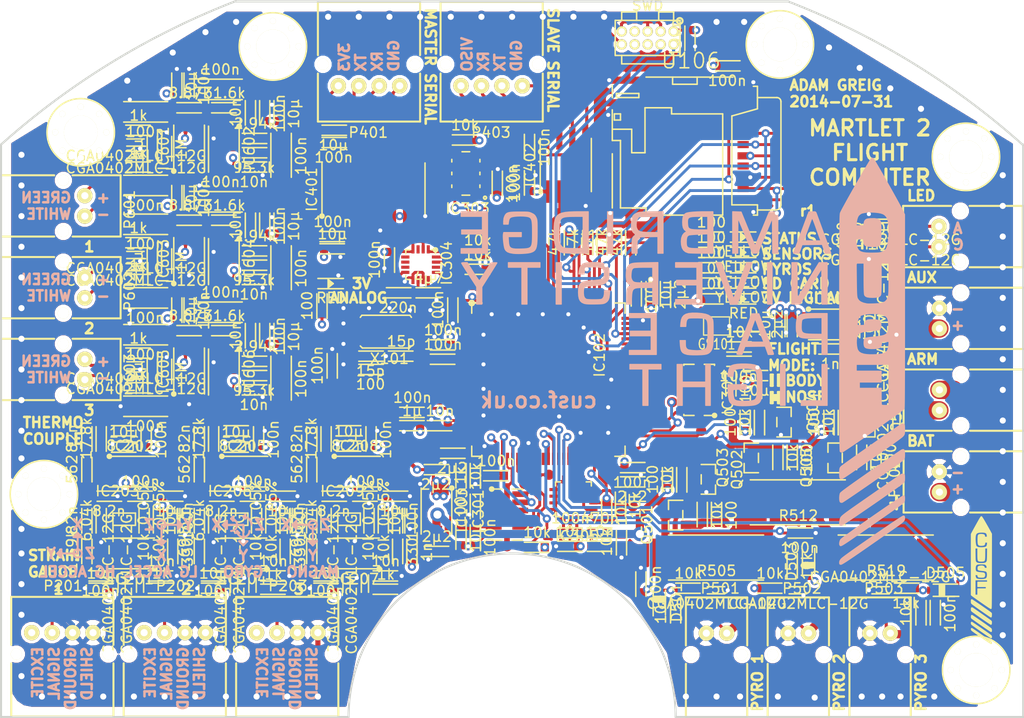
<source format=kicad_pcb>
(kicad_pcb (version 20171130) (host pcbnew "(5.1.12)-1")
  (layers (0 F.Cu signal) (1 In1.Cu power) (2 In2.Cu power) (31 B.Cu signal) (34 B.Paste user hide) (35 F.Paste user hide) (36 B.SilkS user hide) (37 F.SilkS user hide) (38 B.Mask user hide) (39 F.Mask user hide) (44 Edge.Cuts user))
  (net 0 "")
  (net 1 GND)
  (net 2 /BAT_MON)
  (net 3 +BATT)
  (net 4 +3.3V)
  (net 5 "Net-(C105-Pad2)")
  (net 6 "Net-(C119-Pad1)")
  (net 7 "Net-(C120-Pad1)")
  (net 8 "Net-(C121-Pad1)")
  (net 9 /nRST)
  (net 10 "Net-(C123-Pad1)")
  (net 11 "Net-(C201-Pad2)")
  (net 12 "Net-(C202-Pad1)")
  (net 13 "Net-(C202-Pad2)")
  (net 14 /StrainGauges/STRAIN_1)
  (net 15 "Net-(C203-Pad2)")
  (net 16 "Net-(C207-Pad1)")
  (net 17 "Net-(C208-Pad1)")
  (net 18 "Net-(C214-Pad2)")
  (net 19 "Net-(C215-Pad1)")
  (net 20 "Net-(C215-Pad2)")
  (net 21 /StrainGauges/STRAIN_2)
  (net 22 "Net-(C216-Pad2)")
  (net 23 "Net-(C220-Pad1)")
  (net 24 "Net-(C221-Pad1)")
  (net 25 "Net-(C227-Pad2)")
  (net 26 "Net-(C228-Pad1)")
  (net 27 "Net-(C228-Pad2)")
  (net 28 /StrainGauges/STRAIN_3)
  (net 29 "Net-(C229-Pad2)")
  (net 30 "Net-(C233-Pad1)")
  (net 31 "Net-(C234-Pad1)")
  (net 32 "Net-(C311-Pad2)")
  (net 33 "Net-(C312-Pad1)")
  (net 34 "Net-(C312-Pad2)")
  (net 35 "Net-(C313-Pad1)")
  (net 36 "Net-(C314-Pad2)")
  (net 37 "Net-(C402-Pad1)")
  (net 38 "Net-(C402-Pad2)")
  (net 39 "Net-(C405-Pad2)")
  (net 40 /IO/LED_C)
  (net 41 "Net-(C408-Pad1)")
  (net 42 "Net-(C408-Pad2)")
  (net 43 /Pyros/PYRO_1_C)
  (net 44 /Pyros/PYRO_2_C)
  (net 45 /Pyros/PYRO_3_C)
  (net 46 "Net-(C603-Pad2)")
  (net 47 "Net-(C606-Pad1)")
  (net 48 "Net-(C606-Pad2)")
  (net 49 /Thermocouples/THERMO_1)
  (net 50 "Net-(C607-Pad2)")
  (net 51 "Net-(C608-Pad2)")
  (net 52 "Net-(C609-Pad1)")
  (net 53 "Net-(C610-Pad1)")
  (net 54 "Net-(C614-Pad2)")
  (net 55 "Net-(C617-Pad1)")
  (net 56 "Net-(C617-Pad2)")
  (net 57 /Thermocouples/THERMO_2)
  (net 58 "Net-(C618-Pad2)")
  (net 59 "Net-(C619-Pad2)")
  (net 60 "Net-(C620-Pad1)")
  (net 61 "Net-(C621-Pad1)")
  (net 62 "Net-(C625-Pad2)")
  (net 63 "Net-(C628-Pad1)")
  (net 64 "Net-(C628-Pad2)")
  (net 65 /Thermocouples/THERMO_3)
  (net 66 "Net-(C629-Pad2)")
  (net 67 "Net-(C630-Pad2)")
  (net 68 "Net-(C631-Pad1)")
  (net 69 "Net-(C632-Pad1)")
  (net 70 "Net-(D202-Pad2)")
  (net 71 "Net-(D204-Pad2)")
  (net 72 "Net-(D206-Pad2)")
  (net 73 "Net-(D401-Pad1)")
  (net 74 "Net-(D402-Pad1)")
  (net 75 "Net-(D403-Pad1)")
  (net 76 "Net-(D404-Pad1)")
  (net 77 "Net-(D405-Pad1)")
  (net 78 "Net-(D502-Pad1)")
  (net 79 "Net-(D504-Pad1)")
  (net 80 "Net-(D506-Pad1)")
  (net 81 "Net-(D601-Pad1)")
  (net 82 "Net-(D602-Pad1)")
  (net 83 "Net-(D603-Pad1)")
  (net 84 "Net-(D604-Pad1)")
  (net 85 "Net-(D605-Pad1)")
  (net 86 "Net-(D606-Pad1)")
  (net 87 /SJ1)
  (net 88 "Net-(IC102-Pad1)")
  (net 89 "Net-(IC102-Pad2)")
  (net 90 "Net-(IC102-Pad3)")
  (net 91 /IO/LED_A)
  (net 92 "Net-(IC102-Pad13)")
  (net 93 "Net-(IC102-Pad15)")
  (net 94 /IMU/HG_ACCEL_CS)
  (net 95 /IMU/HG_ACCEL_SCK)
  (net 96 /IMU/HG_ACCEL_MISO)
  (net 97 /IMU/HG_ACCEL_MOSI)
  (net 98 /IMU/HG_ACCEL_INT1)
  (net 99 /IMU/HG_ACCEL_INT2)
  (net 100 "Net-(IC102-Pad35)")
  (net 101 "Net-(IC102-Pad36)")
  (net 102 "Net-(IC102-Pad37)")
  (net 103 /Pyros/PYRO_1_F)
  (net 104 /Pyros/PYRO_2_F)
  (net 105 /Pyros/PYRO_3_F)
  (net 106 /IMU/MAGNO_DRDY)
  (net 107 /IMU/MAGNO_SCL)
  (net 108 /IMU/MAGNO_SDA)
  (net 109 /IMU/LG_ACCEL_CS)
  (net 110 /IMU/LG_ACCEL_SCK)
  (net 111 /IMU/LG_ACCEL_MISO)
  (net 112 /IMU/LG_ACCEL_MOSI)
  (net 113 /IMU/LG_ACCEL_INT1)
  (net 114 /IMU/LG_ACCEL_INT2)
  (net 115 "Net-(IC102-Pad58)")
  (net 116 /IO/LED_1)
  (net 117 /IO/LED_2)
  (net 118 /IO/LED_3)
  (net 119 /IO/LED_4)
  (net 120 /SD_DAT0)
  (net 121 /SD_DAT1)
  (net 122 "Net-(IC102-Pad67)")
  (net 123 /SWDIO)
  (net 124 /SWCLK)
  (net 125 "Net-(IC102-Pad77)")
  (net 126 /SD_DAT2)
  (net 127 /SD_DAT3)
  (net 128 /SD_CLK)
  (net 129 "Net-(IC102-Pad81)")
  (net 130 /SD_CD)
  (net 131 /SD_CMD)
  (net 132 "Net-(IC102-Pad84)")
  (net 133 "Net-(IC102-Pad85)")
  (net 134 /IO/SER_OUT_2)
  (net 135 /IO/SER_IN_2)
  (net 136 /IMU/BARO_CS)
  (net 137 /IMU/BARO_SCK)
  (net 138 /IMU/BARO_MISO)
  (net 139 /IMU/BARO_MOSI)
  (net 140 /IO/SER_OUT_1)
  (net 141 /IO/SER_IN_1)
  (net 142 /IMU/GYRO_SCL)
  (net 143 /IMU/GYRO_SDA)
  (net 144 /IMU/GYRO_DRDY)
  (net 145 /IMU/GYRO_INT1)
  (net 146 "Net-(IC201-Pad2)")
  (net 147 "Net-(IC201-Pad3)")
  (net 148 "Net-(IC201-Pad4)")
  (net 149 "Net-(IC201-Pad6)")
  (net 150 "Net-(IC201-Pad7)")
  (net 151 "Net-(IC204-Pad2)")
  (net 152 "Net-(IC204-Pad3)")
  (net 153 "Net-(IC204-Pad4)")
  (net 154 "Net-(IC204-Pad6)")
  (net 155 "Net-(IC204-Pad7)")
  (net 156 "Net-(IC207-Pad2)")
  (net 157 "Net-(IC207-Pad3)")
  (net 158 "Net-(IC207-Pad4)")
  (net 159 "Net-(IC207-Pad6)")
  (net 160 "Net-(IC207-Pad7)")
  (net 161 "Net-(IC301-Pad3)")
  (net 162 "Net-(IC301-Pad10)")
  (net 163 "Net-(IC301-Pad11)")
  (net 164 "Net-(IC302-Pad3)")
  (net 165 "Net-(IC302-Pad10)")
  (net 166 "Net-(IC302-Pad11)")
  (net 167 "Net-(IC304-Pad3)")
  (net 168 "Net-(IC304-Pad5)")
  (net 169 "Net-(IC304-Pad6)")
  (net 170 "Net-(IC304-Pad7)")
  (net 171 "Net-(IC304-Pad14)")
  (net 172 "Net-(IC401-Pad13)")
  (net 173 "Net-(IC401-Pad14)")
  (net 174 "Net-(IC401-Pad12)")
  (net 175 "Net-(IC402-Pad6)")
  (net 176 "Net-(IC402-Pad7)")
  (net 177 "Net-(IC601-Pad4)")
  (net 178 "Net-(IC601-Pad5)")
  (net 179 "Net-(IC603-Pad4)")
  (net 180 "Net-(IC603-Pad5)")
  (net 181 "Net-(IC605-Pad4)")
  (net 182 "Net-(IC605-Pad5)")
  (net 183 "Net-(P104-Pad6)")
  (net 184 "Net-(P104-Pad7)")
  (net 185 "Net-(P104-Pad8)")
  (net 186 "Net-(Q501-PadG)")
  (net 187 "Net-(Q502-PadG)")
  (net 188 "Net-(Q502-PadD)")
  (net 189 "Net-(Q501-PadD)")
  (net 190 "Net-(Q503-PadG)")
  (net 191 "Net-(Q504-PadG)")
  (net 192 "Net-(Q504-PadD)")
  (net 193 "Net-(Q503-PadD)")
  (net 194 "Net-(Q505-PadG)")
  (net 195 "Net-(Q506-PadG)")
  (net 196 "Net-(Q506-PadD)")
  (net 197 "Net-(Q505-PadD)")
  (net 198 "Net-(IC102-Pad98)")
  (net 199 VAA)
  (net 200 "Net-(C125-Pad2)")
  (net 201 "Net-(IC102-Pad7)")
  (net 202 "Net-(IC102-Pad8)")
  (net 203 "Net-(IC102-Pad9)")
  (net 204 "Net-(IC102-Pad59)")
  (net 205 "Net-(IC102-Pad4)")
  (net 206 "Net-(IC102-Pad5)")
  (net 207 "Net-(IC102-Pad46)")
  (net 208 "Net-(IC102-Pad62)")
  (net 209 "Net-(IC102-Pad61)")
  (net 210 "Net-(P102-Pad2)")
  (net 211 "Net-(D408-Pad1)")
  (module m2fc:C1206 (layer F.Cu) (at 62.6 40.8)
    (fp_text reference C603 hide)
    (fp_text value 100n (at 1.5 1.95) (layer F.SilkS))
    (pad 1 smd rect (at 0 0) (size 1.2 1.7) (layers F.Cu F.Paste F.Mask) (net 1 GND))
    (pad 2 smd rect (at 3.1 0) (size 1.2 1.7) (layers F.Cu F.Paste F.Mask) (net 46 "Net-(C603-Pad2)"))
  )
  (module m2fc:C1206 (layer F.Cu) (at 73 38.6 180)
    (fp_text reference C606 hide)
    (fp_text value 100n (at 1.5 1.95 180) (layer F.SilkS))
    (pad 1 smd rect (at 0 0 180) (size 1.2 1.7) (layers F.Cu F.Paste F.Mask) (net 47 "Net-(C606-Pad1)"))
    (pad 2 smd rect (at 3.1 0 180) (size 1.2 1.7) (layers F.Cu F.Paste F.Mask) (net 48 "Net-(C606-Pad2)"))
  )
  (module m2fc:C1206 (layer F.Cu) (at 77.4 46.6 90)
    (fp_text reference C607 hide)
    (fp_text value 100n (at 1.5 1.95 90) (layer F.SilkS))
    (pad 1 smd rect (at 0 0 90) (size 1.2 1.7) (layers F.Cu F.Paste F.Mask) (net 49 /Thermocouples/THERMO_1))
    (pad 2 smd rect (at 3.1 0 90) (size 1.2 1.7) (layers F.Cu F.Paste F.Mask) (net 50 "Net-(C607-Pad2)"))
  )
  (module m2fc:C1206 (layer F.Cu) (at 62.6 48)
    (fp_text reference C611 hide)
    (fp_text value 100n (at 1.5 1.95) (layer F.SilkS))
    (pad 1 smd rect (at 0 0) (size 1.2 1.7) (layers F.Cu F.Paste F.Mask) (net 1 GND))
    (pad 2 smd rect (at 3.1 0) (size 1.2 1.7) (layers F.Cu F.Paste F.Mask) (net 51 "Net-(C608-Pad2)"))
  )
  (module m2fc:C1206 (layer F.Cu) (at 62.6 51.8)
    (fp_text reference C614 hide)
    (fp_text value 100n (at 1.5 1.95) (layer F.SilkS))
    (pad 1 smd rect (at 0 0) (size 1.2 1.7) (layers F.Cu F.Paste F.Mask) (net 1 GND))
    (pad 2 smd rect (at 3.1 0) (size 1.2 1.7) (layers F.Cu F.Paste F.Mask) (net 54 "Net-(C614-Pad2)"))
  )
  (module m2fc:C1206 (layer F.Cu) (at 73 49.6 180)
    (fp_text reference C617 hide)
    (fp_text value 100n (at 1.5 1.95 180) (layer F.SilkS))
    (pad 1 smd rect (at 0 0 180) (size 1.2 1.7) (layers F.Cu F.Paste F.Mask) (net 55 "Net-(C617-Pad1)"))
    (pad 2 smd rect (at 3.1 0 180) (size 1.2 1.7) (layers F.Cu F.Paste F.Mask) (net 56 "Net-(C617-Pad2)"))
  )
  (module m2fc:C1206 (layer F.Cu) (at 77.4 57.6 90)
    (fp_text reference C618 hide)
    (fp_text value 100n (at 1.5 1.95 90) (layer F.SilkS))
    (pad 1 smd rect (at 0 0 90) (size 1.2 1.7) (layers F.Cu F.Paste F.Mask) (net 57 /Thermocouples/THERMO_2))
    (pad 2 smd rect (at 3.1 0 90) (size 1.2 1.7) (layers F.Cu F.Paste F.Mask) (net 58 "Net-(C618-Pad2)"))
  )
  (module m2fc:C1206 (layer F.Cu) (at 62.6 59)
    (fp_text reference C622 hide)
    (fp_text value 100n (at 1.5 1.95) (layer F.SilkS))
    (pad 1 smd rect (at 0 0) (size 1.2 1.7) (layers F.Cu F.Paste F.Mask) (net 1 GND))
    (pad 2 smd rect (at 3.1 0) (size 1.2 1.7) (layers F.Cu F.Paste F.Mask) (net 59 "Net-(C619-Pad2)"))
  )
  (module m2fc:C1206 (layer F.Cu) (at 62.6 62.6)
    (fp_text reference C625 hide)
    (fp_text value 100n (at 1.5 1.95) (layer F.SilkS))
    (pad 1 smd rect (at 0 0) (size 1.2 1.7) (layers F.Cu F.Paste F.Mask) (net 1 GND))
    (pad 2 smd rect (at 3.1 0) (size 1.2 1.7) (layers F.Cu F.Paste F.Mask) (net 62 "Net-(C625-Pad2)"))
  )
  (module m2fc:C1206 (layer F.Cu) (at 73 60.4 180)
    (fp_text reference C628 hide)
    (fp_text value 100n (at 1.5 1.95 180) (layer F.SilkS))
    (pad 1 smd rect (at 0 0 180) (size 1.2 1.7) (layers F.Cu F.Paste F.Mask) (net 63 "Net-(C628-Pad1)"))
    (pad 2 smd rect (at 3.1 0 180) (size 1.2 1.7) (layers F.Cu F.Paste F.Mask) (net 64 "Net-(C628-Pad2)"))
  )
  (module m2fc:C1206 (layer F.Cu) (at 77.4 68.4 90)
    (fp_text reference C629 hide)
    (fp_text value 100n (at 1.5 1.95 90) (layer F.SilkS))
    (pad 1 smd rect (at 0 0 90) (size 1.2 1.7) (layers F.Cu F.Paste F.Mask) (net 65 /Thermocouples/THERMO_3))
    (pad 2 smd rect (at 3.1 0 90) (size 1.2 1.7) (layers F.Cu F.Paste F.Mask) (net 66 "Net-(C629-Pad2)"))
  )
  (module m2fc:C1206 (layer F.Cu) (at 62.6 69.6)
    (fp_text reference C633 hide)
    (fp_text value 100n (at 1.5 1.95) (layer F.SilkS))
    (pad 1 smd rect (at 0 0) (size 1.2 1.7) (layers F.Cu F.Paste F.Mask) (net 1 GND))
    (pad 2 smd rect (at 3.1 0) (size 1.2 1.7) (layers F.Cu F.Paste F.Mask) (net 67 "Net-(C630-Pad2)"))
  )
  (module m2fc:R0402 (layer F.Cu) (at 137.6 70.4 270)
    (fp_text reference D101 hide)
    (fp_text value CGA0402MLC-12G (at 0.6 1.3 270) (layer F.SilkS))
    (pad 1 smd rect (at 0 0 270) (size 0.6 0.5) (layers F.Cu F.Paste F.Mask) (net 3 +BATT))
    (pad 2 smd rect (at 1.1 0 270) (size 0.6 0.5) (layers F.Cu F.Paste F.Mask) (net 1 GND))
  )
  (module m2fc:R0402 (layer F.Cu) (at 137.6 60.8 270)
    (fp_text reference D102 hide)
    (fp_text value CGA0402MLC-12G (at 0.6 1.3 270) (layer F.SilkS))
    (pad 1 smd rect (at 0 0 270) (size 0.6 0.5) (layers F.Cu F.Paste F.Mask) (net 3 +BATT))
    (pad 2 smd rect (at 1.1 0 270) (size 0.6 0.5) (layers F.Cu F.Paste F.Mask) (net 1 GND))
  )
  (module m2fc:R0402 (layer F.Cu) (at 61.8 86.4 270)
    (fp_text reference D201 hide)
    (fp_text value CGA0402MLC-12G (at 0.6 1.3 270) (layer F.SilkS))
    (pad 1 smd rect (at 0 0 270) (size 0.6 0.5) (layers F.Cu F.Paste F.Mask) (net 1 GND))
    (pad 2 smd rect (at 1.1 0 270) (size 0.6 0.5) (layers F.Cu F.Paste F.Mask) (net 199 VAA))
  )
  (module m2fc:R0402 (layer F.Cu) (at 63.6 86.4 270)
    (fp_text reference D202 hide)
    (fp_text value CGA0402MLC-12G (at 0.6 1.3 270) (layer F.SilkS))
    (pad 1 smd rect (at 0 0 270) (size 0.6 0.5) (layers F.Cu F.Paste F.Mask) (net 1 GND))
    (pad 2 smd rect (at 1.1 0 270) (size 0.6 0.5) (layers F.Cu F.Paste F.Mask) (net 70 "Net-(D202-Pad2)"))
  )
  (module m2fc:R0402 (layer F.Cu) (at 72.8 86.4 270)
    (fp_text reference D203 hide)
    (fp_text value CGA0402MLC-12G (at 0.6 1.3 270) (layer F.SilkS))
    (pad 1 smd rect (at 0 0 270) (size 0.6 0.5) (layers F.Cu F.Paste F.Mask) (net 1 GND))
    (pad 2 smd rect (at 1.1 0 270) (size 0.6 0.5) (layers F.Cu F.Paste F.Mask) (net 199 VAA))
  )
  (module m2fc:R0402 (layer F.Cu) (at 74.6 86.4 270)
    (fp_text reference D204 hide)
    (fp_text value CGA0402MLC-12G (at 0.6 1.3 270) (layer F.SilkS))
    (pad 1 smd rect (at 0 0 270) (size 0.6 0.5) (layers F.Cu F.Paste F.Mask) (net 1 GND))
    (pad 2 smd rect (at 1.1 0 270) (size 0.6 0.5) (layers F.Cu F.Paste F.Mask) (net 71 "Net-(D204-Pad2)"))
  )
  (module m2fc:R0402 (layer F.Cu) (at 83.8 86.4 270)
    (fp_text reference D205 hide)
    (fp_text value CGA0402MLC-12G (at 0.6 1.3 270) (layer F.SilkS))
    (pad 1 smd rect (at 0 0 270) (size 0.6 0.5) (layers F.Cu F.Paste F.Mask) (net 1 GND))
    (pad 2 smd rect (at 1.1 0 270) (size 0.6 0.5) (layers F.Cu F.Paste F.Mask) (net 199 VAA))
  )
  (module m2fc:R0402 (layer F.Cu) (at 85.6 86.4 270)
    (fp_text reference D206 hide)
    (fp_text value CGA0402MLC-12G (at 0.6 1.3 270) (layer F.SilkS))
    (pad 1 smd rect (at 0 0 270) (size 0.6 0.5) (layers F.Cu F.Paste F.Mask) (net 1 GND))
    (pad 2 smd rect (at 1.1 0 270) (size 0.6 0.5) (layers F.Cu F.Paste F.Mask) (net 72 "Net-(D206-Pad2)"))
  )
  (module m2fc:LED0603 (layer F.Cu) (at 121.75 59.1)
    (fp_text reference D401 hide)
    (fp_text value RED (at 0.9 1.4) (layer F.SilkS))
    (pad 1 smd rect (at 0 0) (size 0.8 0.8) (layers F.Cu F.Paste F.Mask) (net 73 "Net-(D401-Pad1)"))
    (pad 2 smd rect (at 1.65 0) (size 0.8 0.8) (layers F.Cu F.Paste F.Mask) (net 1 GND))
  )
  (module m2fc:LED0603 (layer F.Cu) (at 121.75 57.55)
    (fp_text reference D402 hide)
    (fp_text value YELLOW (at 0.9 1.4) (layer F.SilkS))
    (pad 1 smd rect (at 0 0) (size 0.8 0.8) (layers F.Cu F.Paste F.Mask) (net 74 "Net-(D402-Pad1)"))
    (pad 2 smd rect (at 1.65 0) (size 0.8 0.8) (layers F.Cu F.Paste F.Mask) (net 1 GND))
  )
  (module m2fc:LED0603 (layer F.Cu) (at 121.75 56.05)
    (fp_text reference D403 hide)
    (fp_text value YELLOW (at 0.9 1.4) (layer F.SilkS))
    (pad 1 smd rect (at 0 0) (size 0.8 0.8) (layers F.Cu F.Paste F.Mask) (net 75 "Net-(D403-Pad1)"))
    (pad 2 smd rect (at 1.65 0) (size 0.8 0.8) (layers F.Cu F.Paste F.Mask) (net 1 GND))
  )
  (module m2fc:LED0603 (layer F.Cu) (at 121.75 54.55)
    (fp_text reference D404 hide)
    (fp_text value YELLOW (at 0.9 1.4) (layer F.SilkS))
    (pad 1 smd rect (at 0 0) (size 0.8 0.8) (layers F.Cu F.Paste F.Mask) (net 76 "Net-(D404-Pad1)"))
    (pad 2 smd rect (at 1.65 0) (size 0.8 0.8) (layers F.Cu F.Paste F.Mask) (net 1 GND))
  )
  (module m2fc:LED0603 (layer F.Cu) (at 121.75 53.05)
    (fp_text reference D405 hide)
    (fp_text value YELLOW (at 0.9 1.4) (layer F.SilkS))
    (pad 1 smd rect (at 0 0) (size 0.8 0.8) (layers F.Cu F.Paste F.Mask) (net 77 "Net-(D405-Pad1)"))
    (pad 2 smd rect (at 1.65 0) (size 0.8 0.8) (layers F.Cu F.Paste F.Mask) (net 1 GND))
  )
  (module m2fc:R0402 (layer F.Cu) (at 136.4 52)
    (fp_text reference D406 hide)
    (fp_text value CGA0402MLC-12G (at 0.6 1.3) (layer F.SilkS))
    (pad 1 smd rect (at 0 0) (size 0.6 0.5) (layers F.Cu F.Paste F.Mask) (net 1 GND))
    (pad 2 smd rect (at 1.1 0) (size 0.6 0.5) (layers F.Cu F.Paste F.Mask) (net 39 "Net-(C405-Pad2)"))
  )
  (module m2fc:R0402 (layer F.Cu) (at 136.4 54)
    (fp_text reference D407 hide)
    (fp_text value CGA0402MLC-12G (at 0.6 1.3) (layer F.SilkS))
    (pad 1 smd rect (at 0 0) (size 0.6 0.5) (layers F.Cu F.Paste F.Mask) (net 1 GND))
    (pad 2 smd rect (at 1.1 0) (size 0.6 0.5) (layers F.Cu F.Paste F.Mask) (net 40 /IO/LED_C))
  )
  (module m2fc:SOD323 (layer F.Cu) (at 114.4 87.6 270)
    (fp_text reference D501 (at 1.2 -1.7 270) (layer F.SilkS))
    (fp_text value DIODESCH hide)
    (pad 2 smd rect (at 0 0 270) (size 1 0.7) (drill (offset -0.1 0)) (layers F.Cu F.Paste F.Mask) (net 4 +3.3V))
    (pad 1 smd rect (at 2.4 0 270) (size 1 0.7) (drill (offset 0.1 0)) (layers F.Cu F.Paste F.Mask) (net 43 /Pyros/PYRO_1_C))
  )
  (module m2fc:R0402 (layer F.Cu) (at 119.4 87.6)
    (fp_text reference D502 hide)
    (fp_text value CGA0402MLC-12G (at 0.6 1.3) (layer F.SilkS))
    (pad 1 smd rect (at 0 0) (size 0.6 0.5) (layers F.Cu F.Paste F.Mask) (net 78 "Net-(D502-Pad1)"))
    (pad 2 smd rect (at 1.1 0) (size 0.6 0.5) (layers F.Cu F.Paste F.Mask) (net 1 GND))
  )
  (module m2fc:SOD323 (layer F.Cu) (at 129 86 90)
    (fp_text reference D503 (at 1.2 -1.7 90) (layer F.SilkS))
    (fp_text value DIODESCH hide)
    (pad 2 smd rect (at 0 0 90) (size 1 0.7) (drill (offset -0.1 0)) (layers F.Cu F.Paste F.Mask) (net 4 +3.3V))
    (pad 1 smd rect (at 2.4 0 90) (size 1 0.7) (drill (offset 0.1 0)) (layers F.Cu F.Paste F.Mask) (net 44 /Pyros/PYRO_2_C))
  )
  (module m2fc:R0402 (layer F.Cu) (at 127.4 87.6)
    (fp_text reference D504 hide)
    (fp_text value CGA0402MLC-12G (at 0.6 1.3) (layer F.SilkS))
    (pad 1 smd rect (at 0 0) (size 0.6 0.5) (layers F.Cu F.Paste F.Mask) (net 79 "Net-(D504-Pad1)"))
    (pad 2 smd rect (at 1.1 0) (size 0.6 0.5) (layers F.Cu F.Paste F.Mask) (net 1 GND))
  )
  (module m2fc:SOD323 (layer F.Cu) (at 141.2 87.6)
    (fp_text reference D505 (at 1.2 -1.7) (layer F.SilkS))
    (fp_text value DIODESCH hide)
    (pad 2 smd rect (at 0 0) (size 1 0.7) (drill (offset -0.1 0)) (layers F.Cu F.Paste F.Mask) (net 4 +3.3V))
    (pad 1 smd rect (at 2.4 0) (size 1 0.7) (drill (offset 0.1 0)) (layers F.Cu F.Paste F.Mask) (net 45 /Pyros/PYRO_3_C))
  )
  (module m2fc:R0402 (layer F.Cu) (at 136.6 87.6 180)
    (fp_text reference D506 hide)
    (fp_text value CGA0402MLC-12G (at 0.6 1.3 180) (layer F.SilkS))
    (pad 1 smd rect (at 0 0 180) (size 0.6 0.5) (layers F.Cu F.Paste F.Mask) (net 80 "Net-(D506-Pad1)"))
    (pad 2 smd rect (at 1.1 0 180) (size 0.6 0.5) (layers F.Cu F.Paste F.Mask) (net 1 GND))
  )
  (module m2fc:R0402 (layer F.Cu) (at 62.6 43.8)
    (fp_text reference D601 hide)
    (fp_text value CGA0402MLC-12G (at 0.6 1.3) (layer F.SilkS))
    (pad 1 smd rect (at 0 0) (size 0.6 0.5) (layers F.Cu F.Paste F.Mask) (net 81 "Net-(D601-Pad1)"))
    (pad 2 smd rect (at 1.1 0) (size 0.6 0.5) (layers F.Cu F.Paste F.Mask) (net 1 GND))
  )
  (module m2fc:R0402 (layer F.Cu) (at 62.6 45)
    (fp_text reference D602 hide)
    (fp_text value CGA0402MLC-12G (at 0.6 1.3) (layer F.SilkS))
    (pad 1 smd rect (at 0 0) (size 0.6 0.5) (layers F.Cu F.Paste F.Mask) (net 82 "Net-(D602-Pad1)"))
    (pad 2 smd rect (at 1.1 0) (size 0.6 0.5) (layers F.Cu F.Paste F.Mask) (net 1 GND))
  )
  (module m2fc:R0402 (layer F.Cu) (at 62.6 54.8)
    (fp_text reference D603 hide)
    (fp_text value CGA0402MLC-12G (at 0.6 1.3) (layer F.SilkS))
    (pad 1 smd rect (at 0 0) (size 0.6 0.5) (layers F.Cu F.Paste F.Mask) (net 83 "Net-(D603-Pad1)"))
    (pad 2 smd rect (at 1.1 0) (size 0.6 0.5) (layers F.Cu F.Paste F.Mask) (net 1 GND))
  )
  (module m2fc:R0402 (layer F.Cu) (at 62.6 56)
    (fp_text reference D604 hide)
    (fp_text value CGA0402MLC-12G (at 0.6 1.3) (layer F.SilkS))
    (pad 1 smd rect (at 0 0) (size 0.6 0.5) (layers F.Cu F.Paste F.Mask) (net 84 "Net-(D604-Pad1)"))
    (pad 2 smd rect (at 1.1 0) (size 0.6 0.5) (layers F.Cu F.Paste F.Mask) (net 1 GND))
  )
  (module m2fc:R0402 (layer F.Cu) (at 62.6 65.6)
    (fp_text reference D605 hide)
    (fp_text value CGA0402MLC-12G (at 0.6 1.3) (layer F.SilkS))
    (pad 1 smd rect (at 0 0) (size 0.6 0.5) (layers F.Cu F.Paste F.Mask) (net 85 "Net-(D605-Pad1)"))
    (pad 2 smd rect (at 1.1 0) (size 0.6 0.5) (layers F.Cu F.Paste F.Mask) (net 1 GND))
  )
  (module m2fc:R0402 (layer F.Cu) (at 62.6 66.6)
    (fp_text reference D606 hide)
    (fp_text value CGA0402MLC-12G (at 0.6 1.3) (layer F.SilkS))
    (pad 1 smd rect (at 0 0) (size 0.6 0.5) (layers F.Cu F.Paste F.Mask) (net 86 "Net-(D606-Pad1)"))
    (pad 2 smd rect (at 1.1 0) (size 0.6 0.5) (layers F.Cu F.Paste F.Mask) (net 1 GND))
  )
  (module Connect:GS2 (layer F.Cu) (at 120 61.75 270)
    (fp_text reference GS101 (at 1.778 0) (layer F.SilkS) (effects (font (size 1.016 0.762) (thickness 0.127))))
    (fp_text value GS2 hide)
    (pad 1 smd rect (at 0 -0.635 270) (size 1.27 0.9652) (layers F.Cu F.Paste F.Mask) (net 1 GND))
    (pad 2 smd rect (at 0 0.635 270) (size 1.27 0.9652) (layers F.Cu F.Paste F.Mask) (net 87 /SJ1))
  )
  (module m2fc:MSOP8 (layer F.Cu) (at 129 60.6)
    (fp_text reference IC101 (at 2.2 -1.5) (layer F.SilkS))
    (fp_text value ADP3335 hide)
    (pad 1 smd rect (at 0 0) (size 1.4 0.4) (layers F.Cu F.Paste F.Mask) (net 4 +3.3V))
    (pad 2 smd rect (at 0 0.65) (size 1.4 0.4) (layers F.Cu F.Paste F.Mask) (net 4 +3.3V))
    (pad 3 smd rect (at 0 1.3) (size 1.4 0.4) (layers F.Cu F.Paste F.Mask) (net 4 +3.3V))
    (pad 4 smd rect (at 0 1.95) (size 1.4 0.4) (layers F.Cu F.Paste F.Mask) (net 1 GND))
    (pad 5 smd rect (at 4.4 1.95) (size 1.4 0.4) (layers F.Cu F.Paste F.Mask) (net 5 "Net-(C105-Pad2)"))
    (pad 6 smd rect (at 4.4 1.3) (size 1.4 0.4) (layers F.Cu F.Paste F.Mask) (net 3 +BATT))
    (pad 7 smd rect (at 4.4 0.65) (size 1.4 0.4) (layers F.Cu F.Paste F.Mask) (net 3 +BATT))
    (pad 8 smd rect (at 4.4 0) (size 1.4 0.4) (layers F.Cu F.Paste F.Mask) (net 3 +BATT))
  )
  (module m2fc:LQFP100 (layer F.Cu) (at 95.8 61 270)
    (fp_text reference IC102 (at 3.6 -12.75 270) (layer F.SilkS))
    (fp_text value STM32F405VGT hide)
    (pad 1 smd rect (at 0 0 270) (size 0.3 1.2) (layers F.Cu F.Paste F.Mask) (net 88 "Net-(IC102-Pad1)"))
    (pad 2 smd rect (at 0.5 0 270) (size 0.3 1.2) (layers F.Cu F.Paste F.Mask) (net 89 "Net-(IC102-Pad2)"))
    (pad 3 smd rect (at 1 0 270) (size 0.3 1.2) (layers F.Cu F.Paste F.Mask) (net 90 "Net-(IC102-Pad3)"))
    (pad 4 smd rect (at 1.5 0 270) (size 0.3 1.2) (layers F.Cu F.Paste F.Mask) (net 205 "Net-(IC102-Pad4)"))
    (pad 5 smd rect (at 2 0 270) (size 0.3 1.2) (layers F.Cu F.Paste F.Mask) (net 206 "Net-(IC102-Pad5)"))
    (pad 6 smd rect (at 2.5 0 270) (size 0.3 1.2) (layers F.Cu F.Paste F.Mask) (net 4 +3.3V))
    (pad 7 smd rect (at 3 0 270) (size 0.3 1.2) (layers F.Cu F.Paste F.Mask) (net 201 "Net-(IC102-Pad7)"))
    (pad 8 smd rect (at 3.5 0 270) (size 0.3 1.2) (layers F.Cu F.Paste F.Mask) (net 202 "Net-(IC102-Pad8)"))
    (pad 9 smd rect (at 4 0 270) (size 0.3 1.2) (layers F.Cu F.Paste F.Mask) (net 203 "Net-(IC102-Pad9)"))
    (pad 10 smd rect (at 4.5 0 270) (size 0.3 1.2) (layers F.Cu F.Paste F.Mask) (net 1 GND))
    (pad 11 smd rect (at 5 0 270) (size 0.3 1.2) (layers F.Cu F.Paste F.Mask) (net 4 +3.3V))
    (pad 12 smd rect (at 5.5 0 270) (size 0.3 1.2) (layers F.Cu F.Paste F.Mask) (net 8 "Net-(C121-Pad1)"))
    (pad 13 smd rect (at 6 0 270) (size 0.3 1.2) (layers F.Cu F.Paste F.Mask) (net 92 "Net-(IC102-Pad13)"))
    (pad 14 smd rect (at 6.5 0 270) (size 0.3 1.2) (layers F.Cu F.Paste F.Mask) (net 9 /nRST))
    (pad 15 smd rect (at 7 0 270) (size 0.3 1.2) (layers F.Cu F.Paste F.Mask) (net 93 "Net-(IC102-Pad15)"))
    (pad 16 smd rect (at 7.5 0 270) (size 0.3 1.2) (layers F.Cu F.Paste F.Mask) (net 49 /Thermocouples/THERMO_1))
    (pad 17 smd rect (at 8 0 270) (size 0.3 1.2) (layers F.Cu F.Paste F.Mask) (net 57 /Thermocouples/THERMO_2))
    (pad 18 smd rect (at 8.5 0 270) (size 0.3 1.2) (layers F.Cu F.Paste F.Mask) (net 65 /Thermocouples/THERMO_3))
    (pad 19 smd rect (at 9 0 270) (size 0.3 1.2) (layers F.Cu F.Paste F.Mask) (net 4 +3.3V))
    (pad 20 smd rect (at 9.5 0 270) (size 0.3 1.2) (layers F.Cu F.Paste F.Mask) (net 1 GND))
    (pad 21 smd rect (at 10 0 270) (size 0.3 1.2) (layers F.Cu F.Paste F.Mask) (net 199 VAA))
    (pad 22 smd rect (at 10.5 0 270) (size 0.3 1.2) (layers F.Cu F.Paste F.Mask) (net 199 VAA))
    (pad 23 smd rect (at 11 0 270) (size 0.3 1.2) (layers F.Cu F.Paste F.Mask) (net 14 /StrainGauges/STRAIN_1))
    (pad 24 smd rect (at 11.5 0 270) (size 0.3 1.2) (layers F.Cu F.Paste F.Mask) (net 21 /StrainGauges/STRAIN_2))
    (pad 25 smd rect (at 12 0 270) (size 0.3 1.2) (layers F.Cu F.Paste F.Mask) (net 28 /StrainGauges/STRAIN_3))
    (pad 26 smd rect (at 13.75 -1.75 270) (size 1.2 0.3) (layers F.Cu F.Paste F.Mask) (net 2 /BAT_MON))
    (pad 27 smd rect (at 13.75 -2.25 270) (size 1.2 0.3) (layers F.Cu F.Paste F.Mask) (net 1 GND))
    (pad 28 smd rect (at 13.75 -2.75 270) (size 1.2 0.3) (layers F.Cu F.Paste F.Mask) (net 4 +3.3V))
    (pad 29 smd rect (at 13.75 -3.25 270) (size 1.2 0.3) (layers F.Cu F.Paste F.Mask) (net 94 /IMU/HG_ACCEL_CS))
    (pad 30 smd rect (at 13.75 -3.75 270) (size 1.2 0.3) (layers F.Cu F.Paste F.Mask) (net 95 /IMU/HG_ACCEL_SCK))
    (pad 31 smd rect (at 13.75 -4.25 270) (size 1.2 0.3) (layers F.Cu F.Paste F.Mask) (net 96 /IMU/HG_ACCEL_MISO))
    (pad 32 smd rect (at 13.75 -4.75 270) (size 1.2 0.3) (layers F.Cu F.Paste F.Mask) (net 97 /IMU/HG_ACCEL_MOSI))
    (pad 33 smd rect (at 13.75 -5.25 270) (size 1.2 0.3) (layers F.Cu F.Paste F.Mask) (net 99 /IMU/HG_ACCEL_INT2))
    (pad 34 smd rect (at 13.75 -5.75 270) (size 1.2 0.3) (layers F.Cu F.Paste F.Mask) (net 98 /IMU/HG_ACCEL_INT1))
    (pad 35 smd rect (at 13.75 -6.25 270) (size 1.2 0.3) (layers F.Cu F.Paste F.Mask) (net 100 "Net-(IC102-Pad35)"))
    (pad 36 smd rect (at 13.75 -6.75 270) (size 1.2 0.3) (layers F.Cu F.Paste F.Mask) (net 101 "Net-(IC102-Pad36)"))
    (pad 37 smd rect (at 13.75 -7.25 270) (size 1.2 0.3) (layers F.Cu F.Paste F.Mask) (net 102 "Net-(IC102-Pad37)"))
    (pad 38 smd rect (at 13.75 -7.75 270) (size 1.2 0.3) (layers F.Cu F.Paste F.Mask) (net 43 /Pyros/PYRO_1_C))
    (pad 39 smd rect (at 13.75 -8.25 270) (size 1.2 0.3) (layers F.Cu F.Paste F.Mask) (net 44 /Pyros/PYRO_2_C))
    (pad 40 smd rect (at 13.75 -8.75 270) (size 1.2 0.3) (layers F.Cu F.Paste F.Mask) (net 45 /Pyros/PYRO_3_C))
    (pad 41 smd rect (at 13.75 -9.25 270) (size 1.2 0.3) (layers F.Cu F.Paste F.Mask) (net 103 /Pyros/PYRO_1_F))
    (pad 42 smd rect (at 13.75 -9.75 270) (size 1.2 0.3) (layers F.Cu F.Paste F.Mask) (net 104 /Pyros/PYRO_2_F))
    (pad 43 smd rect (at 13.75 -10.25 270) (size 1.2 0.3) (layers F.Cu F.Paste F.Mask) (net 105 /Pyros/PYRO_3_F))
    (pad 44 smd rect (at 13.75 -10.75 270) (size 1.2 0.3) (layers F.Cu F.Paste F.Mask) (net 145 /IMU/GYRO_INT1))
    (pad 45 smd rect (at 13.75 -11.25 270) (size 1.2 0.3) (layers F.Cu F.Paste F.Mask) (net 144 /IMU/GYRO_DRDY))
    (pad 46 smd rect (at 13.75 -11.75 270) (size 1.2 0.3) (layers F.Cu F.Paste F.Mask) (net 207 "Net-(IC102-Pad46)"))
    (pad 47 smd rect (at 13.75 -12.25 270) (size 1.2 0.3) (layers F.Cu F.Paste F.Mask) (net 142 /IMU/GYRO_SCL))
    (pad 48 smd rect (at 13.75 -12.75 270) (size 1.2 0.3) (layers F.Cu F.Paste F.Mask) (net 143 /IMU/GYRO_SDA))
    (pad 49 smd rect (at 13.75 -13.25 270) (size 1.2 0.3) (layers F.Cu F.Paste F.Mask) (net 6 "Net-(C119-Pad1)"))
    (pad 50 smd rect (at 13.75 -13.75 270) (size 1.2 0.3) (layers F.Cu F.Paste F.Mask) (net 4 +3.3V))
    (pad 51 smd rect (at 12 -15.5 270) (size 0.3 1.2) (layers F.Cu F.Paste F.Mask) (net 109 /IMU/LG_ACCEL_CS))
    (pad 52 smd rect (at 11.5 -15.5 270) (size 0.3 1.2) (layers F.Cu F.Paste F.Mask) (net 110 /IMU/LG_ACCEL_SCK))
    (pad 53 smd rect (at 11 -15.5 270) (size 0.3 1.2) (layers F.Cu F.Paste F.Mask) (net 111 /IMU/LG_ACCEL_MISO))
    (pad 54 smd rect (at 10.5 -15.5 270) (size 0.3 1.2) (layers F.Cu F.Paste F.Mask) (net 112 /IMU/LG_ACCEL_MOSI))
    (pad 55 smd rect (at 10 -15.5 270) (size 0.3 1.2) (layers F.Cu F.Paste F.Mask) (net 114 /IMU/LG_ACCEL_INT2))
    (pad 56 smd rect (at 9.5 -15.5 270) (size 0.3 1.2) (layers F.Cu F.Paste F.Mask) (net 113 /IMU/LG_ACCEL_INT1))
    (pad 57 smd rect (at 9 -15.5 270) (size 0.3 1.2) (layers F.Cu F.Paste F.Mask) (net 109 /IMU/LG_ACCEL_CS))
    (pad 58 smd rect (at 8.5 -15.5 270) (size 0.3 1.2) (layers F.Cu F.Paste F.Mask) (net 115 "Net-(IC102-Pad58)"))
    (pad 59 smd rect (at 8 -15.5 270) (size 0.3 1.2) (layers F.Cu F.Paste F.Mask) (net 204 "Net-(IC102-Pad59)"))
    (pad 60 smd rect (at 7.5 -15.5 270) (size 0.3 1.2) (layers F.Cu F.Paste F.Mask) (net 87 /SJ1))
    (pad 61 smd rect (at 7 -15.5 270) (size 0.3 1.2) (layers F.Cu F.Paste F.Mask) (net 209 "Net-(IC102-Pad61)"))
    (pad 62 smd rect (at 6.5 -15.5 270) (size 0.3 1.2) (layers F.Cu F.Paste F.Mask) (net 208 "Net-(IC102-Pad62)"))
    (pad 63 smd rect (at 6 -15.5 270) (size 0.3 1.2) (layers F.Cu F.Paste F.Mask) (net 40 /IO/LED_C))
    (pad 64 smd rect (at 5.5 -15.5 270) (size 0.3 1.2) (layers F.Cu F.Paste F.Mask) (net 91 /IO/LED_A))
    (pad 65 smd rect (at 5 -15.5 270) (size 0.3 1.2) (layers F.Cu F.Paste F.Mask) (net 120 /SD_DAT0))
    (pad 66 smd rect (at 4.5 -15.5 270) (size 0.3 1.2) (layers F.Cu F.Paste F.Mask) (net 121 /SD_DAT1))
    (pad 67 smd rect (at 4 -15.5 270) (size 0.3 1.2) (layers F.Cu F.Paste F.Mask) (net 122 "Net-(IC102-Pad67)"))
    (pad 68 smd rect (at 3.5 -15.5 270) (size 0.3 1.2) (layers F.Cu F.Paste F.Mask) (net 116 /IO/LED_1))
    (pad 69 smd rect (at 3 -15.5 270) (size 0.3 1.2) (layers F.Cu F.Paste F.Mask) (net 117 /IO/LED_2))
    (pad 70 smd rect (at 2.5 -15.5 270) (size 0.3 1.2) (layers F.Cu F.Paste F.Mask) (net 118 /IO/LED_3))
    (pad 71 smd rect (at 2 -15.5 270) (size 0.3 1.2) (layers F.Cu F.Paste F.Mask) (net 119 /IO/LED_4))
    (pad 72 smd rect (at 1.5 -15.5 270) (size 0.3 1.2) (layers F.Cu F.Paste F.Mask) (net 123 /SWDIO))
    (pad 73 smd rect (at 1 -15.5 270) (size 0.3 1.2) (layers F.Cu F.Paste F.Mask) (net 7 "Net-(C120-Pad1)"))
    (pad 74 smd rect (at 0.5 -15.5 270) (size 0.3 1.2) (layers F.Cu F.Paste F.Mask) (net 1 GND))
    (pad 75 smd rect (at 0 -15.5 270) (size 0.3 1.2) (layers F.Cu F.Paste F.Mask) (net 4 +3.3V))
    (pad 76 smd rect (at -1.75 -13.75 270) (size 1.2 0.3) (layers F.Cu F.Paste F.Mask) (net 124 /SWCLK))
    (pad 77 smd rect (at -1.75 -13.25 270) (size 1.2 0.3) (layers F.Cu F.Paste F.Mask) (net 125 "Net-(IC102-Pad77)"))
    (pad 78 smd rect (at -1.75 -12.75 270) (size 1.2 0.3) (layers F.Cu F.Paste F.Mask) (net 126 /SD_DAT2))
    (pad 79 smd rect (at -1.75 -12.25 270) (size 1.2 0.3) (layers F.Cu F.Paste F.Mask) (net 127 /SD_DAT3))
    (pad 80 smd rect (at -1.75 -11.75 270) (size 1.2 0.3) (layers F.Cu F.Paste F.Mask) (net 128 /SD_CLK))
    (pad 81 smd rect (at -1.75 -11.25 270) (size 1.2 0.3) (layers F.Cu F.Paste F.Mask) (net 129 "Net-(IC102-Pad81)"))
    (pad 82 smd rect (at -1.75 -10.75 270) (size 1.2 0.3) (layers F.Cu F.Paste F.Mask) (net 130 /SD_CD))
    (pad 83 smd rect (at -1.75 -10.25 270) (size 1.2 0.3) (layers F.Cu F.Paste F.Mask) (net 131 /SD_CMD))
    (pad 84 smd rect (at -1.75 -9.75 270) (size 1.2 0.3) (layers F.Cu F.Paste F.Mask) (net 132 "Net-(IC102-Pad84)"))
    (pad 85 smd rect (at -1.75 -9.25 270) (size 1.2 0.3) (layers F.Cu F.Paste F.Mask) (net 133 "Net-(IC102-Pad85)"))
    (pad 86 smd rect (at -1.75 -8.75 270) (size 1.2 0.3) (layers F.Cu F.Paste F.Mask) (net 134 /IO/SER_OUT_2))
    (pad 87 smd rect (at -1.75 -8.25 270) (size 1.2 0.3) (layers F.Cu F.Paste F.Mask) (net 135 /IO/SER_IN_2))
    (pad 88 smd rect (at -1.75 -7.75 270) (size 1.2 0.3) (layers F.Cu F.Paste F.Mask) (net 136 /IMU/BARO_CS))
    (pad 89 smd rect (at -1.75 -7.25 270) (size 1.2 0.3) (layers F.Cu F.Paste F.Mask) (net 137 /IMU/BARO_SCK))
    (pad 90 smd rect (at -1.75 -6.75 270) (size 1.2 0.3) (layers F.Cu F.Paste F.Mask) (net 138 /IMU/BARO_MISO))
    (pad 91 smd rect (at -1.75 -6.25 270) (size 1.2 0.3) (layers F.Cu F.Paste F.Mask) (net 139 /IMU/BARO_MOSI))
    (pad 92 smd rect (at -1.75 -5.75 270) (size 1.2 0.3) (layers F.Cu F.Paste F.Mask) (net 140 /IO/SER_OUT_1))
    (pad 93 smd rect (at -1.75 -5.25 270) (size 1.2 0.3) (layers F.Cu F.Paste F.Mask) (net 141 /IO/SER_IN_1))
    (pad 94 smd rect (at -1.75 -4.75 270) (size 1.2 0.3) (layers F.Cu F.Paste F.Mask) (net 1 GND))
    (pad 95 smd rect (at -1.75 -4.25 270) (size 1.2 0.3) (layers F.Cu F.Paste F.Mask) (net 107 /IMU/MAGNO_SCL))
    (pad 96 smd rect (at -1.75 -3.75 270) (size 1.2 0.3) (layers F.Cu F.Paste F.Mask) (net 108 /IMU/MAGNO_SDA))
    (pad 97 smd rect (at -1.75 -3.25 270) (size 1.2 0.3) (layers F.Cu F.Paste F.Mask) (net 106 /IMU/MAGNO_DRDY))
    (pad 98 smd rect (at -1.75 -2.75 270) (size 1.2 0.3) (layers F.Cu F.Paste F.Mask) (net 198 "Net-(IC102-Pad98)"))
    (pad 99 smd rect (at -1.75 -2.25 270) (size 1.2 0.3) (layers F.Cu F.Paste F.Mask) (net 1 GND))
    (pad 100 smd rect (at -1.75 -1.75 270) (size 1.2 0.3) (layers F.Cu F.Paste F.Mask) (net 4 +3.3V))
  )
  (module m2fc:MSOP8 (layer F.Cu) (at 65 85 180)
    (fp_text reference IC201 (at 2.2 -1.5 180) (layer F.SilkS))
    (fp_text value AD8226 hide)
    (pad 1 smd rect (at 0 0 180) (size 1.4 0.4) (layers F.Cu F.Paste F.Mask) (net 11 "Net-(C201-Pad2)"))
    (pad 2 smd rect (at 0 0.65 180) (size 1.4 0.4) (layers F.Cu F.Paste F.Mask) (net 146 "Net-(IC201-Pad2)"))
    (pad 3 smd rect (at 0 1.3 180) (size 1.4 0.4) (layers F.Cu F.Paste F.Mask) (net 147 "Net-(IC201-Pad3)"))
    (pad 4 smd rect (at 0 1.95 180) (size 1.4 0.4) (layers F.Cu F.Paste F.Mask) (net 148 "Net-(IC201-Pad4)"))
    (pad 5 smd rect (at 4.4 1.95 180) (size 1.4 0.4) (layers F.Cu F.Paste F.Mask) (net 1 GND))
    (pad 6 smd rect (at 4.4 1.3 180) (size 1.4 0.4) (layers F.Cu F.Paste F.Mask) (net 149 "Net-(IC201-Pad6)"))
    (pad 7 smd rect (at 4.4 0.65 180) (size 1.4 0.4) (layers F.Cu F.Paste F.Mask) (net 150 "Net-(IC201-Pad7)"))
    (pad 8 smd rect (at 4.4 0 180) (size 1.4 0.4) (layers F.Cu F.Paste F.Mask) (net 199 VAA))
  )
  (module m2fc:MSOP8 (layer F.Cu) (at 60.6 75)
    (fp_text reference IC202 (at 2.2 -1.5) (layer F.SilkS))
    (fp_text value AD8656 hide)
    (pad 1 smd rect (at 0 0) (size 1.4 0.4) (layers F.Cu F.Paste F.Mask) (net 12 "Net-(C202-Pad1)"))
    (pad 2 smd rect (at 0 0.65) (size 1.4 0.4) (layers F.Cu F.Paste F.Mask) (net 12 "Net-(C202-Pad1)"))
    (pad 3 smd rect (at 0 1.3) (size 1.4 0.4) (layers F.Cu F.Paste F.Mask) (net 16 "Net-(C207-Pad1)"))
    (pad 4 smd rect (at 0 1.95) (size 1.4 0.4) (layers F.Cu F.Paste F.Mask) (net 1 GND))
    (pad 5 smd rect (at 4.4 1.95) (size 1.4 0.4) (layers F.Cu F.Paste F.Mask) (net 17 "Net-(C208-Pad1)"))
    (pad 6 smd rect (at 4.4 1.3) (size 1.4 0.4) (layers F.Cu F.Paste F.Mask) (net 14 /StrainGauges/STRAIN_1))
    (pad 7 smd rect (at 4.4 0.65) (size 1.4 0.4) (layers F.Cu F.Paste F.Mask) (net 14 /StrainGauges/STRAIN_1))
    (pad 8 smd rect (at 4.4 0) (size 1.4 0.4) (layers F.Cu F.Paste F.Mask) (net 199 VAA))
  )
  (module m2fc:SC-70-5 (layer F.Cu) (at 61.4 81.6)
    (fp_text reference IC203 (at 0 -3.7) (layer F.SilkS))
    (fp_text value AD8541 hide)
    (pad 1 smd rect (at 0 0) (size 0.4 0.8) (layers F.Cu F.Paste F.Mask) (net 149 "Net-(IC201-Pad6)"))
    (pad 2 smd rect (at 0.65 0) (size 0.4 0.8) (layers F.Cu F.Paste F.Mask) (net 1 GND))
    (pad 3 smd rect (at 1.3 0) (size 0.4 0.8) (layers F.Cu F.Paste F.Mask) (net 148 "Net-(IC201-Pad4)"))
    (pad 5 smd rect (at 0 -1.9) (size 0.4 0.8) (layers F.Cu F.Paste F.Mask) (net 199 VAA))
    (pad 4 smd rect (at 1.3 -1.9) (size 0.4 0.8) (layers F.Cu F.Paste F.Mask) (net 149 "Net-(IC201-Pad6)"))
  )
  (module m2fc:MSOP8 (layer F.Cu) (at 76 85 180)
    (fp_text reference IC204 (at 2.2 -1.5 180) (layer F.SilkS))
    (fp_text value AD8226 hide)
    (pad 1 smd rect (at 0 0 180) (size 1.4 0.4) (layers F.Cu F.Paste F.Mask) (net 18 "Net-(C214-Pad2)"))
    (pad 2 smd rect (at 0 0.65 180) (size 1.4 0.4) (layers F.Cu F.Paste F.Mask) (net 151 "Net-(IC204-Pad2)"))
    (pad 3 smd rect (at 0 1.3 180) (size 1.4 0.4) (layers F.Cu F.Paste F.Mask) (net 152 "Net-(IC204-Pad3)"))
    (pad 4 smd rect (at 0 1.95 180) (size 1.4 0.4) (layers F.Cu F.Paste F.Mask) (net 153 "Net-(IC204-Pad4)"))
    (pad 5 smd rect (at 4.4 1.95 180) (size 1.4 0.4) (layers F.Cu F.Paste F.Mask) (net 1 GND))
    (pad 6 smd rect (at 4.4 1.3 180) (size 1.4 0.4) (layers F.Cu F.Paste F.Mask) (net 154 "Net-(IC204-Pad6)"))
    (pad 7 smd rect (at 4.4 0.65 180) (size 1.4 0.4) (layers F.Cu F.Paste F.Mask) (net 155 "Net-(IC204-Pad7)"))
    (pad 8 smd rect (at 4.4 0 180) (size 1.4 0.4) (layers F.Cu F.Paste F.Mask) (net 199 VAA))
  )
  (module m2fc:MSOP8 (layer F.Cu) (at 71.6 75)
    (fp_text reference IC205 (at 2.2 -1.5) (layer F.SilkS))
    (fp_text value AD8656 hide)
    (pad 1 smd rect (at 0 0) (size 1.4 0.4) (layers F.Cu F.Paste F.Mask) (net 19 "Net-(C215-Pad1)"))
    (pad 2 smd rect (at 0 0.65) (size 1.4 0.4) (layers F.Cu F.Paste F.Mask) (net 19 "Net-(C215-Pad1)"))
    (pad 3 smd rect (at 0 1.3) (size 1.4 0.4) (layers F.Cu F.Paste F.Mask) (net 23 "Net-(C220-Pad1)"))
    (pad 4 smd rect (at 0 1.95) (size 1.4 0.4) (layers F.Cu F.Paste F.Mask) (net 1 GND))
    (pad 5 smd rect (at 4.4 1.95) (size 1.4 0.4) (layers F.Cu F.Paste F.Mask) (net 24 "Net-(C221-Pad1)"))
    (pad 6 smd rect (at 4.4 1.3) (size 1.4 0.4) (layers F.Cu F.Paste F.Mask) (net 21 /StrainGauges/STRAIN_2))
    (pad 7 smd rect (at 4.4 0.65) (size 1.4 0.4) (layers F.Cu F.Paste F.Mask) (net 21 /StrainGauges/STRAIN_2))
    (pad 8 smd rect (at 4.4 0) (size 1.4 0.4) (layers F.Cu F.Paste F.Mask) (net 199 VAA))
  )
  (module m2fc:SC-70-5 (layer F.Cu) (at 72.4 81.6)
    (fp_text reference IC206 (at 0 -3.7) (layer F.SilkS))
    (fp_text value AD8541 hide)
    (pad 1 smd rect (at 0 0) (size 0.4 0.8) (layers F.Cu F.Paste F.Mask) (net 154 "Net-(IC204-Pad6)"))
    (pad 2 smd rect (at 0.65 0) (size 0.4 0.8) (layers F.Cu F.Paste F.Mask) (net 1 GND))
    (pad 3 smd rect (at 1.3 0) (size 0.4 0.8) (layers F.Cu F.Paste F.Mask) (net 153 "Net-(IC204-Pad4)"))
    (pad 5 smd rect (at 0 -1.9) (size 0.4 0.8) (layers F.Cu F.Paste F.Mask) (net 199 VAA))
    (pad 4 smd rect (at 1.3 -1.9) (size 0.4 0.8) (layers F.Cu F.Paste F.Mask) (net 154 "Net-(IC204-Pad6)"))
  )
  (module m2fc:MSOP8 (layer F.Cu) (at 87 85 180)
    (fp_text reference IC207 (at 2.2 -1.5 180) (layer F.SilkS))
    (fp_text value AD8226 hide)
    (pad 1 smd rect (at 0 0 180) (size 1.4 0.4) (layers F.Cu F.Paste F.Mask) (net 25 "Net-(C227-Pad2)"))
    (pad 2 smd rect (at 0 0.65 180) (size 1.4 0.4) (layers F.Cu F.Paste F.Mask) (net 156 "Net-(IC207-Pad2)"))
    (pad 3 smd rect (at 0 1.3 180) (size 1.4 0.4) (layers F.Cu F.Paste F.Mask) (net 157 "Net-(IC207-Pad3)"))
    (pad 4 smd rect (at 0 1.95 180) (size 1.4 0.4) (layers F.Cu F.Paste F.Mask) (net 158 "Net-(IC207-Pad4)"))
    (pad 5 smd rect (at 4.4 1.95 180) (size 1.4 0.4) (layers F.Cu F.Paste F.Mask) (net 1 GND))
    (pad 6 smd rect (at 4.4 1.3 180) (size 1.4 0.4) (layers F.Cu F.Paste F.Mask) (net 159 "Net-(IC207-Pad6)"))
    (pad 7 smd rect (at 4.4 0.65 180) (size 1.4 0.4) (layers F.Cu F.Paste F.Mask) (net 160 "Net-(IC207-Pad7)"))
    (pad 8 smd rect (at 4.4 0 180) (size 1.4 0.4) (layers F.Cu F.Paste F.Mask) (net 199 VAA))
  )
  (module m2fc:MSOP8 (layer F.Cu) (at 82.6 75)
    (fp_text reference IC208 (at 2.2 -1.5) (layer F.SilkS))
    (fp_text value AD8656 hide)
    (pad 1 smd rect (at 0 0) (size 1.4 0.4) (layers F.Cu F.Paste F.Mask) (net 26 "Net-(C228-Pad1)"))
    (pad 2 smd rect (at 0 0.65) (size 1.4 0.4) (layers F.Cu F.Paste F.Mask) (net 26 "Net-(C228-Pad1)"))
    (pad 3 smd rect (at 0 1.3) (size 1.4 0.4) (layers F.Cu F.Paste F.Mask) (net 30 "Net-(C233-Pad1)"))
    (pad 4 smd rect (at 0 1.95) (size 1.4 0.4) (layers F.Cu F.Paste F.Mask) (net 1 GND))
    (pad 5 smd rect (at 4.4 1.95) (size 1.4 0.4) (layers F.Cu F.Paste F.Mask) (net 31 "Net-(C234-Pad1)"))
    (pad 6 smd rect (at 4.4 1.3) (size 1.4 0.4) (layers F.Cu F.Paste F.Mask) (net 28 /StrainGauges/STRAIN_3))
    (pad 7 smd rect (at 4.4 0.65) (size 1.4 0.4) (layers F.Cu F.Paste F.Mask) (net 28 /StrainGauges/STRAIN_3))
    (pad 8 smd rect (at 4.4 0) (size 1.4 0.4) (layers F.Cu F.Paste F.Mask) (net 199 VAA))
  )
  (module m2fc:SC-70-5 (layer F.Cu) (at 83.4 81.6)
    (fp_text reference IC209 (at 0 -3.7) (layer F.SilkS))
    (fp_text value AD8541 hide)
    (pad 1 smd rect (at 0 0) (size 0.4 0.8) (layers F.Cu F.Paste F.Mask) (net 159 "Net-(IC207-Pad6)"))
    (pad 2 smd rect (at 0.65 0) (size 0.4 0.8) (layers F.Cu F.Paste F.Mask) (net 1 GND))
    (pad 3 smd rect (at 1.3 0) (size 0.4 0.8) (layers F.Cu F.Paste F.Mask) (net 158 "Net-(IC207-Pad4)"))
    (pad 5 smd rect (at 0 -1.9) (size 0.4 0.8) (layers F.Cu F.Paste F.Mask) (net 199 VAA))
    (pad 4 smd rect (at 1.3 -1.9) (size 0.4 0.8) (layers F.Cu F.Paste F.Mask) (net 159 "Net-(IC207-Pad6)"))
  )
  (module m2fc:ADXL3x5 (layer F.Cu) (at 98.4 78.2)
    (fp_text reference IC301 (at -1.7 1.7 90) (layer F.SilkS))
    (fp_text value ADXL375 hide)
    (pad 1 smd rect (at 0 0) (size 1.545 0.55) (drill (offset -0.2 0)) (layers F.Cu F.Paste F.Mask) (net 4 +3.3V))
    (pad 2 smd rect (at 0 0.8) (size 1.545 0.55) (drill (offset -0.2 0)) (layers F.Cu F.Paste F.Mask) (net 1 GND))
    (pad 3 smd rect (at 0 1.6) (size 1.545 0.55) (drill (offset -0.2 0)) (layers F.Cu F.Paste F.Mask) (net 161 "Net-(IC301-Pad3)"))
    (pad 4 smd rect (at 0 2.4) (size 1.545 0.55) (drill (offset -0.2 0)) (layers F.Cu F.Paste F.Mask) (net 1 GND))
    (pad 5 smd rect (at 0 3.2) (size 1.545 0.55) (drill (offset -0.2 0)) (layers F.Cu F.Paste F.Mask) (net 1 GND))
    (pad 6 smd rect (at 0 4) (size 1.545 0.55) (drill (offset -0.2 0)) (layers F.Cu F.Paste F.Mask) (net 4 +3.3V))
    (pad 8 smd rect (at 2.195 4) (size 1.545 0.55) (drill (offset 0.2 0)) (layers F.Cu F.Paste F.Mask) (net 98 /IMU/HG_ACCEL_INT1))
    (pad 9 smd rect (at 2.195 3.2) (size 1.545 0.55) (drill (offset 0.2 0)) (layers F.Cu F.Paste F.Mask) (net 99 /IMU/HG_ACCEL_INT2))
    (pad 10 smd rect (at 2.195 2.4) (size 1.545 0.55) (drill (offset 0.2 0)) (layers F.Cu F.Paste F.Mask) (net 162 "Net-(IC301-Pad10)"))
    (pad 11 smd rect (at 2.195 1.6) (size 1.545 0.55) (drill (offset 0.2 0)) (layers F.Cu F.Paste F.Mask) (net 163 "Net-(IC301-Pad11)"))
    (pad 12 smd rect (at 2.195 0.8) (size 1.545 0.55) (drill (offset 0.2 0)) (layers F.Cu F.Paste F.Mask) (net 96 /IMU/HG_ACCEL_MISO))
    (pad 13 smd rect (at 2.195 0) (size 1.545 0.55) (drill (offset 0.2 0)) (layers F.Cu F.Paste F.Mask) (net 97 /IMU/HG_ACCEL_MOSI))
    (pad 14 smd rect (at 1.1 -0.0975) (size 0.55 1.545) (drill (offset 0 -0.2)) (layers F.Cu F.Paste F.Mask) (net 95 /IMU/HG_ACCEL_SCK))
    (pad 7 smd rect (at 1.1 4.0975) (size 0.55 1.545) (drill (offset 0 0.2)) (layers F.Cu F.Paste F.Mask) (net 94 /IMU/HG_ACCEL_CS))
  )
  (module m2fc:ADXL3x5 (layer F.Cu) (at 119.4 70 180)
    (fp_text reference IC302 (at -1.7 1.7 270) (layer F.SilkS))
    (fp_text value ADXL345 hide)
    (pad 1 smd rect (at 0 0 180) (size 1.545 0.55) (drill (offset -0.2 0)) (layers F.Cu F.Paste F.Mask) (net 4 +3.3V))
    (pad 2 smd rect (at 0 0.8 180) (size 1.545 0.55) (drill (offset -0.2 0)) (layers F.Cu F.Paste F.Mask) (net 1 GND))
    (pad 3 smd rect (at 0 1.6 180) (size 1.545 0.55) (drill (offset -0.2 0)) (layers F.Cu F.Paste F.Mask) (net 164 "Net-(IC302-Pad3)"))
    (pad 4 smd rect (at 0 2.4 180) (size 1.545 0.55) (drill (offset -0.2 0)) (layers F.Cu F.Paste F.Mask) (net 1 GND))
    (pad 5 smd rect (at 0 3.2 180) (size 1.545 0.55) (drill (offset -0.2 0)) (layers F.Cu F.Paste F.Mask) (net 1 GND))
    (pad 6 smd rect (at 0 4 180) (size 1.545 0.55) (drill (offset -0.2 0)) (layers F.Cu F.Paste F.Mask) (net 4 +3.3V))
    (pad 8 smd rect (at 2.195 4 180) (size 1.545 0.55) (drill (offset 0.2 0)) (layers F.Cu F.Paste F.Mask) (net 113 /IMU/LG_ACCEL_INT1))
    (pad 9 smd rect (at 2.195 3.2 180) (size 1.545 0.55) (drill (offset 0.2 0)) (layers F.Cu F.Paste F.Mask) (net 114 /IMU/LG_ACCEL_INT2))
    (pad 10 smd rect (at 2.195 2.4 180) (size 1.545 0.55) (drill (offset 0.2 0)) (layers F.Cu F.Paste F.Mask) (net 165 "Net-(IC302-Pad10)"))
    (pad 11 smd rect (at 2.195 1.6 180) (size 1.545 0.55) (drill (offset 0.2 0)) (layers F.Cu F.Paste F.Mask) (net 166 "Net-(IC302-Pad11)"))
    (pad 12 smd rect (at 2.195 0.8 180) (size 1.545 0.55) (drill (offset 0.2 0)) (layers F.Cu F.Paste F.Mask) (net 111 /IMU/LG_ACCEL_MISO))
    (pad 13 smd rect (at 2.195 0 180) (size 1.545 0.55) (drill (offset 0.2 0)) (layers F.Cu F.Paste F.Mask) (net 112 /IMU/LG_ACCEL_MOSI))
    (pad 14 smd rect (at 1.1 -0.0975 180) (size 0.55 1.545) (drill (offset 0 -0.2)) (layers F.Cu F.Paste F.Mask) (net 110 /IMU/LG_ACCEL_SCK))
    (pad 7 smd rect (at 1.1 4.0975 180) (size 0.55 1.545) (drill (offset 0 0.2)) (layers F.Cu F.Paste F.Mask) (net 109 /IMU/LG_ACCEL_CS))
  )
  (module m2fc:MS5611-01BA (layer F.Cu) (at 96.6 48.7 180)
    (fp_text reference IC303 (at 0.95 -1.55 180) (layer F.SilkS))
    (fp_text value MS5611-01BA03 hide)
    (pad 1 smd rect (at 0 0 180) (size 1.5 0.6) (drill (offset -0.2 0)) (layers F.Cu F.Paste F.Mask) (net 4 +3.3V))
    (pad 2 smd rect (at 0 1.25 180) (size 1.5 0.6) (drill (offset -0.2 0)) (layers F.Cu F.Paste F.Mask) (net 1 GND))
    (pad 3 smd rect (at 0 2.5 180) (size 1.5 0.6) (drill (offset -0.2 0)) (layers F.Cu F.Paste F.Mask) (net 1 GND))
    (pad 6 smd rect (at 2.2 2.5 180) (size 1.5 0.6) (drill (offset 0.2 0)) (layers F.Cu F.Paste F.Mask) (net 138 /IMU/BARO_MISO))
    (pad 7 smd rect (at 2.2 1.25 180) (size 1.5 0.6) (drill (offset 0.2 0)) (layers F.Cu F.Paste F.Mask) (net 139 /IMU/BARO_MOSI))
    (pad 8 smd rect (at 2.2 0 180) (size 1.5 0.6) (drill (offset 0.2 0)) (layers F.Cu F.Paste F.Mask) (net 137 /IMU/BARO_SCK))
    (pad 4 smd rect (at 0 3.75 180) (size 1.5 0.6) (drill (offset -0.2 0)) (layers F.Cu F.Paste F.Mask) (net 136 /IMU/BARO_CS))
    (pad 5 smd rect (at 2.2 3.75 180) (size 1.5 0.6) (drill (offset 0.2 0)) (layers F.Cu F.Paste F.Mask) (net 136 /IMU/BARO_CS))
  )
  (module m2fc:L3G4200D (layer F.Cu) (at 107.75 79.7 180)
    (fp_text reference IC305 (at 1.4 -2.6 180) (layer F.SilkS))
    (fp_text value L3G4200D hide)
    (pad 1 smd rect (at 0 0 180) (size 0.8 0.3) (drill (offset -0.2 0)) (layers F.Cu F.Paste F.Mask) (net 4 +3.3V))
    (pad 2 smd rect (at 0 0.65 180) (size 0.8 0.3) (drill (offset -0.2 0)) (layers F.Cu F.Paste F.Mask) (net 142 /IMU/GYRO_SCL))
    (pad 3 smd rect (at 0 1.3 180) (size 0.8 0.3) (drill (offset -0.2 0)) (layers F.Cu F.Paste F.Mask) (net 143 /IMU/GYRO_SDA))
    (pad 4 smd rect (at 0 1.95 180) (size 0.8 0.3) (drill (offset -0.2 0)) (layers F.Cu F.Paste F.Mask) (net 4 +3.3V))
    (pad 5 smd rect (at 0.775 2.725 180) (size 0.3 0.8) (drill (offset 0 0.2)) (layers F.Cu F.Paste F.Mask) (net 4 +3.3V))
    (pad 6 smd rect (at 1.425 2.725 180) (size 0.3 0.8) (drill (offset 0 0.2)) (layers F.Cu F.Paste F.Mask) (net 144 /IMU/GYRO_DRDY))
    (pad 7 smd rect (at 2.075 2.725 180) (size 0.3 0.8) (drill (offset 0 0.2)) (layers F.Cu F.Paste F.Mask) (net 145 /IMU/GYRO_INT1))
    (pad 8 smd rect (at 2.725 2.725 180) (size 0.3 0.8) (drill (offset 0 0.2)) (layers F.Cu F.Paste F.Mask) (net 1 GND))
    (pad 9 smd rect (at 3.5 1.95 180) (size 0.8 0.3) (drill (offset 0.2 0)) (layers F.Cu F.Paste F.Mask) (net 1 GND))
    (pad 10 smd rect (at 3.5 1.3 180) (size 0.8 0.3) (drill (offset 0.2 0)) (layers F.Cu F.Paste F.Mask) (net 1 GND))
    (pad 11 smd rect (at 3.5 0.65 180) (size 0.8 0.3) (drill (offset 0.2 0)) (layers F.Cu F.Paste F.Mask) (net 1 GND))
    (pad 12 smd rect (at 3.5 0 180) (size 0.8 0.3) (drill (offset 0.2 0)) (layers F.Cu F.Paste F.Mask) (net 1 GND))
    (pad 13 smd rect (at 2.725 -0.775 180) (size 0.3 0.8) (drill (offset 0 -0.2)) (layers F.Cu F.Paste F.Mask) (net 1 GND))
    (pad 14 smd rect (at 2.075 -0.775 180) (size 0.3 0.8) (drill (offset 0 -0.2)) (layers F.Cu F.Paste F.Mask) (net 32 "Net-(C311-Pad2)"))
    (pad 15 smd rect (at 1.425 -0.775 180) (size 0.3 0.8) (drill (offset 0 -0.2)) (layers F.Cu F.Paste F.Mask) (net 4 +3.3V))
    (pad 16 smd rect (at 0.775 -0.775 180) (size 0.3 0.8) (drill (offset 0 -0.2)) (layers F.Cu F.Paste F.Mask) (net 4 +3.3V))
  )
  (module m2fc:SOIC16 (layer F.Cu) (at 82 51 90)
    (fp_text reference IC401 (at 2.6 -1.6 90) (layer F.SilkS))
    (fp_text value ADuM5201 hide)
    (pad 1 smd rect (at 0 0 90) (size 2.2 0.6) (layers F.Cu F.Paste F.Mask) (net 4 +3.3V))
    (pad 2 smd rect (at 0 1.27 90) (size 2.2 0.6) (layers F.Cu F.Paste F.Mask) (net 1 GND))
    (pad 3 smd rect (at 0 2.54 90) (size 2.2 0.6) (layers F.Cu F.Paste F.Mask) (net 140 /IO/SER_OUT_1))
    (pad 4 smd rect (at 0 3.81 90) (size 2.2 0.6) (layers F.Cu F.Paste F.Mask) (net 141 /IO/SER_IN_1))
    (pad 13 smd rect (at 5.207 3.81 90) (size 2.2 0.6) (layers F.Cu F.Paste F.Mask) (net 172 "Net-(IC401-Pad13)"))
    (pad 14 smd rect (at 5.207 2.54 90) (size 2.2 0.6) (layers F.Cu F.Paste F.Mask) (net 173 "Net-(IC401-Pad14)"))
    (pad 15 smd rect (at 5.207 1.27 90) (size 2.2 0.6) (layers F.Cu F.Paste F.Mask) (net 38 "Net-(C402-Pad2)"))
    (pad 16 smd rect (at 5.207 0 90) (size 2.2 0.6) (layers F.Cu F.Paste F.Mask) (net 37 "Net-(C402-Pad1)"))
    (pad 5 smd rect (at 0 5.08 90) (size 2.2 0.6) (layers F.Cu F.Paste F.Mask) (net 1 GND))
    (pad 6 smd rect (at 0 6.35 90) (size 2.2 0.6) (layers F.Cu F.Paste F.Mask) (net 4 +3.3V))
    (pad 7 smd rect (at 0 7.62 90) (size 2.2 0.6) (layers F.Cu F.Paste F.Mask) (net 4 +3.3V))
    (pad 8 smd rect (at 0 8.89 90) (size 2.2 0.6) (layers F.Cu F.Paste F.Mask) (net 1 GND))
    (pad 12 smd rect (at 5.207 5.08 90) (size 2.2 0.6) (layers F.Cu F.Paste F.Mask) (net 174 "Net-(IC401-Pad12)"))
    (pad 11 smd rect (at 5.207 6.35 90) (size 2.2 0.6) (layers F.Cu F.Paste F.Mask) (net 38 "Net-(C402-Pad2)"))
    (pad 10 smd rect (at 5.207 7.62 90) (size 2.2 0.6) (layers F.Cu F.Paste F.Mask) (net 37 "Net-(C402-Pad1)"))
    (pad 9 smd rect (at 5.207 8.89 90) (size 2.2 0.6) (layers F.Cu F.Paste F.Mask) (net 38 "Net-(C402-Pad2)"))
  )
  (module m2fc:SOIC8 (layer F.Cu) (at 103.35 48.6 90)
    (fp_text reference IC402 (at 2.6 -1.6 90) (layer F.SilkS))
    (fp_text value ADuM1201 hide)
    (pad 1 smd rect (at 0 0 90) (size 2.2 0.6) (layers F.Cu F.Paste F.Mask) (net 4 +3.3V))
    (pad 2 smd rect (at 0 1.27 90) (size 2.2 0.6) (layers F.Cu F.Paste F.Mask) (net 135 /IO/SER_IN_2))
    (pad 3 smd rect (at 0 2.54 90) (size 2.2 0.6) (layers F.Cu F.Paste F.Mask) (net 134 /IO/SER_OUT_2))
    (pad 4 smd rect (at 0 3.81 90) (size 2.2 0.6) (layers F.Cu F.Paste F.Mask) (net 1 GND))
    (pad 5 smd rect (at 5.207 3.81 90) (size 2.2 0.6) (layers F.Cu F.Paste F.Mask) (net 41 "Net-(C408-Pad1)"))
    (pad 6 smd rect (at 5.207 2.54 90) (size 2.2 0.6) (layers F.Cu F.Paste F.Mask) (net 175 "Net-(IC402-Pad6)"))
    (pad 7 smd rect (at 5.207 1.27 90) (size 2.2 0.6) (layers F.Cu F.Paste F.Mask) (net 176 "Net-(IC402-Pad7)"))
    (pad 8 smd rect (at 5.207 0 90) (size 2.2 0.6) (layers F.Cu F.Paste F.Mask) (net 42 "Net-(C408-Pad2)"))
  )
  (module m2fc:MSOP8 (layer F.Cu) (at 67.4 46.6 90)
    (fp_text reference IC601 (at 2.2 -1.5 90) (layer F.SilkS))
    (fp_text value AD8495 hide)
    (pad 1 smd rect (at 0 0 90) (size 1.4 0.4) (layers F.Cu F.Paste F.Mask) (net 51 "Net-(C608-Pad2)"))
    (pad 2 smd rect (at 0 0.65 90) (size 1.4 0.4) (layers F.Cu F.Paste F.Mask) (net 1 GND))
    (pad 3 smd rect (at 0 1.3 90) (size 1.4 0.4) (layers F.Cu F.Paste F.Mask) (net 1 GND))
    (pad 4 smd rect (at 0 1.95 90) (size 1.4 0.4) (layers F.Cu F.Paste F.Mask) (net 177 "Net-(IC601-Pad4)"))
    (pad 5 smd rect (at 4.4 1.95 90) (size 1.4 0.4) (layers F.Cu F.Paste F.Mask) (net 178 "Net-(IC601-Pad5)"))
    (pad 6 smd rect (at 4.4 1.3 90) (size 1.4 0.4) (layers F.Cu F.Paste F.Mask) (net 178 "Net-(IC601-Pad5)"))
    (pad 7 smd rect (at 4.4 0.65 90) (size 1.4 0.4) (layers F.Cu F.Paste F.Mask) (net 199 VAA))
    (pad 8 smd rect (at 4.4 0 90) (size 1.4 0.4) (layers F.Cu F.Paste F.Mask) (net 46 "Net-(C603-Pad2)"))
  )
  (module m2fc:MSOP8 (layer F.Cu) (at 72.8 42.2 270)
    (fp_text reference IC602 (at 2.2 -1.5 270) (layer F.SilkS))
    (fp_text value AD8656 hide)
    (pad 1 smd rect (at 0 0 270) (size 1.4 0.4) (layers F.Cu F.Paste F.Mask) (net 47 "Net-(C606-Pad1)"))
    (pad 2 smd rect (at 0 0.65 270) (size 1.4 0.4) (layers F.Cu F.Paste F.Mask) (net 47 "Net-(C606-Pad1)"))
    (pad 3 smd rect (at 0 1.3 270) (size 1.4 0.4) (layers F.Cu F.Paste F.Mask) (net 52 "Net-(C609-Pad1)"))
    (pad 4 smd rect (at 0 1.95 270) (size 1.4 0.4) (layers F.Cu F.Paste F.Mask) (net 1 GND))
    (pad 5 smd rect (at 4.4 1.95 270) (size 1.4 0.4) (layers F.Cu F.Paste F.Mask) (net 53 "Net-(C610-Pad1)"))
    (pad 6 smd rect (at 4.4 1.3 270) (size 1.4 0.4) (layers F.Cu F.Paste F.Mask) (net 49 /Thermocouples/THERMO_1))
    (pad 7 smd rect (at 4.4 0.65 270) (size 1.4 0.4) (layers F.Cu F.Paste F.Mask) (net 49 /Thermocouples/THERMO_1))
    (pad 8 smd rect (at 4.4 0 270) (size 1.4 0.4) (layers F.Cu F.Paste F.Mask) (net 199 VAA))
  )
  (module m2fc:MSOP8 (layer F.Cu) (at 67.4 57.6 90)
    (fp_text reference IC603 (at 2.2 -1.5 90) (layer F.SilkS))
    (fp_text value AD8495 hide)
    (pad 1 smd rect (at 0 0 90) (size 1.4 0.4) (layers F.Cu F.Paste F.Mask) (net 59 "Net-(C619-Pad2)"))
    (pad 2 smd rect (at 0 0.65 90) (size 1.4 0.4) (layers F.Cu F.Paste F.Mask) (net 1 GND))
    (pad 3 smd rect (at 0 1.3 90) (size 1.4 0.4) (layers F.Cu F.Paste F.Mask) (net 1 GND))
    (pad 4 smd rect (at 0 1.95 90) (size 1.4 0.4) (layers F.Cu F.Paste F.Mask) (net 179 "Net-(IC603-Pad4)"))
    (pad 5 smd rect (at 4.4 1.95 90) (size 1.4 0.4) (layers F.Cu F.Paste F.Mask) (net 180 "Net-(IC603-Pad5)"))
    (pad 6 smd rect (at 4.4 1.3 90) (size 1.4 0.4) (layers F.Cu F.Paste F.Mask) (net 180 "Net-(IC603-Pad5)"))
    (pad 7 smd rect (at 4.4 0.65 90) (size 1.4 0.4) (layers F.Cu F.Paste F.Mask) (net 199 VAA))
    (pad 8 smd rect (at 4.4 0 90) (size 1.4 0.4) (layers F.Cu F.Paste F.Mask) (net 54 "Net-(C614-Pad2)"))
  )
  (module m2fc:MSOP8 (layer F.Cu) (at 72.8 53.2 270)
    (fp_text reference IC604 (at 2.2 -1.5 270) (layer F.SilkS))
    (fp_text value AD8656 hide)
    (pad 1 smd rect (at 0 0 270) (size 1.4 0.4) (layers F.Cu F.Paste F.Mask) (net 55 "Net-(C617-Pad1)"))
    (pad 2 smd rect (at 0 0.65 270) (size 1.4 0.4) (layers F.Cu F.Paste F.Mask) (net 55 "Net-(C617-Pad1)"))
    (pad 3 smd rect (at 0 1.3 270) (size 1.4 0.4) (layers F.Cu F.Paste F.Mask) (net 60 "Net-(C620-Pad1)"))
    (pad 4 smd rect (at 0 1.95 270) (size 1.4 0.4) (layers F.Cu F.Paste F.Mask) (net 1 GND))
    (pad 5 smd rect (at 4.4 1.95 270) (size 1.4 0.4) (layers F.Cu F.Paste F.Mask) (net 61 "Net-(C621-Pad1)"))
    (pad 6 smd rect (at 4.4 1.3 270) (size 1.4 0.4) (layers F.Cu F.Paste F.Mask) (net 57 /Thermocouples/THERMO_2))
    (pad 7 smd rect (at 4.4 0.65 270) (size 1.4 0.4) (layers F.Cu F.Paste F.Mask) (net 57 /Thermocouples/THERMO_2))
    (pad 8 smd rect (at 4.4 0 270) (size 1.4 0.4) (layers F.Cu F.Paste F.Mask) (net 199 VAA))
  )
  (module m2fc:MSOP8 (layer F.Cu) (at 67.4 68.4 90)
    (fp_text reference IC605 (at 2.2 -1.5 90) (layer F.SilkS))
    (fp_text value AD8495 hide)
    (pad 1 smd rect (at 0 0 90) (size 1.4 0.4) (layers F.Cu F.Paste F.Mask) (net 67 "Net-(C630-Pad2)"))
    (pad 2 smd rect (at 0 0.65 90) (size 1.4 0.4) (layers F.Cu F.Paste F.Mask) (net 1 GND))
    (pad 3 smd rect (at 0 1.3 90) (size 1.4 0.4) (layers F.Cu F.Paste F.Mask) (net 1 GND))
    (pad 4 smd rect (at 0 1.95 90) (size 1.4 0.4) (layers F.Cu F.Paste F.Mask) (net 181 "Net-(IC605-Pad4)"))
    (pad 5 smd rect (at 4.4 1.95 90) (size 1.4 0.4) (layers F.Cu F.Paste F.Mask) (net 182 "Net-(IC605-Pad5)"))
    (pad 6 smd rect (at 4.4 1.3 90) (size 1.4 0.4) (layers F.Cu F.Paste F.Mask) (net 182 "Net-(IC605-Pad5)"))
    (pad 7 smd rect (at 4.4 0.65 90) (size 1.4 0.4) (layers F.Cu F.Paste F.Mask) (net 199 VAA))
    (pad 8 smd rect (at 4.4 0 90) (size 1.4 0.4) (layers F.Cu F.Paste F.Mask) (net 62 "Net-(C625-Pad2)"))
  )
  (module m2fc:MSOP8 (layer F.Cu) (at 72.8 64 270)
    (fp_text reference IC606 (at 2.2 -1.5 270) (layer F.SilkS))
    (fp_text value AD8656 hide)
    (pad 1 smd rect (at 0 0 270) (size 1.4 0.4) (layers F.Cu F.Paste F.Mask) (net 63 "Net-(C628-Pad1)"))
    (pad 2 smd rect (at 0 0.65 270) (size 1.4 0.4) (layers F.Cu F.Paste F.Mask) (net 63 "Net-(C628-Pad1)"))
    (pad 3 smd rect (at 0 1.3 270) (size 1.4 0.4) (layers F.Cu F.Paste F.Mask) (net 68 "Net-(C631-Pad1)"))
    (pad 4 smd rect (at 0 1.95 270) (size 1.4 0.4) (layers F.Cu F.Paste F.Mask) (net 1 GND))
    (pad 5 smd rect (at 4.4 1.95 270) (size 1.4 0.4) (layers F.Cu F.Paste F.Mask) (net 69 "Net-(C632-Pad1)"))
    (pad 6 smd rect (at 4.4 1.3 270) (size 1.4 0.4) (layers F.Cu F.Paste F.Mask) (net 65 /Thermocouples/THERMO_3))
    (pad 7 smd rect (at 4.4 0.65 270) (size 1.4 0.4) (layers F.Cu F.Paste F.Mask) (net 65 /Thermocouples/THERMO_3))
    (pad 8 smd rect (at 4.4 0 270) (size 1.4 0.4) (layers F.Cu F.Paste F.Mask) (net 199 VAA))
  )
  (module m2fc:FTSH-105-01-F-D-K (layer F.Cu) (at 115.8 34.2 180)
    (fp_text reference P104 hide)
    (fp_text value SWD (at 2.54 3.81 180) (layer F.SilkS))
    (pad 1 thru_hole circle (at 0 1.27 180) (size 1.016 1.016) (drill 0.635) (layers *.Cu *.Mask F.SilkS) (net 4 +3.3V))
    (pad 2 thru_hole circle (at 0 0 180) (size 1.016 1.016) (drill 0.635) (layers *.Cu *.Mask F.SilkS) (net 123 /SWDIO))
    (pad 3 thru_hole circle (at 1.27 1.27 180) (size 1.016 1.016) (drill 0.635) (layers *.Cu *.Mask F.SilkS) (net 1 GND))
    (pad 4 thru_hole circle (at 1.27 0 180) (size 1.016 1.016) (drill 0.635) (layers *.Cu *.Mask F.SilkS) (net 124 /SWCLK))
    (pad 5 thru_hole circle (at 2.54 1.27 180) (size 1.016 1.016) (drill 0.635) (layers *.Cu *.Mask F.SilkS) (net 1 GND))
    (pad 6 thru_hole circle (at 2.54 0 180) (size 1.016 1.016) (drill 0.635) (layers *.Cu *.Mask F.SilkS) (net 183 "Net-(P104-Pad6)"))
    (pad 7 thru_hole circle (at 3.81 1.27 180) (size 1.016 1.016) (drill 0.635) (layers *.Cu *.Mask F.SilkS) (net 184 "Net-(P104-Pad7)"))
    (pad 8 thru_hole circle (at 3.81 0 180) (size 1.016 1.016) (drill 0.635) (layers *.Cu *.Mask F.SilkS) (net 185 "Net-(P104-Pad8)"))
    (pad 9 thru_hole circle (at 5.08 1.27 180) (size 1.016 1.016) (drill 0.635) (layers *.Cu *.Mask F.SilkS) (net 1 GND))
    (pad 10 thru_hole circle (at 5.08 0 180) (size 1.016 1.016) (drill 0.635) (layers *.Cu *.Mask F.SilkS) (net 9 /nRST))
  )
  (module m2fc:R0603 (layer F.Cu) (at 95 77.2 90)
    (fp_text reference R101 hide)
    (fp_text value 10k (at 0.75 1.45 90) (layer F.SilkS))
    (pad 1 smd rect (at 0 0 90) (size 0.8 0.8) (layers F.Cu F.Paste F.Mask) (net 3 +BATT))
    (pad 2 smd rect (at 1.6 0 90) (size 0.8 0.8) (layers F.Cu F.Paste F.Mask) (net 2 /BAT_MON))
  )
  (module m2fc:R0603 (layer F.Cu) (at 96.4 75.6 270)
    (fp_text reference R102 hide)
    (fp_text value 1k (at 0.75 1.45 270) (layer F.SilkS))
    (pad 1 smd rect (at 0 0 270) (size 0.8 0.8) (layers F.Cu F.Paste F.Mask) (net 2 /BAT_MON))
    (pad 2 smd rect (at 1.6 0 270) (size 0.8 0.8) (layers F.Cu F.Paste F.Mask) (net 1 GND))
  )
  (module m2fc:R0603 (layer F.Cu) (at 110.2 52.8 270)
    (fp_text reference R103 hide)
    (fp_text value 47k (at 0.75 1.45 270) (layer F.SilkS))
    (pad 1 smd rect (at 0 0 270) (size 0.8 0.8) (layers F.Cu F.Paste F.Mask) (net 4 +3.3V))
    (pad 2 smd rect (at 1.6 0 270) (size 0.8 0.8) (layers F.Cu F.Paste F.Mask) (net 120 /SD_DAT0))
  )
  (module m2fc:R0603 (layer F.Cu) (at 111.6 52.8 270)
    (fp_text reference R104 hide)
    (fp_text value 47k (at 0.75 1.45 270) (layer F.SilkS))
    (pad 1 smd rect (at 0 0 270) (size 0.8 0.8) (layers F.Cu F.Paste F.Mask) (net 4 +3.3V))
    (pad 2 smd rect (at 1.6 0 270) (size 0.8 0.8) (layers F.Cu F.Paste F.Mask) (net 121 /SD_DAT1))
  )
  (module m2fc:R0603 (layer F.Cu) (at 108.8 52.8 270)
    (fp_text reference R105 hide)
    (fp_text value 47k (at 0.75 1.45 270) (layer F.SilkS))
    (pad 1 smd rect (at 0 0 270) (size 0.8 0.8) (layers F.Cu F.Paste F.Mask) (net 4 +3.3V))
    (pad 2 smd rect (at 1.6 0 270) (size 0.8 0.8) (layers F.Cu F.Paste F.Mask) (net 126 /SD_DAT2))
  )
  (module m2fc:R0603 (layer F.Cu) (at 107.4 52.8 270)
    (fp_text reference R106 hide)
    (fp_text value 47k (at 0.75 1.45 270) (layer F.SilkS))
    (pad 1 smd rect (at 0 0 270) (size 0.8 0.8) (layers F.Cu F.Paste F.Mask) (net 4 +3.3V))
    (pad 2 smd rect (at 1.6 0 270) (size 0.8 0.8) (layers F.Cu F.Paste F.Mask) (net 127 /SD_DAT3))
  )
  (module m2fc:R0603 (layer F.Cu) (at 105.6 52.8 270)
    (fp_text reference R107 hide)
    (fp_text value 47k (at 0.75 1.45 270) (layer F.SilkS))
    (pad 1 smd rect (at 0 0 270) (size 0.8 0.8) (layers F.Cu F.Paste F.Mask) (net 4 +3.3V))
    (pad 2 smd rect (at 1.6 0 270) (size 0.8 0.8) (layers F.Cu F.Paste F.Mask) (net 131 /SD_CMD))
  )
  (module m2fc:R0603 (layer F.Cu) (at 85.4 66)
    (fp_text reference R108 hide)
    (fp_text value 100 (at 0.75 1.45) (layer F.SilkS))
    (pad 1 smd rect (at 0 0) (size 0.8 0.8) (layers F.Cu F.Paste F.Mask) (net 10 "Net-(C123-Pad1)"))
    (pad 2 smd rect (at 1.6 0) (size 0.8 0.8) (layers F.Cu F.Paste F.Mask) (net 92 "Net-(IC102-Pad13)"))
  )
  (module m2fc:R0603 (layer F.Cu) (at 66.4 87.4 180)
    (fp_text reference R201 hide)
    (fp_text value 1k (at 0.75 1.45 180) (layer F.SilkS))
    (pad 1 smd rect (at 0 0 180) (size 0.8 0.8) (layers F.Cu F.Paste F.Mask) (net 11 "Net-(C201-Pad2)"))
    (pad 2 smd rect (at 1.6 0 180) (size 0.8 0.8) (layers F.Cu F.Paste F.Mask) (net 70 "Net-(D202-Pad2)"))
  )
  (module m2fc:R0603 (layer F.Cu) (at 65.4 80 270)
    (fp_text reference R202 hide)
    (fp_text value "10k 0.05%" (at 0.75 1.45 270) (layer F.SilkS))
    (pad 1 smd rect (at 0 0 270) (size 0.8 0.8) (layers F.Cu F.Paste F.Mask) (net 199 VAA))
    (pad 2 smd rect (at 1.6 0 270) (size 0.8 0.8) (layers F.Cu F.Paste F.Mask) (net 148 "Net-(IC201-Pad4)"))
  )
  (module m2fc:R0603 (layer F.Cu) (at 66.8 84.6 90)
    (fp_text reference R203 hide)
    (fp_text value 330 (at 0.75 1.45 90) (layer F.SilkS))
    (pad 1 smd rect (at 0 0 90) (size 0.8 0.8) (layers F.Cu F.Paste F.Mask) (net 146 "Net-(IC201-Pad2)"))
    (pad 2 smd rect (at 1.6 0 90) (size 0.8 0.8) (layers F.Cu F.Paste F.Mask) (net 147 "Net-(IC201-Pad3)"))
  )
  (module m2fc:R0603 (layer F.Cu) (at 58.4 83 270)
    (fp_text reference R204 hide)
    (fp_text value 1.69k (at 0.75 1.45 270) (layer F.SilkS))
    (pad 1 smd rect (at 0 0 270) (size 0.8 0.8) (layers F.Cu F.Paste F.Mask) (net 13 "Net-(C202-Pad2)"))
    (pad 2 smd rect (at 1.6 0 270) (size 0.8 0.8) (layers F.Cu F.Paste F.Mask) (net 150 "Net-(IC201-Pad7)"))
  )
  (module m2fc:R0603 (layer F.Cu) (at 59.8 80 270)
    (fp_text reference R205 hide)
    (fp_text value 6.04k (at 0.75 1.45 270) (layer F.SilkS))
    (pad 1 smd rect (at 0 0 270) (size 0.8 0.8) (layers F.Cu F.Paste F.Mask) (net 16 "Net-(C207-Pad1)"))
    (pad 2 smd rect (at 1.6 0 270) (size 0.8 0.8) (layers F.Cu F.Paste F.Mask) (net 13 "Net-(C202-Pad2)"))
  )
  (module m2fc:R0603 (layer F.Cu) (at 58.4 75 270)
    (fp_text reference R206 hide)
    (fp_text value 562 (at 0.75 1.45 270) (layer F.SilkS))
    (pad 1 smd rect (at 0 0 270) (size 0.8 0.8) (layers F.Cu F.Paste F.Mask) (net 15 "Net-(C203-Pad2)"))
    (pad 2 smd rect (at 1.6 0 270) (size 0.8 0.8) (layers F.Cu F.Paste F.Mask) (net 12 "Net-(C202-Pad1)"))
  )
  (module m2fc:R0603 (layer F.Cu) (at 59.8 72 270)
    (fp_text reference R207 hide)
    (fp_text value 17.8k (at 0.75 1.45 270) (layer F.SilkS))
    (pad 1 smd rect (at 0 0 270) (size 0.8 0.8) (layers F.Cu F.Paste F.Mask) (net 17 "Net-(C208-Pad1)"))
    (pad 2 smd rect (at 1.6 0 270) (size 0.8 0.8) (layers F.Cu F.Paste F.Mask) (net 15 "Net-(C203-Pad2)"))
  )
  (module m2fc:R0603 (layer F.Cu) (at 64 81.6 90)
    (fp_text reference R208 hide)
    (fp_text value "10k 0.05%" (at 0.75 1.45 90) (layer F.SilkS))
    (pad 1 smd rect (at 0 0 90) (size 0.8 0.8) (layers F.Cu F.Paste F.Mask) (net 148 "Net-(IC201-Pad4)"))
    (pad 2 smd rect (at 1.6 0 90) (size 0.8 0.8) (layers F.Cu F.Paste F.Mask) (net 1 GND))
  )
  (module m2fc:R0603 (layer F.Cu) (at 77.4 87.5 180)
    (fp_text reference R209 hide)
    (fp_text value 1k (at 0.75 1.45 180) (layer F.SilkS))
    (pad 1 smd rect (at 0 0 180) (size 0.8 0.8) (layers F.Cu F.Paste F.Mask) (net 18 "Net-(C214-Pad2)"))
    (pad 2 smd rect (at 1.6 0 180) (size 0.8 0.8) (layers F.Cu F.Paste F.Mask) (net 71 "Net-(D204-Pad2)"))
  )
  (module m2fc:R0603 (layer F.Cu) (at 76.4 80 270)
    (fp_text reference R210 hide)
    (fp_text value "10k 0.05%" (at 0.75 1.45 270) (layer F.SilkS))
    (pad 1 smd rect (at 0 0 270) (size 0.8 0.8) (layers F.Cu F.Paste F.Mask) (net 199 VAA))
    (pad 2 smd rect (at 1.6 0 270) (size 0.8 0.8) (layers F.Cu F.Paste F.Mask) (net 153 "Net-(IC204-Pad4)"))
  )
  (module m2fc:R0603 (layer F.Cu) (at 77.8 84.6 90)
    (fp_text reference R211 hide)
    (fp_text value 330 (at 0.75 1.45 90) (layer F.SilkS))
    (pad 1 smd rect (at 0 0 90) (size 0.8 0.8) (layers F.Cu F.Paste F.Mask) (net 151 "Net-(IC204-Pad2)"))
    (pad 2 smd rect (at 1.6 0 90) (size 0.8 0.8) (layers F.Cu F.Paste F.Mask) (net 152 "Net-(IC204-Pad3)"))
  )
  (module m2fc:R0603 (layer F.Cu) (at 69.4 83 270)
    (fp_text reference R212 hide)
    (fp_text value 1.69k (at 0.75 1.45 270) (layer F.SilkS))
    (pad 1 smd rect (at 0 0 270) (size 0.8 0.8) (layers F.Cu F.Paste F.Mask) (net 20 "Net-(C215-Pad2)"))
    (pad 2 smd rect (at 1.6 0 270) (size 0.8 0.8) (layers F.Cu F.Paste F.Mask) (net 155 "Net-(IC204-Pad7)"))
  )
  (module m2fc:R0603 (layer F.Cu) (at 70.8 80 270)
    (fp_text reference R213 hide)
    (fp_text value 6.04k (at 0.75 1.45 270) (layer F.SilkS))
    (pad 1 smd rect (at 0 0 270) (size 0.8 0.8) (layers F.Cu F.Paste F.Mask) (net 23 "Net-(C220-Pad1)"))
    (pad 2 smd rect (at 1.6 0 270) (size 0.8 0.8) (layers F.Cu F.Paste F.Mask) (net 20 "Net-(C215-Pad2)"))
  )
  (module m2fc:R0603 (layer F.Cu) (at 69.4 75 270)
    (fp_text reference R214 hide)
    (fp_text value 562 (at 0.75 1.45 270) (layer F.SilkS))
    (pad 1 smd rect (at 0 0 270) (size 0.8 0.8) (layers F.Cu F.Paste F.Mask) (net 22 "Net-(C216-Pad2)"))
    (pad 2 smd rect (at 1.6 0 270) (size 0.8 0.8) (layers F.Cu F.Paste F.Mask) (net 19 "Net-(C215-Pad1)"))
  )
  (module m2fc:R0603 (layer F.Cu) (at 70.8 72 270)
    (fp_text reference R215 hide)
    (fp_text value 17.8k (at 0.75 1.45 270) (layer F.SilkS))
    (pad 1 smd rect (at 0 0 270) (size 0.8 0.8) (layers F.Cu F.Paste F.Mask) (net 24 "Net-(C221-Pad1)"))
    (pad 2 smd rect (at 1.6 0 270) (size 0.8 0.8) (layers F.Cu F.Paste F.Mask) (net 22 "Net-(C216-Pad2)"))
  )
  (module m2fc:R0603 (layer F.Cu) (at 75 81.6 90)
    (fp_text reference R216 hide)
    (fp_text value "10k 0.05%" (at 0.75 1.45 90) (layer F.SilkS))
    (pad 1 smd rect (at 0 0 90) (size 0.8 0.8) (layers F.Cu F.Paste F.Mask) (net 153 "Net-(IC204-Pad4)"))
    (pad 2 smd rect (at 1.6 0 90) (size 0.8 0.8) (layers F.Cu F.Paste F.Mask) (net 1 GND))
  )
  (module m2fc:R0603 (layer F.Cu) (at 88.4 87.5 180)
    (fp_text reference R217 hide)
    (fp_text value 1k (at 0.75 1.45 180) (layer F.SilkS))
    (pad 1 smd rect (at 0 0 180) (size 0.8 0.8) (layers F.Cu F.Paste F.Mask) (net 25 "Net-(C227-Pad2)"))
    (pad 2 smd rect (at 1.6 0 180) (size 0.8 0.8) (layers F.Cu F.Paste F.Mask) (net 72 "Net-(D206-Pad2)"))
  )
  (module m2fc:R0603 (layer F.Cu) (at 87.4 80 270)
    (fp_text reference R218 hide)
    (fp_text value "10k 0.05%" (at 0.75 1.45 270) (layer F.SilkS))
    (pad 1 smd rect (at 0 0 270) (size 0.8 0.8) (layers F.Cu F.Paste F.Mask) (net 199 VAA))
    (pad 2 smd rect (at 1.6 0 270) (size 0.8 0.8) (layers F.Cu F.Paste F.Mask) (net 158 "Net-(IC207-Pad4)"))
  )
  (module m2fc:R0603 (layer F.Cu) (at 88.8 84.6 90)
    (fp_text reference R219 hide)
    (fp_text value 330 (at 0.75 1.45 90) (layer F.SilkS))
    (pad 1 smd rect (at 0 0 90) (size 0.8 0.8) (layers F.Cu F.Paste F.Mask) (net 156 "Net-(IC207-Pad2)"))
    (pad 2 smd rect (at 1.6 0 90) (size 0.8 0.8) (layers F.Cu F.Paste F.Mask) (net 157 "Net-(IC207-Pad3)"))
  )
  (module m2fc:R0603 (layer F.Cu) (at 80.4 83 270)
    (fp_text reference R220 hide)
    (fp_text value 1.69k (at 0.75 1.45 270) (layer F.SilkS))
    (pad 1 smd rect (at 0 0 270) (size 0.8 0.8) (layers F.Cu F.Paste F.Mask) (net 27 "Net-(C228-Pad2)"))
    (pad 2 smd rect (at 1.6 0 270) (size 0.8 0.8) (layers F.Cu F.Paste F.Mask) (net 160 "Net-(IC207-Pad7)"))
  )
  (module m2fc:R0603 (layer F.Cu) (at 81.8 80 270)
    (fp_text reference R221 hide)
    (fp_text value 6.04k (at 0.75 1.45 270) (layer F.SilkS))
    (pad 1 smd rect (at 0 0 270) (size 0.8 0.8) (layers F.Cu F.Paste F.Mask) (net 30 "Net-(C233-Pad1)"))
    (pad 2 smd rect (at 1.6 0 270) (size 0.8 0.8) (layers F.Cu F.Paste F.Mask) (net 27 "Net-(C228-Pad2)"))
  )
  (module m2fc:R0603 (layer F.Cu) (at 80.4 75 270)
    (fp_text reference R222 hide)
    (fp_text value 562 (at 0.75 1.45 270) (layer F.SilkS))
    (pad 1 smd rect (at 0 0 270) (size 0.8 0.8) (layers F.Cu F.Paste F.Mask) (net 29 "Net-(C229-Pad2)"))
    (pad 2 smd rect (at 1.6 0 270) (size 0.8 0.8) (layers F.Cu F.Paste F.Mask) (net 26 "Net-(C228-Pad1)"))
  )
  (module m2fc:R0603 (layer F.Cu) (at 81.8 72 270)
    (fp_text reference R223 hide)
    (fp_text value 17.8k (at 0.75 1.45 270) (layer F.SilkS))
    (pad 1 smd rect (at 0 0 270) (size 0.8 0.8) (layers F.Cu F.Paste F.Mask) (net 31 "Net-(C234-Pad1)"))
    (pad 2 smd rect (at 1.6 0 270) (size 0.8 0.8) (layers F.Cu F.Paste F.Mask) (net 29 "Net-(C229-Pad2)"))
  )
  (module m2fc:R0603 (layer F.Cu) (at 86 81.6 90)
    (fp_text reference R224 hide)
    (fp_text value "10k 0.05%" (at 0.75 1.45 90) (layer F.SilkS))
    (pad 1 smd rect (at 0 0 90) (size 0.8 0.8) (layers F.Cu F.Paste F.Mask) (net 158 "Net-(IC207-Pad4)"))
    (pad 2 smd rect (at 1.6 0 90) (size 0.8 0.8) (layers F.Cu F.Paste F.Mask) (net 1 GND))
  )
  (module m2fc:R0603 (layer F.Cu) (at 103.2 83.4 180)
    (fp_text reference R301 hide)
    (fp_text value 10k (at 0.75 1.45 180) (layer F.SilkS))
    (pad 1 smd rect (at 0 0 180) (size 0.8 0.8) (layers F.Cu F.Paste F.Mask) (net 4 +3.3V))
    (pad 2 smd rect (at 1.6 0 180) (size 0.8 0.8) (layers F.Cu F.Paste F.Mask) (net 94 /IMU/HG_ACCEL_CS))
  )
  (module m2fc:R0603 (layer F.Cu) (at 123 63.8 180)
    (fp_text reference R302 hide)
    (fp_text value 10k (at 0.75 1.45 180) (layer F.SilkS))
    (pad 1 smd rect (at 0 0 180) (size 0.8 0.8) (layers F.Cu F.Paste F.Mask) (net 4 +3.3V))
    (pad 2 smd rect (at 1.6 0 180) (size 0.8 0.8) (layers F.Cu F.Paste F.Mask) (net 109 /IMU/LG_ACCEL_CS))
  )
  (module m2fc:R0603 (layer F.Cu) (at 110.6 80 90)
    (fp_text reference R303 hide)
    (fp_text value 10k (at 0.75 1.45 90) (layer F.SilkS))
    (pad 1 smd rect (at 0 0 90) (size 0.8 0.8) (layers F.Cu F.Paste F.Mask) (net 4 +3.3V))
    (pad 2 smd rect (at 1.6 0 90) (size 0.8 0.8) (layers F.Cu F.Paste F.Mask) (net 143 /IMU/GYRO_SDA))
  )
  (module m2fc:R0603 (layer F.Cu) (at 97.4 56.2 180)
    (fp_text reference R304 hide)
    (fp_text value 10k (at 0.75 1.45 180) (layer F.SilkS))
    (pad 1 smd rect (at 0 0 180) (size 0.8 0.8) (layers F.Cu F.Paste F.Mask) (net 4 +3.3V))
    (pad 2 smd rect (at 1.6 0 180) (size 0.8 0.8) (layers F.Cu F.Paste F.Mask) (net 108 /IMU/MAGNO_SDA))
  )
  (module m2fc:R0603 (layer F.Cu) (at 109.25 80.7 90)
    (fp_text reference R305 hide)
    (fp_text value 10k (at 0.75 1.45 90) (layer F.SilkS))
    (pad 1 smd rect (at 0 0 90) (size 0.8 0.8) (layers F.Cu F.Paste F.Mask) (net 4 +3.3V))
    (pad 2 smd rect (at 1.6 0 90) (size 0.8 0.8) (layers F.Cu F.Paste F.Mask) (net 142 /IMU/GYRO_SCL))
  )
  (module m2fc:R0603 (layer F.Cu) (at 97.4 54.8 180)
    (fp_text reference R306 hide)
    (fp_text value 10k (at 0.75 1.45 180) (layer F.SilkS))
    (pad 1 smd rect (at 0 0 180) (size 0.8 0.8) (layers F.Cu F.Paste F.Mask) (net 4 +3.3V))
    (pad 2 smd rect (at 1.6 0 180) (size 0.8 0.8) (layers F.Cu F.Paste F.Mask) (net 107 /IMU/MAGNO_SCL))
  )
  (module m2fc:R0603 (layer F.Cu) (at 96.15 43.55 180)
    (fp_text reference R307 hide)
    (fp_text value 10k (at 0.75 1.45 180) (layer F.SilkS))
    (pad 1 smd rect (at 0 0 180) (size 0.8 0.8) (layers F.Cu F.Paste F.Mask) (net 4 +3.3V))
    (pad 2 smd rect (at 1.6 0 180) (size 0.8 0.8) (layers F.Cu F.Paste F.Mask) (net 136 /IMU/BARO_CS))
  )
  (module m2fc:R0603 (layer F.Cu) (at 110.7 82.15 270)
    (fp_text reference R308 hide)
    (fp_text value 10k (at 0.75 1.45 270) (layer F.SilkS))
    (pad 1 smd rect (at 0 0 270) (size 0.8 0.8) (layers F.Cu F.Paste F.Mask) (net 35 "Net-(C313-Pad1)"))
    (pad 2 smd rect (at 1.6 0 270) (size 0.8 0.8) (layers F.Cu F.Paste F.Mask) (net 1 GND))
  )
  (module m2fc:R0603 (layer F.Cu) (at 120.25 59.1 180)
    (fp_text reference R401 hide)
    (fp_text value 100 (at 0.75 1.45 180) (layer F.SilkS))
    (pad 1 smd rect (at 0 0 180) (size 0.8 0.8) (layers F.Cu F.Paste F.Mask) (net 73 "Net-(D401-Pad1)"))
    (pad 2 smd rect (at 1.6 0 180) (size 0.8 0.8) (layers F.Cu F.Paste F.Mask) (net 4 +3.3V))
  )
  (module m2fc:R0603 (layer F.Cu) (at 120.25 57.55 180)
    (fp_text reference R402 hide)
    (fp_text value 100 (at 0.75 1.45 180) (layer F.SilkS))
    (pad 1 smd rect (at 0 0 180) (size 0.8 0.8) (layers F.Cu F.Paste F.Mask) (net 74 "Net-(D402-Pad1)"))
    (pad 2 smd rect (at 1.6 0 180) (size 0.8 0.8) (layers F.Cu F.Paste F.Mask) (net 116 /IO/LED_1))
  )
  (module m2fc:R0603 (layer F.Cu) (at 120.25 56.05 180)
    (fp_text reference R403 hide)
    (fp_text value 100 (at 0.75 1.45 180) (layer F.SilkS))
    (pad 1 smd rect (at 0 0 180) (size 0.8 0.8) (layers F.Cu F.Paste F.Mask) (net 75 "Net-(D403-Pad1)"))
    (pad 2 smd rect (at 1.6 0 180) (size 0.8 0.8) (layers F.Cu F.Paste F.Mask) (net 117 /IO/LED_2))
  )
  (module m2fc:R0603 (layer F.Cu) (at 120.25 54.55 180)
    (fp_text reference R404 hide)
    (fp_text value 100 (at 0.75 1.45 180) (layer F.SilkS))
    (pad 1 smd rect (at 0 0 180) (size 0.8 0.8) (layers F.Cu F.Paste F.Mask) (net 76 "Net-(D404-Pad1)"))
    (pad 2 smd rect (at 1.6 0 180) (size 0.8 0.8) (layers F.Cu F.Paste F.Mask) (net 118 /IO/LED_3))
  )
  (module m2fc:R0603 (layer F.Cu) (at 120.25 53.05 180)
    (fp_text reference R405 hide)
    (fp_text value 100 (at 0.75 1.45 180) (layer F.SilkS))
    (pad 1 smd rect (at 0 0 180) (size 0.8 0.8) (layers F.Cu F.Paste F.Mask) (net 77 "Net-(D405-Pad1)"))
    (pad 2 smd rect (at 1.6 0 180) (size 0.8 0.8) (layers F.Cu F.Paste F.Mask) (net 119 /IO/LED_4))
  )
  (module m2fc:R0603 (layer F.Cu) (at 135.2 52.2 270)
    (fp_text reference R406 hide)
    (fp_text value 100 (at 0.75 1.45 270) (layer F.SilkS))
    (pad 1 smd rect (at 0 0 270) (size 0.8 0.8) (layers F.Cu F.Paste F.Mask) (net 39 "Net-(C405-Pad2)"))
    (pad 2 smd rect (at 1.6 0 270) (size 0.8 0.8) (layers F.Cu F.Paste F.Mask) (net 91 /IO/LED_A))
  )
  (module m2fc:R0603 (layer F.Cu) (at 133.8 52.2 270)
    (fp_text reference R407 hide)
    (fp_text value 100 (at 0.75 1.45 270) (layer F.SilkS))
    (pad 1 smd rect (at 0 0 270) (size 0.8 0.8) (layers F.Cu F.Paste F.Mask) (net 39 "Net-(C405-Pad2)"))
    (pad 2 smd rect (at 1.6 0 270) (size 0.8 0.8) (layers F.Cu F.Paste F.Mask) (net 91 /IO/LED_A))
  )
  (module m2fc:R0603 (layer F.Cu) (at 118.6 81 90)
    (fp_text reference R501 hide)
    (fp_text value 10k (at 0.75 1.45 90) (layer F.SilkS))
    (pad 1 smd rect (at 0 0 90) (size 0.8 0.8) (layers F.Cu F.Paste F.Mask) (net 186 "Net-(Q501-PadG)"))
    (pad 2 smd rect (at 1.6 0 90) (size 0.8 0.8) (layers F.Cu F.Paste F.Mask) (net 3 +BATT))
  )
  (module m2fc:R0603 (layer F.Cu) (at 115.2 76 270)
    (fp_text reference R502 hide)
    (fp_text value 100 (at 0.75 1.45 270) (layer F.SilkS))
    (pad 1 smd rect (at 0 0 270) (size 0.8 0.8) (layers F.Cu F.Paste F.Mask) (net 187 "Net-(Q502-PadG)"))
    (pad 2 smd rect (at 1.6 0 270) (size 0.8 0.8) (layers F.Cu F.Paste F.Mask) (net 103 /Pyros/PYRO_1_F))
  )
  (module m2fc:R0603 (layer F.Cu) (at 120 81 90)
    (fp_text reference R503 hide)
    (fp_text value 100 (at 0.75 1.45 90) (layer F.SilkS))
    (pad 1 smd rect (at 0 0 90) (size 0.8 0.8) (layers F.Cu F.Paste F.Mask) (net 186 "Net-(Q501-PadG)"))
    (pad 2 smd rect (at 1.6 0 90) (size 0.8 0.8) (layers F.Cu F.Paste F.Mask) (net 188 "Net-(Q502-PadD)"))
  )
  (module m2fc:R0603 (layer F.Cu) (at 116.6 76 270)
    (fp_text reference R504 hide)
    (fp_text value 10k (at 0.75 1.45 270) (layer F.SilkS))
    (pad 1 smd rect (at 0 0 270) (size 0.8 0.8) (layers F.Cu F.Paste F.Mask) (net 187 "Net-(Q502-PadG)"))
    (pad 2 smd rect (at 1.6 0 270) (size 0.8 0.8) (layers F.Cu F.Paste F.Mask) (net 1 GND))
  )
  (module m2fc:PWR4318 (layer F.Cu) (at 124.6 84.4 180)
    (fp_text reference R505 (at 4.6 -1.3 180) (layer F.SilkS))
    (fp_text value 5 hide)
    (pad 1 smd rect (at 0 0 180) (size 3.2 3.7) (layers F.Cu F.Paste F.Mask) (net 78 "Net-(D502-Pad1)"))
    (pad 2 smd rect (at 9.3 0 180) (size 3.2 3.7) (layers F.Cu F.Paste F.Mask) (net 189 "Net-(Q501-PadD)"))
  )
  (module m2fc:R0603 (layer F.Cu) (at 118 87.4 180)
    (fp_text reference R506 hide)
    (fp_text value 10k (at 0.75 1.45 180) (layer F.SilkS))
    (pad 1 smd rect (at 0 0 180) (size 0.8 0.8) (layers F.Cu F.Paste F.Mask) (net 78 "Net-(D502-Pad1)"))
    (pad 2 smd rect (at 1.6 0 180) (size 0.8 0.8) (layers F.Cu F.Paste F.Mask) (net 4 +3.3V))
  )
  (module m2fc:R0603 (layer F.Cu) (at 116 88.8 270)
    (fp_text reference R507 hide)
    (fp_text value 10k (at 0.75 1.45 270) (layer F.SilkS))
    (pad 1 smd rect (at 0 0 270) (size 0.8 0.8) (layers F.Cu F.Paste F.Mask) (net 78 "Net-(D502-Pad1)"))
    (pad 2 smd rect (at 1.6 0 270) (size 0.8 0.8) (layers F.Cu F.Paste F.Mask) (net 43 /Pyros/PYRO_1_C))
  )
  (module m2fc:R0603 (layer F.Cu) (at 126 75.4 90)
    (fp_text reference R508 hide)
    (fp_text value 10k (at 0.75 1.45 90) (layer F.SilkS))
    (pad 1 smd rect (at 0 0 90) (size 0.8 0.8) (layers F.Cu F.Paste F.Mask) (net 190 "Net-(Q503-PadG)"))
    (pad 2 smd rect (at 1.6 0 90) (size 0.8 0.8) (layers F.Cu F.Paste F.Mask) (net 3 +BATT))
  )
  (module m2fc:R0603 (layer F.Cu) (at 122.8 70.4 270)
    (fp_text reference R509 hide)
    (fp_text value 100 (at 0.75 1.45 270) (layer F.SilkS))
    (pad 1 smd rect (at 0 0 270) (size 0.8 0.8) (layers F.Cu F.Paste F.Mask) (net 191 "Net-(Q504-PadG)"))
    (pad 2 smd rect (at 1.6 0 270) (size 0.8 0.8) (layers F.Cu F.Paste F.Mask) (net 104 /Pyros/PYRO_2_F))
  )
  (module m2fc:R0603 (layer F.Cu) (at 127.4 75.4 90)
    (fp_text reference R510 hide)
    (fp_text value 100 (at 0.75 1.45 90) (layer F.SilkS))
    (pad 1 smd rect (at 0 0 90) (size 0.8 0.8) (layers F.Cu F.Paste F.Mask) (net 190 "Net-(Q503-PadG)"))
    (pad 2 smd rect (at 1.6 0 90) (size 0.8 0.8) (layers F.Cu F.Paste F.Mask) (net 192 "Net-(Q504-PadD)"))
  )
  (module m2fc:R0603 (layer F.Cu) (at 124.2 70.4 270)
    (fp_text reference R511 hide)
    (fp_text value 10k (at 0.75 1.45 270) (layer F.SilkS))
    (pad 1 smd rect (at 0 0 270) (size 0.8 0.8) (layers F.Cu F.Paste F.Mask) (net 191 "Net-(Q504-PadG)"))
    (pad 2 smd rect (at 1.6 0 270) (size 0.8 0.8) (layers F.Cu F.Paste F.Mask) (net 1 GND))
  )
  (module m2fc:PWR4318 (layer F.Cu) (at 132.6 79 180)
    (fp_text reference R512 (at 4.6 -1.3 180) (layer F.SilkS))
    (fp_text value 5 hide)
    (pad 1 smd rect (at 0 0 180) (size 3.2 3.7) (layers F.Cu F.Paste F.Mask) (net 79 "Net-(D504-Pad1)"))
    (pad 2 smd rect (at 9.3 0 180) (size 3.2 3.7) (layers F.Cu F.Paste F.Mask) (net 193 "Net-(Q503-PadD)"))
  )
  (module m2fc:R0603 (layer F.Cu) (at 126 87.4 180)
    (fp_text reference R513 hide)
    (fp_text value 10k (at 0.75 1.45 180) (layer F.SilkS))
    (pad 1 smd rect (at 0 0 180) (size 0.8 0.8) (layers F.Cu F.Paste F.Mask) (net 79 "Net-(D504-Pad1)"))
    (pad 2 smd rect (at 1.6 0 180) (size 0.8 0.8) (layers F.Cu F.Paste F.Mask) (net 4 +3.3V))
  )
  (module m2fc:R0603 (layer F.Cu) (at 127.4 86 90)
    (fp_text reference R514 hide)
    (fp_text value 10k (at 0.75 1.45 90) (layer F.SilkS))
    (pad 1 smd rect (at 0 0 90) (size 0.8 0.8) (layers F.Cu F.Paste F.Mask) (net 79 "Net-(D504-Pad1)"))
    (pad 2 smd rect (at 1.6 0 90) (size 0.8 0.8) (layers F.Cu F.Paste F.Mask) (net 44 /Pyros/PYRO_2_C))
  )
  (module m2fc:R0603 (layer F.Cu) (at 134.2 75.4 90)
    (fp_text reference R515 hide)
    (fp_text value 10k (at 0.75 1.45 90) (layer F.SilkS))
    (pad 1 smd rect (at 0 0 90) (size 0.8 0.8) (layers F.Cu F.Paste F.Mask) (net 194 "Net-(Q505-PadG)"))
    (pad 2 smd rect (at 1.6 0 90) (size 0.8 0.8) (layers F.Cu F.Paste F.Mask) (net 3 +BATT))
  )
  (module m2fc:R0603 (layer F.Cu) (at 131 70.4 270)
    (fp_text reference R516 hide)
    (fp_text value 100 (at 0.75 1.45 270) (layer F.SilkS))
    (pad 1 smd rect (at 0 0 270) (size 0.8 0.8) (layers F.Cu F.Paste F.Mask) (net 195 "Net-(Q506-PadG)"))
    (pad 2 smd rect (at 1.6 0 270) (size 0.8 0.8) (layers F.Cu F.Paste F.Mask) (net 105 /Pyros/PYRO_3_F))
  )
  (module m2fc:R0603 (layer F.Cu) (at 135.6 75.4 90)
    (fp_text reference R517 hide)
    (fp_text value 100 (at 0.75 1.45 90) (layer F.SilkS))
    (pad 1 smd rect (at 0 0 90) (size 0.8 0.8) (layers F.Cu F.Paste F.Mask) (net 194 "Net-(Q505-PadG)"))
    (pad 2 smd rect (at 1.6 0 90) (size 0.8 0.8) (layers F.Cu F.Paste F.Mask) (net 196 "Net-(Q506-PadD)"))
  )
  (module m2fc:R0603 (layer F.Cu) (at 132.4 70.4 270)
    (fp_text reference R518 hide)
    (fp_text value 10k (at 0.75 1.45 270) (layer F.SilkS))
    (pad 1 smd rect (at 0 0 270) (size 0.8 0.8) (layers F.Cu F.Paste F.Mask) (net 195 "Net-(Q506-PadG)"))
    (pad 2 smd rect (at 1.6 0 270) (size 0.8 0.8) (layers F.Cu F.Paste F.Mask) (net 1 GND))
  )
  (module m2fc:PWR4318 (layer F.Cu) (at 141.2 84.4 180)
    (fp_text reference R519 (at 4.6 -1.3 180) (layer F.SilkS))
    (fp_text value 5 hide)
    (pad 1 smd rect (at 0 0 180) (size 3.2 3.7) (layers F.Cu F.Paste F.Mask) (net 80 "Net-(D506-Pad1)"))
    (pad 2 smd rect (at 9.3 0 180) (size 3.2 3.7) (layers F.Cu F.Paste F.Mask) (net 197 "Net-(Q505-PadD)"))
  )
  (module m2fc:R0603 (layer F.Cu) (at 137.8 87.4)
    (fp_text reference R520 hide)
    (fp_text value 10k (at 0.75 1.45) (layer F.SilkS))
    (pad 1 smd rect (at 0 0) (size 0.8 0.8) (layers F.Cu F.Paste F.Mask) (net 80 "Net-(D506-Pad1)"))
    (pad 2 smd rect (at 1.6 0) (size 0.8 0.8) (layers F.Cu F.Paste F.Mask) (net 4 +3.3V))
  )
  (module m2fc:R0603 (layer F.Cu) (at 140 89 270)
    (fp_text reference R521 hide)
    (fp_text value 10k (at 0.75 1.45 270) (layer F.SilkS))
    (pad 1 smd rect (at 0 0 270) (size 0.8 0.8) (layers F.Cu F.Paste F.Mask) (net 80 "Net-(D506-Pad1)"))
    (pad 2 smd rect (at 1.6 0 270) (size 0.8 0.8) (layers F.Cu F.Paste F.Mask) (net 45 /Pyros/PYRO_3_C))
  )
  (module m2fc:R0603 (layer F.Cu) (at 64.2 42.6 180)
    (fp_text reference R601 hide)
    (fp_text value 1k (at 0.75 1.45 180) (layer F.SilkS))
    (pad 1 smd rect (at 0 0 180) (size 0.8 0.8) (layers F.Cu F.Paste F.Mask) (net 46 "Net-(C603-Pad2)"))
    (pad 2 smd rect (at 1.6 0 180) (size 0.8 0.8) (layers F.Cu F.Paste F.Mask) (net 81 "Net-(D601-Pad1)"))
  )
  (module m2fc:R0603 (layer F.Cu) (at 69.2 40.4 180)
    (fp_text reference R602 hide)
    (fp_text value 8.87k (at 0.75 1.45 180) (layer F.SilkS))
    (pad 1 smd rect (at 0 0 180) (size 0.8 0.8) (layers F.Cu F.Paste F.Mask) (net 48 "Net-(C606-Pad2)"))
    (pad 2 smd rect (at 1.6 0 180) (size 0.8 0.8) (layers F.Cu F.Paste F.Mask) (net 178 "Net-(IC601-Pad5)"))
  )
  (module m2fc:R0603 (layer F.Cu) (at 72.6 40.4 180)
    (fp_text reference R603 hide)
    (fp_text value 31.6k (at 0.75 1.45 180) (layer F.SilkS))
    (pad 1 smd rect (at 0 0 180) (size 0.8 0.8) (layers F.Cu F.Paste F.Mask) (net 52 "Net-(C609-Pad1)"))
    (pad 2 smd rect (at 1.6 0 180) (size 0.8 0.8) (layers F.Cu F.Paste F.Mask) (net 48 "Net-(C606-Pad2)"))
  )
  (module m2fc:R0603 (layer F.Cu) (at 75.6 43.4 180)
    (fp_text reference R604 hide)
    (fp_text value 2.94k (at 0.75 1.45 180) (layer F.SilkS))
    (pad 1 smd rect (at 0 0 180) (size 0.8 0.8) (layers F.Cu F.Paste F.Mask) (net 50 "Net-(C607-Pad2)"))
    (pad 2 smd rect (at 1.6 0 180) (size 0.8 0.8) (layers F.Cu F.Paste F.Mask) (net 47 "Net-(C606-Pad1)"))
  )
  (module m2fc:R0603 (layer F.Cu) (at 74 44.8)
    (fp_text reference R605 hide)
    (fp_text value 95.3k (at 0.75 1.45) (layer F.SilkS))
    (pad 1 smd rect (at 0 0) (size 0.8 0.8) (layers F.Cu F.Paste F.Mask) (net 53 "Net-(C610-Pad1)"))
    (pad 2 smd rect (at 1.6 0) (size 0.8 0.8) (layers F.Cu F.Paste F.Mask) (net 50 "Net-(C607-Pad2)"))
  )
  (module m2fc:R0603 (layer F.Cu) (at 64.2 46.2 180)
    (fp_text reference R606 hide)
    (fp_text value 1k (at 0.75 1.45 180) (layer F.SilkS))
    (pad 1 smd rect (at 0 0 180) (size 0.8 0.8) (layers F.Cu F.Paste F.Mask) (net 51 "Net-(C608-Pad2)"))
    (pad 2 smd rect (at 1.6 0 180) (size 0.8 0.8) (layers F.Cu F.Paste F.Mask) (net 82 "Net-(D602-Pad1)"))
  )
  (module m2fc:R0603 (layer F.Cu) (at 66.2 45.2 90)
    (fp_text reference R607 hide)
    (fp_text value 1M (at 0.75 1.45 90) (layer F.SilkS))
    (pad 1 smd rect (at 0 0 90) (size 0.8 0.8) (layers F.Cu F.Paste F.Mask) (net 51 "Net-(C608-Pad2)"))
    (pad 2 smd rect (at 1.6 0 90) (size 0.8 0.8) (layers F.Cu F.Paste F.Mask) (net 1 GND))
  )
  (module m2fc:R0603 (layer F.Cu) (at 64.2 53.6 180)
    (fp_text reference R608 hide)
    (fp_text value 1k (at 0.75 1.45 180) (layer F.SilkS))
    (pad 1 smd rect (at 0 0 180) (size 0.8 0.8) (layers F.Cu F.Paste F.Mask) (net 54 "Net-(C614-Pad2)"))
    (pad 2 smd rect (at 1.6 0 180) (size 0.8 0.8) (layers F.Cu F.Paste F.Mask) (net 83 "Net-(D603-Pad1)"))
  )
  (module m2fc:R0603 (layer F.Cu) (at 69.2 51.4 180)
    (fp_text reference R609 hide)
    (fp_text value 8.87k (at 0.75 1.45 180) (layer F.SilkS))
    (pad 1 smd rect (at 0 0 180) (size 0.8 0.8) (layers F.Cu F.Paste F.Mask) (net 56 "Net-(C617-Pad2)"))
    (pad 2 smd rect (at 1.6 0 180) (size 0.8 0.8) (layers F.Cu F.Paste F.Mask) (net 180 "Net-(IC603-Pad5)"))
  )
  (module m2fc:R0603 (layer F.Cu) (at 72.6 51.4 180)
    (fp_text reference R610 hide)
    (fp_text value 31.6k (at 0.75 1.45 180) (layer F.SilkS))
    (pad 1 smd rect (at 0 0 180) (size 0.8 0.8) (layers F.Cu F.Paste F.Mask) (net 60 "Net-(C620-Pad1)"))
    (pad 2 smd rect (at 1.6 0 180) (size 0.8 0.8) (layers F.Cu F.Paste F.Mask) (net 56 "Net-(C617-Pad2)"))
  )
  (module m2fc:R0603 (layer F.Cu) (at 75.6 54.4 180)
    (fp_text reference R611 hide)
    (fp_text value 2.94k (at 0.75 1.45 180) (layer F.SilkS))
    (pad 1 smd rect (at 0 0 180) (size 0.8 0.8) (layers F.Cu F.Paste F.Mask) (net 58 "Net-(C618-Pad2)"))
    (pad 2 smd rect (at 1.6 0 180) (size 0.8 0.8) (layers F.Cu F.Paste F.Mask) (net 55 "Net-(C617-Pad1)"))
  )
  (module m2fc:R0603 (layer F.Cu) (at 74 55.8)
    (fp_text reference R612 hide)
    (fp_text value 95.3k (at 0.75 1.45) (layer F.SilkS))
    (pad 1 smd rect (at 0 0) (size 0.8 0.8) (layers F.Cu F.Paste F.Mask) (net 61 "Net-(C621-Pad1)"))
    (pad 2 smd rect (at 1.6 0) (size 0.8 0.8) (layers F.Cu F.Paste F.Mask) (net 58 "Net-(C618-Pad2)"))
  )
  (module m2fc:R0603 (layer F.Cu) (at 64.2 57.2 180)
    (fp_text reference R613 hide)
    (fp_text value 1k (at 0.75 1.45 180) (layer F.SilkS))
    (pad 1 smd rect (at 0 0 180) (size 0.8 0.8) (layers F.Cu F.Paste F.Mask) (net 59 "Net-(C619-Pad2)"))
    (pad 2 smd rect (at 1.6 0 180) (size 0.8 0.8) (layers F.Cu F.Paste F.Mask) (net 84 "Net-(D604-Pad1)"))
  )
  (module m2fc:R0603 (layer F.Cu) (at 66.2 56.2 90)
    (fp_text reference R614 hide)
    (fp_text value 1M (at 0.75 1.45 90) (layer F.SilkS))
    (pad 1 smd rect (at 0 0 90) (size 0.8 0.8) (layers F.Cu F.Paste F.Mask) (net 59 "Net-(C619-Pad2)"))
    (pad 2 smd rect (at 1.6 0 90) (size 0.8 0.8) (layers F.Cu F.Paste F.Mask) (net 1 GND))
  )
  (module m2fc:R0603 (layer F.Cu) (at 64.2 64.4 180)
    (fp_text reference R615 hide)
    (fp_text value 1k (at 0.75 1.45 180) (layer F.SilkS))
    (pad 1 smd rect (at 0 0 180) (size 0.8 0.8) (layers F.Cu F.Paste F.Mask) (net 62 "Net-(C625-Pad2)"))
    (pad 2 smd rect (at 1.6 0 180) (size 0.8 0.8) (layers F.Cu F.Paste F.Mask) (net 85 "Net-(D605-Pad1)"))
  )
  (module m2fc:R0603 (layer F.Cu) (at 69.2 62.2 180)
    (fp_text reference R616 hide)
    (fp_text value 8.87k (at 0.75 1.45 180) (layer F.SilkS))
    (pad 1 smd rect (at 0 0 180) (size 0.8 0.8) (layers F.Cu F.Paste F.Mask) (net 64 "Net-(C628-Pad2)"))
    (pad 2 smd rect (at 1.6 0 180) (size 0.8 0.8) (layers F.Cu F.Paste F.Mask) (net 182 "Net-(IC605-Pad5)"))
  )
  (module m2fc:R0603 (layer F.Cu) (at 72.6 62.2 180)
    (fp_text reference R617 hide)
    (fp_text value 31.6k (at 0.75 1.45 180) (layer F.SilkS))
    (pad 1 smd rect (at 0 0 180) (size 0.8 0.8) (layers F.Cu F.Paste F.Mask) (net 68 "Net-(C631-Pad1)"))
    (pad 2 smd rect (at 1.6 0 180) (size 0.8 0.8) (layers F.Cu F.Paste F.Mask) (net 64 "Net-(C628-Pad2)"))
  )
  (module m2fc:R0603 (layer F.Cu) (at 75.6 65.2 180)
    (fp_text reference R618 hide)
    (fp_text value 2.94k (at 0.75 1.45 180) (layer F.SilkS))
    (pad 1 smd rect (at 0 0 180) (size 0.8 0.8) (layers F.Cu F.Paste F.Mask) (net 66 "Net-(C629-Pad2)"))
    (pad 2 smd rect (at 1.6 0 180) (size 0.8 0.8) (layers F.Cu F.Paste F.Mask) (net 63 "Net-(C628-Pad1)"))
  )
  (module m2fc:R0603 (layer F.Cu) (at 74 66.6)
    (fp_text reference R619 hide)
    (fp_text value 95.3k (at 0.75 1.45) (layer F.SilkS))
    (pad 1 smd rect (at 0 0) (size 0.8 0.8) (layers F.Cu F.Paste F.Mask) (net 69 "Net-(C632-Pad1)"))
    (pad 2 smd rect (at 1.6 0) (size 0.8 0.8) (layers F.Cu F.Paste F.Mask) (net 66 "Net-(C629-Pad2)"))
  )
  (module m2fc:R0603 (layer F.Cu) (at 64.2 67.8 180)
    (fp_text reference R620 hide)
    (fp_text value 1k (at 0.75 1.45 180) (layer F.SilkS))
    (pad 1 smd rect (at 0 0 180) (size 0.8 0.8) (layers F.Cu F.Paste F.Mask) (net 67 "Net-(C630-Pad2)"))
    (pad 2 smd rect (at 1.6 0 180) (size 0.8 0.8) (layers F.Cu F.Paste F.Mask) (net 86 "Net-(D606-Pad1)"))
  )
  (module m2fc:R0603 (layer F.Cu) (at 66.2 67 90)
    (fp_text reference R621 hide)
    (fp_text value 1M (at 0.75 1.45 90) (layer F.SilkS))
    (pad 1 smd rect (at 0 0 90) (size 0.8 0.8) (layers F.Cu F.Paste F.Mask) (net 67 "Net-(C630-Pad2)"))
    (pad 2 smd rect (at 1.6 0 90) (size 0.8 0.8) (layers F.Cu F.Paste F.Mask) (net 1 GND))
  )
  (module m2fc:TESTPAD (layer F.Cu) (at 95.6 75)
    (fp_text reference TP101 hide)
    (fp_text value TESTPAD hide)
    (pad 1 smd circle (at 0 0) (size 1 1) (layers F.Cu F.Mask) (net 2 /BAT_MON))
  )
  (module m2fc:TESTPAD (layer F.Cu) (at 130.4 65.4)
    (fp_text reference TP102 hide)
    (fp_text value TESTPAD hide)
    (pad 1 smd circle (at 0 0) (size 1 1) (layers F.Cu F.Mask) (net 4 +3.3V))
  )
  (module m2fc:TESTPAD (layer F.Cu) (at 141.8 73.3)
    (fp_text reference TP103 hide)
    (fp_text value TESTPAD hide)
    (pad 1 smd circle (at 0 0) (size 1 1) (layers F.Cu F.Mask) (net 1 GND))
  )
  (module m2fc:TESTPAD (layer F.Cu) (at 136.4 59.4)
    (fp_text reference TP104 hide)
    (fp_text value TESTPAD hide)
    (pad 1 smd circle (at 0 0) (size 1 1) (layers F.Cu F.Mask) (net 3 +BATT))
  )
  (module m2fc:TESTPAD (layer F.Cu) (at 128 48.3)
    (fp_text reference TP105 hide)
    (fp_text value TESTPAD hide)
    (pad 1 smd circle (at 0 0) (size 1 1) (layers F.Cu F.Mask) (net 120 /SD_DAT0))
  )
  (module m2fc:TESTPAD (layer F.Cu) (at 127.3 49.4)
    (fp_text reference TP106 hide)
    (fp_text value TESTPAD hide)
    (pad 1 smd circle (at 0 0) (size 1 1) (layers F.Cu F.Mask) (net 121 /SD_DAT1))
  )
  (module m2fc:TESTPAD (layer F.Cu) (at 128 41.8)
    (fp_text reference TP107 hide)
    (fp_text value TESTPAD hide)
    (pad 1 smd circle (at 0 0) (size 1 1) (layers F.Cu F.Mask) (net 126 /SD_DAT2))
  )
  (module m2fc:TESTPAD (layer F.Cu) (at 127.3 42.9)
    (fp_text reference TP108 hide)
    (fp_text value TESTPAD hide)
    (pad 1 smd circle (at 0 0) (size 1 1) (layers F.Cu F.Mask) (net 127 /SD_DAT3))
  )
  (module m2fc:TESTPAD (layer F.Cu) (at 128 44)
    (fp_text reference TP109 hide)
    (fp_text value TESTPAD hide)
    (pad 1 smd circle (at 0 0) (size 1 1) (layers F.Cu F.Mask) (net 131 /SD_CMD))
  )
  (module m2fc:TESTPAD (layer F.Cu) (at 128 46.1)
    (fp_text reference TP110 hide)
    (fp_text value TESTPAD hide)
    (pad 1 smd circle (at 0 0) (size 1 1) (layers F.Cu F.Mask) (net 128 /SD_CLK))
  )
  (module m2fc:TESTPAD (layer F.Cu) (at 66.6 76)
    (fp_text reference TP201 hide)
    (fp_text value TESTPAD hide)
    (pad 1 smd circle (at 0 0) (size 1 1) (layers F.Cu F.Mask) (net 14 /StrainGauges/STRAIN_1))
  )
  (module m2fc:TESTPAD (layer F.Cu) (at 77.6 76)
    (fp_text reference TP202 hide)
    (fp_text value TESTPAD hide)
    (pad 1 smd circle (at 0 0) (size 1 1) (layers F.Cu F.Mask) (net 21 /StrainGauges/STRAIN_2))
  )
  (module m2fc:TESTPAD (layer F.Cu) (at 88.6 76)
    (fp_text reference TP203 hide)
    (fp_text value TESTPAD hide)
    (pad 1 smd circle (at 0 0) (size 1 1) (layers F.Cu F.Mask) (net 28 /StrainGauges/STRAIN_3))
  )
  (module m2fc:TESTPAD (layer F.Cu) (at 103.6 76.3)
    (fp_text reference TP301 hide)
    (fp_text value TESTPAD hide)
    (pad 1 smd circle (at 0 0) (size 1 1) (layers F.Cu F.Mask) (net 98 /IMU/HG_ACCEL_INT1))
  )
  (module m2fc:TESTPAD (layer F.Cu) (at 115.35 67.95)
    (fp_text reference TP304 hide)
    (fp_text value TESTPAD hide)
    (pad 1 smd circle (at 0 0) (size 1 1) (layers F.Cu F.Mask) (net 114 /IMU/LG_ACCEL_INT2))
  )
  (module m2fc:TESTPAD (layer F.Cu) (at 99.5 83.3)
    (fp_text reference TP305 hide)
    (fp_text value TESTPAD hide)
    (pad 1 smd circle (at 0 0) (size 1 1) (layers F.Cu F.Mask) (net 94 /IMU/HG_ACCEL_CS))
  )
  (module m2fc:TESTPAD (layer F.Cu) (at 119.8 63.6)
    (fp_text reference TP306 hide)
    (fp_text value TESTPAD hide)
    (pad 1 smd circle (at 0 0) (size 1 1) (layers F.Cu F.Mask) (net 109 /IMU/LG_ACCEL_CS))
  )
  (module m2fc:TESTPAD (layer F.Cu) (at 115.65 69.2)
    (fp_text reference TP308 hide)
    (fp_text value TESTPAD hide)
    (pad 1 smd circle (at 0 0) (size 1 1) (layers F.Cu F.Mask) (net 111 /IMU/LG_ACCEL_MISO))
  )
  (module m2fc:TESTPAD (layer F.Cu) (at 101.2 77.2)
    (fp_text reference TP309 hide)
    (fp_text value TESTPAD hide)
    (pad 1 smd circle (at 0 0) (size 1 1) (layers F.Cu F.Mask) (net 97 /IMU/HG_ACCEL_MOSI))
  )
  (module m2fc:TESTPAD (layer F.Cu) (at 117.2 70.6)
    (fp_text reference TP310 hide)
    (fp_text value TESTPAD hide)
    (pad 1 smd circle (at 0 0) (size 1 1) (layers F.Cu F.Mask) (net 112 /IMU/LG_ACCEL_MOSI))
  )
  (module m2fc:TESTPAD (layer F.Cu) (at 118.5 72)
    (fp_text reference TP312 hide)
    (fp_text value TESTPAD hide)
    (pad 1 smd circle (at 0 0) (size 1 1) (layers F.Cu F.Mask) (net 110 /IMU/LG_ACCEL_SCK))
  )
  (module m2fc:TESTPAD (layer F.Cu) (at 111.8 79.4)
    (fp_text reference TP313 hide)
    (fp_text value TESTPAD hide)
    (pad 1 smd circle (at 0 0) (size 1 1) (layers F.Cu F.Mask) (net 142 /IMU/GYRO_SCL))
  )
  (module m2fc:TESTPAD (layer F.Cu) (at 95.8 54.2)
    (fp_text reference TP314 hide)
    (fp_text value TESTPAD hide)
    (pad 1 smd circle (at 0 0) (size 1 1) (layers F.Cu F.Mask) (net 107 /IMU/MAGNO_SCL))
  )
  (module m2fc:TESTPAD (layer F.Cu) (at 111.8 78.2)
    (fp_text reference TP315 hide)
    (fp_text value TESTPAD hide)
    (pad 1 smd circle (at 0 0) (size 1 1) (layers F.Cu F.Mask) (net 143 /IMU/GYRO_SDA))
  )
  (module m2fc:TESTPAD (layer F.Cu) (at 95.8 56.8)
    (fp_text reference TP316 hide)
    (fp_text value TESTPAD hide)
    (pad 1 smd circle (at 0 0) (size 1 1) (layers F.Cu F.Mask) (net 108 /IMU/MAGNO_SDA))
  )
  (module m2fc:TESTPAD (layer F.Cu) (at 92.8 48.8)
    (fp_text reference TP317 hide)
    (fp_text value TESTPAD hide)
    (pad 1 smd circle (at 0 0) (size 1 1) (layers F.Cu F.Mask) (net 137 /IMU/BARO_SCK))
  )
  (module m2fc:TESTPAD (layer F.Cu) (at 92.8 47.6)
    (fp_text reference TP318 hide)
    (fp_text value TESTPAD hide)
    (pad 1 smd circle (at 0 0) (size 1 1) (layers F.Cu F.Mask) (net 139 /IMU/BARO_MOSI))
  )
  (module m2fc:TESTPAD (layer F.Cu) (at 92.8 46.2)
    (fp_text reference TP319 hide)
    (fp_text value TESTPAD hide)
    (pad 1 smd circle (at 0 0) (size 1 1) (layers F.Cu F.Mask) (net 138 /IMU/BARO_MISO))
  )
  (module m2fc:TESTPAD (layer F.Cu) (at 94.8 58)
    (fp_text reference TP320 hide)
    (fp_text value TESTPAD hide)
    (pad 1 smd circle (at 0 0) (size 1 1) (layers F.Cu F.Mask) (net 106 /IMU/MAGNO_DRDY))
  )
  (module m2fc:TESTPAD (layer F.Cu) (at 93 43.6)
    (fp_text reference TP321 hide)
    (fp_text value TESTPAD hide)
    (pad 1 smd circle (at 0 0) (size 1 1) (layers F.Cu F.Mask) (net 136 /IMU/BARO_CS))
  )
  (module m2fc:TESTPAD (layer F.Cu) (at 84.6 53)
    (fp_text reference TP401 hide)
    (fp_text value TESTPAD hide)
    (pad 1 smd circle (at 0 0) (size 1 1) (layers F.Cu F.Mask) (net 140 /IO/SER_OUT_1))
  )
  (module m2fc:TESTPAD (layer F.Cu) (at 85.8 53)
    (fp_text reference TP402 hide)
    (fp_text value TESTPAD hide)
    (pad 1 smd circle (at 0 0) (size 1 1) (layers F.Cu F.Mask) (net 141 /IO/SER_IN_1))
  )
  (module m2fc:TESTPAD (layer F.Cu) (at 104.65 50.7)
    (fp_text reference TP403 hide)
    (fp_text value TESTPAD hide)
    (pad 1 smd circle (at 0 0) (size 1 1) (layers F.Cu F.Mask) (net 135 /IO/SER_IN_2))
  )
  (module m2fc:TESTPAD (layer F.Cu) (at 105.9 50.7)
    (fp_text reference TP404 hide)
    (fp_text value TESTPAD hide)
    (pad 1 smd circle (at 0 0) (size 1 1) (layers F.Cu F.Mask) (net 134 /IO/SER_OUT_2))
  )
  (module m2fc:TESTPAD (layer F.Cu) (at 120.8 81)
    (fp_text reference TP501 hide)
    (fp_text value TESTPAD hide)
    (pad 1 smd circle (at 0 0) (size 1 1) (layers F.Cu F.Mask) (net 186 "Net-(Q501-PadG)"))
  )
  (module m2fc:TESTPAD (layer F.Cu) (at 116.6 75.2)
    (fp_text reference TP502 hide)
    (fp_text value TESTPAD hide)
    (pad 1 smd circle (at 0 0) (size 1 1) (layers F.Cu F.Mask) (net 187 "Net-(Q502-PadG)"))
  )
  (module m2fc:TESTPAD (layer F.Cu) (at 115.2 91.8)
    (fp_text reference TP503 hide)
    (fp_text value TESTPAD hide)
    (pad 1 smd circle (at 0 0) (size 1 1) (layers F.Cu F.Mask) (net 43 /Pyros/PYRO_1_C))
  )
  (module m2fc:TESTPAD (layer F.Cu) (at 128.2 75.4)
    (fp_text reference TP504 hide)
    (fp_text value TESTPAD hide)
    (pad 1 smd circle (at 0 0) (size 1 1) (layers F.Cu F.Mask) (net 190 "Net-(Q503-PadG)"))
  )
  (module m2fc:TESTPAD (layer F.Cu) (at 124.2 69.6)
    (fp_text reference TP505 hide)
    (fp_text value TESTPAD hide)
    (pad 1 smd circle (at 0 0) (size 1 1) (layers F.Cu F.Mask) (net 191 "Net-(Q504-PadG)"))
  )
  (module m2fc:TESTPAD (layer F.Cu) (at 127.4 83.2)
    (fp_text reference TP506 hide)
    (fp_text value TESTPAD hide)
    (pad 1 smd circle (at 0 0) (size 1 1) (layers F.Cu F.Mask) (net 44 /Pyros/PYRO_2_C))
  )
  (module m2fc:TESTPAD (layer F.Cu) (at 136.4 75.4)
    (fp_text reference TP507 hide)
    (fp_text value TESTPAD hide)
    (pad 1 smd circle (at 0 0) (size 1 1) (layers F.Cu F.Mask) (net 194 "Net-(Q505-PadG)"))
  )
  (module m2fc:TESTPAD (layer F.Cu) (at 132.4 69.6)
    (fp_text reference TP508 hide)
    (fp_text value TESTPAD hide)
    (pad 1 smd circle (at 0 0) (size 1 1) (layers F.Cu F.Mask) (net 195 "Net-(Q506-PadG)"))
  )
  (module m2fc:TESTPAD (layer F.Cu) (at 143.9 89.2)
    (fp_text reference TP509 hide)
    (fp_text value TESTPAD hide)
    (pad 1 smd circle (at 0 0) (size 1 1) (layers F.Cu F.Mask) (net 45 /Pyros/PYRO_3_C))
  )
  (module m2fc:TESTPAD (layer F.Cu) (at 67.2 40.4)
    (fp_text reference TP601 hide)
    (fp_text value TESTPAD hide)
    (pad 1 smd circle (at 0 0) (size 1 1) (layers F.Cu F.Mask) (net 178 "Net-(IC601-Pad5)"))
  )
  (module m2fc:TESTPAD (layer F.Cu) (at 78.8 46.6)
    (fp_text reference TP602 hide)
    (fp_text value TESTPAD hide)
    (pad 1 smd circle (at 0 0) (size 1 1) (layers F.Cu F.Mask) (net 49 /Thermocouples/THERMO_1))
  )
  (module m2fc:TESTPAD (layer F.Cu) (at 67.2 51.4)
    (fp_text reference TP603 hide)
    (fp_text value TESTPAD hide)
    (pad 1 smd circle (at 0 0) (size 1 1) (layers F.Cu F.Mask) (net 180 "Net-(IC603-Pad5)"))
  )
  (module m2fc:TESTPAD (layer F.Cu) (at 77.4 58.7)
    (fp_text reference TP604 hide)
    (fp_text value TESTPAD hide)
    (pad 1 smd circle (at 0 0) (size 1 1) (layers F.Cu F.Mask) (net 57 /Thermocouples/THERMO_2))
  )
  (module m2fc:TESTPAD (layer F.Cu) (at 67.2 62.2)
    (fp_text reference TP605 hide)
    (fp_text value TESTPAD hide)
    (pad 1 smd circle (at 0 0) (size 1 1) (layers F.Cu F.Mask) (net 182 "Net-(IC605-Pad5)"))
  )
  (module m2fc:TESTPAD (layer F.Cu) (at 78.8 68.4)
    (fp_text reference TP606 hide)
    (fp_text value TESTPAD hide)
    (pad 1 smd circle (at 0 0) (size 1 1) (layers F.Cu F.Mask) (net 65 /Thermocouples/THERMO_3))
  )
  (module m2fc:HMC5883L (layer F.Cu) (at 91.8 54.5 270)
    (fp_text reference IC304 (at 1.1 -1.8 270) (layer F.SilkS))
    (fp_text value HMC5883L hide)
    (pad 1 smd rect (at -0.025 0 270) (size 0.8 0.3) (drill (offset -0.225 0)) (layers F.Cu F.Paste F.Mask) (net 107 /IMU/MAGNO_SCL))
    (pad 2 smd rect (at -0.025 0.5 270) (size 0.8 0.3) (drill (offset -0.225 0)) (layers F.Cu F.Paste F.Mask) (net 4 +3.3V))
    (pad 3 smd rect (at -0.025 1 270) (size 0.8 0.3) (drill (offset -0.225 0)) (layers F.Cu F.Paste F.Mask) (net 167 "Net-(IC304-Pad3)"))
    (pad 4 smd rect (at -0.025 1.5 270) (size 0.8 0.3) (drill (offset -0.225 0)) (layers F.Cu F.Paste F.Mask) (net 4 +3.3V))
    (pad 5 smd rect (at 0.5 2.025 270) (size 0.3 0.8) (drill (offset 0 0.225)) (layers F.Cu F.Paste F.Mask) (net 168 "Net-(IC304-Pad5)"))
    (pad 6 smd rect (at 1 2.025 270) (size 0.3 0.8) (drill (offset 0 0.225)) (layers F.Cu F.Paste F.Mask) (net 169 "Net-(IC304-Pad6)"))
    (pad 7 smd rect (at 1.5 2.025 270) (size 0.3 0.8) (drill (offset 0 0.225)) (layers F.Cu F.Paste F.Mask) (net 170 "Net-(IC304-Pad7)"))
    (pad 8 smd rect (at 2 2.025 270) (size 0.3 0.8) (drill (offset 0 0.225)) (layers F.Cu F.Paste F.Mask) (net 33 "Net-(C312-Pad1)"))
    (pad 9 smd rect (at 2.525 1.5 270) (size 0.8 0.3) (drill (offset 0.225 0)) (layers F.Cu F.Paste F.Mask) (net 1 GND))
    (pad 10 smd rect (at 2.525 1 270) (size 0.8 0.3) (drill (offset 0.225 0)) (layers F.Cu F.Paste F.Mask) (net 36 "Net-(C314-Pad2)"))
    (pad 11 smd rect (at 2.525 0.5 270) (size 0.8 0.3) (drill (offset 0.225 0)) (layers F.Cu F.Paste F.Mask) (net 1 GND))
    (pad 12 smd rect (at 2.525 0 270) (size 0.8 0.3) (drill (offset 0.225 0)) (layers F.Cu F.Paste F.Mask) (net 34 "Net-(C312-Pad2)"))
    (pad 13 smd rect (at 2 -0.525 270) (size 0.3 0.8) (drill (offset 0 -0.225)) (layers F.Cu F.Paste F.Mask) (net 4 +3.3V))
    (pad 14 smd rect (at 1.5 -0.525 270) (size 0.3 0.8) (drill (offset 0 -0.225)) (layers F.Cu F.Paste F.Mask) (net 171 "Net-(IC304-Pad14)"))
    (pad 15 smd rect (at 1 -0.525 270) (size 0.3 0.8) (drill (offset 0 -0.225)) (layers F.Cu F.Paste F.Mask) (net 106 /IMU/MAGNO_DRDY))
    (pad 16 smd rect (at 0.5 -0.525 270) (size 0.3 0.8) (drill (offset 0 -0.225)) (layers F.Cu F.Paste F.Mask) (net 108 /IMU/MAGNO_SDA))
  )
  (module m2fc:C0603 (layer F.Cu) (at 74 68)
    (fp_text reference C632 hide)
    (fp_text value 10n (at 0.75 1.45) (layer F.SilkS))
    (pad 1 smd rect (at 0 0) (size 0.8 0.8) (layers F.Cu F.Paste F.Mask) (net 69 "Net-(C632-Pad1)"))
    (pad 2 smd rect (at 1.6 0) (size 0.8 0.8) (layers F.Cu F.Paste F.Mask) (net 1 GND))
  )
  (module m2fc:C0603 (layer F.Cu) (at 74.4 61.9 270)
    (fp_text reference C631 hide)
    (fp_text value 10n (at 0.75 1.45 270) (layer F.SilkS))
    (pad 1 smd rect (at 0 0 270) (size 0.8 0.8) (layers F.Cu F.Paste F.Mask) (net 68 "Net-(C631-Pad1)"))
    (pad 2 smd rect (at 1.6 0 270) (size 0.8 0.8) (layers F.Cu F.Paste F.Mask) (net 1 GND))
  )
  (module m2fc:C0603 (layer F.Cu) (at 64.8 65.4 270)
    (fp_text reference C630 hide)
    (fp_text value 1µ (at 0.75 1.45 270) (layer F.SilkS))
    (pad 1 smd rect (at 0 0 270) (size 0.8 0.8) (layers F.Cu F.Paste F.Mask) (net 62 "Net-(C625-Pad2)"))
    (pad 2 smd rect (at 1.6 0 270) (size 0.8 0.8) (layers F.Cu F.Paste F.Mask) (net 67 "Net-(C630-Pad2)"))
  )
  (module m2fc:C0603 (layer F.Cu) (at 77.2 63.5 90)
    (fp_text reference C627 hide)
    (fp_text value 10µ (at 0.75 1.45 90) (layer F.SilkS))
    (pad 1 smd rect (at 0 0 90) (size 0.8 0.8) (layers F.Cu F.Paste F.Mask) (net 199 VAA))
    (pad 2 smd rect (at 1.6 0 90) (size 0.8 0.8) (layers F.Cu F.Paste F.Mask) (net 1 GND))
  )
  (module m2fc:C0603 (layer F.Cu) (at 75.8 63.5 90)
    (fp_text reference C626 hide)
    (fp_text value 100n (at 0.75 1.45 90) (layer F.SilkS))
    (pad 1 smd rect (at 0 0 90) (size 0.8 0.8) (layers F.Cu F.Paste F.Mask) (net 199 VAA))
    (pad 2 smd rect (at 1.6 0 90) (size 0.8 0.8) (layers F.Cu F.Paste F.Mask) (net 1 GND))
  )
  (module m2fc:C0603 (layer F.Cu) (at 67.2 61 90)
    (fp_text reference C624 hide)
    (fp_text value 10µ (at 0.75 1.45 90) (layer F.SilkS))
    (pad 1 smd rect (at 0 0 90) (size 0.8 0.8) (layers F.Cu F.Paste F.Mask) (net 199 VAA))
    (pad 2 smd rect (at 1.6 0 90) (size 0.8 0.8) (layers F.Cu F.Paste F.Mask) (net 1 GND))
  )
  (module m2fc:C0603 (layer F.Cu) (at 68.4 61 90)
    (fp_text reference C623 hide)
    (fp_text value 100n (at 0.75 1.45 90) (layer F.SilkS))
    (pad 1 smd rect (at 0 0 90) (size 0.8 0.8) (layers F.Cu F.Paste F.Mask) (net 199 VAA))
    (pad 2 smd rect (at 1.6 0 90) (size 0.8 0.8) (layers F.Cu F.Paste F.Mask) (net 1 GND))
  )
  (module m2fc:C0603 (layer F.Cu) (at 74 57.2)
    (fp_text reference C621 hide)
    (fp_text value 10n (at 0.75 1.45) (layer F.SilkS))
    (pad 1 smd rect (at 0 0) (size 0.8 0.8) (layers F.Cu F.Paste F.Mask) (net 61 "Net-(C621-Pad1)"))
    (pad 2 smd rect (at 1.6 0) (size 0.8 0.8) (layers F.Cu F.Paste F.Mask) (net 1 GND))
  )
  (module m2fc:C0603 (layer F.Cu) (at 74.4 51.1 270)
    (fp_text reference C620 hide)
    (fp_text value 10n (at 0.75 1.45 270) (layer F.SilkS))
    (pad 1 smd rect (at 0 0 270) (size 0.8 0.8) (layers F.Cu F.Paste F.Mask) (net 60 "Net-(C620-Pad1)"))
    (pad 2 smd rect (at 1.6 0 270) (size 0.8 0.8) (layers F.Cu F.Paste F.Mask) (net 1 GND))
  )
  (module m2fc:C0603 (layer F.Cu) (at 64.8 54.6 270)
    (fp_text reference C619 hide)
    (fp_text value 1µ (at 0.75 1.45 270) (layer F.SilkS))
    (pad 1 smd rect (at 0 0 270) (size 0.8 0.8) (layers F.Cu F.Paste F.Mask) (net 54 "Net-(C614-Pad2)"))
    (pad 2 smd rect (at 1.6 0 270) (size 0.8 0.8) (layers F.Cu F.Paste F.Mask) (net 59 "Net-(C619-Pad2)"))
  )
  (module m2fc:C0603 (layer F.Cu) (at 77.2 52.7 90)
    (fp_text reference C616 hide)
    (fp_text value 10µ (at 0.75 1.45 90) (layer F.SilkS))
    (pad 1 smd rect (at 0 0 90) (size 0.8 0.8) (layers F.Cu F.Paste F.Mask) (net 199 VAA))
    (pad 2 smd rect (at 1.6 0 90) (size 0.8 0.8) (layers F.Cu F.Paste F.Mask) (net 1 GND))
  )
  (module m2fc:C0603 (layer F.Cu) (at 75.8 52.7 90)
    (fp_text reference C615 hide)
    (fp_text value 100n (at 0.75 1.45 90) (layer F.SilkS))
    (pad 1 smd rect (at 0 0 90) (size 0.8 0.8) (layers F.Cu F.Paste F.Mask) (net 199 VAA))
    (pad 2 smd rect (at 1.6 0 90) (size 0.8 0.8) (layers F.Cu F.Paste F.Mask) (net 1 GND))
  )
  (module m2fc:C0603 (layer F.Cu) (at 67.2 50 90)
    (fp_text reference C613 hide)
    (fp_text value 10µ (at 0.75 1.45 90) (layer F.SilkS))
    (pad 1 smd rect (at 0 0 90) (size 0.8 0.8) (layers F.Cu F.Paste F.Mask) (net 199 VAA))
    (pad 2 smd rect (at 1.6 0 90) (size 0.8 0.8) (layers F.Cu F.Paste F.Mask) (net 1 GND))
  )
  (module m2fc:C0603 (layer F.Cu) (at 68.4 50 90)
    (fp_text reference C612 hide)
    (fp_text value 100n (at 0.75 1.45 90) (layer F.SilkS))
    (pad 1 smd rect (at 0 0 90) (size 0.8 0.8) (layers F.Cu F.Paste F.Mask) (net 199 VAA))
    (pad 2 smd rect (at 1.6 0 90) (size 0.8 0.8) (layers F.Cu F.Paste F.Mask) (net 1 GND))
  )
  (module m2fc:C0603 (layer F.Cu) (at 74 46.2)
    (fp_text reference C610 hide)
    (fp_text value 10n (at 0.75 1.45) (layer F.SilkS))
    (pad 1 smd rect (at 0 0) (size 0.8 0.8) (layers F.Cu F.Paste F.Mask) (net 53 "Net-(C610-Pad1)"))
    (pad 2 smd rect (at 1.6 0) (size 0.8 0.8) (layers F.Cu F.Paste F.Mask) (net 1 GND))
  )
  (module m2fc:C0603 (layer F.Cu) (at 74.4 40.1 270)
    (fp_text reference C609 hide)
    (fp_text value 10n (at 0.75 1.45 270) (layer F.SilkS))
    (pad 1 smd rect (at 0 0 270) (size 0.8 0.8) (layers F.Cu F.Paste F.Mask) (net 52 "Net-(C609-Pad1)"))
    (pad 2 smd rect (at 1.6 0 270) (size 0.8 0.8) (layers F.Cu F.Paste F.Mask) (net 1 GND))
  )
  (module m2fc:C0603 (layer F.Cu) (at 64.8 43.6 270)
    (fp_text reference C608 hide)
    (fp_text value 1µ (at 0.75 1.45 270) (layer F.SilkS))
    (pad 1 smd rect (at 0 0 270) (size 0.8 0.8) (layers F.Cu F.Paste F.Mask) (net 46 "Net-(C603-Pad2)"))
    (pad 2 smd rect (at 1.6 0 270) (size 0.8 0.8) (layers F.Cu F.Paste F.Mask) (net 51 "Net-(C608-Pad2)"))
  )
  (module m2fc:C0603 (layer F.Cu) (at 77.2 41.7 90)
    (fp_text reference C605 hide)
    (fp_text value 10µ (at 0.75 1.45 90) (layer F.SilkS))
    (pad 1 smd rect (at 0 0 90) (size 0.8 0.8) (layers F.Cu F.Paste F.Mask) (net 199 VAA))
    (pad 2 smd rect (at 1.6 0 90) (size 0.8 0.8) (layers F.Cu F.Paste F.Mask) (net 1 GND))
  )
  (module m2fc:C0603 (layer F.Cu) (at 75.8 41.7 90)
    (fp_text reference C604 hide)
    (fp_text value 100n (at 0.75 1.45 90) (layer F.SilkS))
    (pad 1 smd rect (at 0 0 90) (size 0.8 0.8) (layers F.Cu F.Paste F.Mask) (net 199 VAA))
    (pad 2 smd rect (at 1.6 0 90) (size 0.8 0.8) (layers F.Cu F.Paste F.Mask) (net 1 GND))
  )
  (module m2fc:C0603 (layer F.Cu) (at 67.2 39 90)
    (fp_text reference C602 hide)
    (fp_text value 10µ (at 0.75 1.45 90) (layer F.SilkS))
    (pad 1 smd rect (at 0 0 90) (size 0.8 0.8) (layers F.Cu F.Paste F.Mask) (net 199 VAA))
    (pad 2 smd rect (at 1.6 0 90) (size 0.8 0.8) (layers F.Cu F.Paste F.Mask) (net 1 GND))
  )
  (module m2fc:C0603 (layer F.Cu) (at 68.4 39 90)
    (fp_text reference C601 hide)
    (fp_text value 100n (at 0.75 1.45 90) (layer F.SilkS))
    (pad 1 smd rect (at 0 0 90) (size 0.8 0.8) (layers F.Cu F.Paste F.Mask) (net 199 VAA))
    (pad 2 smd rect (at 1.6 0 90) (size 0.8 0.8) (layers F.Cu F.Paste F.Mask) (net 1 GND))
  )
  (module m2fc:C0603 (layer F.Cu) (at 141.4 90.6 90)
    (fp_text reference C503 hide)
    (fp_text value 100n (at 0.75 1.45 90) (layer F.SilkS))
    (pad 1 smd rect (at 0 0 90) (size 0.8 0.8) (layers F.Cu F.Paste F.Mask) (net 45 /Pyros/PYRO_3_C))
    (pad 2 smd rect (at 1.6 0 90) (size 0.8 0.8) (layers F.Cu F.Paste F.Mask) (net 1 GND))
  )
  (module m2fc:C0603 (layer F.Cu) (at 127.4 82)
    (fp_text reference C502 hide)
    (fp_text value 100n (at 0.75 1.45) (layer F.SilkS))
    (pad 1 smd rect (at 0 0) (size 0.8 0.8) (layers F.Cu F.Paste F.Mask) (net 44 /Pyros/PYRO_2_C))
    (pad 2 smd rect (at 1.6 0) (size 0.8 0.8) (layers F.Cu F.Paste F.Mask) (net 1 GND))
  )
  (module m2fc:C0603 (layer F.Cu) (at 112.6 87.8 90)
    (fp_text reference C501 hide)
    (fp_text value 100n (at 0.75 1.45 90) (layer F.SilkS))
    (pad 1 smd rect (at 0 0 90) (size 0.8 0.8) (layers F.Cu F.Paste F.Mask) (net 43 /Pyros/PYRO_1_C))
    (pad 2 smd rect (at 1.6 0 90) (size 0.8 0.8) (layers F.Cu F.Paste F.Mask) (net 1 GND))
  )
  (module m2fc:C0603 (layer F.Cu) (at 101.7 45 90)
    (fp_text reference C408 hide)
    (fp_text value 100n (at 0.75 1.45 90) (layer F.SilkS))
    (pad 1 smd rect (at 0 0 90) (size 0.8 0.8) (layers F.Cu F.Paste F.Mask) (net 41 "Net-(C408-Pad1)"))
    (pad 2 smd rect (at 1.6 0 90) (size 0.8 0.8) (layers F.Cu F.Paste F.Mask) (net 42 "Net-(C408-Pad2)"))
  )
  (module m2fc:C0603 (layer F.Cu) (at 137.4 55.2 180)
    (fp_text reference C407 hide)
    (fp_text value 100n (at 0.75 1.45 180) (layer F.SilkS))
    (pad 1 smd rect (at 0 0 180) (size 0.8 0.8) (layers F.Cu F.Paste F.Mask) (net 40 /IO/LED_C))
    (pad 2 smd rect (at 1.6 0 180) (size 0.8 0.8) (layers F.Cu F.Paste F.Mask) (net 1 GND))
  )
  (module m2fc:C0603 (layer F.Cu) (at 101.7 46.95 270)
    (fp_text reference C406 hide)
    (fp_text value 100n (at 0.75 1.45 270) (layer F.SilkS))
    (pad 1 smd rect (at 0 0 270) (size 0.8 0.8) (layers F.Cu F.Paste F.Mask) (net 1 GND))
    (pad 2 smd rect (at 1.6 0 270) (size 0.8 0.8) (layers F.Cu F.Paste F.Mask) (net 4 +3.3V))
  )
  (module m2fc:C0603 (layer F.Cu) (at 135.8 50.8)
    (fp_text reference C405 hide)
    (fp_text value 100n (at 0.75 1.45) (layer F.SilkS))
    (pad 1 smd rect (at 0 0) (size 0.8 0.8) (layers F.Cu F.Paste F.Mask) (net 1 GND))
    (pad 2 smd rect (at 1.6 0) (size 0.8 0.8) (layers F.Cu F.Paste F.Mask) (net 39 "Net-(C405-Pad2)"))
  )
  (module m2fc:C0603 (layer F.Cu) (at 81.8 43.8)
    (fp_text reference C404 hide)
    (fp_text value 100n (at 0.75 1.45) (layer F.SilkS))
    (pad 1 smd rect (at 0 0) (size 0.8 0.8) (layers F.Cu F.Paste F.Mask) (net 37 "Net-(C402-Pad1)"))
    (pad 2 smd rect (at 1.6 0) (size 0.8 0.8) (layers F.Cu F.Paste F.Mask) (net 38 "Net-(C402-Pad2)"))
  )
  (module m2fc:C0603 (layer F.Cu) (at 83.2 53 180)
    (fp_text reference C403 hide)
    (fp_text value 100n (at 0.75 1.45 180) (layer F.SilkS))
    (pad 1 smd rect (at 0 0 180) (size 0.8 0.8) (layers F.Cu F.Paste F.Mask) (net 1 GND))
    (pad 2 smd rect (at 1.6 0 180) (size 0.8 0.8) (layers F.Cu F.Paste F.Mask) (net 4 +3.3V))
  )
  (module m2fc:C0603 (layer F.Cu) (at 81.8 42.6)
    (fp_text reference C402 hide)
    (fp_text value 10µ (at 0.75 1.45) (layer F.SilkS))
    (pad 1 smd rect (at 0 0) (size 0.8 0.8) (layers F.Cu F.Paste F.Mask) (net 37 "Net-(C402-Pad1)"))
    (pad 2 smd rect (at 1.6 0) (size 0.8 0.8) (layers F.Cu F.Paste F.Mask) (net 38 "Net-(C402-Pad2)"))
  )
  (module m2fc:C0603 (layer F.Cu) (at 83.2 54.2 180)
    (fp_text reference C401 hide)
    (fp_text value 10µ (at 0.75 1.45 180) (layer F.SilkS))
    (pad 1 smd rect (at 0 0 180) (size 0.8 0.8) (layers F.Cu F.Paste F.Mask) (net 1 GND))
    (pad 2 smd rect (at 1.6 0 180) (size 0.8 0.8) (layers F.Cu F.Paste F.Mask) (net 4 +3.3V))
  )
  (module m2fc:C0603 (layer F.Cu) (at 92.6 58.5 180)
    (fp_text reference C314 hide)
    (fp_text value 4µ7 (at 0.75 1.45 180) (layer F.SilkS))
    (pad 1 smd rect (at 0 0 180) (size 0.8 0.8) (layers F.Cu F.Paste F.Mask) (net 1 GND))
    (pad 2 smd rect (at 1.6 0 180) (size 0.8 0.8) (layers F.Cu F.Paste F.Mask) (net 36 "Net-(C314-Pad2)"))
  )
  (module m2fc:C0603 (layer F.Cu) (at 109.35 82 180)
    (fp_text reference C313 hide)
    (fp_text value 470n (at 0.75 1.45 180) (layer F.SilkS))
    (pad 1 smd rect (at 0 0 180) (size 0.8 0.8) (layers F.Cu F.Paste F.Mask) (net 35 "Net-(C313-Pad1)"))
    (pad 2 smd rect (at 1.6 0 180) (size 0.8 0.8) (layers F.Cu F.Paste F.Mask) (net 32 "Net-(C311-Pad2)"))
  )
  (module m2fc:C0603 (layer F.Cu) (at 88.1 58.5)
    (fp_text reference C312 hide)
    (fp_text value 220n (at 0.75 1.45) (layer F.SilkS))
    (pad 1 smd rect (at 0 0) (size 0.8 0.8) (layers F.Cu F.Paste F.Mask) (net 33 "Net-(C312-Pad1)"))
    (pad 2 smd rect (at 1.6 0) (size 0.8 0.8) (layers F.Cu F.Paste F.Mask) (net 34 "Net-(C312-Pad2)"))
  )
  (module m2fc:C0603 (layer F.Cu) (at 109.35 83.3 180)
    (fp_text reference C311 hide)
    (fp_text value 10n (at 0.75 1.45 180) (layer F.SilkS))
    (pad 1 smd rect (at 0 0 180) (size 0.8 0.8) (layers F.Cu F.Paste F.Mask) (net 1 GND))
    (pad 2 smd rect (at 1.6 0 180) (size 0.8 0.8) (layers F.Cu F.Paste F.Mask) (net 32 "Net-(C311-Pad2)"))
  )
  (module m2fc:C0603 (layer F.Cu) (at 106.45 82 180)
    (fp_text reference C310 hide)
    (fp_text value 100n (at 0.75 1.45 180) (layer F.SilkS))
    (pad 1 smd rect (at 0 0 180) (size 0.8 0.8) (layers F.Cu F.Paste F.Mask) (net 4 +3.3V))
    (pad 2 smd rect (at 1.6 0 180) (size 0.8 0.8) (layers F.Cu F.Paste F.Mask) (net 1 GND))
  )
  (module m2fc:C0603 (layer F.Cu) (at 106.45 83.3 180)
    (fp_text reference C309 hide)
    (fp_text value 10µ (at 0.75 1.45 180) (layer F.SilkS))
    (pad 1 smd rect (at 0 0 180) (size 0.8 0.8) (layers F.Cu F.Paste F.Mask) (net 4 +3.3V))
    (pad 2 smd rect (at 1.6 0 180) (size 0.8 0.8) (layers F.Cu F.Paste F.Mask) (net 1 GND))
  )
  (module m2fc:C0603 (layer F.Cu) (at 88 54.5 270)
    (fp_text reference C308 hide)
    (fp_text value 100n (at 0.75 1.45 270) (layer F.SilkS))
    (pad 1 smd rect (at 0 0 270) (size 0.8 0.8) (layers F.Cu F.Paste F.Mask) (net 4 +3.3V))
    (pad 2 smd rect (at 1.6 0 270) (size 0.8 0.8) (layers F.Cu F.Paste F.Mask) (net 1 GND))
  )
  (module m2fc:C0603 (layer F.Cu) (at 98.55 48.6 90)
    (fp_text reference C307 hide)
    (fp_text value 100n (at 0.75 1.45 90) (layer F.SilkS))
    (pad 1 smd rect (at 0 0 90) (size 0.8 0.8) (layers F.Cu F.Paste F.Mask) (net 4 +3.3V))
    (pad 2 smd rect (at 1.6 0 90) (size 0.8 0.8) (layers F.Cu F.Paste F.Mask) (net 1 GND))
  )
  (module m2fc:C0603 (layer F.Cu) (at 123 66.6)
    (fp_text reference C306 hide)
    (fp_text value 10µ (at 0.75 1.45) (layer F.SilkS))
    (pad 1 smd rect (at 0 0) (size 0.8 0.8) (layers F.Cu F.Paste F.Mask) (net 4 +3.3V))
    (pad 2 smd rect (at 1.6 0) (size 0.8 0.8) (layers F.Cu F.Paste F.Mask) (net 1 GND))
  )
  (module m2fc:C0603 (layer F.Cu) (at 121.4 65.2)
    (fp_text reference C305 hide)
    (fp_text value 100n (at 0.75 1.45) (layer F.SilkS))
    (pad 1 smd rect (at 0 0) (size 0.8 0.8) (layers F.Cu F.Paste F.Mask) (net 4 +3.3V))
    (pad 2 smd rect (at 1.6 0) (size 0.8 0.8) (layers F.Cu F.Paste F.Mask) (net 1 GND))
  )
  (module m2fc:C0603 (layer F.Cu) (at 121.4 68.2 90)
    (fp_text reference C304 hide)
    (fp_text value 100n (at 0.75 1.45 90) (layer F.SilkS))
    (pad 1 smd rect (at 0 0 90) (size 0.8 0.8) (layers F.Cu F.Paste F.Mask) (net 4 +3.3V))
    (pad 2 smd rect (at 1.6 0 90) (size 0.8 0.8) (layers F.Cu F.Paste F.Mask) (net 1 GND))
  )
  (module m2fc:C0603 (layer F.Cu) (at 95 83.2 90)
    (fp_text reference C303 hide)
    (fp_text value 10µ (at 0.75 1.45 90) (layer F.SilkS))
    (pad 1 smd rect (at 0 0 90) (size 0.8 0.8) (layers F.Cu F.Paste F.Mask) (net 4 +3.3V))
    (pad 2 smd rect (at 1.6 0 90) (size 0.8 0.8) (layers F.Cu F.Paste F.Mask) (net 1 GND))
  )
  (module m2fc:C0603 (layer F.Cu) (at 96.4 83.2 90)
    (fp_text reference C302 hide)
    (fp_text value 100n (at 0.75 1.45 90) (layer F.SilkS))
    (pad 1 smd rect (at 0 0 90) (size 0.8 0.8) (layers F.Cu F.Paste F.Mask) (net 4 +3.3V))
    (pad 2 smd rect (at 1.6 0 90) (size 0.8 0.8) (layers F.Cu F.Paste F.Mask) (net 1 GND))
  )
  (module m2fc:C0603 (layer F.Cu) (at 96.4 78.6 270)
    (fp_text reference C301 hide)
    (fp_text value 100n (at 0.75 1.45 270) (layer F.SilkS))
    (pad 1 smd rect (at 0 0 270) (size 0.8 0.8) (layers F.Cu F.Paste F.Mask) (net 4 +3.3V))
    (pad 2 smd rect (at 1.6 0 270) (size 0.8 0.8) (layers F.Cu F.Paste F.Mask) (net 1 GND))
  )
  (module m2fc:C0603 (layer F.Cu) (at 84.8 73.5 180)
    (fp_text reference C239 hide)
    (fp_text value 10µ (at 0.75 1.45 180) (layer F.SilkS))
    (pad 1 smd rect (at 0 0 180) (size 0.8 0.8) (layers F.Cu F.Paste F.Mask) (net 199 VAA))
    (pad 2 smd rect (at 1.6 0 180) (size 0.8 0.8) (layers F.Cu F.Paste F.Mask) (net 1 GND))
  )
  (module m2fc:C0603 (layer F.Cu) (at 86.2 73.6 90)
    (fp_text reference C238 hide)
    (fp_text value 100n (at 0.75 1.45 90) (layer F.SilkS))
    (pad 1 smd rect (at 0 0 90) (size 0.8 0.8) (layers F.Cu F.Paste F.Mask) (net 199 VAA))
    (pad 2 smd rect (at 1.6 0 90) (size 0.8 0.8) (layers F.Cu F.Paste F.Mask) (net 1 GND))
  )
  (module m2fc:C0603 (layer F.Cu) (at 86.4 78.4 180)
    (fp_text reference C237 hide)
    (fp_text value 100n (at 0.75 1.45 180) (layer F.SilkS))
    (pad 1 smd rect (at 0 0 180) (size 0.8 0.8) (layers F.Cu F.Paste F.Mask) (net 1 GND))
    (pad 2 smd rect (at 1.6 0 180) (size 0.8 0.8) (layers F.Cu F.Paste F.Mask) (net 199 VAA))
  )
  (module m2fc:C0603 (layer F.Cu) (at 81 86.2)
    (fp_text reference C236 hide)
    (fp_text value 100n (at 0.75 1.45) (layer F.SilkS))
    (pad 1 smd rect (at 0 0) (size 0.8 0.8) (layers F.Cu F.Paste F.Mask) (net 1 GND))
    (pad 2 smd rect (at 1.6 0) (size 0.8 0.8) (layers F.Cu F.Paste F.Mask) (net 199 VAA))
  )
  (module m2fc:C0603 (layer F.Cu) (at 88.8 81.6 90)
    (fp_text reference C235 hide)
    (fp_text value 100n (at 0.75 1.45 90) (layer F.SilkS))
    (pad 1 smd rect (at 0 0 90) (size 0.8 0.8) (layers F.Cu F.Paste F.Mask) (net 1 GND))
    (pad 2 smd rect (at 1.6 0 90) (size 0.8 0.8) (layers F.Cu F.Paste F.Mask) (net 199 VAA))
  )
  (module m2fc:C0603 (layer F.Cu) (at 83.2 72)
    (fp_text reference C234 hide)
    (fp_text value 8.2n (at 0.75 1.45) (layer F.SilkS))
    (pad 1 smd rect (at 0 0) (size 0.8 0.8) (layers F.Cu F.Paste F.Mask) (net 31 "Net-(C234-Pad1)"))
    (pad 2 smd rect (at 1.6 0) (size 0.8 0.8) (layers F.Cu F.Paste F.Mask) (net 1 GND))
  )
  (module m2fc:C0603 (layer F.Cu) (at 81.8 78.4)
    (fp_text reference C233 hide)
    (fp_text value 8.2n (at 0.75 1.45) (layer F.SilkS))
    (pad 1 smd rect (at 0 0) (size 0.8 0.8) (layers F.Cu F.Paste F.Mask) (net 30 "Net-(C233-Pad1)"))
    (pad 2 smd rect (at 1.6 0) (size 0.8 0.8) (layers F.Cu F.Paste F.Mask) (net 1 GND))
  )
  (module m2fc:C0603 (layer F.Cu) (at 87.8 78.4)
    (fp_text reference C232 hide)
    (fp_text value 10µ (at 0.75 1.45) (layer F.SilkS))
    (pad 1 smd rect (at 0 0) (size 0.8 0.8) (layers F.Cu F.Paste F.Mask) (net 199 VAA))
    (pad 2 smd rect (at 1.6 0) (size 0.8 0.8) (layers F.Cu F.Paste F.Mask) (net 1 GND))
  )
  (module m2fc:C0603 (layer F.Cu) (at 82.6 87.4 180)
    (fp_text reference C231 hide)
    (fp_text value 10µ (at 0.75 1.45 180) (layer F.SilkS))
    (pad 1 smd rect (at 0 0 180) (size 0.8 0.8) (layers F.Cu F.Paste F.Mask) (net 199 VAA))
    (pad 2 smd rect (at 1.6 0 180) (size 0.8 0.8) (layers F.Cu F.Paste F.Mask) (net 1 GND))
  )
  (module m2fc:C0603 (layer F.Cu) (at 90 80 270)
    (fp_text reference C230 hide)
    (fp_text value 10µ (at 0.75 1.45 270) (layer F.SilkS))
    (pad 1 smd rect (at 0 0 270) (size 0.8 0.8) (layers F.Cu F.Paste F.Mask) (net 199 VAA))
    (pad 2 smd rect (at 1.6 0 270) (size 0.8 0.8) (layers F.Cu F.Paste F.Mask) (net 1 GND))
  )
  (module m2fc:C0603 (layer F.Cu) (at 80.4 72 270)
    (fp_text reference C229 hide)
    (fp_text value 82n (at 0.75 1.45 270) (layer F.SilkS))
    (pad 1 smd rect (at 0 0 270) (size 0.8 0.8) (layers F.Cu F.Paste F.Mask) (net 28 /StrainGauges/STRAIN_3))
    (pad 2 smd rect (at 1.6 0 270) (size 0.8 0.8) (layers F.Cu F.Paste F.Mask) (net 29 "Net-(C229-Pad2)"))
  )
  (module m2fc:C0603 (layer F.Cu) (at 80.4 80 270)
    (fp_text reference C228 hide)
    (fp_text value 82n (at 0.75 1.45 270) (layer F.SilkS))
    (pad 1 smd rect (at 0 0 270) (size 0.8 0.8) (layers F.Cu F.Paste F.Mask) (net 26 "Net-(C228-Pad1)"))
    (pad 2 smd rect (at 1.6 0 270) (size 0.8 0.8) (layers F.Cu F.Paste F.Mask) (net 27 "Net-(C228-Pad2)"))
  )
  (module m2fc:C0603 (layer F.Cu) (at 88.4 86.2 180)
    (fp_text reference C227 hide)
    (fp_text value 10n (at 0.75 1.45 180) (layer F.SilkS))
    (pad 1 smd rect (at 0 0 180) (size 0.8 0.8) (layers F.Cu F.Paste F.Mask) (net 1 GND))
    (pad 2 smd rect (at 1.6 0 180) (size 0.8 0.8) (layers F.Cu F.Paste F.Mask) (net 25 "Net-(C227-Pad2)"))
  )
  (module m2fc:C0603 (layer F.Cu) (at 73.8 73.6 180)
    (fp_text reference C226 hide)
    (fp_text value 10µ (at 0.75 1.45 180) (layer F.SilkS))
    (pad 1 smd rect (at 0 0 180) (size 0.8 0.8) (layers F.Cu F.Paste F.Mask) (net 199 VAA))
    (pad 2 smd rect (at 1.6 0 180) (size 0.8 0.8) (layers F.Cu F.Paste F.Mask) (net 1 GND))
  )
  (module m2fc:C0603 (layer F.Cu) (at 75.2 73.6 90)
    (fp_text reference C225 hide)
    (fp_text value 100n (at 0.75 1.45 90) (layer F.SilkS))
    (pad 1 smd rect (at 0 0 90) (size 0.8 0.8) (layers F.Cu F.Paste F.Mask) (net 199 VAA))
    (pad 2 smd rect (at 1.6 0 90) (size 0.8 0.8) (layers F.Cu F.Paste F.Mask) (net 1 GND))
  )
  (module m2fc:C0603 (layer F.Cu) (at 75.4 78.4 180)
    (fp_text reference C224 hide)
    (fp_text value 100n (at 0.75 1.45 180) (layer F.SilkS))
    (pad 1 smd rect (at 0 0 180) (size 0.8 0.8) (layers F.Cu F.Paste F.Mask) (net 1 GND))
    (pad 2 smd rect (at 1.6 0 180) (size 0.8 0.8) (layers F.Cu F.Paste F.Mask) (net 199 VAA))
  )
  (module m2fc:C0603 (layer F.Cu) (at 70 86.2)
    (fp_text reference C223 hide)
    (fp_text value 100n (at 0.75 1.45) (layer F.SilkS))
    (pad 1 smd rect (at 0 0) (size 0.8 0.8) (layers F.Cu F.Paste F.Mask) (net 1 GND))
    (pad 2 smd rect (at 1.6 0) (size 0.8 0.8) (layers F.Cu F.Paste F.Mask) (net 199 VAA))
  )
  (module m2fc:C0603 (layer F.Cu) (at 77.8 81.6 90)
    (fp_text reference C222 hide)
    (fp_text value 100n (at 0.75 1.45 90) (layer F.SilkS))
    (pad 1 smd rect (at 0 0 90) (size 0.8 0.8) (layers F.Cu F.Paste F.Mask) (net 1 GND))
    (pad 2 smd rect (at 1.6 0 90) (size 0.8 0.8) (layers F.Cu F.Paste F.Mask) (net 199 VAA))
  )
  (module m2fc:C0603 (layer F.Cu) (at 72.2 72)
    (fp_text reference C221 hide)
    (fp_text value 8.2n (at 0.75 1.45) (layer F.SilkS))
    (pad 1 smd rect (at 0 0) (size 0.8 0.8) (layers F.Cu F.Paste F.Mask) (net 24 "Net-(C221-Pad1)"))
    (pad 2 smd rect (at 1.6 0) (size 0.8 0.8) (layers F.Cu F.Paste F.Mask) (net 1 GND))
  )
  (module m2fc:C0603 (layer F.Cu) (at 70.8 78.4)
    (fp_text reference C220 hide)
    (fp_text value 8.2n (at 0.75 1.45) (layer F.SilkS))
    (pad 1 smd rect (at 0 0) (size 0.8 0.8) (layers F.Cu F.Paste F.Mask) (net 23 "Net-(C220-Pad1)"))
    (pad 2 smd rect (at 1.6 0) (size 0.8 0.8) (layers F.Cu F.Paste F.Mask) (net 1 GND))
  )
  (module m2fc:C0603 (layer F.Cu) (at 76.8 78.4)
    (fp_text reference C219 hide)
    (fp_text value 10µ (at 0.75 1.45) (layer F.SilkS))
    (pad 1 smd rect (at 0 0) (size 0.8 0.8) (layers F.Cu F.Paste F.Mask) (net 199 VAA))
    (pad 2 smd rect (at 1.6 0) (size 0.8 0.8) (layers F.Cu F.Paste F.Mask) (net 1 GND))
  )
  (module m2fc:C0603 (layer F.Cu) (at 71.6 87.4 180)
    (fp_text reference C218 hide)
    (fp_text value 10µ (at 0.75 1.45 180) (layer F.SilkS))
    (pad 1 smd rect (at 0 0 180) (size 0.8 0.8) (layers F.Cu F.Paste F.Mask) (net 199 VAA))
    (pad 2 smd rect (at 1.6 0 180) (size 0.8 0.8) (layers F.Cu F.Paste F.Mask) (net 1 GND))
  )
  (module m2fc:C0603 (layer F.Cu) (at 79 80 270)
    (fp_text reference C217 hide)
    (fp_text value 10µ (at 0.75 1.45 270) (layer F.SilkS))
    (pad 1 smd rect (at 0 0 270) (size 0.8 0.8) (layers F.Cu F.Paste F.Mask) (net 199 VAA))
    (pad 2 smd rect (at 1.6 0 270) (size 0.8 0.8) (layers F.Cu F.Paste F.Mask) (net 1 GND))
  )
  (module m2fc:C0603 (layer F.Cu) (at 69.4 72 270)
    (fp_text reference C216 hide)
    (fp_text value 82n (at 0.75 1.45 270) (layer F.SilkS))
    (pad 1 smd rect (at 0 0 270) (size 0.8 0.8) (layers F.Cu F.Paste F.Mask) (net 21 /StrainGauges/STRAIN_2))
    (pad 2 smd rect (at 1.6 0 270) (size 0.8 0.8) (layers F.Cu F.Paste F.Mask) (net 22 "Net-(C216-Pad2)"))
  )
  (module m2fc:C0603 (layer F.Cu) (at 69.4 80 270)
    (fp_text reference C215 hide)
    (fp_text value 82n (at 0.75 1.45 270) (layer F.SilkS))
    (pad 1 smd rect (at 0 0 270) (size 0.8 0.8) (layers F.Cu F.Paste F.Mask) (net 19 "Net-(C215-Pad1)"))
    (pad 2 smd rect (at 1.6 0 270) (size 0.8 0.8) (layers F.Cu F.Paste F.Mask) (net 20 "Net-(C215-Pad2)"))
  )
  (module m2fc:C0603 (layer F.Cu) (at 77.4 86.2 180)
    (fp_text reference C214 hide)
    (fp_text value 10n (at 0.75 1.45 180) (layer F.SilkS))
    (pad 1 smd rect (at 0 0 180) (size 0.8 0.8) (layers F.Cu F.Paste F.Mask) (net 1 GND))
    (pad 2 smd rect (at 1.6 0 180) (size 0.8 0.8) (layers F.Cu F.Paste F.Mask) (net 18 "Net-(C214-Pad2)"))
  )
  (module m2fc:C0603 (layer F.Cu) (at 62.8 73.6 180)
    (fp_text reference C213 hide)
    (fp_text value 10µ (at 0.75 1.45 180) (layer F.SilkS))
    (pad 1 smd rect (at 0 0 180) (size 0.8 0.8) (layers F.Cu F.Paste F.Mask) (net 199 VAA))
    (pad 2 smd rect (at 1.6 0 180) (size 0.8 0.8) (layers F.Cu F.Paste F.Mask) (net 1 GND))
  )
  (module m2fc:C0603 (layer F.Cu) (at 64.2 73.6 90)
    (fp_text reference C212 hide)
    (fp_text value 100n (at 0.75 1.45 90) (layer F.SilkS))
    (pad 1 smd rect (at 0 0 90) (size 0.8 0.8) (layers F.Cu F.Paste F.Mask) (net 199 VAA))
    (pad 2 smd rect (at 1.6 0 90) (size 0.8 0.8) (layers F.Cu F.Paste F.Mask) (net 1 GND))
  )
  (module m2fc:C0603 (layer F.Cu) (at 64.4 78.4 180)
    (fp_text reference C211 hide)
    (fp_text value 100n (at 0.75 1.45 180) (layer F.SilkS))
    (pad 1 smd rect (at 0 0 180) (size 0.8 0.8) (layers F.Cu F.Paste F.Mask) (net 1 GND))
    (pad 2 smd rect (at 1.6 0 180) (size 0.8 0.8) (layers F.Cu F.Paste F.Mask) (net 199 VAA))
  )
  (module m2fc:C0603 (layer F.Cu) (at 59 86.2)
    (fp_text reference C210 hide)
    (fp_text value 100n (at 0.75 1.45) (layer F.SilkS))
    (pad 1 smd rect (at 0 0) (size 0.8 0.8) (layers F.Cu F.Paste F.Mask) (net 1 GND))
    (pad 2 smd rect (at 1.6 0) (size 0.8 0.8) (layers F.Cu F.Paste F.Mask) (net 199 VAA))
  )
  (module m2fc:C0603 (layer F.Cu) (at 66.8 81.6 90)
    (fp_text reference C209 hide)
    (fp_text value 100n (at 0.75 1.45 90) (layer F.SilkS))
    (pad 1 smd rect (at 0 0 90) (size 0.8 0.8) (layers F.Cu F.Paste F.Mask) (net 1 GND))
    (pad 2 smd rect (at 1.6 0 90) (size 0.8 0.8) (layers F.Cu F.Paste F.Mask) (net 199 VAA))
  )
  (module m2fc:C0603 (layer F.Cu) (at 61.2 72)
    (fp_text reference C208 hide)
    (fp_text value 8.2n (at 0.75 1.45) (layer F.SilkS))
    (pad 1 smd rect (at 0 0) (size 0.8 0.8) (layers F.Cu F.Paste F.Mask) (net 17 "Net-(C208-Pad1)"))
    (pad 2 smd rect (at 1.6 0) (size 0.8 0.8) (layers F.Cu F.Paste F.Mask) (net 1 GND))
  )
  (module m2fc:C0603 (layer F.Cu) (at 59.8 78.4)
    (fp_text reference C207 hide)
    (fp_text value 8.2n (at 0.75 1.45) (layer F.SilkS))
    (pad 1 smd rect (at 0 0) (size 0.8 0.8) (layers F.Cu F.Paste F.Mask) (net 16 "Net-(C207-Pad1)"))
    (pad 2 smd rect (at 1.6 0) (size 0.8 0.8) (layers F.Cu F.Paste F.Mask) (net 1 GND))
  )
  (module m2fc:C0603 (layer F.Cu) (at 65.8 78.4)
    (fp_text reference C206 hide)
    (fp_text value 10µ (at 0.75 1.45) (layer F.SilkS))
    (pad 1 smd rect (at 0 0) (size 0.8 0.8) (layers F.Cu F.Paste F.Mask) (net 199 VAA))
    (pad 2 smd rect (at 1.6 0) (size 0.8 0.8) (layers F.Cu F.Paste F.Mask) (net 1 GND))
  )
  (module m2fc:C0603 (layer F.Cu) (at 60.6 87.4 180)
    (fp_text reference C205 hide)
    (fp_text value 10µ (at 0.75 1.45 180) (layer F.SilkS))
    (pad 1 smd rect (at 0 0 180) (size 0.8 0.8) (layers F.Cu F.Paste F.Mask) (net 199 VAA))
    (pad 2 smd rect (at 1.6 0 180) (size 0.8 0.8) (layers F.Cu F.Paste F.Mask) (net 1 GND))
  )
  (module m2fc:C0603 (layer F.Cu) (at 68 80 270)
    (fp_text reference C204 hide)
    (fp_text value 10µ (at 0.75 1.45 270) (layer F.SilkS))
    (pad 1 smd rect (at 0 0 270) (size 0.8 0.8) (layers F.Cu F.Paste F.Mask) (net 199 VAA))
    (pad 2 smd rect (at 1.6 0 270) (size 0.8 0.8) (layers F.Cu F.Paste F.Mask) (net 1 GND))
  )
  (module m2fc:C0603 (layer F.Cu) (at 58.4 72 270)
    (fp_text reference C203 hide)
    (fp_text value 82n (at 0.75 1.45 270) (layer F.SilkS))
    (pad 1 smd rect (at 0 0 270) (size 0.8 0.8) (layers F.Cu F.Paste F.Mask) (net 14 /StrainGauges/STRAIN_1))
    (pad 2 smd rect (at 1.6 0 270) (size 0.8 0.8) (layers F.Cu F.Paste F.Mask) (net 15 "Net-(C203-Pad2)"))
  )
  (module m2fc:C0603 (layer F.Cu) (at 58.4 80 270)
    (fp_text reference C202 hide)
    (fp_text value 82n (at 0.75 1.45 270) (layer F.SilkS))
    (pad 1 smd rect (at 0 0 270) (size 0.8 0.8) (layers F.Cu F.Paste F.Mask) (net 12 "Net-(C202-Pad1)"))
    (pad 2 smd rect (at 1.6 0 270) (size 0.8 0.8) (layers F.Cu F.Paste F.Mask) (net 13 "Net-(C202-Pad2)"))
  )
  (module m2fc:C0603 (layer F.Cu) (at 66.4 86.2 180)
    (fp_text reference C201 hide)
    (fp_text value 10n (at 0.75 1.45 180) (layer F.SilkS))
    (pad 1 smd rect (at 0 0 180) (size 0.8 0.8) (layers F.Cu F.Paste F.Mask) (net 1 GND))
    (pad 2 smd rect (at 1.6 0 180) (size 0.8 0.8) (layers F.Cu F.Paste F.Mask) (net 11 "Net-(C201-Pad2)"))
  )
  (module m2fc:C0603 (layer F.Cu) (at 85.4 64.7)
    (fp_text reference C123 hide)
    (fp_text value 15p (at 0.75 1.45) (layer F.SilkS))
    (pad 1 smd rect (at 0 0) (size 0.8 0.8) (layers F.Cu F.Paste F.Mask) (net 10 "Net-(C123-Pad1)"))
    (pad 2 smd rect (at 1.6 0) (size 0.8 0.8) (layers F.Cu F.Paste F.Mask) (net 1 GND))
  )
  (module m2fc:C0603 (layer F.Cu) (at 82.4 64.85 270)
    (fp_text reference C122 hide)
    (fp_text value 100n (at 0.75 1.45 270) (layer F.SilkS))
    (pad 1 smd rect (at 0 0 270) (size 0.8 0.8) (layers F.Cu F.Paste F.Mask) (net 1 GND))
    (pad 2 smd rect (at 1.6 0 270) (size 0.8 0.8) (layers F.Cu F.Paste F.Mask) (net 9 /nRST))
  )
  (module m2fc:C0603 (layer F.Cu) (at 89.9 64.7 180)
    (fp_text reference C121 hide)
    (fp_text value 15p (at 0.75 1.45 180) (layer F.SilkS))
    (pad 1 smd rect (at 0 0 180) (size 0.8 0.8) (layers F.Cu F.Paste F.Mask) (net 8 "Net-(C121-Pad1)"))
    (pad 2 smd rect (at 1.6 0 180) (size 0.8 0.8) (layers F.Cu F.Paste F.Mask) (net 1 GND))
  )
  (module m2fc:C0603 (layer F.Cu) (at 115 59.4 90)
    (fp_text reference C120 hide)
    (fp_text value 2µ2 (at 0.75 1.45 90) (layer F.SilkS))
    (pad 1 smd rect (at 0 0 90) (size 0.8 0.8) (layers F.Cu F.Paste F.Mask) (net 7 "Net-(C120-Pad1)"))
    (pad 2 smd rect (at 1.6 0 90) (size 0.8 0.8) (layers F.Cu F.Paste F.Mask) (net 1 GND))
  )
  (module m2fc:C0603 (layer F.Cu) (at 111 77)
    (fp_text reference C119 hide)
    (fp_text value 2µ2 (at 0.75 1.45) (layer F.SilkS))
    (pad 1 smd rect (at 0 0) (size 0.8 0.8) (layers F.Cu F.Paste F.Mask) (net 6 "Net-(C119-Pad1)"))
    (pad 2 smd rect (at 1.6 0) (size 0.8 0.8) (layers F.Cu F.Paste F.Mask) (net 1 GND))
  )
  (module m2fc:C0603 (layer F.Cu) (at 93.7 71.5 180)
    (fp_text reference C118 hide)
    (fp_text value 10n (at 0.75 1.45 180) (layer F.SilkS))
    (pad 1 smd rect (at 0 0 180) (size 0.8 0.8) (layers F.Cu F.Paste F.Mask) (net 199 VAA))
    (pad 2 smd rect (at 1.6 0 180) (size 0.8 0.8) (layers F.Cu F.Paste F.Mask) (net 1 GND))
  )
  (module m2fc:C0603 (layer F.Cu) (at 91 71.5 180)
    (fp_text reference C117 hide)
    (fp_text value 1µ (at 0.75 1.45 180) (layer F.SilkS))
    (pad 1 smd rect (at 0 0 180) (size 0.8 0.8) (layers F.Cu F.Paste F.Mask) (net 199 VAA))
    (pad 2 smd rect (at 1.6 0 180) (size 0.8 0.8) (layers F.Cu F.Paste F.Mask) (net 1 GND))
  )
  (module m2fc:C0603 (layer F.Cu) (at 94.2 59.4 270)
    (fp_text reference C116 hide)
    (fp_text value 100n (at 0.75 1.45 270) (layer F.SilkS))
    (pad 1 smd rect (at 0 0 270) (size 0.8 0.8) (layers F.Cu F.Paste F.Mask) (net 4 +3.3V))
    (pad 2 smd rect (at 1.6 0 270) (size 0.8 0.8) (layers F.Cu F.Paste F.Mask) (net 1 GND))
  )
  (module m2fc:C0603 (layer F.Cu) (at 99.2 76.4 180)
    (fp_text reference C115 hide)
    (fp_text value 100n (at 0.75 1.45 180) (layer F.SilkS))
    (pad 1 smd rect (at 0 0 180) (size 0.8 0.8) (layers F.Cu F.Paste F.Mask) (net 4 +3.3V))
    (pad 2 smd rect (at 1.6 0 180) (size 0.8 0.8) (layers F.Cu F.Paste F.Mask) (net 1 GND))
  )
  (module m2fc:C0603 (layer F.Cu) (at 111 75.6)
    (fp_text reference C114 hide)
    (fp_text value 100n (at 0.75 1.45) (layer F.SilkS))
    (pad 1 smd rect (at 0 0) (size 0.8 0.8) (layers F.Cu F.Paste F.Mask) (net 4 +3.3V))
    (pad 2 smd rect (at 1.6 0) (size 0.8 0.8) (layers F.Cu F.Paste F.Mask) (net 1 GND))
  )
  (module m2fc:C0603 (layer F.Cu) (at 91 70.2 180)
    (fp_text reference C113 hide)
    (fp_text value 100n (at 0.75 1.45 180) (layer F.SilkS))
    (pad 1 smd rect (at 0 0 180) (size 0.8 0.8) (layers F.Cu F.Paste F.Mask) (net 4 +3.3V))
    (pad 2 smd rect (at 1.6 0 180) (size 0.8 0.8) (layers F.Cu F.Paste F.Mask) (net 1 GND))
  )
  (module m2fc:C0603 (layer F.Cu) (at 94 63.6 180)
    (fp_text reference C112 hide)
    (fp_text value 100n (at 0.75 1.45 180) (layer F.SilkS))
    (pad 1 smd rect (at 0 0 180) (size 0.8 0.8) (layers F.Cu F.Paste F.Mask) (net 4 +3.3V))
    (pad 2 smd rect (at 1.6 0 180) (size 0.8 0.8) (layers F.Cu F.Paste F.Mask) (net 1 GND))
  )
  (module m2fc:C0603 (layer F.Cu) (at 94 65 180)
    (fp_text reference C111 hide)
    (fp_text value 100n (at 0.75 1.45 180) (layer F.SilkS))
    (pad 1 smd rect (at 0 0 180) (size 0.8 0.8) (layers F.Cu F.Paste F.Mask) (net 4 +3.3V))
    (pad 2 smd rect (at 1.6 0 180) (size 0.8 0.8) (layers F.Cu F.Paste F.Mask) (net 1 GND))
  )
  (module m2fc:C0603 (layer F.Cu) (at 112.15 59.4 90)
    (fp_text reference C110 hide)
    (fp_text value 100n (at 0.75 1.45 90) (layer F.SilkS))
    (pad 1 smd rect (at 0 0 90) (size 0.8 0.8) (layers F.Cu F.Paste F.Mask) (net 4 +3.3V))
    (pad 2 smd rect (at 1.6 0 90) (size 0.8 0.8) (layers F.Cu F.Paste F.Mask) (net 1 GND))
  )
  (module m2fc:C0603 (layer F.Cu) (at 113.6 59.4 90)
    (fp_text reference C109 hide)
    (fp_text value 10µ (at 0.75 1.45 90) (layer F.SilkS))
    (pad 1 smd rect (at 0 0 90) (size 0.8 0.8) (layers F.Cu F.Paste F.Mask) (net 4 +3.3V))
    (pad 2 smd rect (at 1.6 0 90) (size 0.8 0.8) (layers F.Cu F.Paste F.Mask) (net 1 GND))
  )
  (module m2fc:C0603 (layer F.Cu) (at 120.3 36.3)
    (fp_text reference C108 hide)
    (fp_text value 100n (at 0.75 1.45) (layer F.SilkS))
    (pad 1 smd rect (at 0 0) (size 0.8 0.8) (layers F.Cu F.Paste F.Mask) (net 4 +3.3V))
    (pad 2 smd rect (at 1.6 0) (size 0.8 0.8) (layers F.Cu F.Paste F.Mask) (net 1 GND))
  )
  (module m2fc:C0603 (layer F.Cu) (at 126.2 60.8 270)
    (fp_text reference C107 hide)
    (fp_text value 10µ (at 0.75 1.45 270) (layer F.SilkS))
    (pad 1 smd rect (at 0 0 270) (size 0.8 0.8) (layers F.Cu F.Paste F.Mask) (net 4 +3.3V))
    (pad 2 smd rect (at 1.6 0 270) (size 0.8 0.8) (layers F.Cu F.Paste F.Mask) (net 1 GND))
  )
  (module m2fc:C0603 (layer F.Cu) (at 127.4 60.8 270)
    (fp_text reference C106 hide)
    (fp_text value 2µ2 (at 0.75 1.45 270) (layer F.SilkS))
    (pad 1 smd rect (at 0 0 270) (size 0.8 0.8) (layers F.Cu F.Paste F.Mask) (net 4 +3.3V))
    (pad 2 smd rect (at 1.6 0 270) (size 0.8 0.8) (layers F.Cu F.Paste F.Mask) (net 1 GND))
  )
  (module m2fc:C0603 (layer F.Cu) (at 130.4 64)
    (fp_text reference C105 hide)
    (fp_text value 1n (at 0.75 1.45) (layer F.SilkS))
    (pad 1 smd rect (at 0 0) (size 0.8 0.8) (layers F.Cu F.Paste F.Mask) (net 4 +3.3V))
    (pad 2 smd rect (at 1.6 0) (size 0.8 0.8) (layers F.Cu F.Paste F.Mask) (net 5 "Net-(C105-Pad2)"))
  )
  (module m2fc:C0603 (layer F.Cu) (at 135 60.8 270)
    (fp_text reference C104 hide)
    (fp_text value 2µ2 (at 0.75 1.45 270) (layer F.SilkS))
    (pad 1 smd rect (at 0 0 270) (size 0.8 0.8) (layers F.Cu F.Paste F.Mask) (net 3 +BATT))
    (pad 2 smd rect (at 1.6 0 270) (size 0.8 0.8) (layers F.Cu F.Paste F.Mask) (net 1 GND))
  )
  (module m2fc:C0603 (layer F.Cu) (at 117.4 32.8 270)
    (fp_text reference C103 hide)
    (fp_text value 100n (at 0.75 1.45 270) (layer F.SilkS))
    (pad 1 smd rect (at 0 0 270) (size 0.8 0.8) (layers F.Cu F.Paste F.Mask) (net 4 +3.3V))
    (pad 2 smd rect (at 1.6 0 270) (size 0.8 0.8) (layers F.Cu F.Paste F.Mask) (net 1 GND))
  )
  (module m2fc:C0603 (layer F.Cu) (at 136.4 60.8 270)
    (fp_text reference C102 hide)
    (fp_text value 100n (at 0.75 1.45 270) (layer F.SilkS))
    (pad 1 smd rect (at 0 0 270) (size 0.8 0.8) (layers F.Cu F.Paste F.Mask) (net 3 +BATT))
    (pad 2 smd rect (at 1.6 0 270) (size 0.8 0.8) (layers F.Cu F.Paste F.Mask) (net 1 GND))
  )
  (module m2fc:C0603 (layer F.Cu) (at 93.4 74.2)
    (fp_text reference C101 hide)
    (fp_text value 2µ2 (at 0.75 1.45) (layer F.SilkS))
    (pad 1 smd rect (at 0 0) (size 0.8 0.8) (layers F.Cu F.Paste F.Mask) (net 1 GND))
    (pad 2 smd rect (at 1.6 0) (size 0.8 0.8) (layers F.Cu F.Paste F.Mask) (net 2 /BAT_MON))
  )
  (module m2fc:SOT-23-MOSFET (layer F.Cu) (at 117 81.2 90)
    (fp_text reference Q501 (at 0 -3.8 90) (layer F.SilkS))
    (fp_text value MOSFET_P hide)
    (pad G smd rect (at 0 0 90) (size 0.8 1) (layers F.Cu F.Paste F.Mask) (net 186 "Net-(Q501-PadG)"))
    (pad S smd rect (at 1.9 0 90) (size 0.8 1) (layers F.Cu F.Paste F.Mask) (net 3 +BATT))
    (pad D smd rect (at 0.95 -2 90) (size 0.8 1) (layers F.Cu F.Paste F.Mask) (net 189 "Net-(Q501-PadD)"))
  )
  (module m2fc:SOT-23-MOSFET (layer F.Cu) (at 118.2 75.8 270)
    (fp_text reference Q502 (at 0 -3.8 270) (layer F.SilkS))
    (fp_text value MOSFET_N hide)
    (pad G smd rect (at 0 0 270) (size 0.8 1) (layers F.Cu F.Paste F.Mask) (net 187 "Net-(Q502-PadG)"))
    (pad S smd rect (at 1.9 0 270) (size 0.8 1) (layers F.Cu F.Paste F.Mask) (net 1 GND))
    (pad D smd rect (at 0.95 -2 270) (size 0.8 1) (layers F.Cu F.Paste F.Mask) (net 188 "Net-(Q502-PadD)"))
  )
  (module m2fc:SOT-23-MOSFET (layer F.Cu) (at 124.4 75.6 90)
    (fp_text reference Q503 (at 0 -3.8 90) (layer F.SilkS))
    (fp_text value MOSFET_P hide)
    (pad G smd rect (at 0 0 90) (size 0.8 1) (layers F.Cu F.Paste F.Mask) (net 190 "Net-(Q503-PadG)"))
    (pad S smd rect (at 1.9 0 90) (size 0.8 1) (layers F.Cu F.Paste F.Mask) (net 3 +BATT))
    (pad D smd rect (at 0.95 -2 90) (size 0.8 1) (layers F.Cu F.Paste F.Mask) (net 193 "Net-(Q503-PadD)"))
  )
  (module m2fc:SOT-23-MOSFET (layer F.Cu) (at 125.6 70.2 270)
    (fp_text reference Q504 (at 0 -3.8 270) (layer F.SilkS))
    (fp_text value MOSFET_N hide)
    (pad G smd rect (at 0 0 270) (size 0.8 1) (layers F.Cu F.Paste F.Mask) (net 191 "Net-(Q504-PadG)"))
    (pad S smd rect (at 1.9 0 270) (size 0.8 1) (layers F.Cu F.Paste F.Mask) (net 1 GND))
    (pad D smd rect (at 0.95 -2 270) (size 0.8 1) (layers F.Cu F.Paste F.Mask) (net 192 "Net-(Q504-PadD)"))
  )
  (module m2fc:SOT-23-MOSFET (layer F.Cu) (at 132.6 75.6 90)
    (fp_text reference Q505 (at 0 -3.8 90) (layer F.SilkS))
    (fp_text value MOSFET_P hide)
    (pad G smd rect (at 0 0 90) (size 0.8 1) (layers F.Cu F.Paste F.Mask) (net 194 "Net-(Q505-PadG)"))
    (pad S smd rect (at 1.9 0 90) (size 0.8 1) (layers F.Cu F.Paste F.Mask) (net 3 +BATT))
    (pad D smd rect (at 0.95 -2 90) (size 0.8 1) (layers F.Cu F.Paste F.Mask) (net 197 "Net-(Q505-PadD)"))
  )
  (module m2fc:SOT-23-MOSFET (layer F.Cu) (at 133.8 70.2 270)
    (fp_text reference Q506 (at 0 -3.8 270) (layer F.SilkS))
    (fp_text value MOSFET_N hide)
    (pad G smd rect (at 0 0 270) (size 0.8 1) (layers F.Cu F.Paste F.Mask) (net 195 "Net-(Q506-PadG)"))
    (pad S smd rect (at 1.9 0 270) (size 0.8 1) (layers F.Cu F.Paste F.Mask) (net 1 GND))
    (pad D smd rect (at 0.95 -2 270) (size 0.8 1) (layers F.Cu F.Paste F.Mask) (net 196 "Net-(Q506-PadD)"))
  )
  (module m2fc:C0603 (layer F.Cu) (at 93.4 83.8 180)
    (fp_text reference C124 hide)
    (fp_text value 2µ2 (at 0.75 1.45 180) (layer F.SilkS))
    (pad 1 smd rect (at 0 0 180) (size 0.8 0.8) (layers F.Cu F.Paste F.Mask) (net 3 +BATT))
    (pad 2 smd rect (at 1.6 0 180) (size 0.8 0.8) (layers F.Cu F.Paste F.Mask) (net 1 GND))
  )
  (module m2fc:C0603 (layer F.Cu) (at 90.2 84.6 90)
    (fp_text reference C125 hide)
    (fp_text value 1n (at 0.75 1.45 90) (layer F.SilkS))
    (pad 1 smd rect (at 0 0 90) (size 0.8 0.8) (layers F.Cu F.Paste F.Mask) (net 199 VAA))
    (pad 2 smd rect (at 1.6 0 90) (size 0.8 0.8) (layers F.Cu F.Paste F.Mask) (net 200 "Net-(C125-Pad2)"))
  )
  (module m2fc:C0603 (layer F.Cu) (at 91.8 75.8)
    (fp_text reference C126 hide)
    (fp_text value 2µ2 (at 0.75 1.45) (layer F.SilkS))
    (pad 1 smd rect (at 0 0) (size 0.8 0.8) (layers F.Cu F.Paste F.Mask) (net 199 VAA))
    (pad 2 smd rect (at 1.6 0) (size 0.8 0.8) (layers F.Cu F.Paste F.Mask) (net 1 GND))
  )
  (module m2fc:MSOP8 (layer F.Cu) (at 93.6 77.6 270)
    (fp_text reference IC103 (at 2.2 -1.5 270) (layer F.SilkS))
    (fp_text value ADP3335 hide)
    (pad 1 smd rect (at 0 0 270) (size 1.4 0.4) (layers F.Cu F.Paste F.Mask) (net 199 VAA))
    (pad 2 smd rect (at 0 0.65 270) (size 1.4 0.4) (layers F.Cu F.Paste F.Mask) (net 199 VAA))
    (pad 3 smd rect (at 0 1.3 270) (size 1.4 0.4) (layers F.Cu F.Paste F.Mask) (net 199 VAA))
    (pad 4 smd rect (at 0 1.95 270) (size 1.4 0.4) (layers F.Cu F.Paste F.Mask) (net 1 GND))
    (pad 5 smd rect (at 4.4 1.95 270) (size 1.4 0.4) (layers F.Cu F.Paste F.Mask) (net 200 "Net-(C125-Pad2)"))
    (pad 6 smd rect (at 4.4 1.3 270) (size 1.4 0.4) (layers F.Cu F.Paste F.Mask) (net 3 +BATT))
    (pad 7 smd rect (at 4.4 0.65 270) (size 1.4 0.4) (layers F.Cu F.Paste F.Mask) (net 3 +BATT))
    (pad 8 smd rect (at 4.4 0 270) (size 1.4 0.4) (layers F.Cu F.Paste F.Mask) (net 3 +BATT))
  )
  (module m2fc:TESTPAD (layer F.Cu) (at 89.9 75)
    (fp_text reference TP111 hide)
    (fp_text value TESTPAD hide)
    (pad 1 smd circle (at 0 0) (size 1 1) (layers F.Cu F.Mask) (net 199 VAA))
  )
  (module m2fc:XTAL50x32 (layer F.Cu) (at 89.7 62.3 180)
    (fp_text reference X101 (at 1.7 -2.65 180) (layer F.SilkS))
    (fp_text value 8M hide)
    (pad 1 smd rect (at 0 0 180) (size 2.3 2.5) (drill (offset -0.2 0)) (layers F.Cu F.Paste F.Mask) (net 8 "Net-(C121-Pad1)"))
    (pad 2 smd rect (at 4.1 0 180) (size 2.3 2.5) (drill (offset 0.2 0)) (layers F.Cu F.Paste F.Mask) (net 10 "Net-(C123-Pad1)"))
  )
  (module m2fc:TESTPAD (layer F.Cu) (at 127.3 45.1)
    (fp_text reference TP113 hide)
    (fp_text value TESTPAD hide)
    (pad 1 smd circle (at 0 0) (size 1 1) (layers F.Cu F.Mask) (net 4 +3.3V))
  )
  (module m2fc:TESTPAD (layer F.Cu) (at 127.3 47.2)
    (fp_text reference TP114 hide)
    (fp_text value TESTPAD hide)
    (pad 1 smd circle (at 0 0) (size 1 1) (layers F.Cu F.Mask) (net 1 GND))
  )
  (module m2fc:S02B-PASK-2 (layer F.Cu) (at 58.2 67 90)
    (fp_text reference P603 (at 0.64 4.38 90) (layer F.SilkS))
    (fp_text value CONN_2 hide)
    (pad 1 thru_hole circle (at 0 0 90) (size 1.5 1.5) (drill 0.7) (layers *.Cu *.Mask F.SilkS) (net 86 "Net-(D606-Pad1)"))
    (pad 2 thru_hole circle (at 2 0 90) (size 1.5 1.5) (drill 0.7) (layers *.Cu *.Mask F.SilkS) (net 85 "Net-(D605-Pad1)"))
    (pad "" np_thru_hole circle (at -1.5 -2.1 90) (size 1.1 1.1) (drill 1.1) (layers *.Cu *.Mask F.SilkS))
    (pad "" np_thru_hole circle (at 3.5 -2.1 90) (size 1.1 1.1) (drill 1.1) (layers *.Cu *.Mask F.SilkS))
  )
  (module m2fc:S02B-PASK-2 (layer F.Cu) (at 58.2 59 90)
    (fp_text reference P602 (at 0.64 4.38 90) (layer F.SilkS))
    (fp_text value CONN_2 hide)
    (pad 1 thru_hole circle (at 0 0 90) (size 1.5 1.5) (drill 0.7) (layers *.Cu *.Mask F.SilkS) (net 84 "Net-(D604-Pad1)"))
    (pad 2 thru_hole circle (at 2 0 90) (size 1.5 1.5) (drill 0.7) (layers *.Cu *.Mask F.SilkS) (net 83 "Net-(D603-Pad1)"))
    (pad "" np_thru_hole circle (at -1.5 -2.1 90) (size 1.1 1.1) (drill 1.1) (layers *.Cu *.Mask F.SilkS))
    (pad "" np_thru_hole circle (at 3.5 -2.1 90) (size 1.1 1.1) (drill 1.1) (layers *.Cu *.Mask F.SilkS))
  )
  (module m2fc:S02B-PASK-2 (layer F.Cu) (at 58.2 51 90)
    (fp_text reference P601 (at 0.64 4.38 90) (layer F.SilkS))
    (fp_text value CONN_2 hide)
    (pad 1 thru_hole circle (at 0 0 90) (size 1.5 1.5) (drill 0.7) (layers *.Cu *.Mask F.SilkS) (net 82 "Net-(D602-Pad1)"))
    (pad 2 thru_hole circle (at 2 0 90) (size 1.5 1.5) (drill 0.7) (layers *.Cu *.Mask F.SilkS) (net 81 "Net-(D601-Pad1)"))
    (pad "" np_thru_hole circle (at -1.5 -2.1 90) (size 1.1 1.1) (drill 1.1) (layers *.Cu *.Mask F.SilkS))
    (pad "" np_thru_hole circle (at 3.5 -2.1 90) (size 1.1 1.1) (drill 1.1) (layers *.Cu *.Mask F.SilkS))
  )
  (module m2fc:S02B-PASK-2 (layer F.Cu) (at 137 91.8 180)
    (fp_text reference P503 (at 0.64 4.38 180) (layer F.SilkS))
    (fp_text value CONN_2 hide)
    (pad 1 thru_hole circle (at 0 0 180) (size 1.5 1.5) (drill 0.7) (layers *.Cu *.Mask F.SilkS) (net 80 "Net-(D506-Pad1)"))
    (pad 2 thru_hole circle (at 2 0 180) (size 1.5 1.5) (drill 0.7) (layers *.Cu *.Mask F.SilkS) (net 1 GND))
    (pad "" np_thru_hole circle (at -1.5 -2.1 180) (size 1.1 1.1) (drill 1.1) (layers *.Cu *.Mask F.SilkS))
    (pad "" np_thru_hole circle (at 3.5 -2.1 180) (size 1.1 1.1) (drill 1.1) (layers *.Cu *.Mask F.SilkS))
  )
  (module m2fc:S02B-PASK-2 (layer F.Cu) (at 129 91.8 180)
    (fp_text reference P502 (at 0.64 4.38 180) (layer F.SilkS))
    (fp_text value CONN_2 hide)
    (pad 1 thru_hole circle (at 0 0 180) (size 1.5 1.5) (drill 0.7) (layers *.Cu *.Mask F.SilkS) (net 79 "Net-(D504-Pad1)"))
    (pad 2 thru_hole circle (at 2 0 180) (size 1.5 1.5) (drill 0.7) (layers *.Cu *.Mask F.SilkS) (net 1 GND))
    (pad "" np_thru_hole circle (at -1.5 -2.1 180) (size 1.1 1.1) (drill 1.1) (layers *.Cu *.Mask F.SilkS))
    (pad "" np_thru_hole circle (at 3.5 -2.1 180) (size 1.1 1.1) (drill 1.1) (layers *.Cu *.Mask F.SilkS))
  )
  (module m2fc:S02B-PASK-2 (layer F.Cu) (at 121 91.8 180)
    (fp_text reference P501 (at 0.64 4.38 180) (layer F.SilkS))
    (fp_text value CONN_2 hide)
    (pad 1 thru_hole circle (at 0 0 180) (size 1.5 1.5) (drill 0.7) (layers *.Cu *.Mask F.SilkS) (net 78 "Net-(D502-Pad1)"))
    (pad 2 thru_hole circle (at 2 0 180) (size 1.5 1.5) (drill 0.7) (layers *.Cu *.Mask F.SilkS) (net 1 GND))
    (pad "" np_thru_hole circle (at -1.5 -2.1 180) (size 1.1 1.1) (drill 1.1) (layers *.Cu *.Mask F.SilkS))
    (pad "" np_thru_hole circle (at 3.5 -2.1 180) (size 1.1 1.1) (drill 1.1) (layers *.Cu *.Mask F.SilkS))
  )
  (module m2fc:S02B-PASK-2 (layer F.Cu) (at 141.75 52 270)
    (fp_text reference P402 (at 0.64 4.38 270) (layer F.SilkS))
    (fp_text value CONN_2 hide)
    (pad 1 thru_hole circle (at 0 0 270) (size 1.5 1.5) (drill 0.7) (layers *.Cu *.Mask F.SilkS) (net 39 "Net-(C405-Pad2)"))
    (pad 2 thru_hole circle (at 2 0 270) (size 1.5 1.5) (drill 0.7) (layers *.Cu *.Mask F.SilkS) (net 40 /IO/LED_C))
    (pad "" np_thru_hole circle (at -1.5 -2.1 270) (size 1.1 1.1) (drill 1.1) (layers *.Cu *.Mask F.SilkS))
    (pad "" np_thru_hole circle (at 3.5 -2.1 270) (size 1.1 1.1) (drill 1.1) (layers *.Cu *.Mask F.SilkS))
  )
  (module m2fc:S02B-PASK-2 (layer F.Cu) (at 141.8 68 270)
    (fp_text reference P103 (at 0.64 4.38 270) (layer F.SilkS))
    (fp_text value CONN_2 hide)
    (pad 1 thru_hole circle (at 0 0 270) (size 1.5 1.5) (drill 0.7) (layers *.Cu *.Mask F.SilkS) (net 210 "Net-(P102-Pad2)"))
    (pad 2 thru_hole circle (at 2 0 270) (size 1.5 1.5) (drill 0.7) (layers *.Cu *.Mask F.SilkS) (net 3 +BATT))
    (pad "" np_thru_hole circle (at -1.5 -2.1 270) (size 1.1 1.1) (drill 1.1) (layers *.Cu *.Mask F.SilkS))
    (pad "" np_thru_hole circle (at 3.5 -2.1 270) (size 1.1 1.1) (drill 1.1) (layers *.Cu *.Mask F.SilkS))
  )
  (module m2fc:S02B-PASK-2 (layer F.Cu) (at 141.8 76 270)
    (fp_text reference P102 (at 0.64 4.38 270) (layer F.SilkS))
    (fp_text value CONN_2 hide)
    (pad 1 thru_hole circle (at 0 0 270) (size 1.5 1.5) (drill 0.7) (layers *.Cu *.Mask F.SilkS) (net 1 GND))
    (pad 2 thru_hole circle (at 2 0 270) (size 1.5 1.5) (drill 0.7) (layers *.Cu *.Mask F.SilkS) (net 210 "Net-(P102-Pad2)"))
    (pad "" np_thru_hole circle (at -1.5 -2.1 270) (size 1.1 1.1) (drill 1.1) (layers *.Cu *.Mask F.SilkS))
    (pad "" np_thru_hole circle (at 3.5 -2.1 270) (size 1.1 1.1) (drill 1.1) (layers *.Cu *.Mask F.SilkS))
  )
  (module m2fc:S02B-PASK-2 (layer F.Cu) (at 141.8 60 270)
    (fp_text reference P101 (at 0.64 4.38 270) (layer F.SilkS))
    (fp_text value CONN_2 hide)
    (pad 1 thru_hole circle (at 0 0 270) (size 1.5 1.5) (drill 0.7) (layers *.Cu *.Mask F.SilkS) (net 1 GND))
    (pad 2 thru_hole circle (at 2 0 270) (size 1.5 1.5) (drill 0.7) (layers *.Cu *.Mask F.SilkS) (net 3 +BATT))
    (pad "" np_thru_hole circle (at -1.5 -2.1 270) (size 1.1 1.1) (drill 1.1) (layers *.Cu *.Mask F.SilkS))
    (pad "" np_thru_hole circle (at 3.5 -2.1 270) (size 1.1 1.1) (drill 1.1) (layers *.Cu *.Mask F.SilkS))
  )
  (module m2fc:S04B-PASK-2 (layer F.Cu) (at 95 38.25)
    (fp_text reference P403 (at 2.93 4.57) (layer F.SilkS))
    (fp_text value CONN_4 hide)
    (pad 1 thru_hole circle (at 0 0) (size 1.5 1.5) (drill 0.7) (layers *.Cu *.Mask F.SilkS) (net 42 "Net-(C408-Pad2)"))
    (pad 2 thru_hole circle (at 2 0) (size 1.5 1.5) (drill 0.7) (layers *.Cu *.Mask F.SilkS) (net 176 "Net-(IC402-Pad7)"))
    (pad 3 thru_hole circle (at 4 0) (size 1.5 1.5) (drill 0.7) (layers *.Cu *.Mask F.SilkS) (net 175 "Net-(IC402-Pad6)"))
    (pad 4 thru_hole circle (at 6 0) (size 1.5 1.5) (drill 0.7) (layers *.Cu *.Mask F.SilkS) (net 41 "Net-(C408-Pad1)"))
    (pad "" np_thru_hole circle (at -1.5 -2.1) (size 1.1 1.1) (drill 1.1) (layers *.Cu *.Mask F.SilkS))
    (pad "" np_thru_hole circle (at 7.5 -2.1) (size 1.1 1.1) (drill 1.1) (layers *.Cu *.Mask F.SilkS))
  )
  (module m2fc:S04B-PASK-2 (layer F.Cu) (at 83 38.25)
    (fp_text reference P401 (at 2.93 4.57) (layer F.SilkS))
    (fp_text value CONN_4 hide)
    (pad 1 thru_hole circle (at 0 0) (size 1.5 1.5) (drill 0.7) (layers *.Cu *.Mask F.SilkS) (net 37 "Net-(C402-Pad1)"))
    (pad 2 thru_hole circle (at 2 0) (size 1.5 1.5) (drill 0.7) (layers *.Cu *.Mask F.SilkS) (net 173 "Net-(IC401-Pad14)"))
    (pad 3 thru_hole circle (at 4 0) (size 1.5 1.5) (drill 0.7) (layers *.Cu *.Mask F.SilkS) (net 172 "Net-(IC401-Pad13)"))
    (pad 4 thru_hole circle (at 6 0) (size 1.5 1.5) (drill 0.7) (layers *.Cu *.Mask F.SilkS) (net 38 "Net-(C402-Pad2)"))
    (pad "" np_thru_hole circle (at -1.5 -2.1) (size 1.1 1.1) (drill 1.1) (layers *.Cu *.Mask F.SilkS))
    (pad "" np_thru_hole circle (at 7.5 -2.1) (size 1.1 1.1) (drill 1.1) (layers *.Cu *.Mask F.SilkS))
  )
  (module m2fc:S04B-PASK-2 (layer F.Cu) (at 81 91.75 180)
    (fp_text reference P203 (at 2.93 4.57 180) (layer F.SilkS))
    (fp_text value CONN_4 hide)
    (pad 1 thru_hole circle (at 0 0 180) (size 1.5 1.5) (drill 0.7) (layers *.Cu *.Mask F.SilkS) (net 1 GND))
    (pad 2 thru_hole circle (at 2 0 180) (size 1.5 1.5) (drill 0.7) (layers *.Cu *.Mask F.SilkS) (net 1 GND))
    (pad 3 thru_hole circle (at 4 0 180) (size 1.5 1.5) (drill 0.7) (layers *.Cu *.Mask F.SilkS) (net 72 "Net-(D206-Pad2)"))
    (pad 4 thru_hole circle (at 6 0 180) (size 1.5 1.5) (drill 0.7) (layers *.Cu *.Mask F.SilkS) (net 199 VAA))
    (pad "" np_thru_hole circle (at -1.5 -2.1 180) (size 1.1 1.1) (drill 1.1) (layers *.Cu *.Mask F.SilkS))
    (pad "" np_thru_hole circle (at 7.5 -2.1 180) (size 1.1 1.1) (drill 1.1) (layers *.Cu *.Mask F.SilkS))
  )
  (module m2fc:S04B-PASK-2 (layer F.Cu) (at 70 91.75 180)
    (fp_text reference P202 (at 2.93 4.57 180) (layer F.SilkS))
    (fp_text value CONN_4 hide)
    (pad 1 thru_hole circle (at 0 0 180) (size 1.5 1.5) (drill 0.7) (layers *.Cu *.Mask F.SilkS) (net 1 GND))
    (pad 2 thru_hole circle (at 2 0 180) (size 1.5 1.5) (drill 0.7) (layers *.Cu *.Mask F.SilkS) (net 1 GND))
    (pad 3 thru_hole circle (at 4 0 180) (size 1.5 1.5) (drill 0.7) (layers *.Cu *.Mask F.SilkS) (net 71 "Net-(D204-Pad2)"))
    (pad 4 thru_hole circle (at 6 0 180) (size 1.5 1.5) (drill 0.7) (layers *.Cu *.Mask F.SilkS) (net 199 VAA))
    (pad "" np_thru_hole circle (at -1.5 -2.1 180) (size 1.1 1.1) (drill 1.1) (layers *.Cu *.Mask F.SilkS))
    (pad "" np_thru_hole circle (at 7.5 -2.1 180) (size 1.1 1.1) (drill 1.1) (layers *.Cu *.Mask F.SilkS))
  )
  (module m2fc:S04B-PASK-2 (layer F.Cu) (at 59 91.75 180)
    (fp_text reference P201 (at 2.93 4.57 180) (layer F.SilkS))
    (fp_text value CONN_4 hide)
    (pad 1 thru_hole circle (at 0 0 180) (size 1.5 1.5) (drill 0.7) (layers *.Cu *.Mask F.SilkS) (net 1 GND))
    (pad 2 thru_hole circle (at 2 0 180) (size 1.5 1.5) (drill 0.7) (layers *.Cu *.Mask F.SilkS) (net 1 GND))
    (pad 3 thru_hole circle (at 4 0 180) (size 1.5 1.5) (drill 0.7) (layers *.Cu *.Mask F.SilkS) (net 70 "Net-(D202-Pad2)"))
    (pad 4 thru_hole circle (at 6 0 180) (size 1.5 1.5) (drill 0.7) (layers *.Cu *.Mask F.SilkS) (net 199 VAA))
    (pad "" np_thru_hole circle (at -1.5 -2.1 180) (size 1.1 1.1) (drill 1.1) (layers *.Cu *.Mask F.SilkS))
    (pad "" np_thru_hole circle (at 7.5 -2.1 180) (size 1.1 1.1) (drill 1.1) (layers *.Cu *.Mask F.SilkS))
  )
  (module m2fc:MICROSD (layer F.Cu) (at 122.6 41.8 270)
    (fp_text reference U106 (at -6 5.1) (layer F.SilkS) (effects (font (size 1.5 1.5))))
    (fp_text value MICROSD hide)
    (pad 1 smd rect (at 0 0 270) (size 0.7 1.1) (layers F.Cu F.Paste F.Mask) (net 126 /SD_DAT2))
    (pad 2 smd rect (at 1.1 0 270) (size 0.7 1.1) (layers F.Cu F.Paste F.Mask) (net 127 /SD_DAT3))
    (pad 3 smd rect (at 2.2 0 270) (size 0.7 1.1) (layers F.Cu F.Paste F.Mask) (net 131 /SD_CMD))
    (pad 4 smd rect (at 3.3 0 270) (size 0.7 1.1) (layers F.Cu F.Paste F.Mask) (net 4 +3.3V))
    (pad 5 smd rect (at 4.3 0 270) (size 0.7 1.1) (layers F.Cu F.Paste F.Mask) (net 128 /SD_CLK))
    (pad 6 smd rect (at 5.4 0 270) (size 0.7 1.1) (layers F.Cu F.Paste F.Mask) (net 1 GND))
    (pad 7 smd rect (at 6.5 0 270) (size 0.7 1.1) (layers F.Cu F.Paste F.Mask) (net 120 /SD_DAT0))
    (pad 8 smd rect (at 7.6 0 270) (size 0.7 1.1) (layers F.Cu F.Paste F.Mask) (net 121 /SD_DAT1))
    (pad 9 smd rect (at -3.88 0.015 270) (size 1.14 1.83) (layers F.Cu F.Paste F.Mask) (net 1 GND))
    (pad 9 smd rect (at 8.78 0.5 270) (size 0.86 2.8) (layers F.Cu F.Paste F.Mask) (net 1 GND))
    (pad 9 smd rect (at 8.86 11.265 270) (size 0.7 3.33) (layers F.Cu F.Paste F.Mask) (net 1 GND))
    (pad 9 smd rect (at -4.1 11.265 270) (size 0.7 3.33) (layers F.Cu F.Paste F.Mask) (net 1 GND))
    (pad 10 smd rect (at -1.79 12.465 270) (size 0.9 0.93) (layers F.Cu F.Paste F.Mask) (net 1 GND))
    (pad 11 smd rect (at 2.475 12.54 270) (size 1.05 0.78) (layers F.Cu F.Paste F.Mask) (net 130 /SD_CD))
  )
  (module m2fc:LED0603 (layer F.Cu) (at 81.4 57.6)
    (fp_text reference D408 hide)
    (fp_text value RED (at 0.9 1.4) (layer F.SilkS))
    (pad 1 smd rect (at 0 0) (size 0.8 0.8) (layers F.Cu F.Paste F.Mask) (net 211 "Net-(D408-Pad1)"))
    (pad 2 smd rect (at 1.65 0) (size 0.8 0.8) (layers F.Cu F.Paste F.Mask) (net 1 GND))
  )
  (module m2fc:R0603 (layer F.Cu) (at 81.4 59 270)
    (fp_text reference R408 hide)
    (fp_text value 100 (at 0.75 1.45 270) (layer F.SilkS))
    (pad 1 smd rect (at 0 0 270) (size 0.8 0.8) (layers F.Cu F.Paste F.Mask) (net 211 "Net-(D408-Pad1)"))
    (pad 2 smd rect (at 1.6 0 270) (size 0.8 0.8) (layers F.Cu F.Paste F.Mask) (net 199 VAA))
  )
  (module m2fc:cusf_logo_full (layer B.Cu) (at 116.7 65.2)
    (fp_text reference U113 hide)
    (fp_text value LOGO hide)
  )
  (module m2fc:cusf_logo_small (layer F.Cu) (at 145.9 86.6)
    (fp_text reference U114 hide)
    (fp_text value LOGO hide)
  )
  (module m2fc:M3_MOUNT (layer F.Cu) (at 57.8 42.8)
    (fp_text reference U112 hide)
    (fp_text value MOUNT hide)
    (pad "" np_thru_hole circle (at 0 0) (size 3.3 3.3) (drill 3.3) (layers *.Cu *.Mask F.Paste F.SilkS) (clearance 1.65))
    (pad "" np_thru_hole circle (at 0 -2.5) (size 0.6 0.6) (drill 0.6) (layers *.Cu *.Mask F.SilkS))
    (pad "" np_thru_hole circle (at 2.5 0) (size 0.6 0.6) (drill 0.6) (layers *.Cu *.Mask F.SilkS))
    (pad "" np_thru_hole circle (at 0 2.5) (size 0.6 0.6) (drill 0.6) (layers *.Cu *.Mask F.SilkS))
    (pad "" np_thru_hole circle (at -2.5 0) (size 0.6 0.6) (drill 0.6) (layers *.Cu *.Mask F.SilkS))
    (pad "" np_thru_hole circle (at -1.8 -1.8) (size 0.6 0.6) (drill 0.6) (layers *.Cu *.Mask F.SilkS))
    (pad "" np_thru_hole circle (at 1.8 -1.8) (size 0.6 0.6) (drill 0.6) (layers *.Cu *.Mask F.SilkS))
    (pad "" np_thru_hole circle (at -1.8 1.8) (size 0.6 0.6) (drill 0.6) (layers *.Cu *.Mask F.SilkS))
    (pad "" np_thru_hole circle (at 1.8 1.8) (size 0.6 0.6) (drill 0.6) (layers *.Cu *.Mask F.SilkS))
  )
  (module m2fc:M3_MOUNT (layer F.Cu) (at 144.4 45.2)
    (fp_text reference U111 hide)
    (fp_text value MOUNT hide)
    (pad "" np_thru_hole circle (at 0 0) (size 3.3 3.3) (drill 3.3) (layers *.Cu *.Mask F.Paste F.SilkS) (clearance 1.65))
    (pad "" np_thru_hole circle (at 0 -2.5) (size 0.6 0.6) (drill 0.6) (layers *.Cu *.Mask F.SilkS))
    (pad "" np_thru_hole circle (at 2.5 0) (size 0.6 0.6) (drill 0.6) (layers *.Cu *.Mask F.SilkS))
    (pad "" np_thru_hole circle (at 0 2.5) (size 0.6 0.6) (drill 0.6) (layers *.Cu *.Mask F.SilkS))
    (pad "" np_thru_hole circle (at -2.5 0) (size 0.6 0.6) (drill 0.6) (layers *.Cu *.Mask F.SilkS))
    (pad "" np_thru_hole circle (at -1.8 -1.8) (size 0.6 0.6) (drill 0.6) (layers *.Cu *.Mask F.SilkS))
    (pad "" np_thru_hole circle (at 1.8 -1.8) (size 0.6 0.6) (drill 0.6) (layers *.Cu *.Mask F.SilkS))
    (pad "" np_thru_hole circle (at -1.8 1.8) (size 0.6 0.6) (drill 0.6) (layers *.Cu *.Mask F.SilkS))
    (pad "" np_thru_hole circle (at 1.8 1.8) (size 0.6 0.6) (drill 0.6) (layers *.Cu *.Mask F.SilkS))
  )
  (module m2fc:M3_MOUNT (layer F.Cu) (at 145.4 95.4)
    (fp_text reference U110 hide)
    (fp_text value MOUNT hide)
    (pad "" np_thru_hole circle (at 0 0) (size 3.3 3.3) (drill 3.3) (layers *.Cu *.Mask F.Paste F.SilkS) (clearance 1.65))
    (pad "" np_thru_hole circle (at 0 -2.5) (size 0.6 0.6) (drill 0.6) (layers *.Cu *.Mask F.SilkS))
    (pad "" np_thru_hole circle (at 2.5 0) (size 0.6 0.6) (drill 0.6) (layers *.Cu *.Mask F.SilkS))
    (pad "" np_thru_hole circle (at 0 2.5) (size 0.6 0.6) (drill 0.6) (layers *.Cu *.Mask F.SilkS))
    (pad "" np_thru_hole circle (at -2.5 0) (size 0.6 0.6) (drill 0.6) (layers *.Cu *.Mask F.SilkS))
    (pad "" np_thru_hole circle (at -1.8 -1.8) (size 0.6 0.6) (drill 0.6) (layers *.Cu *.Mask F.SilkS))
    (pad "" np_thru_hole circle (at 1.8 -1.8) (size 0.6 0.6) (drill 0.6) (layers *.Cu *.Mask F.SilkS))
    (pad "" np_thru_hole circle (at -1.8 1.8) (size 0.6 0.6) (drill 0.6) (layers *.Cu *.Mask F.SilkS))
    (pad "" np_thru_hole circle (at 1.8 1.8) (size 0.6 0.6) (drill 0.6) (layers *.Cu *.Mask F.SilkS))
  )
  (module m2fc:M3_MOUNT (layer F.Cu) (at 126.2 34.2)
    (fp_text reference U109 hide)
    (fp_text value MOUNT hide)
    (pad "" np_thru_hole circle (at 0 0) (size 3.3 3.3) (drill 3.3) (layers *.Cu *.Mask F.Paste F.SilkS) (clearance 1.65))
    (pad "" np_thru_hole circle (at 0 -2.5) (size 0.6 0.6) (drill 0.6) (layers *.Cu *.Mask F.SilkS))
    (pad "" np_thru_hole circle (at 2.5 0) (size 0.6 0.6) (drill 0.6) (layers *.Cu *.Mask F.SilkS))
    (pad "" np_thru_hole circle (at 0 2.5) (size 0.6 0.6) (drill 0.6) (layers *.Cu *.Mask F.SilkS))
    (pad "" np_thru_hole circle (at -2.5 0) (size 0.6 0.6) (drill 0.6) (layers *.Cu *.Mask F.SilkS))
    (pad "" np_thru_hole circle (at -1.8 -1.8) (size 0.6 0.6) (drill 0.6) (layers *.Cu *.Mask F.SilkS))
    (pad "" np_thru_hole circle (at 1.8 -1.8) (size 0.6 0.6) (drill 0.6) (layers *.Cu *.Mask F.SilkS))
    (pad "" np_thru_hole circle (at -1.8 1.8) (size 0.6 0.6) (drill 0.6) (layers *.Cu *.Mask F.SilkS))
    (pad "" np_thru_hole circle (at 1.8 1.8) (size 0.6 0.6) (drill 0.6) (layers *.Cu *.Mask F.SilkS))
  )
  (module m2fc:M3_MOUNT (layer F.Cu) (at 76.6 34.4)
    (fp_text reference U108 hide)
    (fp_text value MOUNT hide)
    (pad "" np_thru_hole circle (at 0 0) (size 3.3 3.3) (drill 3.3) (layers *.Cu *.Mask F.Paste F.SilkS) (clearance 1.65))
    (pad "" np_thru_hole circle (at 0 -2.5) (size 0.6 0.6) (drill 0.6) (layers *.Cu *.Mask F.SilkS))
    (pad "" np_thru_hole circle (at 2.5 0) (size 0.6 0.6) (drill 0.6) (layers *.Cu *.Mask F.SilkS))
    (pad "" np_thru_hole circle (at 0 2.5) (size 0.6 0.6) (drill 0.6) (layers *.Cu *.Mask F.SilkS))
    (pad "" np_thru_hole circle (at -2.5 0) (size 0.6 0.6) (drill 0.6) (layers *.Cu *.Mask F.SilkS))
    (pad "" np_thru_hole circle (at -1.8 -1.8) (size 0.6 0.6) (drill 0.6) (layers *.Cu *.Mask F.SilkS))
    (pad "" np_thru_hole circle (at 1.8 -1.8) (size 0.6 0.6) (drill 0.6) (layers *.Cu *.Mask F.SilkS))
    (pad "" np_thru_hole circle (at -1.8 1.8) (size 0.6 0.6) (drill 0.6) (layers *.Cu *.Mask F.SilkS))
    (pad "" np_thru_hole circle (at 1.8 1.8) (size 0.6 0.6) (drill 0.6) (layers *.Cu *.Mask F.SilkS))
  )
  (module m2fc:M3_MOUNT (layer F.Cu) (at 54.2 78.2)
    (fp_text reference U107 hide)
    (fp_text value MOUNT hide)
    (pad "" np_thru_hole circle (at 0 0) (size 3.3 3.3) (drill 3.3) (layers *.Cu *.Mask F.Paste F.SilkS) (clearance 1.65))
    (pad "" np_thru_hole circle (at 0 -2.5) (size 0.6 0.6) (drill 0.6) (layers *.Cu *.Mask F.SilkS))
    (pad "" np_thru_hole circle (at 2.5 0) (size 0.6 0.6) (drill 0.6) (layers *.Cu *.Mask F.SilkS))
    (pad "" np_thru_hole circle (at 0 2.5) (size 0.6 0.6) (drill 0.6) (layers *.Cu *.Mask F.SilkS))
    (pad "" np_thru_hole circle (at -2.5 0) (size 0.6 0.6) (drill 0.6) (layers *.Cu *.Mask F.SilkS))
    (pad "" np_thru_hole circle (at -1.8 -1.8) (size 0.6 0.6) (drill 0.6) (layers *.Cu *.Mask F.SilkS))
    (pad "" np_thru_hole circle (at 1.8 -1.8) (size 0.6 0.6) (drill 0.6) (layers *.Cu *.Mask F.SilkS))
    (pad "" np_thru_hole circle (at -1.8 1.8) (size 0.6 0.6) (drill 0.6) (layers *.Cu *.Mask F.SilkS))
    (pad "" np_thru_hole circle (at 1.8 1.8) (size 0.6 0.6) (drill 0.6) (layers *.Cu *.Mask F.SilkS))
  )
  (gr_text ANALOG (at 82 59) (layer F.SilkS) (effects (font (size 1 1) (thickness 0.25)) (justify left)))
  (gr_text 3V (at 84.2 57.6) (layer F.SilkS) (effects (font (size 1 1) (thickness 0.25)) (justify left)))
  (gr_circle (center 116.4 31.9) (end 116.6 31.7) (layer F.SilkS) (width 0.2))
  (gr_text "+\n-" (at 143.6 77 180) (layer B.SilkS) (effects (font (size 1 1) (thickness 0.25)) (justify mirror)))
  (gr_text "+\n-" (at 143.6 61 180) (layer B.SilkS) (effects (font (size 1 1) (thickness 0.25)) (justify mirror)))
  (gr_text MAGNO (at 80.5 85.8) (layer B.SilkS) (effects (font (size 1 1) (thickness 0.25)) (justify mirror)))
  (gr_text Z (at 81.7 81.2) (layer B.SilkS) (effects (font (size 1 1) (thickness 0.25)) (justify mirror)))
  (gr_text Y (at 80.5 84.2) (layer B.SilkS) (effects (font (size 1 1) (thickness 0.25)) (justify mirror)))
  (gr_text X (at 77.9 81.2) (layer B.SilkS) (effects (font (size 1 1) (thickness 0.25)) (justify mirror)))
  (gr_circle (center 80.5 81.2) (end 80.9 81.2) (layer B.SilkS) (width 0.2))
  (gr_line (start 80.5 83) (end 80.3 82.8) (angle 90) (layer B.SilkS) (width 0.2))
  (gr_line (start 80.5 83) (end 80.7 82.8) (angle 90) (layer B.SilkS) (width 0.2))
  (gr_line (start 80.9 82.8) (end 80.5 83.2) (angle 90) (layer B.SilkS) (width 0.2))
  (gr_line (start 80.1 82.8) (end 80.9 82.8) (angle 90) (layer B.SilkS) (width 0.2))
  (gr_line (start 80.5 83.2) (end 80.1 82.8) (angle 90) (layer B.SilkS) (width 0.2))
  (gr_line (start 80.5 81.2) (end 80.5 83.2) (angle 90) (layer B.SilkS) (width 0.2))
  (gr_line (start 78.7 81.2) (end 78.9 81) (angle 90) (layer B.SilkS) (width 0.2))
  (gr_line (start 78.7 81.2) (end 78.9 81.4) (angle 90) (layer B.SilkS) (width 0.2))
  (gr_line (start 55.7 84) (end 55.9 84.2) (angle 90) (layer B.SilkS) (width 0.2))
  (gr_line (start 55.7 84) (end 55.9 83.8) (angle 90) (layer B.SilkS) (width 0.2))
  (gr_line (start 57.5 82.2) (end 57.7 82.4) (angle 90) (layer B.SilkS) (width 0.2))
  (gr_line (start 57.5 82.2) (end 57.3 82.4) (angle 90) (layer B.SilkS) (width 0.2))
  (gr_line (start 65.7 83) (end 65.9 82.8) (angle 90) (layer B.SilkS) (width 0.2))
  (gr_line (start 65.7 83) (end 65.5 82.8) (angle 90) (layer B.SilkS) (width 0.2))
  (gr_line (start 67.5 81.2) (end 67.3 81.4) (angle 90) (layer B.SilkS) (width 0.2))
  (gr_line (start 67.5 81.2) (end 67.3 81) (angle 90) (layer B.SilkS) (width 0.2))
  (gr_line (start 71.9 81.2) (end 72.1 81) (angle 90) (layer B.SilkS) (width 0.2))
  (gr_line (start 71.9 81.2) (end 72.1 81.4) (angle 90) (layer B.SilkS) (width 0.2))
  (gr_line (start 73.9 82.8) (end 73.7 83) (angle 90) (layer B.SilkS) (width 0.2))
  (gr_line (start 73.5 82.8) (end 73.7 83) (angle 90) (layer B.SilkS) (width 0.2))
  (gr_line (start 72.1 80.8) (end 72.1 81.6) (angle 90) (layer B.SilkS) (width 0.2))
  (gr_line (start 73.3 82.8) (end 74.1 82.8) (angle 90) (layer B.SilkS) (width 0.2))
  (gr_line (start 78.9 80.8) (end 78.5 81.2) (angle 90) (layer B.SilkS) (width 0.2))
  (gr_line (start 78.9 81.6) (end 78.9 80.8) (angle 90) (layer B.SilkS) (width 0.2))
  (gr_line (start 78.5 81.2) (end 78.9 81.6) (angle 90) (layer B.SilkS) (width 0.2))
  (gr_line (start 80.5 81.2) (end 78.5 81.2) (angle 90) (layer B.SilkS) (width 0.2))
  (gr_text "LG ACCEL" (at 65.7 85.8) (layer B.SilkS) (effects (font (size 1 1) (thickness 0.25)) (justify mirror)))
  (gr_text GYRO (at 73.7 85.8) (layer B.SilkS) (effects (font (size 1 1) (thickness 0.25)) (justify mirror)))
  (gr_text "HG ACCEL" (at 57.5 85.8) (layer B.SilkS) (effects (font (size 1 1) (thickness 0.25)) (justify mirror)))
  (gr_text X (at 71.1 81.2) (layer B.SilkS) (effects (font (size 1 1) (thickness 0.25)) (justify mirror)))
  (gr_text Y (at 73.7 84.2) (layer B.SilkS) (effects (font (size 1 1) (thickness 0.25)) (justify mirror)))
  (gr_text Z (at 75.3 81.2) (layer B.SilkS) (effects (font (size 1 1) (thickness 0.25)) (justify mirror)))
  (gr_line (start 72.7 80.4) (end 72.5 80.6) (angle 90) (layer B.SilkS) (width 0.2))
  (gr_line (start 72.7 80.8) (end 72.7 80.4) (angle 90) (layer B.SilkS) (width 0.2))
  (gr_line (start 72.5 80.6) (end 72.7 80.8) (angle 90) (layer B.SilkS) (width 0.2))
  (gr_arc (start 72.5 81.2) (end 72.5 80.6) (angle 90) (layer B.SilkS) (width 0.2))
  (gr_arc (start 72.5 81.2) (end 73.1 81.2) (angle 90) (layer B.SilkS) (width 0.2))
  (gr_line (start 73.3 82) (end 73.1 81.8) (angle 90) (layer B.SilkS) (width 0.2))
  (gr_line (start 72.9 82) (end 73.3 82) (angle 90) (layer B.SilkS) (width 0.2))
  (gr_line (start 73.1 81.8) (end 72.9 82) (angle 90) (layer B.SilkS) (width 0.2))
  (gr_arc (start 73.7 81.8) (end 74.3 81.8) (angle 90) (layer B.SilkS) (width 0.2))
  (gr_arc (start 73.7 81.8) (end 73.7 82.4) (angle 90) (layer B.SilkS) (width 0.2))
  (gr_line (start 73.9 80.2) (end 73.9 80.6) (angle 90) (layer B.SilkS) (width 0.2))
  (gr_line (start 73.7 80.4) (end 73.9 80.2) (angle 90) (layer B.SilkS) (width 0.2))
  (gr_line (start 73.9 80.6) (end 73.7 80.4) (angle 90) (layer B.SilkS) (width 0.2))
  (gr_arc (start 73.7 81.2) (end 73.7 80.4) (angle 90) (layer B.SilkS) (width 0.2))
  (gr_line (start 73.7 83.2) (end 74.1 82.8) (angle 90) (layer B.SilkS) (width 0.2))
  (gr_line (start 73.7 83.2) (end 73.3 82.8) (angle 90) (layer B.SilkS) (width 0.2))
  (gr_line (start 73.7 81.2) (end 73.7 83.2) (angle 90) (layer B.SilkS) (width 0.2))
  (gr_line (start 71.7 81.2) (end 72.1 81.6) (angle 90) (layer B.SilkS) (width 0.2))
  (gr_line (start 71.7 81.2) (end 72.1 80.8) (angle 90) (layer B.SilkS) (width 0.2))
  (gr_line (start 73.7 81.2) (end 71.7 81.2) (angle 90) (layer B.SilkS) (width 0.2))
  (gr_text Y (at 68.3 81.2) (layer B.SilkS) (effects (font (size 1 1) (thickness 0.25)) (justify mirror)))
  (gr_text X (at 65.7 84.2) (layer B.SilkS) (effects (font (size 1 1) (thickness 0.25)) (justify mirror)))
  (gr_text Z (at 64.5 81.2) (layer B.SilkS) (effects (font (size 1 1) (thickness 0.25)) (justify mirror)))
  (gr_circle (center 65.7 81.2) (end 65.7 80.8) (layer B.SilkS) (width 0.2))
  (gr_line (start 67.3 81.6) (end 67.7 81.2) (angle 90) (layer B.SilkS) (width 0.2))
  (gr_line (start 67.3 80.8) (end 67.3 81.6) (angle 90) (layer B.SilkS) (width 0.2))
  (gr_line (start 67.7 81.2) (end 67.3 80.8) (angle 90) (layer B.SilkS) (width 0.2))
  (gr_line (start 65.7 81.2) (end 67.7 81.2) (angle 90) (layer B.SilkS) (width 0.2))
  (gr_line (start 66.1 82.8) (end 65.7 83.2) (angle 90) (layer B.SilkS) (width 0.2))
  (gr_line (start 65.3 82.8) (end 66.1 82.8) (angle 90) (layer B.SilkS) (width 0.2))
  (gr_line (start 65.7 83.2) (end 65.3 82.8) (angle 90) (layer B.SilkS) (width 0.2))
  (gr_line (start 65.7 81.2) (end 65.7 83.2) (angle 90) (layer B.SilkS) (width 0.2))
  (gr_text Z (at 58.7 84) (layer B.SilkS) (effects (font (size 1 1) (thickness 0.25)) (justify mirror)))
  (gr_text Y (at 54.9 84) (layer B.SilkS) (effects (font (size 1 1) (thickness 0.25)) (justify mirror)))
  (gr_text X (at 57.5 81.2) (layer B.SilkS) (effects (font (size 1 1) (thickness 0.25)) (justify mirror)))
  (gr_circle (center 57.5 84) (end 57.5 84.4) (layer B.SilkS) (width 0.2))
  (gr_line (start 55.9 84.4) (end 55.5 84) (angle 90) (layer B.SilkS) (width 0.2))
  (gr_line (start 55.9 83.6) (end 55.9 84.4) (angle 90) (layer B.SilkS) (width 0.2))
  (gr_line (start 55.5 84) (end 55.9 83.6) (angle 90) (layer B.SilkS) (width 0.2))
  (gr_line (start 57.5 84) (end 55.5 84) (angle 90) (layer B.SilkS) (width 0.2))
  (gr_line (start 57.9 82.4) (end 57.5 82) (angle 90) (layer B.SilkS) (width 0.2))
  (gr_line (start 57.1 82.4) (end 57.9 82.4) (angle 90) (layer B.SilkS) (width 0.2))
  (gr_line (start 57.5 82) (end 57.1 82.4) (angle 90) (layer B.SilkS) (width 0.2))
  (gr_line (start 57.5 84) (end 57.5 82) (angle 90) (layer B.SilkS) (width 0.2))
  (gr_text r1 (at 128 50.5) (layer F.SilkS) (effects (font (size 1 1) (thickness 0.25)) (justify left)))
  (gr_text "+\n-" (at 60 66) (layer B.SilkS) (effects (font (size 1 1) (thickness 0.25)) (justify mirror)))
  (gr_text "+\n-" (at 60 58) (layer B.SilkS) (effects (font (size 1 1) (thickness 0.25)) (justify mirror)))
  (gr_text "+\n-" (at 60 50) (layer B.SilkS) (effects (font (size 1 1) (thickness 0.25)) (justify mirror)))
  (gr_text "GREEN\nWHITE" (at 57 66) (layer B.SilkS) (effects (font (size 1 1) (thickness 0.25)) (justify left mirror)))
  (gr_text "GREEN\nWHITE" (at 57 58) (layer B.SilkS) (effects (font (size 1 1) (thickness 0.25)) (justify left mirror)))
  (gr_text cusf.co.uk (at 102.6 69) (layer B.SilkS) (effects (font (size 1.5 1.5) (thickness 0.3)) (justify mirror)))
  (gr_text "A\nC" (at 143 53) (layer B.SilkS) (effects (font (size 1 1) (thickness 0.25)) (justify right mirror)))
  (gr_text "VISO\nRX\nTX\nGND" (at 98 37 90) (layer B.SilkS) (effects (font (size 1 1) (thickness 0.25)) (justify right mirror)))
  (gr_text "3V3\nTX\nRX\nGND" (at 86 37 90) (layer B.SilkS) (effects (font (size 1 1) (thickness 0.25)) (justify right mirror)))
  (gr_text "GREEN\nWHITE" (at 57 50) (layer B.SilkS) (effects (font (size 1 1) (thickness 0.25)) (justify left mirror)))
  (gr_text "EXCITE\nSIGNAL\nGROUND\nSHIELD" (at 78 93 90) (layer B.SilkS) (effects (font (size 1 1) (thickness 0.25)) (justify left mirror)))
  (gr_text "EXCITE\nSIGNAL\nGROUND\nSHIELD" (at 67 93 90) (layer B.SilkS) (effects (font (size 1 1) (thickness 0.25)) (justify left mirror)))
  (gr_text "EXCITE\nSIGNAL\nGROUND\nSHIELD" (at 56 93 90) (layer B.SilkS) (effects (font (size 1 1) (thickness 0.25)) (justify left mirror)))
  (gr_text "SLAVE SERIAL" (at 104 30.5 270) (layer F.SilkS) (effects (font (size 1 1) (thickness 0.25)) (justify left)))
  (gr_text "MASTER SERIAL" (at 92 30.5 270) (layer F.SilkS) (effects (font (size 1 1) (thickness 0.25)) (justify left)))
  (gr_text 1 (at 58 54) (layer F.SilkS) (effects (font (size 1 1) (thickness 0.25)) (justify left)))
  (gr_text 2 (at 58 62) (layer F.SilkS) (effects (font (size 1 1) (thickness 0.25)) (justify left)))
  (gr_text 3 (at 58 70) (layer F.SilkS) (effects (font (size 1 1) (thickness 0.25)) (justify left)))
  (gr_text "THERMO\nCOUPLE" (at 52 72) (layer F.SilkS) (effects (font (size 1 1) (thickness 0.25)) (justify left)))
  (gr_text 3 (at 78.5 87.5) (layer F.SilkS) (effects (font (size 1 1) (thickness 0.25)) (justify left)))
  (gr_text 2 (at 67.5 87.5) (layer F.SilkS) (effects (font (size 1 1) (thickness 0.25)) (justify left)))
  (gr_text "STRAIN\nGAUGE" (at 52.5 85) (layer F.SilkS) (effects (font (size 1 1) (thickness 0.25)) (justify left)))
  (gr_text 1 (at 55 87.5) (layer F.SilkS) (effects (font (size 1 1) (thickness 0.25)) (justify left)))
  (gr_text "PYRO 3" (at 140 99.6 90) (layer F.SilkS) (effects (font (size 1 1) (thickness 0.25)) (justify left)))
  (gr_text "PYRO 2" (at 132 99.6 90) (layer F.SilkS) (effects (font (size 1 1) (thickness 0.25)) (justify left)))
  (gr_text "PYRO 1" (at 124 99.6 90) (layer F.SilkS) (effects (font (size 1 1) (thickness 0.25)) (justify left)))
  (gr_text "+   -" (at 137.5 61 90) (layer F.SilkS) (effects (font (size 1.5 1.5) (thickness 0.3))))
  (gr_text "+  -" (at 137.5 77 90) (layer F.SilkS) (effects (font (size 1.5 1.5) (thickness 0.3))))
  (gr_text LED (at 138.5 49) (layer F.SilkS) (effects (font (size 1 1) (thickness 0.25)) (justify left)))
  (gr_text AUX (at 138.5 57) (layer F.SilkS) (effects (font (size 1 1) (thickness 0.25)) (justify left)))
  (gr_text ARM (at 138.5 65) (layer F.SilkS) (effects (font (size 1 1) (thickness 0.25)) (justify left)))
  (gr_text BAT (at 138.5 73) (layer F.SilkS) (effects (font (size 1 1) (thickness 0.25)) (justify left)))
  (gr_text "ADAM GREIG\n2014-07-31" (at 127 39) (layer F.SilkS) (effects (font (size 1 1) (thickness 0.25)) (justify left)))
  (gr_text "MARTLET 2\nFLIGHT\nCOMPUTER" (at 135 44.8) (layer F.SilkS) (effects (font (size 1.5 1.5) (thickness 0.3))))
  (gr_line (start 125.6 68.7) (end 126 68.7) (angle 90) (layer F.SilkS) (width 0.2))
  (gr_line (start 125.6 68.9) (end 125.9 68.9) (angle 90) (layer F.SilkS) (width 0.2))
  (gr_line (start 126.1 68.2) (end 126.1 69.3) (angle 90) (layer F.SilkS) (width 0.2))
  (gr_line (start 125.4 68.2) (end 125.4 69.2) (angle 90) (layer F.SilkS) (width 0.2))
  (gr_line (start 126.1 66.5) (end 126.1 67.6) (angle 90) (layer F.SilkS) (width 0.2))
  (gr_line (start 125.5 66.5) (end 125.3 66.5) (angle 90) (layer F.SilkS) (width 0.2))
  (gr_line (start 125.4 66.5) (end 125.4 67.6) (angle 90) (layer F.SilkS) (width 0.2))
  (gr_line (start 125.5 68.5) (end 126 68.5) (angle 90) (layer F.SilkS) (width 0.2))
  (gr_line (start 125.5 69) (end 126 69) (angle 90) (layer F.SilkS) (width 0.2))
  (gr_line (start 125.5 68.8) (end 125.5 69) (angle 90) (layer F.SilkS) (width 0.2))
  (gr_line (start 126 68.8) (end 125.5 68.8) (angle 90) (layer F.SilkS) (width 0.2))
  (gr_line (start 126 68.6) (end 126 68.8) (angle 90) (layer F.SilkS) (width 0.2))
  (gr_line (start 125.5 68.6) (end 126 68.6) (angle 90) (layer F.SilkS) (width 0.2))
  (gr_line (start 126.2 68.2) (end 126 68.2) (angle 90) (layer F.SilkS) (width 0.2))
  (gr_line (start 126.2 69.3) (end 126.2 68.2) (angle 90) (layer F.SilkS) (width 0.2))
  (gr_line (start 126 69.3) (end 126.2 69.3) (angle 90) (layer F.SilkS) (width 0.2))
  (gr_line (start 126 68.2) (end 126 69.3) (angle 90) (layer F.SilkS) (width 0.2))
  (gr_line (start 125.5 68.2) (end 125.3 68.2) (angle 90) (layer F.SilkS) (width 0.2))
  (gr_line (start 125.5 69.3) (end 125.5 68.2) (angle 90) (layer F.SilkS) (width 0.2))
  (gr_line (start 125.4 69.3) (end 125.5 69.3) (angle 90) (layer F.SilkS) (width 0.2))
  (gr_line (start 125.3 69.3) (end 125.4 69.3) (angle 90) (layer F.SilkS) (width 0.2))
  (gr_line (start 125.3 68.2) (end 125.3 69.3) (angle 90) (layer F.SilkS) (width 0.2))
  (gr_line (start 126.2 66.5) (end 126 66.5) (angle 90) (layer F.SilkS) (width 0.2))
  (gr_line (start 126.2 67.6) (end 126.2 66.5) (angle 90) (layer F.SilkS) (width 0.2))
  (gr_line (start 126 67.6) (end 126.2 67.6) (angle 90) (layer F.SilkS) (width 0.2))
  (gr_line (start 126 66.5) (end 126 67.6) (angle 90) (layer F.SilkS) (width 0.2))
  (gr_line (start 125.5 66.5) (end 125.4 66.5) (angle 90) (layer F.SilkS) (width 0.2))
  (gr_line (start 125.5 67.6) (end 125.5 66.5) (angle 90) (layer F.SilkS) (width 0.2))
  (gr_line (start 125.3 67.6) (end 125.5 67.6) (angle 90) (layer F.SilkS) (width 0.2))
  (gr_line (start 125.3 66.5) (end 125.3 67.6) (angle 90) (layer F.SilkS) (width 0.2))
  (gr_line (start 124.5 62.3) (end 125.2 63) (angle 90) (layer F.SilkS) (width 0.2))
  (gr_line (start 121.7 62.3) (end 124.5 62.3) (angle 90) (layer F.SilkS) (width 0.2))
  (gr_text "BODY\nNOSE" (at 126.6 67.9) (layer F.SilkS) (effects (font (size 1 1) (thickness 0.25)) (justify left)))
  (gr_text "FLIGHT\nMODE:" (at 124.9 64.8) (layer F.SilkS) (effects (font (size 1 1) (thickness 0.25)) (justify left)))
  (gr_text "3V DIGITAL" (at 124.3 59) (layer F.SilkS) (effects (font (size 1 1) (thickness 0.25)) (justify left)))
  (gr_text "SD CARD" (at 124.3 57.6) (layer F.SilkS) (effects (font (size 1 1) (thickness 0.25)) (justify left)))
  (gr_text PYROS (at 124.3 56.2) (layer F.SilkS) (effects (font (size 1 1) (thickness 0.25)) (justify left)))
  (gr_text SENSORS (at 124.3 54.7) (layer F.SilkS) (effects (font (size 1 1) (thickness 0.25)) (justify left)))
  (gr_text STATUS (at 124.3 53.2) (layer F.SilkS) (effects (font (size 1 1) (thickness 0.25)) (justify left)))
  (gr_line (start 50 100) (end 50 44) (angle 90) (layer Edge.Cuts) (width 0.2))
  (gr_line (start 73 30) (end 127 30) (layer Edge.Cuts) (width 0.2))
  (gr_line (start 150 44) (end 150 100) (layer Edge.Cuts) (width 0.2))
  (gr_arc (start 100 100) (end 50 44) (angle 20.6679602) (layer Edge.Cuts) (width 0.2))
  (gr_arc (start 100 100) (end 127 30) (angle 20.6679602) (layer Edge.Cuts) (width 0.2))
  (gr_line (start 84 100) (end 50 100) (layer Edge.Cuts) (width 0.2))
  (gr_line (start 116 100) (end 150 100) (layer Edge.Cuts) (width 0.2))
  (gr_arc (start 100 100) (end 84 100) (angle 180) (layer Edge.Cuts) (width 0.2))
  (segment (start 141.8 80.9) (end 141.8 81) (width 0.3) (layer F.Cu) (net 0))
  (segment (start 83.3 73.6) (end 83.2 73.6) (width 0.3) (layer F.Cu) (net 1))
  (via (at 82.9 73.3) (size 0.8) (drill 0.4) (layers F.Cu B.Cu) (net 1))
  (segment (start 83.2 73.6) (end 82.9 73.3) (width 0.3) (layer F.Cu) (net 1))
  (segment (start 72.3 73.6) (end 72.2 73.6) (width 0.3) (layer F.Cu) (net 1))
  (segment (start 72.2 73.6) (end 72.2 73.7) (width 0.3) (layer F.Cu) (net 1))
  (via (at 71.9 73.2) (size 0.8) (drill 0.4) (layers F.Cu B.Cu) (net 1))
  (segment (start 72.2 73.5) (end 71.9 73.2) (width 0.3) (layer F.Cu) (net 1))
  (segment (start 72.2 73.6) (end 72.2 73.5) (width 0.3) (layer F.Cu) (net 1))
  (segment (start 61.3 73.6) (end 61.2 73.6) (width 0.3) (layer F.Cu) (net 1))
  (via (at 60.9 73.3) (size 0.8) (drill 0.4) (layers F.Cu B.Cu) (net 1))
  (segment (start 61.2 73.6) (end 60.9 73.3) (width 0.3) (layer F.Cu) (net 1))
  (segment (start 83.4 78.4) (end 83.4 77.75) (width 0.3) (layer F.Cu) (net 1))
  (segment (start 83.4 77.75) (end 82.6 76.95) (width 0.3) (layer F.Cu) (net 1))
  (segment (start 72.4 78.4) (end 72.4 77.75) (width 0.3) (layer F.Cu) (net 1))
  (segment (start 72.4 77.75) (end 71.6 76.95) (width 0.3) (layer F.Cu) (net 1))
  (segment (start 61.4 78.4) (end 61.4 77.75) (width 0.3) (layer F.Cu) (net 1))
  (segment (start 61.4 77.75) (end 60.6 76.95) (width 0.3) (layer F.Cu) (net 1))
  (segment (start 75.6 57.2) (end 75.6 58) (width 0.3) (layer F.Cu) (net 1))
  (via (at 75.6 58) (size 0.8) (drill 0.4) (layers F.Cu B.Cu) (net 1))
  (segment (start 75.6 46.2) (end 75.6 47) (width 0.3) (layer F.Cu) (net 1))
  (via (at 75.6 47) (size 0.8) (drill 0.4) (layers F.Cu B.Cu) (net 1))
  (segment (start 70.85 64) (end 70.85 65.25) (width 0.3) (layer F.Cu) (net 1))
  (via (at 70.8 65.3) (size 0.8) (drill 0.4) (layers F.Cu B.Cu) (net 1))
  (segment (start 70.85 65.25) (end 70.8 65.3) (width 0.3) (layer F.Cu) (net 1))
  (segment (start 70.85 53.2) (end 70.85 54.45) (width 0.3) (layer F.Cu) (net 1))
  (via (at 70.8 54.5) (size 0.8) (drill 0.4) (layers F.Cu B.Cu) (net 1))
  (segment (start 70.85 54.45) (end 70.8 54.5) (width 0.3) (layer F.Cu) (net 1))
  (segment (start 70.85 42.2) (end 70.85 43.35) (width 0.3) (layer F.Cu) (net 1))
  (via (at 70.8 43.4) (size 0.8) (drill 0.4) (layers F.Cu B.Cu) (net 1))
  (segment (start 70.85 43.35) (end 70.8 43.4) (width 0.3) (layer F.Cu) (net 1))
  (segment (start 104.6 70.6) (end 102.4 70.6) (width 0.2) (layer B.Cu) (net 1))
  (via (at 101.6 73.2) (size 0.8) (drill 0.4) (layers F.Cu B.Cu) (net 1))
  (segment (start 101.6 71.4) (end 101.6 73.2) (width 0.2) (layer B.Cu) (net 1))
  (segment (start 102.4 70.6) (end 101.6 71.4) (width 0.2) (layer B.Cu) (net 1))
  (segment (start 107.5 64.3) (end 107.5 64.8) (width 0.2) (layer F.Cu) (net 1))
  (segment (start 107 63.8) (end 107.5 64.3) (width 0.2) (layer B.Cu) (net 1))
  (via (at 107.5 64.3) (size 0.8) (drill 0.4) (layers F.Cu B.Cu) (net 1))
  (segment (start 105.5 60.6) (end 105.7 60.6) (width 0.2) (layer F.Cu) (net 1))
  (via (at 105.5 60.6) (size 0.8) (drill 0.4) (layers F.Cu B.Cu) (net 1))
  (segment (start 103 60.6) (end 100.6 60.6) (width 0.2) (layer F.Cu) (net 1))
  (segment (start 100.55 60.55) (end 100.6 60.6) (width 0.28) (layer F.Cu) (net 1))
  (via (at 100.6 60.6) (size 0.8) (drill 0.4) (layers F.Cu B.Cu) (net 1))
  (segment (start 100.55 59.25) (end 100.55 60.55) (width 0.28) (layer F.Cu) (net 1))
  (via (at 103 60.6) (size 0.8) (drill 0.4) (layers F.Cu B.Cu) (net 1))
  (segment (start 105.5 60.6) (end 103 60.6) (width 0.2) (layer B.Cu) (net 1))
  (via (at 107 61.9) (size 0.8) (drill 0.4) (layers F.Cu B.Cu) (net 1))
  (segment (start 105.7 60.6) (end 107 61.9) (width 0.2) (layer F.Cu) (net 1))
  (segment (start 107 61.9) (end 107 63.8) (width 0.2) (layer B.Cu) (net 1))
  (segment (start 104.6 70.6) (end 104.4 70.8) (width 0.2) (layer B.Cu) (net 1))
  (via (at 104.6 70.6) (size 0.8) (drill 0.4) (layers F.Cu B.Cu) (net 1))
  (segment (start 105.1 70.6) (end 104.6 70.6) (width 0.2) (layer F.Cu) (net 1))
  (segment (start 106.7 72.2) (end 105.1 70.6) (width 0.2) (layer F.Cu) (net 1))
  (via (at 106.7 72.2) (size 0.8) (drill 0.4) (layers F.Cu B.Cu) (net 1))
  (segment (start 109.4 72.2) (end 106.7 72.2) (width 0.2) (layer B.Cu) (net 1))
  (via (at 109.4 72.2) (size 0.8) (drill 0.4) (layers F.Cu B.Cu) (net 1))
  (segment (start 109.5 69.8) (end 109.4 72.2) (width 0.2) (layer F.Cu) (net 1))
  (segment (start 109.4 69.7) (end 109.5 69.8) (width 0.2) (layer F.Cu) (net 1))
  (via (at 109.4 69.7) (size 0.8) (drill 0.4) (layers F.Cu B.Cu) (net 1))
  (segment (start 109.7 67) (end 109.4 69.7) (width 0.2) (layer B.Cu) (net 1))
  (via (at 109.7 67) (size 0.8) (drill 0.4) (layers F.Cu B.Cu) (net 1))
  (segment (start 107.5 64.8) (end 109.7 67) (width 0.2) (layer F.Cu) (net 1))
  (segment (start 97.2 65.5) (end 97.2 62.6) (width 0.2) (layer F.Cu) (net 1))
  (via (at 97.2 65.5) (size 0.8) (drill 0.4) (layers F.Cu B.Cu) (net 1))
  (via (at 97.2 62.6) (size 0.8) (drill 0.4) (layers F.Cu B.Cu) (net 1))
  (segment (start 97.2 65.5) (end 97.2 67.9) (width 0.2) (layer F.Cu) (net 1))
  (via (at 97.2 67.9) (size 0.8) (drill 0.4) (layers F.Cu B.Cu) (net 1))
  (segment (start 97.2 65.5) (end 97.2 65.5) (width 0.28) (layer F.Cu) (net 1))
  (segment (start 97.2 65.5) (end 95.8 65.5) (width 0.28) (layer F.Cu) (net 1))
  (segment (start 95.8 70.5) (end 97.2 70.5) (width 0.28) (layer F.Cu) (net 1))
  (via (at 97.2 70.5) (size 0.8) (drill 0.4) (layers F.Cu B.Cu) (net 1))
  (segment (start 83.05 57.6) (end 83.05 56.85) (width 0.28) (layer F.Cu) (net 1))
  (via (at 83 56.8) (size 0.8) (drill 0.4) (layers F.Cu B.Cu) (net 1))
  (segment (start 83.05 56.85) (end 83 56.8) (width 0.28) (layer F.Cu) (net 1))
  (segment (start 83.2 55) (end 83.2 54.2) (width 0.3) (layer F.Cu) (net 1))
  (segment (start 83.25 55.05) (end 83.2 55) (width 0.28) (layer F.Cu) (net 1))
  (via (at 83.2 55) (size 0.8) (drill 0.4) (layers F.Cu B.Cu) (net 1))
  (segment (start 98.05 59.25) (end 98.05 60.55) (width 0.28) (layer F.Cu) (net 1))
  (via (at 98 60.6) (size 0.8) (drill 0.4) (layers F.Cu B.Cu) (net 1))
  (segment (start 98.05 60.55) (end 98 60.6) (width 0.28) (layer F.Cu) (net 1))
  (segment (start 141.8 76) (end 146.4 76) (width 0.5) (layer B.Cu) (net 1))
  (via (at 148 47) (size 1.2) (drill 0.6) (layers F.Cu B.Cu) (net 1))
  (segment (start 148 50) (end 148 47) (width 0.5) (layer F.Cu) (net 1))
  (via (at 148 50) (size 1.2) (drill 0.6) (layers F.Cu B.Cu) (net 1))
  (segment (start 148 53) (end 148 50) (width 0.5) (layer B.Cu) (net 1))
  (via (at 148 53) (size 1.2) (drill 0.6) (layers F.Cu B.Cu) (net 1))
  (segment (start 148 56) (end 148 53) (width 0.5) (layer F.Cu) (net 1))
  (via (at 148 56) (size 1.2) (drill 0.6) (layers F.Cu B.Cu) (net 1))
  (segment (start 148 59) (end 148 56) (width 0.5) (layer B.Cu) (net 1))
  (via (at 148 59) (size 1.2) (drill 0.6) (layers F.Cu B.Cu) (net 1))
  (segment (start 148 62) (end 148 59) (width 0.5) (layer F.Cu) (net 1))
  (via (at 148 62) (size 1.2) (drill 0.6) (layers F.Cu B.Cu) (net 1))
  (segment (start 148 65) (end 148 62) (width 0.5) (layer B.Cu) (net 1))
  (via (at 148 65) (size 1.2) (drill 0.6) (layers F.Cu B.Cu) (net 1))
  (segment (start 148 68) (end 148 65) (width 0.5) (layer F.Cu) (net 1))
  (via (at 148 68) (size 1.2) (drill 0.6) (layers F.Cu B.Cu) (net 1))
  (segment (start 148 71) (end 148 68) (width 0.5) (layer B.Cu) (net 1))
  (via (at 148 71) (size 1.2) (drill 0.6) (layers F.Cu B.Cu) (net 1))
  (segment (start 148 74) (end 148 71) (width 0.5) (layer F.Cu) (net 1))
  (via (at 148 74) (size 1.2) (drill 0.6) (layers F.Cu B.Cu) (net 1))
  (segment (start 148 77) (end 148 74) (width 0.5) (layer B.Cu) (net 1))
  (via (at 148 77) (size 1.2) (drill 0.6) (layers F.Cu B.Cu) (net 1))
  (segment (start 148 80) (end 148 77) (width 0.5) (layer F.Cu) (net 1))
  (via (at 148 80) (size 1.2) (drill 0.6) (layers F.Cu B.Cu) (net 1))
  (segment (start 148 83) (end 148 80) (width 0.5) (layer B.Cu) (net 1))
  (via (at 148 83) (size 1.2) (drill 0.6) (layers F.Cu B.Cu) (net 1))
  (segment (start 148 86) (end 148 83) (width 0.5) (layer F.Cu) (net 1))
  (via (at 148 86) (size 1.2) (drill 0.6) (layers F.Cu B.Cu) (net 1))
  (segment (start 148 89) (end 148 86) (width 0.5) (layer B.Cu) (net 1))
  (via (at 148 89) (size 1.2) (drill 0.6) (layers F.Cu B.Cu) (net 1))
  (segment (start 148 92) (end 148 89) (width 0.5) (layer F.Cu) (net 1))
  (via (at 148 92) (size 1.2) (drill 0.6) (layers F.Cu B.Cu) (net 1))
  (segment (start 146.9 90.9) (end 148 92) (width 0.5) (layer B.Cu) (net 1))
  (segment (start 146.9 76.5) (end 146.9 90.9) (width 0.5) (layer B.Cu) (net 1))
  (segment (start 146.4 76) (end 146.9 76.5) (width 0.5) (layer B.Cu) (net 1))
  (segment (start 110.135 40.01) (end 110.135 40.365) (width 0.3) (layer F.Cu) (net 1))
  (segment (start 110.135 40.365) (end 109.4 41.1) (width 0.3) (layer F.Cu) (net 1))
  (via (at 109.4 41.1) (size 0.8) (drill 0.4) (layers F.Cu B.Cu) (net 1))
  (via (at 94 31.5) (size 1.2) (drill 0.6) (layers F.Cu B.Cu) (net 1))
  (via (at 109 31.5) (size 1.2) (drill 0.6) (layers F.Cu B.Cu) (net 1))
  (segment (start 109 31.5) (end 106 31.5) (width 0.3) (layer B.Cu) (net 1))
  (via (at 106 31.5) (size 1.2) (drill 0.6) (layers F.Cu B.Cu) (net 1))
  (segment (start 106 31.5) (end 103 31.5) (width 0.3) (layer F.Cu) (net 1))
  (via (at 103 31.5) (size 1.2) (drill 0.6) (layers F.Cu B.Cu) (net 1))
  (segment (start 103 31.5) (end 100 31.5) (width 0.3) (layer B.Cu) (net 1))
  (via (at 100 31.5) (size 1.2) (drill 0.6) (layers F.Cu B.Cu) (net 1))
  (segment (start 100 31.5) (end 97 31.5) (width 0.3) (layer F.Cu) (net 1))
  (via (at 97 31.5) (size 1.2) (drill 0.6) (layers F.Cu B.Cu) (net 1))
  (segment (start 97 31.5) (end 94 31.5) (width 0.3) (layer B.Cu) (net 1))
  (segment (start 110.72 32.72) (end 109 31.5) (width 0.3) (layer F.Cu) (net 1))
  (via (at 82 31.5) (size 1.2) (drill 0.6) (layers F.Cu B.Cu) (net 1))
  (segment (start 85 31.5) (end 82 31.5) (width 0.3) (layer B.Cu) (net 1))
  (via (at 85 31.5) (size 1.2) (drill 0.6) (layers F.Cu B.Cu) (net 1))
  (segment (start 88 31.5) (end 85 31.5) (width 0.3) (layer F.Cu) (net 1))
  (via (at 88 31.5) (size 1.2) (drill 0.6) (layers F.Cu B.Cu) (net 1))
  (segment (start 91 31.5) (end 88 31.5) (width 0.3) (layer B.Cu) (net 1))
  (via (at 91 31.5) (size 1.2) (drill 0.6) (layers F.Cu B.Cu) (net 1))
  (segment (start 94 31.5) (end 91 31.5) (width 0.3) (layer F.Cu) (net 1))
  (segment (start 110.72 32.93) (end 110.72 32.72) (width 0.3) (layer F.Cu) (net 1))
  (segment (start 82.4 64.85) (end 82.4 64) (width 0.28) (layer F.Cu) (net 1))
  (via (at 82.4 64) (size 0.8) (drill 0.4) (layers F.Cu B.Cu) (net 1))
  (segment (start 119 91.8) (end 119 92) (width 0.5) (layer B.Cu) (net 1))
  (segment (start 119 92) (end 120 93) (width 0.5) (layer B.Cu) (net 1))
  (segment (start 120 93) (end 120 95) (width 0.5) (layer B.Cu) (net 1))
  (segment (start 120 95) (end 117 98) (width 0.5) (layer B.Cu) (net 1))
  (via (at 117 98) (size 1.2) (drill 0.6) (layers F.Cu B.Cu) (net 1))
  (segment (start 117 98) (end 120 98) (width 0.5) (layer F.Cu) (net 1))
  (via (at 120 98) (size 1.2) (drill 0.6) (layers F.Cu B.Cu) (net 1))
  (segment (start 120 98) (end 122.3 98) (width 0.5) (layer B.Cu) (net 1))
  (via (at 122.3 98) (size 1.2) (drill 0.6) (layers F.Cu B.Cu) (net 1))
  (segment (start 122.3 98) (end 126 98) (width 0.5) (layer F.Cu) (net 1))
  (via (at 126 98) (size 1.2) (drill 0.6) (layers F.Cu B.Cu) (net 1))
  (segment (start 126 98) (end 129.6 98.1) (width 0.5) (layer B.Cu) (net 1))
  (via (at 129.6 98.1) (size 1.2) (drill 0.6) (layers F.Cu B.Cu) (net 1))
  (segment (start 129.6 98.1) (end 134.2 98) (width 0.5) (layer F.Cu) (net 1))
  (via (at 134.2 98) (size 1.2) (drill 0.6) (layers F.Cu B.Cu) (net 1))
  (segment (start 134.2 98) (end 136.2 98) (width 0.5) (layer B.Cu) (net 1))
  (via (at 136.2 98) (size 1.2) (drill 0.6) (layers F.Cu B.Cu) (net 1))
  (segment (start 136.2 98) (end 138 98) (width 0.5) (layer F.Cu) (net 1))
  (via (at 138 98) (size 1.2) (drill 0.6) (layers F.Cu B.Cu) (net 1))
  (segment (start 138 98) (end 141.3 98) (width 0.5) (layer B.Cu) (net 1))
  (via (at 141.3 98) (size 1.2) (drill 0.6) (layers F.Cu B.Cu) (net 1))
  (via (at 131 34.5) (size 1.2) (drill 0.6) (layers F.Cu B.Cu) (net 1))
  (segment (start 128.08 37.92) (end 131 34.5) (width 0.5) (layer F.Cu) (net 1))
  (segment (start 122.585 37.92) (end 128.08 37.92) (width 0.5) (layer F.Cu) (net 1))
  (segment (start 141 42) (end 142.7 41.5) (width 0.5) (layer F.Cu) (net 1))
  (segment (start 140 40.5) (end 141 42) (width 0.5) (layer F.Cu) (net 1))
  (via (at 140 40.5) (size 1.2) (drill 0.6) (layers F.Cu B.Cu) (net 1))
  (segment (start 139 41) (end 140 40.5) (width 0.5) (layer B.Cu) (net 1))
  (segment (start 137 38.5) (end 139 41) (width 0.5) (layer B.Cu) (net 1))
  (via (at 137 38.5) (size 1.2) (drill 0.6) (layers F.Cu B.Cu) (net 1))
  (segment (start 136 39) (end 137 38.5) (width 0.5) (layer F.Cu) (net 1))
  (segment (start 134 36.5) (end 136 39) (width 0.5) (layer F.Cu) (net 1))
  (via (at 134 36.5) (size 1.2) (drill 0.6) (layers F.Cu B.Cu) (net 1))
  (segment (start 133 37) (end 134 36.5) (width 0.5) (layer B.Cu) (net 1))
  (segment (start 131 34.5) (end 133 37) (width 0.5) (layer B.Cu) (net 1))
  (segment (start 117.4 34.4) (end 118.6 34.4) (width 0.5) (layer F.Cu) (net 1))
  (via (at 122.7 32) (size 1.2) (drill 0.6) (layers F.Cu B.Cu) (net 1))
  (segment (start 120 32) (end 122.7 32) (width 0.5) (layer B.Cu) (net 1))
  (via (at 120 32) (size 1.2) (drill 0.6) (layers F.Cu B.Cu) (net 1))
  (segment (start 120 33) (end 120 32) (width 0.5) (layer F.Cu) (net 1))
  (segment (start 118.6 34.4) (end 120 33) (width 0.5) (layer F.Cu) (net 1))
  (via (at 66.8 35) (size 1.2) (drill 0.6) (layers F.Cu B.Cu) (net 1))
  (segment (start 62.6 38.4) (end 62.35 37.75) (width 0.5) (layer F.Cu) (net 1))
  (via (at 62.35 37.75) (size 1.2) (drill 0.6) (layers F.Cu B.Cu) (net 1))
  (segment (start 62.35 37.75) (end 66.8 35) (width 0.5) (layer B.Cu) (net 1))
  (segment (start 62.6 40.8) (end 62.6 38.4) (width 0.5) (layer F.Cu) (net 1))
  (via (at 73 32) (size 1.2) (drill 0.6) (layers F.Cu B.Cu) (net 1))
  (segment (start 72 33) (end 73 32) (width 0.5) (layer B.Cu) (net 1))
  (segment (start 70 33) (end 72 33) (width 0.5) (layer B.Cu) (net 1))
  (via (at 70 33) (size 1.2) (drill 0.6) (layers F.Cu B.Cu) (net 1))
  (segment (start 68 35) (end 70 33) (width 0.5) (layer F.Cu) (net 1))
  (segment (start 66.8 35) (end 68 35) (width 0.5) (layer F.Cu) (net 1))
  (segment (start 62.6 69.6) (end 57.4 69.6) (width 0.5) (layer F.Cu) (net 1))
  (via (at 52 45) (size 1.2) (drill 0.6) (layers F.Cu B.Cu) (net 1))
  (segment (start 52 48) (end 52 45) (width 0.5) (layer F.Cu) (net 1))
  (via (at 52 48) (size 1.2) (drill 0.6) (layers F.Cu B.Cu) (net 1))
  (segment (start 52 51) (end 52 48) (width 0.5) (layer B.Cu) (net 1))
  (via (at 52 51) (size 1.2) (drill 0.6) (layers F.Cu B.Cu) (net 1))
  (segment (start 52 54) (end 52 51) (width 0.5) (layer F.Cu) (net 1))
  (via (at 52 54) (size 1.2) (drill 0.6) (layers F.Cu B.Cu) (net 1))
  (segment (start 52 57) (end 52 54) (width 0.5) (layer B.Cu) (net 1))
  (via (at 52 57) (size 1.2) (drill 0.6) (layers F.Cu B.Cu) (net 1))
  (segment (start 52 60) (end 52 57) (width 0.5) (layer F.Cu) (net 1))
  (via (at 52 60) (size 1.2) (drill 0.6) (layers F.Cu B.Cu) (net 1))
  (segment (start 52 63) (end 52 60) (width 0.5) (layer B.Cu) (net 1))
  (via (at 52 63) (size 1.2) (drill 0.6) (layers F.Cu B.Cu) (net 1))
  (segment (start 52 66) (end 52 63) (width 0.5) (layer F.Cu) (net 1))
  (via (at 52 66) (size 1.2) (drill 0.6) (layers F.Cu B.Cu) (net 1))
  (segment (start 52 69) (end 52 66) (width 0.5) (layer B.Cu) (net 1))
  (via (at 52 69) (size 1.2) (drill 0.6) (layers F.Cu B.Cu) (net 1))
  (segment (start 52 72) (end 52 69) (width 0.5) (layer F.Cu) (net 1))
  (via (at 52 72) (size 1.2) (drill 0.6) (layers F.Cu B.Cu) (net 1))
  (segment (start 52 74.7) (end 52 72) (width 0.5) (layer B.Cu) (net 1))
  (via (at 52 74.7) (size 1.2) (drill 0.6) (layers F.Cu B.Cu) (net 1))
  (segment (start 57.4 69.6) (end 52 74.7) (width 0.5) (layer F.Cu) (net 1))
  (segment (start 57 91.75) (end 57 91) (width 0.5) (layer B.Cu) (net 1))
  (segment (start 57 91) (end 56 90) (width 0.5) (layer B.Cu) (net 1))
  (segment (start 56 90) (end 52 90) (width 0.5) (layer B.Cu) (net 1))
  (via (at 52 90) (size 1.2) (drill 0.6) (layers F.Cu B.Cu) (net 1))
  (segment (start 52 90) (end 52 87) (width 0.5) (layer F.Cu) (net 1))
  (via (at 52 87) (size 1.2) (drill 0.6) (layers F.Cu B.Cu) (net 1))
  (segment (start 52 87) (end 52 84) (width 0.5) (layer B.Cu) (net 1))
  (via (at 52 84) (size 1.2) (drill 0.6) (layers F.Cu B.Cu) (net 1))
  (segment (start 52 84) (end 52 81.6) (width 0.5) (layer F.Cu) (net 1))
  (via (at 52 81.6) (size 1.2) (drill 0.6) (layers F.Cu B.Cu) (net 1))
  (segment (start 81 91.75) (end 81 98) (width 0.5) (layer F.Cu) (net 1))
  (via (at 52 96) (size 1.2) (drill 0.6) (layers F.Cu B.Cu) (net 1))
  (segment (start 54 98) (end 52 96) (width 0.5) (layer F.Cu) (net 1))
  (via (at 54 98) (size 1.2) (drill 0.6) (layers F.Cu B.Cu) (net 1))
  (segment (start 57 98) (end 54 98) (width 0.5) (layer B.Cu) (net 1))
  (via (at 57 98) (size 1.2) (drill 0.6) (layers F.Cu B.Cu) (net 1))
  (segment (start 60 98) (end 57 98) (width 0.5) (layer F.Cu) (net 1))
  (via (at 60 98) (size 1.2) (drill 0.6) (layers F.Cu B.Cu) (net 1))
  (segment (start 63 98) (end 60 98) (width 0.5) (layer B.Cu) (net 1))
  (via (at 63 98) (size 1.2) (drill 0.6) (layers F.Cu B.Cu) (net 1))
  (segment (start 66 98) (end 63 98) (width 0.5) (layer F.Cu) (net 1))
  (via (at 66 98) (size 1.2) (drill 0.6) (layers F.Cu B.Cu) (net 1))
  (segment (start 69 98) (end 66 98) (width 0.5) (layer B.Cu) (net 1))
  (via (at 69 98) (size 1.2) (drill 0.6) (layers F.Cu B.Cu) (net 1))
  (segment (start 72 98) (end 69 98) (width 0.5) (layer F.Cu) (net 1))
  (via (at 72 98) (size 1.2) (drill 0.6) (layers F.Cu B.Cu) (net 1))
  (segment (start 75 98) (end 72 98) (width 0.5) (layer B.Cu) (net 1))
  (via (at 75 98) (size 1.2) (drill 0.6) (layers F.Cu B.Cu) (net 1))
  (segment (start 78 98) (end 75 98) (width 0.5) (layer F.Cu) (net 1))
  (via (at 78 98) (size 1.2) (drill 0.6) (layers F.Cu B.Cu) (net 1))
  (segment (start 81 98) (end 78 98) (width 0.5) (layer B.Cu) (net 1))
  (via (at 81 98) (size 1.2) (drill 0.6) (layers F.Cu B.Cu) (net 1))
  (segment (start 137.6 61.9) (end 137.6 62.6) (width 0.5) (layer F.Cu) (net 1))
  (via (at 137.6 62.6) (size 0.8) (drill 0.4) (layers F.Cu B.Cu) (net 1))
  (segment (start 135 62.4) (end 136.4 62.4) (width 1) (layer F.Cu) (net 1))
  (segment (start 92.6 59.2) (end 92.6 59.6) (width 0.3) (layer F.Cu) (net 1))
  (segment (start 92.6 58.5) (end 92.6 59.2) (width 0.28) (layer F.Cu) (net 1))
  (via (at 92.6 59.2) (size 0.8) (drill 0.4) (layers F.Cu B.Cu) (net 1))
  (via (at 83.5 65.5) (size 0.8) (drill 0.4) (layers F.Cu B.Cu) (net 1))
  (segment (start 83.5 63.5) (end 83.5 65.5) (width 0.3) (layer B.Cu) (net 1))
  (via (at 83.5 63.5) (size 0.8) (drill 0.4) (layers F.Cu B.Cu) (net 1))
  (segment (start 83.5 61.5) (end 83.5 63.5) (width 0.3) (layer F.Cu) (net 1))
  (via (at 83.5 61.5) (size 0.8) (drill 0.4) (layers F.Cu B.Cu) (net 1))
  (segment (start 83.6 60.2) (end 83.5 61.5) (width 0.3) (layer B.Cu) (net 1))
  (segment (start 83.5 60) (end 83.6 60.2) (width 0.3) (layer B.Cu) (net 1))
  (via (at 83.5 60) (size 0.8) (drill 0.4) (layers F.Cu B.Cu) (net 1))
  (segment (start 86 60) (end 83.5 60) (width 0.3) (layer F.Cu) (net 1))
  (via (at 86 60) (size 0.8) (drill 0.4) (layers F.Cu B.Cu) (net 1))
  (segment (start 88 60) (end 86 60) (width 0.3) (layer B.Cu) (net 1))
  (via (at 88 60) (size 0.8) (drill 0.4) (layers F.Cu B.Cu) (net 1))
  (segment (start 89.6 59.8) (end 88 60) (width 0.3) (layer F.Cu) (net 1))
  (segment (start 90 60.2) (end 89.6 59.8) (width 0.3) (layer F.Cu) (net 1))
  (via (at 90 60.2) (size 0.8) (drill 0.4) (layers F.Cu B.Cu) (net 1))
  (segment (start 92 60.2) (end 90 60.2) (width 0.3) (layer B.Cu) (net 1))
  (via (at 92 60.2) (size 0.8) (drill 0.4) (layers F.Cu B.Cu) (net 1))
  (segment (start 92.6 59.6) (end 92 60.2) (width 0.3) (layer F.Cu) (net 1))
  (segment (start 94.2 61) (end 93.2 61) (width 0.3) (layer F.Cu) (net 1))
  (via (at 93.2 60.2) (size 0.8) (drill 0.4) (layers F.Cu B.Cu) (net 1))
  (segment (start 93.2 61) (end 93.2 60.2) (width 0.3) (layer F.Cu) (net 1))
  (via (at 68.4 36.6) (size 0.8) (drill 0.4) (layers F.Cu B.Cu) (net 1))
  (segment (start 68.4 37.4) (end 68.4 36.6) (width 0.3) (layer F.Cu) (net 1))
  (via (at 67.2 36.6) (size 0.8) (drill 0.4) (layers F.Cu B.Cu) (net 1))
  (segment (start 67.2 37.4) (end 67.2 36.6) (width 0.3) (layer F.Cu) (net 1))
  (via (at 62.6 39.6) (size 0.8) (drill 0.4) (layers F.Cu B.Cu) (net 1))
  (segment (start 62.6 40.8) (end 62.6 39.6) (width 0.3) (layer F.Cu) (net 1))
  (via (at 66.2 42.8) (size 0.8) (drill 0.4) (layers F.Cu B.Cu) (net 1))
  (segment (start 66.2 43.6) (end 66.2 42.8) (width 0.3) (layer F.Cu) (net 1))
  (segment (start 63.7 44.5) (end 63.6 44.4) (width 0.3) (layer F.Cu) (net 1))
  (segment (start 63.7 44.3) (end 63.7 43.8) (width 0.3) (layer F.Cu) (net 1))
  (via (at 63.6 44.4) (size 0.8) (drill 0.4) (layers F.Cu B.Cu) (net 1))
  (segment (start 63.7 44.3) (end 63.6 44.4) (width 0.3) (layer F.Cu) (net 1))
  (segment (start 63.7 45) (end 63.7 44.5) (width 0.3) (layer F.Cu) (net 1))
  (via (at 62.6 49.2) (size 0.8) (drill 0.4) (layers F.Cu B.Cu) (net 1))
  (segment (start 62.6 48) (end 62.6 49.2) (width 0.3) (layer F.Cu) (net 1))
  (via (at 62.6 50.6) (size 0.8) (drill 0.4) (layers F.Cu B.Cu) (net 1))
  (segment (start 62.6 51.8) (end 62.6 50.6) (width 0.3) (layer F.Cu) (net 1))
  (segment (start 68.2 48.4) (end 68.4 48.4) (width 0.3) (layer F.Cu) (net 1))
  (segment (start 67.2 48.4) (end 68.2 48.4) (width 0.3) (layer F.Cu) (net 1))
  (segment (start 68 48.4) (end 68.4 48.4) (width 0.3) (layer F.Cu) (net 1))
  (segment (start 68.05 48.35) (end 68 48.4) (width 0.3) (layer F.Cu) (net 1))
  (segment (start 68.05 46.6) (end 68.05 48.35) (width 0.3) (layer F.Cu) (net 1))
  (segment (start 68.7 48.1) (end 68.4 48.4) (width 0.3) (layer F.Cu) (net 1))
  (segment (start 68.7 46.6) (end 68.7 48.1) (width 0.3) (layer F.Cu) (net 1))
  (segment (start 69 48.4) (end 69.4 48) (width 0.3) (layer F.Cu) (net 1))
  (via (at 69.4 48) (size 0.8) (drill 0.4) (layers F.Cu B.Cu) (net 1))
  (segment (start 68.4 48.4) (end 69 48.4) (width 0.3) (layer F.Cu) (net 1))
  (segment (start 63.7 55.5) (end 63.6 55.4) (width 0.3) (layer F.Cu) (net 1))
  (segment (start 63.7 55.3) (end 63.7 54.8) (width 0.3) (layer F.Cu) (net 1))
  (via (at 63.6 55.4) (size 0.8) (drill 0.4) (layers F.Cu B.Cu) (net 1))
  (segment (start 63.7 55.3) (end 63.6 55.4) (width 0.3) (layer F.Cu) (net 1))
  (segment (start 63.7 56) (end 63.7 55.5) (width 0.3) (layer F.Cu) (net 1))
  (via (at 66.2 53.8) (size 0.8) (drill 0.4) (layers F.Cu B.Cu) (net 1))
  (segment (start 66.2 54.6) (end 66.2 53.8) (width 0.3) (layer F.Cu) (net 1))
  (via (at 62.6 60.2) (size 0.8) (drill 0.4) (layers F.Cu B.Cu) (net 1))
  (segment (start 62.6 59) (end 62.6 60.2) (width 0.3) (layer F.Cu) (net 1))
  (segment (start 67.2 59.4) (end 68.4 59.4) (width 0.3) (layer F.Cu) (net 1))
  (segment (start 68 59.4) (end 68.4 59.4) (width 0.3) (layer F.Cu) (net 1))
  (segment (start 68.05 59.35) (end 68 59.4) (width 0.3) (layer F.Cu) (net 1))
  (segment (start 68.05 57.6) (end 68.05 59.35) (width 0.3) (layer F.Cu) (net 1))
  (segment (start 68.7 59.1) (end 68.4 59.4) (width 0.3) (layer F.Cu) (net 1))
  (segment (start 68.7 57.6) (end 68.7 59.1) (width 0.3) (layer F.Cu) (net 1))
  (segment (start 68.6 68.4) (end 68.7 68.4) (width 0.3) (layer F.Cu) (net 1))
  (segment (start 68.4 68.4) (end 68.6 68.4) (width 0.3) (layer F.Cu) (net 1))
  (segment (start 68.05 68.4) (end 68.4 68.4) (width 0.3) (layer F.Cu) (net 1))
  (via (at 68.4 69.4) (size 0.8) (drill 0.4) (layers F.Cu B.Cu) (net 1))
  (segment (start 68.4 68.4) (end 68.4 69.4) (width 0.3) (layer F.Cu) (net 1))
  (segment (start 75.2 72) (end 73.8 72) (width 0.3) (layer F.Cu) (net 1))
  (segment (start 62.8 72) (end 64.2 72) (width 0.3) (layer F.Cu) (net 1))
  (via (at 65.2 72) (size 0.8) (drill 0.4) (layers F.Cu B.Cu) (net 1))
  (segment (start 64.2 72) (end 65.2 72) (width 0.3) (layer F.Cu) (net 1))
  (segment (start 68 57.6) (end 68.05 57.6) (width 0.3) (layer F.Cu) (net 1))
  (segment (start 68.4 57.6) (end 68 57.6) (width 0.3) (layer F.Cu) (net 1))
  (segment (start 68.7 57.6) (end 68.4 57.6) (width 0.3) (layer F.Cu) (net 1))
  (via (at 68.4 56.8) (size 0.8) (drill 0.4) (layers F.Cu B.Cu) (net 1))
  (segment (start 68.4 57.6) (end 68.4 56.8) (width 0.3) (layer F.Cu) (net 1))
  (segment (start 63.6 65.6) (end 63.7 65.6) (width 0.3) (layer F.Cu) (net 1))
  (segment (start 63.7 65.7) (end 63.6 65.6) (width 0.3) (layer F.Cu) (net 1))
  (segment (start 63.7 66.6) (end 63.7 65.7) (width 0.3) (layer F.Cu) (net 1))
  (segment (start 63.7 65.9) (end 63.6 66) (width 0.3) (layer F.Cu) (net 1))
  (via (at 63.6 66) (size 0.8) (drill 0.4) (layers F.Cu B.Cu) (net 1))
  (segment (start 63.7 65.6) (end 63.7 65.9) (width 0.3) (layer F.Cu) (net 1))
  (via (at 66.2 64.8) (size 0.8) (drill 0.4) (layers F.Cu B.Cu) (net 1))
  (segment (start 66.2 65.4) (end 66.2 64.8) (width 0.3) (layer F.Cu) (net 1))
  (via (at 68 78.4) (size 0.8) (drill 0.4) (layers F.Cu B.Cu) (net 1))
  (segment (start 67.4 78.4) (end 68 78.4) (width 0.3) (layer F.Cu) (net 1))
  (segment (start 84.8 72) (end 86.2 72) (width 0.3) (layer F.Cu) (net 1))
  (segment (start 59 87.4) (end 59 86.2) (width 0.3) (layer F.Cu) (net 1))
  (via (at 58.2 87.4) (size 0.8) (drill 0.4) (layers F.Cu B.Cu) (net 1))
  (segment (start 59 87.4) (end 58.2 87.4) (width 0.3) (layer F.Cu) (net 1))
  (segment (start 62.8 86.4) (end 63.6 86.4) (width 0.3) (layer F.Cu) (net 1))
  (segment (start 61.8 86.4) (end 62.8 86.4) (width 0.3) (layer F.Cu) (net 1))
  (via (at 62.8 86.4) (size 0.8) (drill 0.4) (layers F.Cu B.Cu) (net 1))
  (via (at 67.2 86.2) (size 0.8) (drill 0.4) (layers F.Cu B.Cu) (net 1))
  (segment (start 66.4 86.2) (end 67.2 86.2) (width 0.3) (layer F.Cu) (net 1))
  (segment (start 70 86.2) (end 70 87.4) (width 0.3) (layer F.Cu) (net 1))
  (via (at 69.2 87.4) (size 0.8) (drill 0.4) (layers F.Cu B.Cu) (net 1))
  (segment (start 70 87.4) (end 69.2 87.4) (width 0.3) (layer F.Cu) (net 1))
  (segment (start 73.8 86.4) (end 74.6 86.4) (width 0.3) (layer F.Cu) (net 1))
  (segment (start 72.8 86.4) (end 73.8 86.4) (width 0.3) (layer F.Cu) (net 1))
  (via (at 73.8 86.4) (size 0.8) (drill 0.4) (layers F.Cu B.Cu) (net 1))
  (segment (start 84.8 86.4) (end 85.6 86.4) (width 0.3) (layer F.Cu) (net 1))
  (segment (start 83.8 86.4) (end 84.8 86.4) (width 0.3) (layer F.Cu) (net 1))
  (via (at 84.8 86.4) (size 0.8) (drill 0.4) (layers F.Cu B.Cu) (net 1))
  (via (at 78.2 86.2) (size 0.8) (drill 0.4) (layers F.Cu B.Cu) (net 1))
  (segment (start 77.4 86.2) (end 78.2 86.2) (width 0.3) (layer F.Cu) (net 1))
  (segment (start 81 86.2) (end 81 87.4) (width 0.3) (layer F.Cu) (net 1))
  (via (at 80.2 87.4) (size 0.8) (drill 0.4) (layers F.Cu B.Cu) (net 1))
  (segment (start 81 87.4) (end 80.2 87.4) (width 0.3) (layer F.Cu) (net 1))
  (via (at 79 78.4) (size 0.8) (drill 0.4) (layers F.Cu B.Cu) (net 1))
  (segment (start 78.4 78.4) (end 79 78.4) (width 0.3) (layer F.Cu) (net 1))
  (via (at 90 78.4) (size 0.8) (drill 0.4) (layers F.Cu B.Cu) (net 1))
  (segment (start 89.4 78.4) (end 90 78.4) (width 0.3) (layer F.Cu) (net 1))
  (segment (start 91.4 77.6) (end 91 77.2) (width 0.3) (layer F.Cu) (net 1))
  (via (at 91 77.2) (size 0.8) (drill 0.4) (layers F.Cu B.Cu) (net 1))
  (segment (start 91.65 77.6) (end 91.4 77.6) (width 0.3) (layer F.Cu) (net 1))
  (segment (start 93.4 75.1) (end 93.4 74.2) (width 0.3) (layer F.Cu) (net 1))
  (segment (start 93.4 75.8) (end 93.4 75.1) (width 0.3) (layer F.Cu) (net 1))
  (segment (start 92.4 63.8) (end 92.4 63.6) (width 0.3) (layer F.Cu) (net 1))
  (segment (start 92.4 65) (end 92.4 63.8) (width 0.3) (layer F.Cu) (net 1))
  (via (at 92.4 62.8) (size 0.8) (drill 0.4) (layers F.Cu B.Cu) (net 1))
  (segment (start 92.4 63.6) (end 92.4 62.8) (width 0.3) (layer F.Cu) (net 1))
  (segment (start 83.2 53) (end 83.2 54.2) (width 0.3) (layer F.Cu) (net 1))
  (segment (start 64 78.8) (end 64.4 78.4) (width 0.3) (layer F.Cu) (net 1))
  (segment (start 64 79.1) (end 64 78.8) (width 0.3) (layer F.Cu) (net 1))
  (segment (start 64 80) (end 64 79.1) (width 0.3) (layer F.Cu) (net 1))
  (segment (start 75 78.8) (end 75.4 78.4) (width 0.3) (layer F.Cu) (net 1))
  (segment (start 75 79.1) (end 75 78.8) (width 0.3) (layer F.Cu) (net 1))
  (segment (start 75 80) (end 75 79.1) (width 0.3) (layer F.Cu) (net 1))
  (segment (start 86 78.8) (end 86.4 78.4) (width 0.3) (layer F.Cu) (net 1))
  (segment (start 86 79.1) (end 86 78.8) (width 0.3) (layer F.Cu) (net 1))
  (segment (start 86 80) (end 86 79.1) (width 0.3) (layer F.Cu) (net 1))
  (segment (start 79.2 81.6) (end 79 81.6) (width 0.3) (layer F.Cu) (net 1))
  (segment (start 77.8 81.6) (end 79.2 81.6) (width 0.3) (layer F.Cu) (net 1))
  (via (at 79 82.2) (size 0.8) (drill 0.4) (layers F.Cu B.Cu) (net 1))
  (segment (start 79 81.6) (end 79 82.2) (width 0.3) (layer F.Cu) (net 1))
  (segment (start 88.8 81.6) (end 90 81.6) (width 0.3) (layer F.Cu) (net 1))
  (via (at 91.8 84.6) (size 0.8) (drill 0.4) (layers F.Cu B.Cu) (net 1))
  (segment (start 91.8 83.8) (end 91.8 84.6) (width 0.3) (layer F.Cu) (net 1))
  (via (at 89.2 86.2) (size 0.8) (drill 0.4) (layers F.Cu B.Cu) (net 1))
  (segment (start 88.4 86.2) (end 89.2 86.2) (width 0.3) (layer F.Cu) (net 1))
  (segment (start 66.8 81.6) (end 68 81.6) (width 0.3) (layer F.Cu) (net 1))
  (via (at 68 82.2) (size 0.8) (drill 0.4) (layers F.Cu B.Cu) (net 1))
  (segment (start 68 81.6) (end 68 82.2) (width 0.3) (layer F.Cu) (net 1))
  (via (at 112.6 85.4) (size 0.8) (drill 0.4) (layers F.Cu B.Cu) (net 1))
  (segment (start 112.6 86.2) (end 112.6 85.4) (width 0.3) (layer F.Cu) (net 1))
  (via (at 121.1 87.6) (size 0.8) (drill 0.4) (layers F.Cu B.Cu) (net 1))
  (segment (start 120.5 87.6) (end 121.1 87.6) (width 0.3) (layer F.Cu) (net 1))
  (via (at 134.9 87.6) (size 0.8) (drill 0.4) (layers F.Cu B.Cu) (net 1))
  (segment (start 135.5 87.6) (end 134.9 87.6) (width 0.3) (layer F.Cu) (net 1))
  (via (at 129.7 82) (size 0.8) (drill 0.4) (layers F.Cu B.Cu) (net 1))
  (segment (start 129 82) (end 129.7 82) (width 0.3) (layer F.Cu) (net 1))
  (segment (start 118.3 77.7) (end 118.2 77.7) (width 0.3) (layer F.Cu) (net 1))
  (segment (start 118.2 77.6) (end 118.3 77.7) (width 0.3) (layer F.Cu) (net 1))
  (segment (start 116.6 77.6) (end 118.2 77.6) (width 0.8) (layer F.Cu) (net 1))
  (via (at 119 78) (size 0.8) (drill 0.4) (layers F.Cu B.Cu) (net 1))
  (segment (start 118.7 77.7) (end 119 78) (width 0.3) (layer F.Cu) (net 1))
  (segment (start 118.2 77.7) (end 118.7 77.7) (width 0.3) (layer F.Cu) (net 1))
  (segment (start 125.5 72.1) (end 125.6 72.1) (width 0.3) (layer F.Cu) (net 1))
  (segment (start 125.4 72) (end 125.5 72.1) (width 0.3) (layer F.Cu) (net 1))
  (segment (start 124.2 72) (end 125.4 72) (width 0.8) (layer F.Cu) (net 1))
  (via (at 126.3 72.4) (size 0.8) (drill 0.4) (layers F.Cu B.Cu) (net 1))
  (segment (start 126 72.1) (end 126.3 72.4) (width 0.3) (layer F.Cu) (net 1))
  (segment (start 125.6 72.1) (end 126 72.1) (width 0.3) (layer F.Cu) (net 1))
  (segment (start 133.7 72.2) (end 133.8 72.1) (width 0.3) (layer F.Cu) (net 1))
  (segment (start 133.5 72) (end 133.7 72.2) (width 0.3) (layer F.Cu) (net 1))
  (segment (start 132.4 72) (end 133.5 72) (width 0.8) (layer F.Cu) (net 1))
  (via (at 134.5 72.5) (size 0.8) (drill 0.4) (layers F.Cu B.Cu) (net 1))
  (segment (start 134.1 72.1) (end 134.5 72.5) (width 0.3) (layer F.Cu) (net 1))
  (segment (start 133.8 72.1) (end 134.1 72.1) (width 0.3) (layer F.Cu) (net 1))
  (via (at 134.9 50.8) (size 0.8) (drill 0.4) (layers F.Cu B.Cu) (net 1))
  (segment (start 135.8 50.8) (end 134.9 50.8) (width 0.3) (layer F.Cu) (net 1))
  (segment (start 135.8 51) (end 135.8 50.8) (width 0.3) (layer F.Cu) (net 1))
  (segment (start 136.4 51.6) (end 135.8 51) (width 0.3) (layer F.Cu) (net 1))
  (segment (start 136.4 52) (end 136.4 51.6) (width 0.3) (layer F.Cu) (net 1))
  (segment (start 135.8 55.1) (end 135.8 55.2) (width 0.3) (layer F.Cu) (net 1))
  (segment (start 136.4 54.5) (end 135.8 55.1) (width 0.3) (layer F.Cu) (net 1))
  (segment (start 136.4 54) (end 136.4 54.5) (width 0.3) (layer F.Cu) (net 1))
  (via (at 134.9 55.2) (size 0.8) (drill 0.4) (layers F.Cu B.Cu) (net 1))
  (segment (start 135.8 55.2) (end 134.9 55.2) (width 0.3) (layer F.Cu) (net 1))
  (via (at 135 63.3) (size 0.8) (drill 0.4) (layers F.Cu B.Cu) (net 1))
  (segment (start 135 62.4) (end 135 63.3) (width 0.5) (layer F.Cu) (net 1))
  (segment (start 127.4 62.6) (end 127.4 62.4) (width 0.3) (layer F.Cu) (net 1))
  (segment (start 127.45 62.55) (end 127.4 62.6) (width 0.3) (layer F.Cu) (net 1))
  (segment (start 129 62.55) (end 127.45 62.55) (width 0.3) (layer F.Cu) (net 1))
  (segment (start 126.2 62.5) (end 126.2 62.4) (width 0.3) (layer F.Cu) (net 1))
  (segment (start 126.3 62.4) (end 126.2 62.5) (width 0.3) (layer F.Cu) (net 1))
  (segment (start 126.8 62.4) (end 126.3 62.4) (width 0.3) (layer F.Cu) (net 1))
  (segment (start 127.4 62.4) (end 126.8 62.4) (width 0.3) (layer F.Cu) (net 1))
  (via (at 91.5 51) (size 0.8) (drill 0.4) (layers F.Cu B.Cu) (net 1))
  (segment (start 90.89 51) (end 91.5 51) (width 0.3) (layer F.Cu) (net 1))
  (segment (start 87.08 52.38) (end 87.1 52.4) (width 0.3) (layer F.Cu) (net 1))
  (via (at 87.1 52.4) (size 0.8) (drill 0.4) (layers F.Cu B.Cu) (net 1))
  (segment (start 87.08 51) (end 87.08 52.38) (width 0.3) (layer F.Cu) (net 1))
  (segment (start 83.27 52.93) (end 83.2 53) (width 0.3) (layer F.Cu) (net 1))
  (segment (start 83.27 51) (end 83.27 52.93) (width 0.3) (layer F.Cu) (net 1))
  (via (at 61.4 78.4) (size 0.8) (drill 0.4) (layers F.Cu B.Cu) (net 1))
  (via (at 72.4 78.4) (size 0.8) (drill 0.4) (layers F.Cu B.Cu) (net 1))
  (via (at 83.4 78.4) (size 0.8) (drill 0.4) (layers F.Cu B.Cu) (net 1))
  (via (at 90 81.6) (size 0.8) (drill 0.4) (layers F.Cu B.Cu) (net 1))
  (via (at 81.8 82.9) (size 0.8) (drill 0.4) (layers F.Cu B.Cu) (net 1))
  (segment (start 81.95 83.05) (end 81.8 82.9) (width 0.3) (layer F.Cu) (net 1))
  (segment (start 82.6 83.05) (end 81.95 83.05) (width 0.3) (layer F.Cu) (net 1))
  (via (at 70.8 82.9) (size 0.8) (drill 0.4) (layers F.Cu B.Cu) (net 1))
  (segment (start 70.95 83.05) (end 70.8 82.9) (width 0.3) (layer F.Cu) (net 1))
  (segment (start 71.6 83.05) (end 70.95 83.05) (width 0.3) (layer F.Cu) (net 1))
  (via (at 59.8 82.9) (size 0.8) (drill 0.4) (layers F.Cu B.Cu) (net 1))
  (segment (start 59.95 83.05) (end 59.8 82.9) (width 0.3) (layer F.Cu) (net 1))
  (segment (start 60.6 83.05) (end 59.95 83.05) (width 0.3) (layer F.Cu) (net 1))
  (via (at 96.4 77.2) (size 0.8) (drill 0.4) (layers F.Cu B.Cu) (net 1))
  (via (at 142.2 89) (size 0.8) (drill 0.4) (layers F.Cu B.Cu) (net 1))
  (segment (start 141.4 89) (end 142.2 89) (width 0.3) (layer F.Cu) (net 1))
  (segment (start 62.05 82.25) (end 62.6 82.8) (width 0.3) (layer F.Cu) (net 1))
  (via (at 62.6 82.8) (size 0.8) (drill 0.4) (layers F.Cu B.Cu) (net 1))
  (segment (start 62.05 81.6) (end 62.05 82.25) (width 0.3) (layer F.Cu) (net 1))
  (segment (start 73.05 82.15) (end 73.7 82.8) (width 0.3) (layer F.Cu) (net 1))
  (via (at 73.7 82.8) (size 0.8) (drill 0.4) (layers F.Cu B.Cu) (net 1))
  (segment (start 73.05 81.6) (end 73.05 82.15) (width 0.3) (layer F.Cu) (net 1))
  (segment (start 84.05 82.25) (end 84.6 82.8) (width 0.3) (layer F.Cu) (net 1))
  (via (at 84.6 82.8) (size 0.8) (drill 0.4) (layers F.Cu B.Cu) (net 1))
  (segment (start 84.05 81.6) (end 84.05 82.25) (width 0.3) (layer F.Cu) (net 1))
  (via (at 64 79.1) (size 0.8) (drill 0.4) (layers F.Cu B.Cu) (net 1))
  (via (at 75 79.1) (size 0.8) (drill 0.4) (layers F.Cu B.Cu) (net 1))
  (via (at 86 79.1) (size 0.8) (drill 0.4) (layers F.Cu B.Cu) (net 1))
  (via (at 62.6 61.5) (size 0.8) (drill 0.4) (layers F.Cu B.Cu) (net 1))
  (segment (start 62.6 62.6) (end 62.6 61.5) (width 0.3) (layer F.Cu) (net 1))
  (via (at 128.5 88.1) (size 0.8) (drill 0.4) (layers F.Cu B.Cu) (net 1))
  (segment (start 128.5 87.6) (end 128.5 88.1) (width 0.3) (layer F.Cu) (net 1))
  (via (at 61.7 69.6) (size 0.8) (drill 0.4) (layers F.Cu B.Cu) (net 1))
  (segment (start 62.6 69.6) (end 61.7 69.6) (width 0.3) (layer F.Cu) (net 1))
  (via (at 75.8 72) (size 0.8) (drill 0.4) (layers F.Cu B.Cu) (net 1))
  (segment (start 75.2 72) (end 75.8 72) (width 0.3) (layer F.Cu) (net 1))
  (via (at 86.8 72) (size 0.8) (drill 0.4) (layers F.Cu B.Cu) (net 1))
  (segment (start 86.2 72) (end 86.8 72) (width 0.3) (layer F.Cu) (net 1))
  (via (at 93.4 75.1) (size 0.8) (drill 0.4) (layers F.Cu B.Cu) (net 1))
  (segment (start 89.3 71.4) (end 89.4 71.5) (width 0.28) (layer F.Cu) (net 1))
  (segment (start 89.4 71.3) (end 89.3 71.4) (width 0.28) (layer F.Cu) (net 1))
  (segment (start 89.4 70.2) (end 89.4 71.3) (width 0.28) (layer F.Cu) (net 1))
  (via (at 89.4 72.1) (size 0.8) (drill 0.4) (layers F.Cu B.Cu) (net 1))
  (segment (start 89.4 71.5) (end 89.4 72.1) (width 0.28) (layer F.Cu) (net 1))
  (segment (start 92.1 70.9) (end 92.1 71.5) (width 0.3) (layer F.Cu) (net 1))
  (via (at 92.1 70.9) (size 0.8) (drill 0.4) (layers F.Cu B.Cu) (net 1))
  (segment (start 88.2 64.6) (end 88.3 64.7) (width 0.28) (layer F.Cu) (net 1))
  (segment (start 88.1 64.7) (end 88.2 64.6) (width 0.28) (layer F.Cu) (net 1))
  (segment (start 87.65 64.7) (end 88.1 64.7) (width 0.28) (layer F.Cu) (net 1))
  (segment (start 87 64.7) (end 87.65 64.7) (width 0.28) (layer F.Cu) (net 1))
  (via (at 87.65 64.7) (size 0.8) (drill 0.4) (layers F.Cu B.Cu) (net 1))
  (segment (start 76.5 61.9) (end 75.8 61.9) (width 0.3) (layer F.Cu) (net 1))
  (segment (start 77.2 61.9) (end 76.5 61.9) (width 0.3) (layer F.Cu) (net 1))
  (segment (start 75.7 62) (end 75.8 61.9) (width 0.3) (layer F.Cu) (net 1))
  (segment (start 74.4 63.3) (end 75.7 62) (width 0.3) (layer F.Cu) (net 1))
  (segment (start 74.4 63.5) (end 74.4 63.3) (width 0.3) (layer F.Cu) (net 1))
  (via (at 76.5 61.9) (size 0.8) (drill 0.4) (layers F.Cu B.Cu) (net 1))
  (segment (start 75.8 51.2) (end 75.8 51.1) (width 0.3) (layer F.Cu) (net 1))
  (segment (start 74.4 52.6) (end 75.8 51.2) (width 0.3) (layer F.Cu) (net 1))
  (segment (start 74.4 52.7) (end 74.4 52.6) (width 0.3) (layer F.Cu) (net 1))
  (segment (start 77.3 51.2) (end 77.2 51.1) (width 0.3) (layer F.Cu) (net 1))
  (segment (start 77.2 51.1) (end 77.3 51.2) (width 0.3) (layer F.Cu) (net 1))
  (segment (start 76.5 51.1) (end 77.2 51.1) (width 0.3) (layer F.Cu) (net 1))
  (segment (start 75.8 51.1) (end 76.5 51.1) (width 0.3) (layer F.Cu) (net 1))
  (via (at 76.5 51.1) (size 0.8) (drill 0.4) (layers F.Cu B.Cu) (net 1))
  (segment (start 75.8 40.2) (end 75.8 40.1) (width 0.3) (layer F.Cu) (net 1))
  (segment (start 74.4 41.6) (end 75.8 40.2) (width 0.3) (layer F.Cu) (net 1))
  (segment (start 74.4 41.7) (end 74.4 41.6) (width 0.3) (layer F.Cu) (net 1))
  (segment (start 76.9 40.2) (end 77.2 40.1) (width 0.3) (layer F.Cu) (net 1))
  (segment (start 76.8 40.1) (end 76.9 40.2) (width 0.3) (layer F.Cu) (net 1))
  (segment (start 76.5 40.1) (end 76.8 40.1) (width 0.3) (layer F.Cu) (net 1))
  (segment (start 75.8 40.1) (end 76.5 40.1) (width 0.3) (layer F.Cu) (net 1))
  (via (at 76.5 40.1) (size 0.8) (drill 0.4) (layers F.Cu B.Cu) (net 1))
  (segment (start 104.75 81.95) (end 104.85 82) (width 0.3) (layer F.Cu) (net 1))
  (segment (start 104.85 82.05) (end 104.75 81.95) (width 0.3) (layer F.Cu) (net 1))
  (segment (start 104.85 83.3) (end 104.85 82.05) (width 0.3) (layer F.Cu) (net 1))
  (segment (start 104.95 82) (end 104.85 82) (width 0.3) (layer F.Cu) (net 1))
  (segment (start 105.025 81.925) (end 104.95 82) (width 0.3) (layer F.Cu) (net 1))
  (segment (start 105.025 80.475) (end 105.025 81.925) (width 0.3) (layer F.Cu) (net 1))
  (segment (start 109.4 83.35) (end 109.35 83.3) (width 0.3) (layer F.Cu) (net 1))
  (segment (start 109.8 83.75) (end 109.4 83.35) (width 0.3) (layer F.Cu) (net 1))
  (segment (start 110.7 83.75) (end 109.8 83.75) (width 0.3) (layer F.Cu) (net 1))
  (segment (start 104.25 77.7) (end 104.25 77.75) (width 0.3) (layer F.Cu) (net 1))
  (segment (start 104.575 76.975) (end 104.25 77.3) (width 0.3) (layer F.Cu) (net 1))
  (segment (start 104.25 77.3) (end 104.25 77.7) (width 0.3) (layer F.Cu) (net 1))
  (segment (start 105.025 76.975) (end 104.575 76.975) (width 0.3) (layer F.Cu) (net 1))
  (segment (start 104.25 78.35) (end 104.25 78.4) (width 0.3) (layer F.Cu) (net 1))
  (segment (start 104.25 77.75) (end 104.25 78.35) (width 0.3) (layer F.Cu) (net 1))
  (segment (start 104.25 79) (end 104.25 79.05) (width 0.3) (layer F.Cu) (net 1))
  (segment (start 104.25 78.4) (end 104.25 79) (width 0.3) (layer F.Cu) (net 1))
  (segment (start 104.2 79.7) (end 104.25 79.7) (width 0.3) (layer F.Cu) (net 1))
  (segment (start 104.25 79.65) (end 104.2 79.7) (width 0.3) (layer F.Cu) (net 1))
  (segment (start 104.25 79.05) (end 104.25 79.65) (width 0.3) (layer F.Cu) (net 1))
  (segment (start 105 80.65) (end 105.025 80.475) (width 0.3) (layer F.Cu) (net 1))
  (segment (start 104.25 80.35) (end 104.55 80.65) (width 0.3) (layer F.Cu) (net 1))
  (segment (start 104.55 80.65) (end 105 80.65) (width 0.3) (layer F.Cu) (net 1))
  (segment (start 104.25 79.7) (end 104.25 80.35) (width 0.3) (layer F.Cu) (net 1))
  (segment (start 112.6 76.3) (end 112.6 77) (width 0.28) (layer F.Cu) (net 1))
  (segment (start 112.6 75.6) (end 112.6 76.3) (width 0.28) (layer F.Cu) (net 1))
  (via (at 112.6 76.3) (size 0.8) (drill 0.4) (layers F.Cu B.Cu) (net 1))
  (via (at 104.3 83.3) (size 0.8) (drill 0.4) (layers F.Cu B.Cu) (net 1))
  (segment (start 104.85 83.3) (end 104.3 83.3) (width 0.28) (layer F.Cu) (net 1))
  (via (at 110.7 84.4) (size 0.8) (drill 0.4) (layers F.Cu B.Cu) (net 1))
  (segment (start 110.7 83.75) (end 110.7 84.4) (width 0.3) (layer F.Cu) (net 1))
  (segment (start 98.05 73.8) (end 97.75 73.5) (width 0.28) (layer F.Cu) (net 1))
  (segment (start 97.75 73.5) (end 97.3 73.5) (width 0.28) (layer F.Cu) (net 1))
  (via (at 97.3 73.5) (size 0.8) (drill 0.4) (layers F.Cu B.Cu) (net 1))
  (segment (start 98.05 74.75) (end 98.05 73.8) (width 0.28) (layer F.Cu) (net 1))
  (segment (start 98.05 75.95) (end 97.6 76.4) (width 0.28) (layer F.Cu) (net 1))
  (segment (start 98.05 74.75) (end 98.05 75.95) (width 0.28) (layer F.Cu) (net 1))
  (segment (start 96.6 81.6) (end 96.4 81.6) (width 0.28) (layer F.Cu) (net 1))
  (segment (start 95 81.6) (end 96.6 81.6) (width 0.28) (layer F.Cu) (net 1))
  (segment (start 96.4 80.2) (end 96.4 81.6) (width 0.28) (layer F.Cu) (net 1))
  (segment (start 98.4 80.8) (end 98.4 80.6) (width 0.28) (layer F.Cu) (net 1))
  (segment (start 98.4 81.4) (end 98.4 80.8) (width 0.28) (layer F.Cu) (net 1))
  (segment (start 96.4 81.4) (end 96.4 81.6) (width 0.28) (layer F.Cu) (net 1))
  (segment (start 98.4 81.4) (end 96.4 81.4) (width 0.28) (layer F.Cu) (net 1))
  (via (at 95.8 80.2) (size 0.8) (drill 0.4) (layers F.Cu B.Cu) (net 1))
  (segment (start 96.4 80.2) (end 95.8 80.2) (width 0.28) (layer F.Cu) (net 1))
  (segment (start 98.4 80.7) (end 98.4 80.6) (width 0.28) (layer F.Cu) (net 1))
  (segment (start 99.1 79) (end 99.4 79.3) (width 0.28) (layer F.Cu) (net 1))
  (segment (start 99.4 79.3) (end 99.4 80.3) (width 0.28) (layer F.Cu) (net 1))
  (segment (start 99.4 80.3) (end 99 80.7) (width 0.28) (layer F.Cu) (net 1))
  (segment (start 99 80.7) (end 98.4 80.7) (width 0.28) (layer F.Cu) (net 1))
  (segment (start 98.4 79) (end 99.1 79) (width 0.28) (layer F.Cu) (net 1))
  (segment (start 94.3 61.1) (end 94.2 61) (width 0.28) (layer F.Cu) (net 1))
  (via (at 94.2 61.5) (size 0.8) (drill 0.4) (layers F.Cu B.Cu) (net 1))
  (segment (start 94.2 61) (end 94.2 61.5) (width 0.28) (layer F.Cu) (net 1))
  (segment (start 94.3 61) (end 94.2 61) (width 0.28) (layer F.Cu) (net 1))
  (segment (start 96.7 47.5) (end 96.6 47.45) (width 0.28) (layer F.Cu) (net 1))
  (segment (start 96.6 47.4) (end 96.7 47.5) (width 0.28) (layer F.Cu) (net 1))
  (segment (start 96.6 46.8) (end 96.6 47.4) (width 0.28) (layer F.Cu) (net 1))
  (segment (start 96.6 46.2) (end 96.6 46.8) (width 0.28) (layer F.Cu) (net 1))
  (segment (start 98.6 46.9) (end 98.55 47) (width 0.28) (layer F.Cu) (net 1))
  (segment (start 98.5 46.8) (end 98.6 46.9) (width 0.28) (layer F.Cu) (net 1))
  (segment (start 96.6 46.8) (end 98.5 46.8) (width 0.28) (layer F.Cu) (net 1))
  (segment (start 98.55 46.45) (end 98.6 46.4) (width 0.28) (layer F.Cu) (net 1))
  (via (at 98.6 46.4) (size 0.8) (drill 0.4) (layers F.Cu B.Cu) (net 1))
  (segment (start 98.55 47) (end 98.55 46.45) (width 0.28) (layer F.Cu) (net 1))
  (segment (start 102.25 46.95) (end 102.3 47) (width 0.28) (layer F.Cu) (net 1))
  (via (at 102.3 47) (size 0.8) (drill 0.4) (layers F.Cu B.Cu) (net 1))
  (segment (start 101.7 46.95) (end 102.25 46.95) (width 0.28) (layer F.Cu) (net 1))
  (segment (start 107.16 49.96) (end 107.2 50) (width 0.28) (layer F.Cu) (net 1))
  (via (at 107.2 50) (size 0.8) (drill 0.4) (layers F.Cu B.Cu) (net 1))
  (segment (start 107.16 48.6) (end 107.16 49.96) (width 0.28) (layer F.Cu) (net 1))
  (segment (start 91.3 57.2) (end 91.3 57.025) (width 0.28) (layer F.Cu) (net 1))
  (segment (start 90.3 56.7) (end 90.5 56.5) (width 0.28) (layer F.Cu) (net 1))
  (segment (start 90.5 56.5) (end 91.2 56.5) (width 0.28) (layer F.Cu) (net 1))
  (segment (start 91.2 56.5) (end 91.3 56.6) (width 0.28) (layer F.Cu) (net 1))
  (segment (start 91.3 56.6) (end 91.3 57.2) (width 0.28) (layer F.Cu) (net 1))
  (segment (start 90.3 57.025) (end 90.3 56.7) (width 0.28) (layer F.Cu) (net 1))
  (via (at 87.5 56.1) (size 0.8) (drill 0.4) (layers F.Cu B.Cu) (net 1))
  (segment (start 88 56.1) (end 87.5 56.1) (width 0.28) (layer F.Cu) (net 1))
  (segment (start 89.875 57.025) (end 90.3 57.025) (width 0.28) (layer F.Cu) (net 1))
  (via (at 89.5 57.4) (size 0.8) (drill 0.4) (layers F.Cu B.Cu) (net 1))
  (segment (start 89.875 57.025) (end 89.5 57.4) (width 0.28) (layer F.Cu) (net 1))
  (via (at 109.5 37.7) (size 0.8) (drill 0.4) (layers F.Cu B.Cu) (net 1))
  (segment (start 111.335 37.7) (end 109.5 37.7) (width 0.3) (layer F.Cu) (net 1))
  (segment (start 123.58 37.92) (end 123.6 37.9) (width 0.3) (layer F.Cu) (net 1))
  (via (at 123.6 37.9) (size 0.8) (drill 0.4) (layers F.Cu B.Cu) (net 1))
  (segment (start 122.585 37.92) (end 123.58 37.92) (width 0.3) (layer F.Cu) (net 1))
  (via (at 117.9 34.4) (size 0.8) (drill 0.4) (layers F.Cu B.Cu) (net 1))
  (segment (start 117.4 34.4) (end 117.9 34.4) (width 0.3) (layer F.Cu) (net 1))
  (segment (start 110.7 32.8) (end 110.72 32.93) (width 0.3) (layer F.Cu) (net 1))
  (segment (start 114.53 32.23) (end 114.3 32) (width 0.3) (layer F.Cu) (net 1))
  (segment (start 113.3 32) (end 110.9 32) (width 0.3) (layer F.Cu) (net 1))
  (segment (start 114.3 32) (end 113.3 32) (width 0.3) (layer F.Cu) (net 1))
  (segment (start 110.9 32) (end 110.7 32.2) (width 0.3) (layer F.Cu) (net 1))
  (segment (start 110.7 32.2) (end 110.7 32.8) (width 0.3) (layer F.Cu) (net 1))
  (segment (start 114.53 32.93) (end 114.53 32.23) (width 0.3) (layer F.Cu) (net 1))
  (segment (start 113.26 32.04) (end 113.3 32) (width 0.3) (layer F.Cu) (net 1))
  (segment (start 113.26 32.93) (end 113.26 32.04) (width 0.3) (layer F.Cu) (net 1))
  (via (at 123.3 47.2) (size 0.8) (drill 0.4) (layers F.Cu B.Cu) (net 1))
  (segment (start 122.6 47.2) (end 123.3 47.2) (width 0.3) (layer F.Cu) (net 1))
  (segment (start 123.58 50.58) (end 123.6 50.6) (width 0.3) (layer F.Cu) (net 1))
  (via (at 123.6 50.6) (size 0.8) (drill 0.4) (layers F.Cu B.Cu) (net 1))
  (segment (start 122.1 50.58) (end 123.58 50.58) (width 0.3) (layer F.Cu) (net 1))
  (segment (start 109.64 50.66) (end 109.6 50.7) (width 0.3) (layer F.Cu) (net 1))
  (via (at 109.6 50.7) (size 0.8) (drill 0.4) (layers F.Cu B.Cu) (net 1))
  (segment (start 111.335 50.66) (end 109.64 50.66) (width 0.3) (layer F.Cu) (net 1))
  (segment (start 122.6 37.9) (end 122.585 37.92) (width 0.3) (layer F.Cu) (net 1))
  (segment (start 122.5 36.3) (end 122.6 36.4) (width 0.3) (layer F.Cu) (net 1))
  (segment (start 122.6 36.4) (end 122.6 37.9) (width 0.3) (layer F.Cu) (net 1))
  (segment (start 121.9 36.3) (end 122.5 36.3) (width 0.3) (layer F.Cu) (net 1))
  (via (at 126.8 62.4) (size 0.8) (drill 0.4) (layers F.Cu B.Cu) (net 1))
  (segment (start 119.4 66.8) (end 119.4 67.6) (width 0.3) (layer F.Cu) (net 1))
  (segment (start 121.2 66.6) (end 121.4 66.6) (width 0.3) (layer F.Cu) (net 1))
  (segment (start 121 66.8) (end 121.2 66.6) (width 0.3) (layer F.Cu) (net 1))
  (segment (start 119.4 66.8) (end 121 66.8) (width 0.3) (layer F.Cu) (net 1))
  (segment (start 119.6 67.6) (end 119.4 67.6) (width 0.3) (layer F.Cu) (net 1))
  (segment (start 118.8 69.2) (end 118.4 68.8) (width 0.3) (layer F.Cu) (net 1))
  (segment (start 118.4 68.8) (end 118.4 67.8) (width 0.3) (layer F.Cu) (net 1))
  (segment (start 118.4 67.8) (end 118.6 67.6) (width 0.3) (layer F.Cu) (net 1))
  (segment (start 118.6 67.6) (end 119.6 67.6) (width 0.3) (layer F.Cu) (net 1))
  (segment (start 119.4 69.2) (end 118.8 69.2) (width 0.3) (layer F.Cu) (net 1))
  (segment (start 124.4 66.6) (end 124.6 66.6) (width 0.3) (layer F.Cu) (net 1))
  (segment (start 123.8 66) (end 124.4 66.6) (width 0.3) (layer F.Cu) (net 1))
  (segment (start 123 65.2) (end 123.8 66) (width 0.3) (layer F.Cu) (net 1))
  (via (at 124 65.8) (size 0.8) (drill 0.4) (layers F.Cu B.Cu) (net 1))
  (segment (start 123.8 66) (end 124 65.8) (width 0.3) (layer F.Cu) (net 1))
  (segment (start 121.6 66.6) (end 123 65.2) (width 0.3) (layer F.Cu) (net 1))
  (segment (start 121.4 66.6) (end 121.6 66.6) (width 0.3) (layer F.Cu) (net 1))
  (via (at 121.25 61.75) (size 0.8) (drill 0.4) (layers F.Cu B.Cu) (net 1))
  (segment (start 120.635 61.75) (end 121.25 61.75) (width 0.28) (layer F.Cu) (net 1))
  (segment (start 112.5 61.5) (end 112.8 61.2) (width 0.28) (layer F.Cu) (net 1))
  (via (at 112.8 61.2) (size 0.8) (drill 0.4) (layers F.Cu B.Cu) (net 1))
  (segment (start 111.3 61.5) (end 112.5 61.5) (width 0.28) (layer F.Cu) (net 1))
  (segment (start 113.4 57.8) (end 113.6 57.8) (width 0.28) (layer F.Cu) (net 1))
  (segment (start 112.15 57.8) (end 113.4 57.8) (width 0.28) (layer F.Cu) (net 1))
  (segment (start 114.8 57.8) (end 115 57.8) (width 0.28) (layer F.Cu) (net 1))
  (segment (start 113.6 57.8) (end 114.8 57.8) (width 0.28) (layer F.Cu) (net 1))
  (via (at 113.6 57.2) (size 0.8) (drill 0.4) (layers F.Cu B.Cu) (net 1))
  (segment (start 113.6 57.8) (end 113.6 57.2) (width 0.28) (layer F.Cu) (net 1))
  (segment (start 123.4 54.4) (end 123.4 54.55) (width 0.28) (layer F.Cu) (net 1))
  (segment (start 123.4 53.05) (end 123.4 54.4) (width 0.28) (layer F.Cu) (net 1))
  (segment (start 123.4 56.1) (end 123.4 56.05) (width 0.28) (layer F.Cu) (net 1))
  (segment (start 123.4 54.55) (end 123.4 56.1) (width 0.28) (layer F.Cu) (net 1))
  (segment (start 123.4 57.6) (end 123.4 57.55) (width 0.28) (layer F.Cu) (net 1))
  (segment (start 123.4 56.05) (end 123.4 57.6) (width 0.28) (layer F.Cu) (net 1))
  (segment (start 123.5 59) (end 123.4 59.1) (width 0.28) (layer F.Cu) (net 1))
  (segment (start 123.4 58.9) (end 123.5 59) (width 0.28) (layer F.Cu) (net 1))
  (segment (start 123.4 57.55) (end 123.4 58.9) (width 0.28) (layer F.Cu) (net 1))
  (segment (start 123.85 56.05) (end 123.9 56.1) (width 0.28) (layer F.Cu) (net 1))
  (via (at 123.9 56.1) (size 0.8) (drill 0.4) (layers F.Cu B.Cu) (net 1))
  (segment (start 123.4 56.05) (end 123.85 56.05) (width 0.28) (layer F.Cu) (net 1))
  (segment (start 127.3 47.1) (end 127.3 47.2) (width 0.28) (layer F.Cu) (net 1))
  (segment (start 127.2 47.2) (end 127.3 47.1) (width 0.28) (layer F.Cu) (net 1))
  (segment (start 122.6 47.2) (end 127.2 47.2) (width 0.28) (layer F.Cu) (net 1))
  (via (at 75.6 68.7) (size 0.8) (drill 0.4) (layers F.Cu B.Cu) (net 1))
  (segment (start 75.6 68) (end 75.6 68.7) (width 0.28) (layer F.Cu) (net 1))
  (segment (start 95.1 75.6) (end 95 75.6) (width 0.3) (layer F.Cu) (net 2))
  (segment (start 96.4 75.6) (end 95.1 75.6) (width 0.3) (layer F.Cu) (net 2))
  (segment (start 94.9 74.3) (end 95 74.2) (width 0.3) (layer F.Cu) (net 2))
  (segment (start 95 74.4) (end 94.9 74.3) (width 0.3) (layer F.Cu) (net 2))
  (segment (start 95 75.6) (end 95 74.4) (width 0.3) (layer F.Cu) (net 2))
  (segment (start 96.5 75.6) (end 96.4 75.6) (width 0.3) (layer F.Cu) (net 2))
  (segment (start 97.55 74.75) (end 97.55 75.6) (width 0.28) (layer F.Cu) (net 2))
  (segment (start 96.4 75.6) (end 97.55 75.6) (width 0.28) (layer F.Cu) (net 2))
  (segment (start 95.6 75) (end 95 75.6) (width 0.3) (layer F.Cu) (net 2))
  (segment (start 137.6 60.8) (end 138.6 60.8) (width 1) (layer F.Cu) (net 3))
  (segment (start 138.6 60.8) (end 139.2 61.4) (width 1) (layer F.Cu) (net 3))
  (segment (start 141.8 62) (end 139.2 62) (width 1.8) (layer F.Cu) (net 3))
  (segment (start 139.2 62) (end 139.2 61.4) (width 1.8) (layer F.Cu) (net 3))
  (segment (start 139.2 61.4) (end 139.2 67.6) (width 1.8) (layer F.Cu) (net 3))
  (segment (start 137.6 70.4) (end 139.2 70.4) (width 0.8) (layer F.Cu) (net 3))
  (segment (start 139.2 70.4) (end 139.6 70) (width 0.8) (layer F.Cu) (net 3))
  (segment (start 139.6 70) (end 141.8 70) (width 0.8) (layer F.Cu) (net 3))
  (segment (start 128.95 68.65) (end 130 67.6) (width 1.8) (layer F.Cu) (net 3))
  (segment (start 130 67.6) (end 139.2 67.6) (width 1.8) (layer F.Cu) (net 3))
  (segment (start 139.2 67.6) (end 139 67.6) (width 1.8) (layer F.Cu) (net 3))
  (segment (start 139 67.6) (end 139.2 67.6) (width 1.8) (layer F.Cu) (net 3))
  (segment (start 141.8 70) (end 139.6 70) (width 1.8) (layer F.Cu) (net 3))
  (segment (start 139.6 70) (end 139.2 69.6) (width 1.8) (layer F.Cu) (net 3))
  (segment (start 139.2 69.6) (end 139.2 67.6) (width 1.8) (layer F.Cu) (net 3))
  (segment (start 92.95 82) (end 92.3 82) (width 0.4) (layer F.Cu) (net 3))
  (segment (start 92.95 82) (end 93.6 82) (width 0.4) (layer F.Cu) (net 3))
  (segment (start 92.95 82) (end 92.95 83.35) (width 0.4) (layer F.Cu) (net 3))
  (segment (start 92.95 83.35) (end 93.4 83.8) (width 0.4) (layer F.Cu) (net 3))
  (segment (start 93.6 82) (end 93.6 83.6) (width 0.4) (layer F.Cu) (net 3))
  (segment (start 93.6 83.6) (end 93.4 83.8) (width 0.4) (layer F.Cu) (net 3))
  (segment (start 136.4 59.4) (end 136.4 60.8) (width 1) (layer F.Cu) (net 3))
  (segment (start 136.4 59.4) (end 135 60.8) (width 1) (layer F.Cu) (net 3))
  (segment (start 136.4 60.8) (end 137.6 60.8) (width 1) (layer F.Cu) (net 3))
  (segment (start 135 60.8) (end 136.4 60.8) (width 1) (layer F.Cu) (net 3))
  (segment (start 129.2 69.2) (end 129.3 69.1) (width 0.8) (layer F.Cu) (net 3))
  (segment (start 129.2 72.8) (end 129.2 69.2) (width 0.8) (layer F.Cu) (net 3))
  (segment (start 129.6 73.2) (end 129.2 72.8) (width 0.8) (layer F.Cu) (net 3))
  (segment (start 131.5 73.2) (end 129.6 73.2) (width 0.8) (layer F.Cu) (net 3))
  (segment (start 132 73.7) (end 131.5 73.2) (width 0.8) (layer F.Cu) (net 3))
  (segment (start 128.6 68.3) (end 128.95 68.65) (width 1.8) (layer F.Cu) (net 3))
  (segment (start 128.95 68.65) (end 129.3 69) (width 1.8) (layer F.Cu) (net 3))
  (segment (start 123.1 68.3) (end 128.6 68.3) (width 0.8) (layer F.Cu) (net 3))
  (segment (start 121.6 69.8) (end 123.1 68.3) (width 0.8) (layer F.Cu) (net 3))
  (segment (start 121.6 73.1) (end 121.6 69.8) (width 0.8) (layer F.Cu) (net 3))
  (segment (start 129.3 69) (end 129.3 69.1) (width 0.8) (layer F.Cu) (net 3))
  (segment (start 121.6 72.9) (end 121.6 73.1) (width 0.8) (layer F.Cu) (net 3))
  (segment (start 122 73.3) (end 121.6 72.9) (width 0.8) (layer F.Cu) (net 3))
  (segment (start 123.2 73.3) (end 122 73.3) (width 0.8) (layer F.Cu) (net 3))
  (segment (start 123.6 73.7) (end 123.2 73.3) (width 0.8) (layer F.Cu) (net 3))
  (segment (start 121.1 73.8) (end 121.8 73.1) (width 0.8) (layer F.Cu) (net 3))
  (segment (start 121.8 73.1) (end 121.6 73.1) (width 0.8) (layer F.Cu) (net 3))
  (segment (start 114.7 73.8) (end 121.1 73.8) (width 0.8) (layer F.Cu) (net 3))
  (segment (start 134.9 60.7) (end 135 60.8) (width 1) (layer F.Cu) (net 3))
  (segment (start 133.5 60.8) (end 133.4 60.6) (width 1) (layer F.Cu) (net 3))
  (segment (start 135 60.8) (end 133.5 60.8) (width 1) (layer F.Cu) (net 3))
  (segment (start 133.5 61.4) (end 133.4 61.25) (width 1) (layer F.Cu) (net 3))
  (segment (start 133.4 61.3) (end 133.5 61.4) (width 1) (layer F.Cu) (net 3))
  (segment (start 133.4 60.6) (end 133.4 61.3) (width 1) (layer F.Cu) (net 3))
  (segment (start 133.4 61.8) (end 133.4 61.9) (width 0.3) (layer F.Cu) (net 3))
  (segment (start 133.4 61.25) (end 133.4 61.8) (width 0.3) (layer F.Cu) (net 3))
  (segment (start 132.7 73.7) (end 132.6 73.7) (width 0.8) (layer F.Cu) (net 3))
  (segment (start 132.8 73.8) (end 132.7 73.7) (width 0.8) (layer F.Cu) (net 3))
  (segment (start 134.2 73.8) (end 132.8 73.8) (width 0.8) (layer F.Cu) (net 3))
  (segment (start 126.2 73.8) (end 126 73.8) (width 0.8) (layer F.Cu) (net 3))
  (segment (start 126.1 73.7) (end 126.2 73.8) (width 0.8) (layer F.Cu) (net 3))
  (segment (start 124.4 73.7) (end 126.1 73.7) (width 0.8) (layer F.Cu) (net 3))
  (segment (start 117.1 79.4) (end 117 79.3) (width 0.8) (layer F.Cu) (net 3))
  (segment (start 118.6 79.4) (end 117.1 79.4) (width 0.8) (layer F.Cu) (net 3))
  (segment (start 132.6 73.7) (end 132 73.7) (width 0.8) (layer F.Cu) (net 3))
  (segment (start 124.4 73.7) (end 123.6 73.7) (width 0.8) (layer F.Cu) (net 3))
  (segment (start 116.4 79.3) (end 116 78.9) (width 0.8) (layer F.Cu) (net 3))
  (segment (start 116 78.9) (end 114.3 78.9) (width 0.8) (layer F.Cu) (net 3))
  (segment (start 114.3 78.9) (end 113.9 78.5) (width 0.8) (layer F.Cu) (net 3))
  (segment (start 113.9 78.8) (end 113.9 74.6) (width 0.8) (layer F.Cu) (net 3))
  (segment (start 113.9 78.5) (end 113.9 78.8) (width 0.8) (layer F.Cu) (net 3))
  (segment (start 113.9 74.6) (end 114.7 73.8) (width 0.8) (layer F.Cu) (net 3))
  (segment (start 117 79.3) (end 116.4 79.3) (width 0.8) (layer F.Cu) (net 3))
  (segment (start 93 82) (end 92.95 82) (width 0.3) (layer F.Cu) (net 3))
  (segment (start 93.6 82.1) (end 93.6 82) (width 0.3) (layer F.Cu) (net 3))
  (segment (start 95 77.8) (end 94 78.8) (width 0.3) (layer F.Cu) (net 3))
  (segment (start 94 78.8) (end 94 80.7) (width 0.3) (layer F.Cu) (net 3))
  (segment (start 94 80.7) (end 93.6 81.1) (width 0.3) (layer F.Cu) (net 3))
  (segment (start 93.6 81.1) (end 93.6 82.1) (width 0.3) (layer F.Cu) (net 3))
  (segment (start 95 77.2) (end 95 77.8) (width 0.3) (layer F.Cu) (net 3))
  (segment (start 112.5 80.3) (end 112.6 80.2) (width 0.8) (layer F.Cu) (net 3))
  (segment (start 113.9 78.9) (end 112.5 80.3) (width 0.8) (layer F.Cu) (net 3))
  (segment (start 113.9 78.8) (end 113.9 78.9) (width 0.8) (layer F.Cu) (net 3))
  (segment (start 94.7 82.1) (end 92.7 80.1) (width 0.8) (layer B.Cu) (net 3))
  (segment (start 92.7 80.1) (end 92.7 80.2) (width 0.8) (layer B.Cu) (net 3))
  (segment (start 92.6 80.3) (end 92.6 81.8) (width 0.8) (layer F.Cu) (net 3))
  (segment (start 92.7 80.2) (end 92.6 80.3) (width 0.8) (layer F.Cu) (net 3))
  (via (at 92.7 80.2) (size 1.4) (drill 0.8) (layers F.Cu B.Cu) (net 3))
  (segment (start 112.5 80.3) (end 112.5 82.1) (width 0.8) (layer F.Cu) (net 3))
  (via (at 112.5 82.1) (size 1.4) (drill 0.8) (layers F.Cu B.Cu) (net 3))
  (segment (start 112.5 82.1) (end 94.7 82.1) (width 0.8) (layer B.Cu) (net 3))
  (via (at 92.9 70.05) (size 0.8) (drill 0.4) (layers F.Cu B.Cu) (net 4))
  (segment (start 92.9 70.05) (end 92.9 69.8) (width 0.28) (layer F.Cu) (net 4))
  (segment (start 95.8 70) (end 94.129996 70) (width 0.28) (layer F.Cu) (net 4))
  (segment (start 91.6 70.2) (end 91 70.2) (width 0.28) (layer F.Cu) (net 4))
  (segment (start 92 69.8) (end 91.6 70.2) (width 0.28) (layer F.Cu) (net 4))
  (segment (start 93.929996 69.8) (end 92.9 69.8) (width 0.28) (layer F.Cu) (net 4))
  (segment (start 92.9 69.8) (end 92 69.8) (width 0.28) (layer F.Cu) (net 4))
  (segment (start 94.129996 70) (end 93.929996 69.8) (width 0.28) (layer F.Cu) (net 4))
  (segment (start 94 63.5) (end 94 63.6) (width 0.28) (layer F.Cu) (net 4))
  (segment (start 95.8 63.5) (end 94 63.5) (width 0.28) (layer F.Cu) (net 4))
  (segment (start 93.9 65) (end 94 65) (width 0.28) (layer F.Cu) (net 4))
  (segment (start 94.4 66) (end 93.9 65.5) (width 0.28) (layer F.Cu) (net 4))
  (segment (start 93.9 65.5) (end 93.9 65) (width 0.28) (layer F.Cu) (net 4))
  (segment (start 95.8 66) (end 94.4 66) (width 0.28) (layer F.Cu) (net 4))
  (segment (start 89.5 51) (end 89.62 51) (width 0.3) (layer F.Cu) (net 4))
  (segment (start 89 51) (end 89.5 51) (width 0.3) (layer F.Cu) (net 4))
  (segment (start 88.35 51) (end 89 51) (width 0.3) (layer F.Cu) (net 4))
  (via (at 89 51) (size 0.8) (drill 0.4) (layers F.Cu B.Cu) (net 4))
  (segment (start 81.6 54.2) (end 81.6 53) (width 0.3) (layer F.Cu) (net 4))
  (segment (start 82 51.1) (end 82 51) (width 0.3) (layer F.Cu) (net 4))
  (segment (start 81.6 51.5) (end 82 51.1) (width 0.3) (layer F.Cu) (net 4))
  (segment (start 81.6 53) (end 81.6 51.5) (width 0.3) (layer F.Cu) (net 4))
  (via (at 81.6 55) (size 0.8) (drill 0.4) (layers F.Cu B.Cu) (net 4))
  (segment (start 81.6 54.2) (end 81.6 55) (width 0.3) (layer F.Cu) (net 4))
  (segment (start 94 63.6) (end 94 65) (width 0.3) (layer F.Cu) (net 4))
  (via (at 94 62.8) (size 0.8) (drill 0.4) (layers F.Cu B.Cu) (net 4))
  (segment (start 94 63.6) (end 94 62.8) (width 0.3) (layer F.Cu) (net 4))
  (segment (start 116.3 87.4) (end 116.4 87.4) (width 0.3) (layer F.Cu) (net 4))
  (segment (start 116.1 87.6) (end 116.3 87.4) (width 0.3) (layer F.Cu) (net 4))
  (segment (start 115.5 87.6) (end 116.1 87.6) (width 0.3) (layer F.Cu) (net 4))
  (segment (start 114.4 87.6) (end 115.5 87.6) (width 0.3) (layer F.Cu) (net 4))
  (via (at 115.5 87.6) (size 0.8) (drill 0.4) (layers F.Cu B.Cu) (net 4))
  (via (at 123.7 87.4) (size 0.8) (drill 0.4) (layers F.Cu B.Cu) (net 4))
  (segment (start 124.4 87.4) (end 123.7 87.4) (width 0.3) (layer F.Cu) (net 4))
  (via (at 129.6 86.7) (size 0.8) (drill 0.4) (layers F.Cu B.Cu) (net 4))
  (segment (start 129 86.1) (end 129.6 86.7) (width 0.3) (layer F.Cu) (net 4))
  (segment (start 129 86) (end 129 86.1) (width 0.3) (layer F.Cu) (net 4))
  (segment (start 139.5 87.4) (end 139.4 87.4) (width 0.3) (layer F.Cu) (net 4))
  (segment (start 139.7 87.6) (end 139.5 87.4) (width 0.3) (layer F.Cu) (net 4))
  (segment (start 140.2 87.6) (end 139.7 87.6) (width 0.3) (layer F.Cu) (net 4))
  (segment (start 141.2 87.6) (end 140.2 87.6) (width 0.3) (layer F.Cu) (net 4))
  (via (at 140.2 87.6) (size 0.8) (drill 0.4) (layers F.Cu B.Cu) (net 4))
  (segment (start 126.8 60.8) (end 127.4 60.8) (width 0.8) (layer F.Cu) (net 4))
  (segment (start 126.2 60.8) (end 126.8 60.8) (width 0.8) (layer F.Cu) (net 4))
  (segment (start 128.8 60.8) (end 129 60.6) (width 0.3) (layer F.Cu) (net 4))
  (segment (start 128 60.8) (end 128.8 60.8) (width 0.3) (layer F.Cu) (net 4))
  (segment (start 127.4 60.8) (end 128 60.8) (width 0.3) (layer F.Cu) (net 4))
  (segment (start 129 61.2) (end 129 61.25) (width 0.3) (layer F.Cu) (net 4))
  (segment (start 129 60.6) (end 129 61.2) (width 0.3) (layer F.Cu) (net 4))
  (segment (start 129 61.25) (end 129 61.9) (width 0.3) (layer F.Cu) (net 4))
  (via (at 126.2 60) (size 0.8) (drill 0.4) (layers F.Cu B.Cu) (net 4))
  (segment (start 126.2 60.8) (end 126.2 60) (width 0.8) (layer F.Cu) (net 4))
  (via (at 125.6 60.4) (size 0.8) (drill 0.4) (layers F.Cu B.Cu) (net 4))
  (segment (start 126.2 60.8) (end 125.6 60.4) (width 0.8) (layer F.Cu) (net 4))
  (via (at 127.4 60) (size 0.8) (drill 0.4) (layers F.Cu B.Cu) (net 4))
  (segment (start 127.4 60.8) (end 127.4 60) (width 0.8) (layer F.Cu) (net 4))
  (segment (start 127.4 60.9) (end 127.4 60.8) (width 0.8) (layer F.Cu) (net 4))
  (segment (start 127.75 61.25) (end 127.4 60.9) (width 0.8) (layer F.Cu) (net 4))
  (segment (start 129 61.25) (end 127.75 61.25) (width 0.8) (layer F.Cu) (net 4))
  (segment (start 129 61.9) (end 128.8 61.7) (width 0.3) (layer F.Cu) (net 4))
  (segment (start 128.5 61.7) (end 129 61.9) (width 0.3) (layer F.Cu) (net 4))
  (segment (start 128.4 61.6) (end 128.5 61.7) (width 0.3) (layer F.Cu) (net 4))
  (segment (start 128.7 61.9) (end 128.4 61.6) (width 0.3) (layer F.Cu) (net 4))
  (segment (start 128.7 61.9) (end 128.4 61.6) (width 0.3) (layer F.Cu) (net 4))
  (segment (start 129 61.9) (end 128.7 61.9) (width 0.3) (layer F.Cu) (net 4))
  (segment (start 130.4 63.9) (end 130.4 64) (width 0.3) (layer F.Cu) (net 4))
  (segment (start 130 61.9) (end 130.4 62.3) (width 0.3) (layer F.Cu) (net 4))
  (segment (start 130.4 62.3) (end 130.4 63.9) (width 0.3) (layer F.Cu) (net 4))
  (segment (start 129 61.9) (end 130 61.9) (width 0.3) (layer F.Cu) (net 4))
  (segment (start 91.2 70) (end 91 70.2) (width 0.28) (layer F.Cu) (net 4))
  (segment (start 106.3 81.85) (end 106.45 82) (width 0.3) (layer F.Cu) (net 4))
  (segment (start 106.45 82) (end 106.3 81.85) (width 0.3) (layer F.Cu) (net 4))
  (segment (start 106.45 83.3) (end 106.45 82) (width 0.3) (layer F.Cu) (net 4))
  (segment (start 106.35 82) (end 106.45 82) (width 0.3) (layer F.Cu) (net 4))
  (segment (start 106.325 81.975) (end 106.35 82) (width 0.3) (layer F.Cu) (net 4))
  (segment (start 106.325 80.475) (end 106.325 81.975) (width 0.3) (layer F.Cu) (net 4))
  (segment (start 107.75 80.2) (end 107.75 79.7) (width 0.3) (layer F.Cu) (net 4))
  (segment (start 107.6 80.35) (end 107.75 80.2) (width 0.3) (layer F.Cu) (net 4))
  (segment (start 107.475 80.475) (end 107.6 80.35) (width 0.3) (layer F.Cu) (net 4))
  (segment (start 106.975 80.475) (end 107.475 80.475) (width 0.3) (layer F.Cu) (net 4))
  (segment (start 107.8 77.7) (end 107.75 77.75) (width 0.3) (layer F.Cu) (net 4))
  (segment (start 107.525 76.975) (end 107.8 77.25) (width 0.3) (layer F.Cu) (net 4))
  (segment (start 107.8 77.25) (end 107.8 77.7) (width 0.3) (layer F.Cu) (net 4))
  (segment (start 106.975 76.975) (end 107.525 76.975) (width 0.3) (layer F.Cu) (net 4))
  (segment (start 107 80.5) (end 106.975 80.475) (width 0.3) (layer F.Cu) (net 4))
  (segment (start 106.975 80.475) (end 107 80.5) (width 0.3) (layer F.Cu) (net 4))
  (segment (start 106.325 80.475) (end 106.975 80.475) (width 0.3) (layer F.Cu) (net 4))
  (segment (start 110.8 75.6) (end 111 75.6) (width 0.28) (layer F.Cu) (net 4))
  (segment (start 110.1 75.6) (end 110.8 75.6) (width 0.28) (layer F.Cu) (net 4))
  (segment (start 109.55 75.05) (end 110.1 75.6) (width 0.28) (layer F.Cu) (net 4))
  (segment (start 109.55 74.75) (end 109.55 75.05) (width 0.28) (layer F.Cu) (net 4))
  (via (at 111 75) (size 0.8) (drill 0.4) (layers F.Cu B.Cu) (net 4))
  (segment (start 111 75.6) (end 111 75) (width 0.28) (layer F.Cu) (net 4))
  (segment (start 107 76.8) (end 106.975 76.975) (width 0.28) (layer F.Cu) (net 4))
  (segment (start 107.3 79.7) (end 107 79.4) (width 0.28) (layer F.Cu) (net 4))
  (segment (start 107 79.4) (end 107 76.8) (width 0.28) (layer F.Cu) (net 4))
  (segment (start 107.75 79.7) (end 107.3 79.7) (width 0.28) (layer F.Cu) (net 4))
  (via (at 106.7 83.3) (size 0.8) (drill 0.4) (layers F.Cu B.Cu) (net 4))
  (segment (start 106.45 83.3) (end 106.7 83.3) (width 0.28) (layer F.Cu) (net 4))
  (segment (start 109.15 80.7) (end 109.25 80.7) (width 0.28) (layer F.Cu) (net 4))
  (segment (start 109.05 80.8) (end 109.15 80.7) (width 0.28) (layer F.Cu) (net 4))
  (segment (start 108.05 80.8) (end 109.05 80.8) (width 0.28) (layer F.Cu) (net 4))
  (segment (start 107.6 80.35) (end 108.05 80.8) (width 0.28) (layer F.Cu) (net 4))
  (segment (start 110.55 80.05) (end 110.6 80) (width 0.28) (layer F.Cu) (net 4))
  (segment (start 109.9 80.7) (end 110.55 80.05) (width 0.28) (layer F.Cu) (net 4))
  (segment (start 109.25 80.7) (end 109.9 80.7) (width 0.28) (layer F.Cu) (net 4))
  (segment (start 99 76.4) (end 99.2 76.4) (width 0.28) (layer F.Cu) (net 4))
  (segment (start 98.55 75.95) (end 99 76.4) (width 0.28) (layer F.Cu) (net 4))
  (segment (start 98.55 74.75) (end 98.55 75.95) (width 0.28) (layer F.Cu) (net 4))
  (segment (start 96.6 78.6) (end 96.4 78.6) (width 0.28) (layer F.Cu) (net 4))
  (segment (start 97 78.2) (end 96.6 78.6) (width 0.28) (layer F.Cu) (net 4))
  (segment (start 98.4 78.2) (end 97 78.2) (width 0.28) (layer F.Cu) (net 4))
  (segment (start 99 76.4) (end 99.2 76.4) (width 0.28) (layer F.Cu) (net 4))
  (segment (start 98.4 77) (end 99 76.4) (width 0.28) (layer F.Cu) (net 4))
  (segment (start 98.4 78.2) (end 98.4 77) (width 0.28) (layer F.Cu) (net 4))
  (segment (start 96.6 83.2) (end 96.4 83.2) (width 0.28) (layer F.Cu) (net 4))
  (segment (start 95.7 83.2) (end 96.6 83.2) (width 0.28) (layer F.Cu) (net 4))
  (segment (start 95 83.2) (end 95.7 83.2) (width 0.28) (layer F.Cu) (net 4))
  (via (at 95.7 83.3) (size 0.8) (drill 0.4) (layers F.Cu B.Cu) (net 4))
  (segment (start 95.7 83.2) (end 95.7 83.3) (width 0.28) (layer F.Cu) (net 4))
  (via (at 103.2 83.4) (size 0.8) (drill 0.4) (layers F.Cu B.Cu) (net 4))
  (segment (start 97.4 56.1) (end 97.4 56.2) (width 0.28) (layer F.Cu) (net 4))
  (segment (start 97.4 55.5) (end 97.4 56.1) (width 0.28) (layer F.Cu) (net 4))
  (segment (start 97.4 54.8) (end 97.4 55.5) (width 0.28) (layer F.Cu) (net 4))
  (segment (start 94.1 59.3) (end 94.2 59.4) (width 0.28) (layer F.Cu) (net 4))
  (segment (start 94.15 59.25) (end 94.1 59.3) (width 0.28) (layer F.Cu) (net 4))
  (segment (start 96.1 59.25) (end 94.15 59.25) (width 0.28) (layer F.Cu) (net 4))
  (segment (start 97.55 59.25) (end 96.1 59.25) (width 0.28) (layer F.Cu) (net 4))
  (segment (start 97.55 56.35) (end 97.4 56.2) (width 0.28) (layer F.Cu) (net 4))
  (via (at 96.1 58.9) (size 0.8) (drill 0.4) (layers F.Cu B.Cu) (net 4))
  (segment (start 96.1 59.25) (end 96.1 58.9) (width 0.28) (layer F.Cu) (net 4))
  (via (at 97.4 55.5) (size 0.8) (drill 0.4) (layers F.Cu B.Cu) (net 4))
  (segment (start 103.3 48.5) (end 103.35 48.6) (width 0.28) (layer F.Cu) (net 4))
  (segment (start 103.25 48.55) (end 103.3 48.5) (width 0.28) (layer F.Cu) (net 4))
  (segment (start 102.4 48.55) (end 103.25 48.55) (width 0.28) (layer F.Cu) (net 4))
  (segment (start 101.7 48.55) (end 102.4 48.55) (width 0.28) (layer F.Cu) (net 4))
  (segment (start 96.75 43.55) (end 96.8 43.6) (width 0.28) (layer F.Cu) (net 4))
  (via (at 96.8 43.6) (size 0.8) (drill 0.4) (layers F.Cu B.Cu) (net 4))
  (segment (start 96.15 43.55) (end 96.75 43.55) (width 0.28) (layer F.Cu) (net 4))
  (segment (start 98.5 48.7) (end 98.55 48.6) (width 0.28) (layer F.Cu) (net 4))
  (segment (start 96.6 48.7) (end 98.5 48.7) (width 0.28) (layer F.Cu) (net 4))
  (segment (start 98.55 49.15) (end 98.5 49.2) (width 0.28) (layer F.Cu) (net 4))
  (via (at 98.5 49.2) (size 0.8) (drill 0.4) (layers F.Cu B.Cu) (net 4))
  (segment (start 98.55 48.6) (end 98.55 49.15) (width 0.28) (layer F.Cu) (net 4))
  (via (at 102.4 48.6) (size 0.8) (drill 0.4) (layers F.Cu B.Cu) (net 4))
  (segment (start 102.4 48.55) (end 102.4 48.6) (width 0.3) (layer F.Cu) (net 4))
  (segment (start 94.1 59.3) (end 94.2 59.4) (width 0.28) (layer F.Cu) (net 4))
  (segment (start 93.9 59.1) (end 94.1 59.3) (width 0.28) (layer F.Cu) (net 4))
  (segment (start 90.3 54.3) (end 90.3 54.475) (width 0.28) (layer F.Cu) (net 4))
  (segment (start 91.3 53.6) (end 91.180002 53.480002) (width 0.28) (layer F.Cu) (net 4))
  (segment (start 91.180002 53.480002) (end 90.419998 53.480002) (width 0.28) (layer F.Cu) (net 4))
  (segment (start 90.419998 53.480002) (end 90.3 53.6) (width 0.28) (layer F.Cu) (net 4))
  (segment (start 90.3 53.6) (end 90.3 54.3) (width 0.28) (layer F.Cu) (net 4))
  (segment (start 91.3 54.475) (end 91.3 53.6) (width 0.28) (layer F.Cu) (net 4))
  (segment (start 88.1 54.5) (end 88 54.5) (width 0.28) (layer F.Cu) (net 4))
  (segment (start 88.125 54.475) (end 88.1 54.5) (width 0.28) (layer F.Cu) (net 4))
  (segment (start 90.3 54.475) (end 88.125 54.475) (width 0.28) (layer F.Cu) (net 4))
  (via (at 87.5 54.5) (size 0.8) (drill 0.4) (layers F.Cu B.Cu) (net 4))
  (segment (start 88 54.5) (end 87.5 54.5) (width 0.28) (layer F.Cu) (net 4))
  (segment (start 94.1 59.4) (end 94.2 59.4) (width 0.28) (layer F.Cu) (net 4))
  (segment (start 93.7 59) (end 94.1 59.4) (width 0.28) (layer F.Cu) (net 4))
  (segment (start 93.7 57.4) (end 93.7 59) (width 0.28) (layer F.Cu) (net 4))
  (segment (start 92.8 56.5) (end 93.7 57.4) (width 0.28) (layer F.Cu) (net 4))
  (segment (start 92.325 56.5) (end 92.8 56.5) (width 0.28) (layer F.Cu) (net 4))
  (segment (start 97.4 82.2) (end 96.4 83.2) (width 0.28) (layer F.Cu) (net 4))
  (segment (start 98.4 82.2) (end 97.4 82.2) (width 0.28) (layer F.Cu) (net 4))
  (segment (start 98.55 73.25) (end 97.95 72.65) (width 0.28) (layer F.Cu) (net 4))
  (via (at 97.95 72.65) (size 0.8) (drill 0.4) (layers F.Cu B.Cu) (net 4))
  (segment (start 98.55 74.75) (end 98.55 73.25) (width 0.28) (layer F.Cu) (net 4))
  (via (at 105.6 52.3) (size 0.8) (drill 0.4) (layers F.Cu B.Cu) (net 4))
  (segment (start 105.6 52.8) (end 105.6 52.3) (width 0.28) (layer F.Cu) (net 4))
  (via (at 118 32.8) (size 0.8) (drill 0.4) (layers F.Cu B.Cu) (net 4))
  (segment (start 117.4 32.8) (end 118 32.8) (width 0.3) (layer F.Cu) (net 4))
  (segment (start 115.9 32.9) (end 115.8 32.93) (width 0.3) (layer F.Cu) (net 4))
  (segment (start 116 32.8) (end 115.9 32.9) (width 0.3) (layer F.Cu) (net 4))
  (segment (start 117.4 32.8) (end 116 32.8) (width 0.3) (layer F.Cu) (net 4))
  (via (at 123.3 45.1) (size 0.8) (drill 0.4) (layers F.Cu B.Cu) (net 4))
  (segment (start 122.6 45.1) (end 123.3 45.1) (width 0.3) (layer F.Cu) (net 4))
  (segment (start 108.8 52.9) (end 108.8 52.8) (width 0.3) (layer F.Cu) (net 4))
  (segment (start 108.7 52.8) (end 108.8 52.9) (width 0.3) (layer F.Cu) (net 4))
  (segment (start 107.4 52.8) (end 108.7 52.8) (width 0.3) (layer F.Cu) (net 4))
  (via (at 119.7 36.3) (size 0.8) (drill 0.4) (layers F.Cu B.Cu) (net 4))
  (segment (start 120.3 36.3) (end 119.7 36.3) (width 0.3) (layer F.Cu) (net 4))
  (via (at 126.8 60.4) (size 0.8) (drill 0.4) (layers F.Cu B.Cu) (net 4))
  (segment (start 126.8 60.8) (end 126.8 60.4) (width 0.8) (layer F.Cu) (net 4))
  (via (at 128 60.4) (size 0.8) (drill 0.4) (layers F.Cu B.Cu) (net 4))
  (segment (start 128 60.8) (end 128 60.4) (width 0.8) (layer F.Cu) (net 4))
  (segment (start 130.4 65.4) (end 130.4 64) (width 0.3) (layer F.Cu) (net 4))
  (segment (start 119.6 66) (end 119.4 66) (width 0.3) (layer F.Cu) (net 4))
  (segment (start 120.4 65.2) (end 119.6 66) (width 0.3) (layer F.Cu) (net 4))
  (segment (start 121.4 65.2) (end 120.4 65.2) (width 0.3) (layer F.Cu) (net 4))
  (segment (start 121.4 68.4) (end 121.4 68.2) (width 0.3) (layer F.Cu) (net 4))
  (segment (start 120.8 70) (end 120.8 69) (width 0.3) (layer F.Cu) (net 4))
  (segment (start 120.8 69) (end 121.4 68.4) (width 0.3) (layer F.Cu) (net 4))
  (segment (start 119.4 70) (end 120.8 70) (width 0.3) (layer F.Cu) (net 4))
  (segment (start 122.8 66.6) (end 123 66.6) (width 0.3) (layer F.Cu) (net 4))
  (segment (start 121.4 68.2) (end 123 66.6) (width 0.3) (layer F.Cu) (net 4))
  (via (at 123 67.2) (size 0.8) (drill 0.4) (layers F.Cu B.Cu) (net 4))
  (segment (start 123 66.6) (end 123 67.2) (width 0.3) (layer F.Cu) (net 4))
  (segment (start 123.2 67.4) (end 123 67.2) (width 0.3) (layer F.Cu) (net 4))
  (segment (start 125.4 67.4) (end 123.2 67.4) (width 0.3) (layer F.Cu) (net 4))
  (segment (start 125.8 67) (end 125.4 67.4) (width 0.3) (layer F.Cu) (net 4))
  (segment (start 125.8 66.2) (end 125.8 67) (width 0.3) (layer F.Cu) (net 4))
  (segment (start 123.4 63.8) (end 125.8 66.2) (width 0.3) (layer F.Cu) (net 4))
  (segment (start 123 63.8) (end 123.4 63.8) (width 0.3) (layer F.Cu) (net 4))
  (segment (start 122.9 63.9) (end 123 63.8) (width 0.3) (layer F.Cu) (net 4))
  (segment (start 121.6 65.2) (end 122.9 63.9) (width 0.3) (layer F.Cu) (net 4))
  (segment (start 121.4 65.2) (end 121.6 65.2) (width 0.3) (layer F.Cu) (net 4))
  (segment (start 112.2 59.4) (end 112.15 59.4) (width 0.28) (layer F.Cu) (net 4))
  (segment (start 112.2 60.6) (end 112.2 59.4) (width 0.28) (layer F.Cu) (net 4))
  (segment (start 111.8 61) (end 112.2 60.6) (width 0.28) (layer F.Cu) (net 4))
  (segment (start 111.3 61) (end 111.8 61) (width 0.28) (layer F.Cu) (net 4))
  (segment (start 112.15 59.4) (end 113.6 59.4) (width 0.28) (layer F.Cu) (net 4))
  (segment (start 110 52.8) (end 110.2 52.8) (width 0.28) (layer F.Cu) (net 4))
  (segment (start 109.5 52.8) (end 110 52.8) (width 0.28) (layer F.Cu) (net 4))
  (segment (start 108.8 52.8) (end 109.5 52.8) (width 0.28) (layer F.Cu) (net 4))
  (segment (start 111.4 52.8) (end 111.6 52.8) (width 0.28) (layer F.Cu) (net 4))
  (segment (start 110.2 52.8) (end 111.4 52.8) (width 0.28) (layer F.Cu) (net 4))
  (via (at 109.5 52.8) (size 0.8) (drill 0.4) (layers F.Cu B.Cu) (net 4))
  (via (at 113.6 60) (size 0.8) (drill 0.4) (layers F.Cu B.Cu) (net 4))
  (segment (start 113.6 59.4) (end 113.6 60) (width 0.3) (layer F.Cu) (net 4))
  (via (at 118.2 59.3) (size 0.8) (drill 0.4) (layers F.Cu B.Cu) (net 4))
  (segment (start 118.4 59.1) (end 118.2 59.3) (width 0.28) (layer F.Cu) (net 4))
  (segment (start 118.65 59.1) (end 118.4 59.1) (width 0.28) (layer F.Cu) (net 4))
  (segment (start 122.6 45.1) (end 127.3 45.1) (width 0.28) (layer F.Cu) (net 4))
  (segment (start 133.4 63.5) (end 132.9 64) (width 0.3) (layer F.Cu) (net 5))
  (segment (start 132.9 64) (end 132 64) (width 0.3) (layer F.Cu) (net 5))
  (segment (start 133.4 62.55) (end 133.4 63.5) (width 0.3) (layer F.Cu) (net 5))
  (segment (start 110.9 77) (end 111 77) (width 0.28) (layer F.Cu) (net 6))
  (segment (start 109.05 76.25) (end 109.8 77) (width 0.28) (layer F.Cu) (net 6))
  (segment (start 109.8 77) (end 110.9 77) (width 0.28) (layer F.Cu) (net 6))
  (segment (start 109.05 74.75) (end 109.05 76.25) (width 0.28) (layer F.Cu) (net 6))
  (segment (start 113.4 62) (end 115 60.4) (width 0.28) (layer F.Cu) (net 7))
  (segment (start 115 60.4) (end 115 59.4) (width 0.28) (layer F.Cu) (net 7))
  (segment (start 111.3 62) (end 113.4 62) (width 0.28) (layer F.Cu) (net 7))
  (segment (start 89.9 64.9) (end 89.9 64.7) (width 0.28) (layer F.Cu) (net 8))
  (segment (start 92.5 66.5) (end 91.8 65.8) (width 0.28) (layer F.Cu) (net 8))
  (segment (start 91.8 65.8) (end 90.4 65.8) (width 0.28) (layer F.Cu) (net 8))
  (segment (start 90.4 65.8) (end 89.9 65.3) (width 0.28) (layer F.Cu) (net 8))
  (segment (start 89.9 65.3) (end 89.9 64.9) (width 0.28) (layer F.Cu) (net 8))
  (segment (start 95.8 66.5) (end 92.5 66.5) (width 0.28) (layer F.Cu) (net 8))
  (segment (start 89.9 62.8) (end 89.7 62.3) (width 0.28) (layer F.Cu) (net 8))
  (segment (start 89.9 64.7) (end 89.9 62.8) (width 0.28) (layer F.Cu) (net 8))
  (segment (start 80.3 35.3) (end 80.3 33.4) (width 0.28) (layer F.Cu) (net 9))
  (segment (start 80.3 36.8) (end 80.3 35.3) (width 0.28) (layer F.Cu) (net 9))
  (segment (start 109.32 32.8) (end 110.72 34.2) (width 0.28) (layer F.Cu) (net 9))
  (segment (start 80.9 32.8) (end 109.32 32.8) (width 0.28) (layer F.Cu) (net 9))
  (segment (start 80.3 33.4) (end 80.9 32.8) (width 0.28) (layer F.Cu) (net 9))
  (segment (start 82.4 66.45) (end 82.4 67.5) (width 0.28) (layer F.Cu) (net 9))
  (segment (start 82.4 67.5) (end 82.4 67.45) (width 0.28) (layer F.Cu) (net 9))
  (segment (start 82.4 67.45) (end 82.4 67.5) (width 0.28) (layer F.Cu) (net 9))
  (segment (start 95.8 67.5) (end 86.8 67.5) (width 0.28) (layer F.Cu) (net 9))
  (segment (start 86.8 67.5) (end 82.4 67.5) (width 0.28) (layer F.Cu) (net 9))
  (segment (start 82.4 67.5) (end 81.6 67.5) (width 0.28) (layer F.Cu) (net 9))
  (segment (start 81.6 67.5) (end 80.3 66.2) (width 0.28) (layer F.Cu) (net 9))
  (segment (start 80.3 66.2) (end 80.3 63.9) (width 0.28) (layer F.Cu) (net 9))
  (segment (start 80.3 63.9) (end 80.3 36.8) (width 0.28) (layer F.Cu) (net 9))
  (segment (start 80.3 36.8) (end 80.3 36.8) (width 0.28) (layer F.Cu) (net 9))
  (segment (start 110.7 34.2) (end 110.72 34.2) (width 0.28) (layer B.Cu) (net 9))
  (segment (start 85.3 64.8) (end 85.4 64.7) (width 0.28) (layer F.Cu) (net 10))
  (segment (start 85.4 64.9) (end 85.3 64.8) (width 0.28) (layer F.Cu) (net 10))
  (segment (start 85.4 66) (end 85.4 64.9) (width 0.28) (layer F.Cu) (net 10))
  (segment (start 85.5 62.4) (end 85.6 62.3) (width 0.28) (layer F.Cu) (net 10))
  (segment (start 85.4 62.5) (end 85.5 62.4) (width 0.28) (layer F.Cu) (net 10))
  (segment (start 85.4 64.7) (end 85.4 62.5) (width 0.28) (layer F.Cu) (net 10))
  (segment (start 64.7 86.2) (end 64.8 86.2) (width 0.3) (layer F.Cu) (net 11))
  (segment (start 65 85.9) (end 64.7 86.2) (width 0.3) (layer F.Cu) (net 11))
  (segment (start 65 85) (end 65 85.9) (width 0.3) (layer F.Cu) (net 11))
  (segment (start 64.9 86.1) (end 64.8 86.2) (width 0.3) (layer F.Cu) (net 11))
  (segment (start 66.2 87.4) (end 64.9 86.1) (width 0.3) (layer F.Cu) (net 11))
  (segment (start 66.4 87.4) (end 66.2 87.4) (width 0.3) (layer F.Cu) (net 11))
  (segment (start 58.4 76.7) (end 58.4 76.6) (width 0.3) (layer F.Cu) (net 12))
  (segment (start 58.4 80) (end 58.4 76.7) (width 0.3) (layer F.Cu) (net 12))
  (segment (start 60.5 75.7) (end 60.6 75.65) (width 0.3) (layer F.Cu) (net 12))
  (segment (start 60.6 75.6) (end 60.5 75.7) (width 0.3) (layer F.Cu) (net 12))
  (segment (start 60.6 75) (end 60.6 75.6) (width 0.3) (layer F.Cu) (net 12))
  (segment (start 60.5 75.7) (end 60.6 75.65) (width 0.3) (layer F.Cu) (net 12))
  (segment (start 59.4 75.7) (end 60.5 75.7) (width 0.3) (layer F.Cu) (net 12))
  (segment (start 58.5 76.6) (end 59.4 75.7) (width 0.3) (layer F.Cu) (net 12))
  (segment (start 58.4 76.6) (end 58.5 76.6) (width 0.3) (layer F.Cu) (net 12))
  (segment (start 58.4 83) (end 58.4 81.6) (width 0.3) (layer F.Cu) (net 13))
  (segment (start 58.4 81.6) (end 59.8 81.6) (width 0.3) (layer F.Cu) (net 13))
  (segment (start 77.6 69.9) (end 86.7 69.9) (width 0.3) (layer F.Cu) (net 14))
  (segment (start 86.7 69.89) (end 86.7 69.9) (width 0.28) (layer F.Cu) (net 14))
  (segment (start 91.319998 73.1) (end 88.880002 73.1) (width 0.28) (layer F.Cu) (net 14))
  (segment (start 88.880002 73.1) (end 88.6 72.819998) (width 0.28) (layer F.Cu) (net 14))
  (segment (start 88.6 72.819998) (end 88.6 71.1) (width 0.28) (layer F.Cu) (net 14))
  (segment (start 88.6 71.1) (end 87.4 69.9) (width 0.28) (layer F.Cu) (net 14))
  (segment (start 87.4 69.9) (end 86.9 69.9) (width 0.28) (layer F.Cu) (net 14))
  (segment (start 86.9 69.9) (end 86.7 69.9) (width 0.3) (layer F.Cu) (net 14))
  (segment (start 77.1 70.4) (end 77.6 69.9) (width 0.3) (layer F.Cu) (net 14))
  (segment (start 76.9 70.4) (end 77.1 70.4) (width 0.3) (layer F.Cu) (net 14))
  (segment (start 92.019998 72.4) (end 91.319998 73.1) (width 0.28) (layer F.Cu) (net 14))
  (segment (start 65 75.6) (end 65 75.65) (width 0.3) (layer F.Cu) (net 14))
  (segment (start 65 76) (end 65 75.6) (width 0.3) (layer F.Cu) (net 14))
  (segment (start 65 76.3) (end 65 76) (width 0.3) (layer F.Cu) (net 14))
  (segment (start 66.5 76) (end 66.6 76) (width 0.3) (layer F.Cu) (net 14))
  (segment (start 65 76) (end 66.5 76) (width 0.3) (layer F.Cu) (net 14))
  (segment (start 67.1 75.5) (end 66.6 76) (width 0.3) (layer F.Cu) (net 14))
  (segment (start 67.1 72.1) (end 67.1 75.5) (width 0.3) (layer F.Cu) (net 14))
  (segment (start 66.6 71.6) (end 67.1 72.1) (width 0.3) (layer F.Cu) (net 14))
  (segment (start 66.1 71.1) (end 66.6 71.6) (width 0.3) (layer F.Cu) (net 14))
  (segment (start 58.9 71.1) (end 66.1 71.1) (width 0.3) (layer F.Cu) (net 14))
  (segment (start 58.4 71.6) (end 58.9 71.1) (width 0.3) (layer F.Cu) (net 14))
  (segment (start 58.4 72) (end 58.4 71.6) (width 0.3) (layer F.Cu) (net 14))
  (segment (start 66.6 71.6) (end 67.8 70.4) (width 0.3) (layer F.Cu) (net 14))
  (segment (start 67.8 70.4) (end 76.9 70.4) (width 0.3) (layer F.Cu) (net 14))
  (segment (start 94.7 72) (end 94.3 72.4) (width 0.28) (layer F.Cu) (net 14))
  (segment (start 94.3 72.4) (end 92.019998 72.4) (width 0.28) (layer F.Cu) (net 14))
  (segment (start 95.8 72) (end 94.7 72) (width 0.28) (layer F.Cu) (net 14))
  (segment (start 58.4 73.5) (end 58.4 73.6) (width 0.3) (layer F.Cu) (net 15))
  (segment (start 58.4 75) (end 58.4 73.5) (width 0.3) (layer F.Cu) (net 15))
  (segment (start 60 73.6) (end 59.8 73.6) (width 0.3) (layer F.Cu) (net 15))
  (segment (start 58.4 73.6) (end 60 73.6) (width 0.3) (layer F.Cu) (net 15))
  (segment (start 59.7 78.3) (end 59.8 78.4) (width 0.3) (layer F.Cu) (net 16))
  (segment (start 59.8 78.4) (end 59.7 78.3) (width 0.3) (layer F.Cu) (net 16))
  (segment (start 59.8 80) (end 59.8 78.4) (width 0.3) (layer F.Cu) (net 16))
  (segment (start 59.7 78.3) (end 59.8 78.4) (width 0.3) (layer F.Cu) (net 16))
  (segment (start 59.4 78) (end 59.7 78.3) (width 0.3) (layer F.Cu) (net 16))
  (segment (start 59.8 76.3) (end 59.4 76.7) (width 0.3) (layer F.Cu) (net 16))
  (segment (start 59.4 76.7) (end 59.4 78) (width 0.3) (layer F.Cu) (net 16))
  (segment (start 60.6 76.3) (end 59.8 76.3) (width 0.3) (layer F.Cu) (net 16))
  (segment (start 61.4 72) (end 61.2 72) (width 0.3) (layer F.Cu) (net 17))
  (segment (start 59.8 72) (end 61.4 72) (width 0.3) (layer F.Cu) (net 17))
  (segment (start 64.8 77) (end 65 76.95) (width 0.3) (layer F.Cu) (net 17))
  (segment (start 62 72.8) (end 62 75.7) (width 0.3) (layer F.Cu) (net 17))
  (segment (start 62 75.7) (end 63.3 77) (width 0.3) (layer F.Cu) (net 17))
  (segment (start 63.3 77) (end 64.8 77) (width 0.3) (layer F.Cu) (net 17))
  (segment (start 61.2 72) (end 62 72.8) (width 0.3) (layer F.Cu) (net 17))
  (segment (start 77.4 87.6) (end 77.4 87.5) (width 0.3) (layer F.Cu) (net 18))
  (segment (start 76 86.2) (end 77.4 87.6) (width 0.3) (layer F.Cu) (net 18))
  (segment (start 75.8 86.2) (end 76 86.2) (width 0.3) (layer F.Cu) (net 18))
  (segment (start 75.7 86.3) (end 75.8 86.2) (width 0.3) (layer F.Cu) (net 18))
  (segment (start 76 86) (end 75.7 86.3) (width 0.3) (layer F.Cu) (net 18))
  (segment (start 76 85) (end 76 86) (width 0.3) (layer F.Cu) (net 18))
  (segment (start 69.3 76.7) (end 69.4 76.6) (width 0.3) (layer F.Cu) (net 19))
  (segment (start 69.4 76.8) (end 69.3 76.7) (width 0.3) (layer F.Cu) (net 19))
  (segment (start 69.4 80) (end 69.4 76.8) (width 0.3) (layer F.Cu) (net 19))
  (segment (start 70.35 75.65) (end 69.4 76.6) (width 0.3) (layer F.Cu) (net 19))
  (segment (start 71.6 75.65) (end 70.35 75.65) (width 0.3) (layer F.Cu) (net 19))
  (segment (start 71.7 75.1) (end 71.6 75) (width 0.3) (layer F.Cu) (net 19))
  (segment (start 71.6 75.2) (end 71.7 75.1) (width 0.3) (layer F.Cu) (net 19))
  (segment (start 71.6 75.65) (end 71.6 75.2) (width 0.3) (layer F.Cu) (net 19))
  (segment (start 69.4 83) (end 69.4 81.6) (width 0.3) (layer F.Cu) (net 20))
  (segment (start 69.4 81.6) (end 70.8 81.6) (width 0.3) (layer F.Cu) (net 20))
  (segment (start 76 76) (end 76 76.3) (width 0.3) (layer F.Cu) (net 21))
  (segment (start 76 75.65) (end 76 76) (width 0.3) (layer F.Cu) (net 21))
  (segment (start 77.3 76) (end 77.6 76) (width 0.3) (layer F.Cu) (net 21))
  (segment (start 76 76) (end 77.3 76) (width 0.3) (layer F.Cu) (net 21))
  (segment (start 77.6 75.9) (end 77.6 76) (width 0.3) (layer F.Cu) (net 21))
  (segment (start 77.6 72) (end 77.6 75.9) (width 0.3) (layer F.Cu) (net 21))
  (segment (start 77.1 71.5) (end 77.6 72) (width 0.3) (layer F.Cu) (net 21))
  (segment (start 76.7 71.1) (end 77.1 71.5) (width 0.3) (layer F.Cu) (net 21))
  (segment (start 70.1 71.1) (end 76.7 71.1) (width 0.3) (layer F.Cu) (net 21))
  (segment (start 69.4 71.8) (end 70.1 71.1) (width 0.3) (layer F.Cu) (net 21))
  (segment (start 69.4 72) (end 69.4 71.8) (width 0.3) (layer F.Cu) (net 21))
  (segment (start 94.9 72.5) (end 94.5 72.9) (width 0.28) (layer F.Cu) (net 21))
  (segment (start 94.5 72.9) (end 92.219998 72.9) (width 0.28) (layer F.Cu) (net 21))
  (segment (start 92.219998 72.9) (end 91.519998 73.6) (width 0.28) (layer F.Cu) (net 21))
  (segment (start 91.519998 73.6) (end 88.692968 73.6) (width 0.28) (layer F.Cu) (net 21))
  (segment (start 88.692968 73.6) (end 88.1 73.007032) (width 0.28) (layer F.Cu) (net 21))
  (segment (start 88.1 73.007032) (end 88.1 71.3) (width 0.28) (layer F.Cu) (net 21))
  (segment (start 88.1 71.3) (end 87.3 70.5) (width 0.28) (layer F.Cu) (net 21))
  (segment (start 87.3 70.5) (end 87 70.5) (width 0.28) (layer F.Cu) (net 21))
  (segment (start 78.1 70.5) (end 77.1 71.5) (width 0.3) (layer F.Cu) (net 21))
  (segment (start 78.1 70.5) (end 86.9 70.5) (width 0.3) (layer F.Cu) (net 21))
  (segment (start 86.9 70.5) (end 87 70.5) (width 0.3) (layer F.Cu) (net 21))
  (segment (start 95.8 72.5) (end 94.9 72.5) (width 0.28) (layer F.Cu) (net 21))
  (segment (start 69.3 73.6) (end 69.4 73.6) (width 0.3) (layer F.Cu) (net 22))
  (segment (start 69.4 73.7) (end 69.3 73.6) (width 0.3) (layer F.Cu) (net 22))
  (segment (start 69.4 75) (end 69.4 73.7) (width 0.3) (layer F.Cu) (net 22))
  (segment (start 70.6 73.6) (end 70.8 73.6) (width 0.3) (layer F.Cu) (net 22))
  (segment (start 69.4 73.6) (end 70.6 73.6) (width 0.3) (layer F.Cu) (net 22))
  (segment (start 70.9 78.4) (end 70.8 78.4) (width 0.3) (layer F.Cu) (net 23))
  (segment (start 70.8 78.5) (end 70.9 78.4) (width 0.3) (layer F.Cu) (net 23))
  (segment (start 70.8 80) (end 70.8 78.5) (width 0.3) (layer F.Cu) (net 23))
  (segment (start 71.5 76.3) (end 71.6 76.3) (width 0.3) (layer F.Cu) (net 23))
  (segment (start 70.3 77.8) (end 70.3 76.6) (width 0.3) (layer F.Cu) (net 23))
  (segment (start 70.3 76.6) (end 70.6 76.3) (width 0.3) (layer F.Cu) (net 23))
  (segment (start 70.6 76.3) (end 71.5 76.3) (width 0.3) (layer F.Cu) (net 23))
  (segment (start 70.8 78.3) (end 70.3 77.8) (width 0.3) (layer F.Cu) (net 23))
  (segment (start 70.8 78.4) (end 70.8 78.3) (width 0.3) (layer F.Cu) (net 23))
  (segment (start 72 72) (end 72.2 72) (width 0.3) (layer F.Cu) (net 24))
  (segment (start 70.8 72) (end 72 72) (width 0.3) (layer F.Cu) (net 24))
  (segment (start 76 77) (end 76 76.95) (width 0.3) (layer F.Cu) (net 24))
  (segment (start 73 72.9) (end 73 75.4) (width 0.3) (layer F.Cu) (net 24))
  (segment (start 73 75.4) (end 74.6 77) (width 0.3) (layer F.Cu) (net 24))
  (segment (start 74.6 77) (end 76 77) (width 0.3) (layer F.Cu) (net 24))
  (segment (start 72.2 72.1) (end 73 72.9) (width 0.3) (layer F.Cu) (net 24))
  (segment (start 72.2 72) (end 72.2 72.1) (width 0.3) (layer F.Cu) (net 24))
  (segment (start 88.4 87.6) (end 88.4 87.5) (width 0.3) (layer F.Cu) (net 25))
  (segment (start 87 86.2) (end 88.4 87.6) (width 0.3) (layer F.Cu) (net 25))
  (segment (start 86.8 86.2) (end 87 86.2) (width 0.3) (layer F.Cu) (net 25))
  (segment (start 86.9 86.1) (end 86.8 86.2) (width 0.3) (layer F.Cu) (net 25))
  (segment (start 87 86) (end 86.9 86.1) (width 0.3) (layer F.Cu) (net 25))
  (segment (start 87 85) (end 87 86) (width 0.3) (layer F.Cu) (net 25))
  (segment (start 80.3 76.6) (end 80.4 76.6) (width 0.3) (layer F.Cu) (net 26))
  (segment (start 80.4 76.7) (end 80.3 76.6) (width 0.3) (layer F.Cu) (net 26))
  (segment (start 80.4 80) (end 80.4 76.7) (width 0.3) (layer F.Cu) (net 26))
  (segment (start 80.6 76.6) (end 80.4 76.6) (width 0.3) (layer F.Cu) (net 26))
  (segment (start 81.55 75.65) (end 80.6 76.6) (width 0.3) (layer F.Cu) (net 26))
  (segment (start 82.6 75.65) (end 81.55 75.65) (width 0.3) (layer F.Cu) (net 26))
  (segment (start 82.5 75.1) (end 82.6 75) (width 0.3) (layer F.Cu) (net 26))
  (segment (start 82.6 75.2) (end 82.5 75.1) (width 0.3) (layer F.Cu) (net 26))
  (segment (start 82.6 75.65) (end 82.6 75.2) (width 0.3) (layer F.Cu) (net 26))
  (segment (start 80.4 81.7) (end 80.4 81.6) (width 0.3) (layer F.Cu) (net 27))
  (segment (start 80.4 83) (end 80.4 81.7) (width 0.3) (layer F.Cu) (net 27))
  (segment (start 81.7 81.7) (end 81.8 81.6) (width 0.3) (layer F.Cu) (net 27))
  (segment (start 81.6 81.6) (end 81.7 81.7) (width 0.3) (layer F.Cu) (net 27))
  (segment (start 80.4 81.6) (end 81.6 81.6) (width 0.3) (layer F.Cu) (net 27))
  (segment (start 87 76) (end 87 76.3) (width 0.3) (layer F.Cu) (net 28))
  (segment (start 87 75.65) (end 87 76) (width 0.3) (layer F.Cu) (net 28))
  (segment (start 88.7 76.1) (end 88.6 76) (width 0.3) (layer F.Cu) (net 28))
  (segment (start 88.5 76.3) (end 88.7 76.1) (width 0.3) (layer F.Cu) (net 28))
  (segment (start 88.4 76) (end 88.6 76) (width 0.3) (layer F.Cu) (net 28))
  (segment (start 87 76) (end 88.4 76) (width 0.3) (layer F.Cu) (net 28))
  (segment (start 88.6 75.9) (end 88.6 76) (width 0.3) (layer F.Cu) (net 28))
  (segment (start 88.6 75.9) (end 88.6 76) (width 0.3) (layer F.Cu) (net 28))
  (segment (start 88.6 74.1) (end 88.6 75.9) (width 0.3) (layer F.Cu) (net 28))
  (segment (start 80.4 72) (end 80.4 71.5) (width 0.3) (layer F.Cu) (net 28))
  (segment (start 80.4 71.5) (end 80.8 71.1) (width 0.3) (layer F.Cu) (net 28))
  (segment (start 95.8 73.4) (end 93.9 73.4) (width 0.28) (layer F.Cu) (net 28))
  (segment (start 93.9 73.4) (end 92.4 73.4) (width 0.28) (layer F.Cu) (net 28))
  (segment (start 92.4 73.4) (end 91.7 74.1) (width 0.28) (layer F.Cu) (net 28))
  (segment (start 95.8 73) (end 95.8 73.4) (width 0.28) (layer F.Cu) (net 28))
  (segment (start 87.1 71.1) (end 87.6 71.6) (width 0.3) (layer F.Cu) (net 28))
  (segment (start 88.6 74.2) (end 88.6 74.1) (width 0.3) (layer F.Cu) (net 28))
  (segment (start 80.8 71.1) (end 87.1 71.1) (width 0.3) (layer F.Cu) (net 28))
  (segment (start 91.7 74.1) (end 88.5 74.1) (width 0.28) (layer F.Cu) (net 28))
  (segment (start 88.5 74.1) (end 88.6 74.1) (width 0.28) (layer F.Cu) (net 28))
  (segment (start 87.6 71.6) (end 87.6 73.2) (width 0.3) (layer F.Cu) (net 28))
  (segment (start 87.6 73.2) (end 88.6 74.2) (width 0.3) (layer F.Cu) (net 28))
  (segment (start 80.5 73.6) (end 80.4 73.6) (width 0.3) (layer F.Cu) (net 29))
  (segment (start 80.4 73.7) (end 80.5 73.6) (width 0.3) (layer F.Cu) (net 29))
  (segment (start 80.4 75) (end 80.4 73.7) (width 0.3) (layer F.Cu) (net 29))
  (segment (start 81.8 73.5) (end 81.8 73.6) (width 0.3) (layer F.Cu) (net 29))
  (segment (start 81.7 73.6) (end 81.8 73.5) (width 0.3) (layer F.Cu) (net 29))
  (segment (start 80.4 73.6) (end 81.7 73.6) (width 0.3) (layer F.Cu) (net 29))
  (segment (start 81.5 78.1) (end 81.8 78.4) (width 0.3) (layer F.Cu) (net 30))
  (segment (start 81.8 76.3) (end 81.5 76.6) (width 0.3) (layer F.Cu) (net 30))
  (segment (start 81.5 76.6) (end 81.5 78.1) (width 0.3) (layer F.Cu) (net 30))
  (segment (start 82.6 76.3) (end 81.8 76.3) (width 0.3) (layer F.Cu) (net 30))
  (segment (start 81.8 80) (end 81.8 78.4) (width 0.3) (layer F.Cu) (net 30))
  (segment (start 81.8 72) (end 83.2 72) (width 0.3) (layer F.Cu) (net 31))
  (segment (start 86.9 77) (end 87 76.95) (width 0.3) (layer F.Cu) (net 31))
  (segment (start 84 72.8) (end 84 75.7) (width 0.3) (layer F.Cu) (net 31))
  (segment (start 84 75.7) (end 85.3 77) (width 0.3) (layer F.Cu) (net 31))
  (segment (start 85.3 77) (end 86.9 77) (width 0.3) (layer F.Cu) (net 31))
  (segment (start 83.2 72) (end 84 72.8) (width 0.3) (layer F.Cu) (net 31))
  (segment (start 107.75 83.4) (end 107.75 83.3) (width 0.3) (layer F.Cu) (net 32))
  (segment (start 105.675 84.075) (end 105.9 84.3) (width 0.3) (layer F.Cu) (net 32))
  (segment (start 105.9 84.3) (end 107.5 84.3) (width 0.3) (layer F.Cu) (net 32))
  (segment (start 107.5 84.3) (end 107.75 84.05) (width 0.3) (layer F.Cu) (net 32))
  (segment (start 107.75 84.05) (end 107.75 83.4) (width 0.3) (layer F.Cu) (net 32))
  (segment (start 105.675 80.475) (end 105.675 84.075) (width 0.3) (layer F.Cu) (net 32))
  (segment (start 107.7 82.15) (end 107.75 82) (width 0.3) (layer F.Cu) (net 32))
  (segment (start 107.75 82.2) (end 107.7 82.15) (width 0.3) (layer F.Cu) (net 32))
  (segment (start 107.75 83.3) (end 107.75 82.2) (width 0.3) (layer F.Cu) (net 32))
  (segment (start 88.1 57.7) (end 88.1 58.5) (width 0.28) (layer F.Cu) (net 33))
  (segment (start 89.3 56.5) (end 88.1 57.7) (width 0.28) (layer F.Cu) (net 33))
  (segment (start 89.775 56.5) (end 89.3 56.5) (width 0.28) (layer F.Cu) (net 33))
  (segment (start 89.7 58.4) (end 89.7 58.5) (width 0.28) (layer F.Cu) (net 34))
  (segment (start 91.8 59.3) (end 90 59.3) (width 0.28) (layer F.Cu) (net 34))
  (segment (start 90 59.3) (end 89.7 59) (width 0.28) (layer F.Cu) (net 34))
  (segment (start 89.7 59) (end 89.7 58.4) (width 0.28) (layer F.Cu) (net 34))
  (segment (start 91.8 57.025) (end 91.8 59.3) (width 0.28) (layer F.Cu) (net 34))
  (segment (start 109.35 82.1) (end 109.35 82) (width 0.3) (layer F.Cu) (net 35))
  (segment (start 109.4 82.15) (end 109.35 82.1) (width 0.3) (layer F.Cu) (net 35))
  (segment (start 110.7 82.15) (end 109.4 82.15) (width 0.3) (layer F.Cu) (net 35))
  (segment (start 90.9 58.5) (end 91 58.5) (width 0.28) (layer F.Cu) (net 36))
  (segment (start 90.8 58.4) (end 90.9 58.5) (width 0.28) (layer F.Cu) (net 36))
  (segment (start 90.8 57.025) (end 90.8 58.4) (width 0.28) (layer F.Cu) (net 36))
  (segment (start 81.7 43.7) (end 81.8 43.8) (width 0.3) (layer F.Cu) (net 37))
  (segment (start 81.8 43.6) (end 81.7 43.7) (width 0.3) (layer F.Cu) (net 37))
  (segment (start 81.8 42.6) (end 81.8 43.6) (width 0.3) (layer F.Cu) (net 37))
  (segment (start 81.8 43.9) (end 81.8 43.8) (width 0.3) (layer F.Cu) (net 37))
  (segment (start 82 44.1) (end 81.8 43.9) (width 0.3) (layer F.Cu) (net 37))
  (segment (start 82 45.793) (end 82 44.1) (width 0.3) (layer F.Cu) (net 37))
  (segment (start 83.1 38.2) (end 83 38.25) (width 0.3) (layer F.Cu) (net 37))
  (segment (start 81.8 39.5) (end 83.1 38.2) (width 0.3) (layer F.Cu) (net 37))
  (segment (start 81.8 42.6) (end 81.8 39.5) (width 0.3) (layer F.Cu) (net 37))
  (segment (start 89.6 46.1) (end 89.62 45.793) (width 0.3) (layer F.Cu) (net 37))
  (segment (start 89.6 45.7) (end 89.62 45.793) (width 0.3) (layer F.Cu) (net 37))
  (segment (start 82 47.8) (end 82.5 48.3) (width 0.3) (layer F.Cu) (net 37))
  (segment (start 82.5 48.3) (end 88.9 48.3) (width 0.3) (layer F.Cu) (net 37))
  (segment (start 88.9 48.3) (end 89.6 47.6) (width 0.3) (layer F.Cu) (net 37))
  (segment (start 89.6 47.6) (end 89.6 45.7) (width 0.3) (layer F.Cu) (net 37))
  (segment (start 82 45.793) (end 82 47.8) (width 0.3) (layer F.Cu) (net 37))
  (segment (start 89 38.3) (end 89 38.25) (width 0.3) (layer F.Cu) (net 38))
  (segment (start 88.35 38.95) (end 89 38.3) (width 0.3) (layer F.Cu) (net 38))
  (segment (start 88.35 43.5) (end 88.35 38.95) (width 0.3) (layer F.Cu) (net 38))
  (segment (start 88.35 45.793) (end 88.35 43.5) (width 0.3) (layer F.Cu) (net 38))
  (segment (start 83.2 44) (end 83.4 43.8) (width 0.3) (layer F.Cu) (net 38))
  (segment (start 83.27 44.07) (end 83.2 44) (width 0.3) (layer F.Cu) (net 38))
  (segment (start 83.27 45.793) (end 83.27 44.07) (width 0.3) (layer F.Cu) (net 38))
  (segment (start 83.3 42.7) (end 83.4 42.6) (width 0.3) (layer F.Cu) (net 38))
  (segment (start 83.4 42.8) (end 83.3 42.7) (width 0.3) (layer F.Cu) (net 38))
  (segment (start 83.4 43.8) (end 83.4 42.8) (width 0.3) (layer F.Cu) (net 38))
  (segment (start 90.89 44.19) (end 90.2 43.5) (width 0.3) (layer F.Cu) (net 38))
  (segment (start 90.2 43.5) (end 88.4 43.5) (width 0.3) (layer F.Cu) (net 38))
  (segment (start 88.4 43.5) (end 88.35 43.5) (width 0.3) (layer F.Cu) (net 38))
  (segment (start 90.89 45.793) (end 90.89 44.19) (width 0.3) (layer F.Cu) (net 38))
  (segment (start 88.5 45.8) (end 88.35 45.793) (width 0.3) (layer F.Cu) (net 38))
  (segment (start 83.27 47.27) (end 83.6 47.6) (width 0.3) (layer F.Cu) (net 38))
  (segment (start 83.6 47.6) (end 88 47.6) (width 0.3) (layer F.Cu) (net 38))
  (segment (start 88 47.6) (end 88.5 47.1) (width 0.3) (layer F.Cu) (net 38))
  (segment (start 88.5 47.1) (end 88.5 45.8) (width 0.3) (layer F.Cu) (net 38))
  (segment (start 83.27 45.793) (end 83.27 47.27) (width 0.3) (layer F.Cu) (net 38))
  (segment (start 137.4 51.9) (end 137.5 52) (width 0.3) (layer F.Cu) (net 39))
  (segment (start 137.5 52) (end 137.4 51.9) (width 0.3) (layer F.Cu) (net 39))
  (segment (start 141.75 52) (end 137.5 52) (width 0.3) (layer F.Cu) (net 39))
  (segment (start 137.5 50.9) (end 137.4 50.8) (width 0.3) (layer F.Cu) (net 39))
  (segment (start 137.5 52) (end 137.5 50.9) (width 0.3) (layer F.Cu) (net 39))
  (segment (start 137.5 52.5) (end 137 53) (width 0.3) (layer F.Cu) (net 39))
  (segment (start 137 53) (end 136 53) (width 0.3) (layer F.Cu) (net 39))
  (segment (start 136 53) (end 135.2 52.2) (width 0.3) (layer F.Cu) (net 39))
  (segment (start 137.5 52) (end 137.5 52.5) (width 0.3) (layer F.Cu) (net 39))
  (segment (start 135.2 52.2) (end 133.8 52.2) (width 0.3) (layer F.Cu) (net 39))
  (segment (start 137.4 54.1) (end 137.5 54) (width 0.3) (layer F.Cu) (net 40))
  (segment (start 137.5 54) (end 137.4 54.1) (width 0.3) (layer F.Cu) (net 40))
  (segment (start 141.75 54) (end 137.5 54) (width 0.3) (layer F.Cu) (net 40))
  (segment (start 137.5 55.1) (end 137.4 55.2) (width 0.3) (layer F.Cu) (net 40))
  (segment (start 137.5 54) (end 137.5 55.1) (width 0.3) (layer F.Cu) (net 40))
  (segment (start 137.35 55.3) (end 137.4 55.2) (width 0.28) (layer F.Cu) (net 40))
  (segment (start 133.45 59.2) (end 137.35 55.3) (width 0.28) (layer F.Cu) (net 40))
  (segment (start 112.8 67) (end 111.3 67) (width 0.28) (layer F.Cu) (net 40))
  (segment (start 118.65 60.5) (end 124.4 60.5) (width 0.28) (layer F.Cu) (net 40))
  (segment (start 118.3 60.85) (end 118.65 60.5) (width 0.28) (layer F.Cu) (net 40))
  (segment (start 118.3 61.5) (end 118.3 60.85) (width 0.28) (layer F.Cu) (net 40))
  (segment (start 112.8 67) (end 118.3 61.5) (width 0.28) (layer F.Cu) (net 40))
  (segment (start 125.7 59.2) (end 133.45 59.2) (width 0.28) (layer F.Cu) (net 40))
  (segment (start 124.4 60.5) (end 125.7 59.2) (width 0.28) (layer F.Cu) (net 40))
  (segment (start 101.1 38.2) (end 101 38.25) (width 0.3) (layer F.Cu) (net 41))
  (segment (start 107.1 43.5) (end 107.16 43.393) (width 0.3) (layer F.Cu) (net 41))
  (segment (start 106.6 45) (end 107.1 44.5) (width 0.3) (layer F.Cu) (net 41))
  (segment (start 107.1 44.5) (end 107.1 43.5) (width 0.3) (layer F.Cu) (net 41))
  (segment (start 101.7 45) (end 106.6 45) (width 0.3) (layer F.Cu) (net 41))
  (segment (start 107.3 43.4) (end 107.16 43.393) (width 0.3) (layer F.Cu) (net 41))
  (segment (start 106.05 38.25) (end 107.3 39.5) (width 0.3) (layer F.Cu) (net 41))
  (segment (start 107.3 39.5) (end 107.3 43.4) (width 0.3) (layer F.Cu) (net 41))
  (segment (start 101 38.25) (end 106.05 38.25) (width 0.3) (layer F.Cu) (net 41))
  (segment (start 95 38.25) (end 95 39.1) (width 0.3) (layer F.Cu) (net 42))
  (segment (start 99.3 43.4) (end 101.7 43.4) (width 0.3) (layer F.Cu) (net 42))
  (segment (start 95 39.1) (end 99.3 43.4) (width 0.3) (layer F.Cu) (net 42))
  (segment (start 103.4 43.4) (end 103.35 43.393) (width 0.3) (layer F.Cu) (net 42))
  (segment (start 101.7 43.4) (end 103.4 43.4) (width 0.3) (layer F.Cu) (net 42))
  (segment (start 113.6 81.7) (end 113.6 87.1) (width 0.28) (layer B.Cu) (net 43))
  (segment (start 103.3 79.4) (end 104.9 81) (width 0.28) (layer B.Cu) (net 43))
  (segment (start 104.9 81) (end 112.9 81) (width 0.28) (layer B.Cu) (net 43))
  (segment (start 112.9 81) (end 113.6 81.7) (width 0.28) (layer B.Cu) (net 43))
  (segment (start 103.55 74.75) (end 103.55 73.55) (width 0.28) (layer F.Cu) (net 43))
  (via (at 103.3 73.3) (size 0.8) (drill 0.4) (layers F.Cu B.Cu) (net 43))
  (segment (start 103.55 73.55) (end 103.3 73.3) (width 0.28) (layer F.Cu) (net 43))
  (segment (start 103.3 73.3) (end 103.3 79.4) (width 0.28) (layer B.Cu) (net 43))
  (segment (start 113.2 87.5) (end 112.9 87.8) (width 0.28) (layer F.Cu) (net 43))
  (via (at 113.2 87.5) (size 0.8) (drill 0.4) (layers F.Cu B.Cu) (net 43))
  (segment (start 113.6 87.1) (end 113.2 87.5) (width 0.28) (layer B.Cu) (net 43))
  (segment (start 112.9 87.8) (end 112.6 87.8) (width 0.28) (layer F.Cu) (net 43))
  (segment (start 112.4 87.8) (end 112.6 87.8) (width 0.28) (layer F.Cu) (net 43))
  (segment (start 116 90.5) (end 116 90.4) (width 0.3) (layer F.Cu) (net 43))
  (segment (start 115.5 90) (end 116 90.5) (width 0.3) (layer F.Cu) (net 43))
  (segment (start 115.2 90) (end 115.5 90) (width 0.3) (layer F.Cu) (net 43))
  (segment (start 114.4 90) (end 115.2 90) (width 0.3) (layer F.Cu) (net 43))
  (segment (start 115.2 90.1) (end 115.2 90) (width 0.3) (layer F.Cu) (net 43))
  (segment (start 115.2 91.8) (end 115.2 90.1) (width 0.3) (layer F.Cu) (net 43))
  (segment (start 112.7 87.9) (end 112.6 87.8) (width 0.3) (layer F.Cu) (net 43))
  (segment (start 114.4 89.6) (end 113.3 88.5) (width 0.3) (layer F.Cu) (net 43))
  (segment (start 113.3 88.5) (end 112.7 87.9) (width 0.3) (layer F.Cu) (net 43))
  (segment (start 114.4 90) (end 114.4 89.6) (width 0.3) (layer F.Cu) (net 43))
  (segment (start 104.05 74.75) (end 104.05 72.95) (width 0.28) (layer F.Cu) (net 44))
  (segment (start 103.7 72.3) (end 104.1 72.7) (width 0.28) (layer B.Cu) (net 44))
  (segment (start 104.1 72.7) (end 104.1 79.419998) (width 0.28) (layer B.Cu) (net 44))
  (segment (start 104.1 79.419998) (end 105.180002 80.5) (width 0.28) (layer B.Cu) (net 44))
  (segment (start 105.180002 80.5) (end 113.2 80.5) (width 0.28) (layer B.Cu) (net 44))
  (segment (start 113.2 80.5) (end 114.5 81.8) (width 0.28) (layer B.Cu) (net 44))
  (segment (start 114.5 81.8) (end 126.2 81.8) (width 0.28) (layer B.Cu) (net 44))
  (via (at 126.2 81.8) (size 0.8) (drill 0.4) (layers F.Cu B.Cu) (net 44))
  (segment (start 126.2 81.8) (end 126.4 82) (width 0.28) (layer F.Cu) (net 44))
  (segment (start 126.4 82) (end 127.4 82) (width 0.28) (layer F.Cu) (net 44))
  (segment (start 103.1 72.3) (end 103.7 72.3) (width 0.28) (layer B.Cu) (net 44))
  (segment (start 103.1 72.3) (end 103.1 72.3) (width 0.28) (layer B.Cu) (net 44))
  (via (at 103.1 72.3) (size 0.8) (drill 0.4) (layers F.Cu B.Cu) (net 44))
  (segment (start 103.4 72.3) (end 103.1 72.3) (width 0.28) (layer F.Cu) (net 44))
  (segment (start 104.05 72.95) (end 103.4 72.3) (width 0.28) (layer F.Cu) (net 44))
  (segment (start 127.5 83.2) (end 127.4 83.2) (width 0.3) (layer F.Cu) (net 44))
  (segment (start 127.4 83.3) (end 127.5 83.2) (width 0.3) (layer F.Cu) (net 44))
  (segment (start 127.4 84.4) (end 127.4 83.3) (width 0.3) (layer F.Cu) (net 44))
  (segment (start 127.3 83.1) (end 127.4 83.2) (width 0.3) (layer F.Cu) (net 44))
  (segment (start 127.4 83) (end 127.3 83.1) (width 0.3) (layer F.Cu) (net 44))
  (segment (start 127.4 82) (end 127.4 83) (width 0.3) (layer F.Cu) (net 44))
  (segment (start 127.4 83.4) (end 127.4 83.2) (width 0.3) (layer F.Cu) (net 44))
  (segment (start 127.6 83.6) (end 127.4 83.4) (width 0.3) (layer F.Cu) (net 44))
  (segment (start 129 83.6) (end 127.6 83.6) (width 0.3) (layer F.Cu) (net 44))
  (segment (start 104.55 74.75) (end 104.55 71.95) (width 0.28) (layer F.Cu) (net 45))
  (segment (start 104.580002 79.080002) (end 105.5 80) (width 0.28) (layer B.Cu) (net 45))
  (segment (start 105.5 80) (end 113.380002 80) (width 0.28) (layer B.Cu) (net 45))
  (segment (start 113.380002 80) (end 114.380002 81) (width 0.28) (layer B.Cu) (net 45))
  (segment (start 114.380002 81) (end 138.5 81) (width 0.28) (layer B.Cu) (net 45))
  (segment (start 138.5 81) (end 143.9 86.4) (width 0.28) (layer B.Cu) (net 45))
  (via (at 143.9 86.4) (size 0.8) (drill 0.4) (layers F.Cu B.Cu) (net 45))
  (segment (start 143.9 86.4) (end 143.6 86.7) (width 0.28) (layer F.Cu) (net 45))
  (segment (start 143.6 86.7) (end 143.6 87.6) (width 0.28) (layer F.Cu) (net 45))
  (segment (start 104.580002 71.919998) (end 104.580002 79.080002) (width 0.28) (layer B.Cu) (net 45))
  (segment (start 104.6 71.9) (end 104.580002 71.919998) (width 0.28) (layer B.Cu) (net 45))
  (via (at 104.6 71.9) (size 0.8) (drill 0.4) (layers F.Cu B.Cu) (net 45))
  (segment (start 104.55 71.95) (end 104.6 71.9) (width 0.28) (layer F.Cu) (net 45))
  (segment (start 141.2 90.6) (end 141.4 90.6) (width 0.3) (layer F.Cu) (net 45))
  (segment (start 140 90.6) (end 141.2 90.6) (width 0.3) (layer F.Cu) (net 45))
  (segment (start 144.1 89.3) (end 143.9 89.2) (width 0.3) (layer F.Cu) (net 45))
  (segment (start 142.8 90.6) (end 144.1 89.3) (width 0.3) (layer F.Cu) (net 45))
  (segment (start 141.4 90.6) (end 142.8 90.6) (width 0.3) (layer F.Cu) (net 45))
  (segment (start 143.7 87.7) (end 143.6 87.6) (width 0.3) (layer F.Cu) (net 45))
  (segment (start 143.9 87.9) (end 143.7 87.7) (width 0.3) (layer F.Cu) (net 45))
  (segment (start 143.9 89.2) (end 143.9 87.9) (width 0.3) (layer F.Cu) (net 45))
  (segment (start 65.6 40.8) (end 65.7 40.8) (width 0.3) (layer F.Cu) (net 46))
  (segment (start 64.2 42.2) (end 65.6 40.8) (width 0.3) (layer F.Cu) (net 46))
  (segment (start 64.2 42.6) (end 64.2 42.2) (width 0.3) (layer F.Cu) (net 46))
  (segment (start 64.2 43) (end 64.8 43.6) (width 0.3) (layer F.Cu) (net 46))
  (segment (start 64.2 42.6) (end 64.2 43) (width 0.3) (layer F.Cu) (net 46))
  (segment (start 65.8 40.8) (end 65.7 40.8) (width 0.3) (layer F.Cu) (net 46))
  (segment (start 67.2 42.2) (end 65.8 40.8) (width 0.3) (layer F.Cu) (net 46))
  (segment (start 67.4 42.2) (end 67.2 42.2) (width 0.3) (layer F.Cu) (net 46))
  (segment (start 72.7 42.2) (end 72.8 42.2) (width 0.3) (layer F.Cu) (net 47))
  (segment (start 72.15 42.2) (end 72.7 42.2) (width 0.3) (layer F.Cu) (net 47))
  (segment (start 73.8 43.4) (end 74 43.4) (width 0.3) (layer F.Cu) (net 47))
  (segment (start 72.8 43) (end 73.2 43.4) (width 0.3) (layer F.Cu) (net 47))
  (segment (start 73.2 43.4) (end 73.8 43.4) (width 0.3) (layer F.Cu) (net 47))
  (segment (start 72.8 42.2) (end 72.8 43) (width 0.3) (layer F.Cu) (net 47))
  (segment (start 73.1 38.6) (end 73 38.6) (width 0.3) (layer F.Cu) (net 47))
  (segment (start 74 42.8) (end 74.3 42.5) (width 0.3) (layer F.Cu) (net 47))
  (segment (start 74.3 42.5) (end 78.2 42.5) (width 0.3) (layer F.Cu) (net 47))
  (segment (start 78.2 42.5) (end 78.6 42.1) (width 0.3) (layer F.Cu) (net 47))
  (segment (start 78.6 42.1) (end 78.6 38.9) (width 0.3) (layer F.Cu) (net 47))
  (segment (start 78.6 38.9) (end 78.3 38.6) (width 0.3) (layer F.Cu) (net 47))
  (segment (start 78.3 38.6) (end 73.1 38.6) (width 0.3) (layer F.Cu) (net 47))
  (segment (start 74 43.4) (end 74 42.8) (width 0.3) (layer F.Cu) (net 47))
  (segment (start 69.9 40) (end 70.2 40.3) (width 0.3) (layer F.Cu) (net 48))
  (segment (start 70.2 40.3) (end 70.2 40.4) (width 0.3) (layer F.Cu) (net 48))
  (segment (start 69.9 40) (end 69.6 40.3) (width 0.3) (layer F.Cu) (net 48))
  (segment (start 69.6 40.3) (end 69.2 40.4) (width 0.3) (layer F.Cu) (net 48))
  (segment (start 71 40.5) (end 71 40.4) (width 0.3) (layer F.Cu) (net 48))
  (segment (start 70.9 40.4) (end 71 40.5) (width 0.3) (layer F.Cu) (net 48))
  (segment (start 69.9 40.4) (end 70.2 40.4) (width 0.3) (layer F.Cu) (net 48))
  (segment (start 70.2 40.4) (end 70.9 40.4) (width 0.3) (layer F.Cu) (net 48))
  (segment (start 69.2 40.4) (end 69.9 40.4) (width 0.3) (layer F.Cu) (net 48))
  (segment (start 69.9 38.6) (end 69.9 40) (width 0.3) (layer F.Cu) (net 48))
  (segment (start 69.9 40) (end 69.9 40.4) (width 0.3) (layer F.Cu) (net 48))
  (segment (start 78.6 46.6) (end 78.8 46.6) (width 0.3) (layer F.Cu) (net 49))
  (segment (start 77.4 46.6) (end 78.6 46.6) (width 0.3) (layer F.Cu) (net 49))
  (segment (start 72.1 46.6) (end 72.15 46.6) (width 0.3) (layer F.Cu) (net 49))
  (segment (start 71.5 46.6) (end 72.1 46.6) (width 0.3) (layer F.Cu) (net 49))
  (segment (start 77.1 46.9) (end 77.4 46.6) (width 0.3) (layer F.Cu) (net 49))
  (segment (start 72.15 47.55) (end 72.3 47.7) (width 0.3) (layer F.Cu) (net 49))
  (segment (start 72.3 47.7) (end 72.5 47.9) (width 0.3) (layer F.Cu) (net 49))
  (segment (start 72.5 47.9) (end 76.1 47.9) (width 0.3) (layer F.Cu) (net 49))
  (segment (start 76.1 47.9) (end 77.1 46.9) (width 0.3) (layer F.Cu) (net 49))
  (segment (start 72.15 46.6) (end 72.15 47.55) (width 0.3) (layer F.Cu) (net 49))
  (segment (start 78.8 46.6) (end 78.9 46.6) (width 0.3) (layer F.Cu) (net 49))
  (segment (start 79.8 47.5) (end 78.9 46.6) (width 0.3) (layer F.Cu) (net 49))
  (segment (start 79.8 67) (end 81 68.2) (width 0.3) (layer F.Cu) (net 49))
  (segment (start 79.8 47.5) (end 79.8 67) (width 0.3) (layer F.Cu) (net 49))
  (segment (start 86.7 68.2) (end 81 68.2) (width 0.3) (layer F.Cu) (net 49))
  (segment (start 86.8 68.2) (end 86.7 68.2) (width 0.3) (layer F.Cu) (net 49))
  (segment (start 95 68.5) (end 94.7 68.2) (width 0.28) (layer F.Cu) (net 49))
  (segment (start 94.7 68.2) (end 86.7 68.2) (width 0.3) (layer F.Cu) (net 49))
  (segment (start 95.8 68.5) (end 95 68.5) (width 0.28) (layer F.Cu) (net 49))
  (segment (start 75.6 43.6) (end 75.6 43.4) (width 0.3) (layer F.Cu) (net 50))
  (segment (start 75.6 44.8) (end 75.6 43.6) (width 0.3) (layer F.Cu) (net 50))
  (segment (start 77 43.5) (end 77.4 43.5) (width 0.3) (layer F.Cu) (net 50))
  (segment (start 76.9 43.4) (end 77 43.5) (width 0.3) (layer F.Cu) (net 50))
  (segment (start 75.6 43.4) (end 76.9 43.4) (width 0.3) (layer F.Cu) (net 50))
  (segment (start 64.9 45.3) (end 64.8 45.2) (width 0.3) (layer F.Cu) (net 51))
  (segment (start 64.2 46) (end 64.9 45.3) (width 0.3) (layer F.Cu) (net 51))
  (segment (start 64.2 46.2) (end 64.2 46) (width 0.3) (layer F.Cu) (net 51))
  (segment (start 66 45.2) (end 66.2 45.2) (width 0.3) (layer F.Cu) (net 51))
  (segment (start 64.8 45.2) (end 66 45.2) (width 0.3) (layer F.Cu) (net 51))
  (segment (start 65.5 47.9) (end 65.7 48) (width 0.3) (layer F.Cu) (net 51))
  (segment (start 64.2 46.6) (end 65.5 47.9) (width 0.3) (layer F.Cu) (net 51))
  (segment (start 64.2 46.2) (end 64.2 46.6) (width 0.3) (layer F.Cu) (net 51))
  (segment (start 66.3 45.3) (end 66.2 45.2) (width 0.3) (layer F.Cu) (net 51))
  (segment (start 67.4 46.4) (end 66.3 45.3) (width 0.3) (layer F.Cu) (net 51))
  (segment (start 67.4 46.6) (end 67.4 46.4) (width 0.3) (layer F.Cu) (net 51))
  (segment (start 72.5 40.5) (end 72.6 40.4) (width 0.3) (layer F.Cu) (net 52))
  (segment (start 72.4 40.5) (end 72.5 40.5) (width 0.3) (layer F.Cu) (net 52))
  (segment (start 71.5 41.4) (end 72.4 40.5) (width 0.3) (layer F.Cu) (net 52))
  (segment (start 71.5 42.2) (end 71.5 41.4) (width 0.3) (layer F.Cu) (net 52))
  (segment (start 74.5 40.2) (end 74.4 40.1) (width 0.3) (layer F.Cu) (net 52))
  (segment (start 74.3 40.4) (end 74.5 40.2) (width 0.3) (layer F.Cu) (net 52))
  (segment (start 72.6 40.4) (end 74.3 40.4) (width 0.3) (layer F.Cu) (net 52))
  (segment (start 70.85 46.6) (end 70.85 45.25) (width 0.3) (layer F.Cu) (net 53))
  (segment (start 71.6 44.5) (end 73.7 44.5) (width 0.3) (layer F.Cu) (net 53))
  (segment (start 70.85 45.25) (end 71.6 44.5) (width 0.3) (layer F.Cu) (net 53))
  (segment (start 73.7 44.5) (end 74 44.8) (width 0.3) (layer F.Cu) (net 53))
  (segment (start 74.1 44.9) (end 74 44.8) (width 0.3) (layer F.Cu) (net 53))
  (segment (start 74.1 46) (end 74 46.2) (width 0.3) (layer F.Cu) (net 53))
  (segment (start 74 45.9) (end 74.1 46) (width 0.3) (layer F.Cu) (net 53))
  (segment (start 74 44.8) (end 74 45.9) (width 0.3) (layer F.Cu) (net 53))
  (segment (start 64 53.6) (end 64.2 53.6) (width 0.3) (layer F.Cu) (net 54))
  (segment (start 64.8 54.4) (end 64 53.6) (width 0.3) (layer F.Cu) (net 54))
  (segment (start 64.8 54.6) (end 64.8 54.4) (width 0.3) (layer F.Cu) (net 54))
  (segment (start 65.5 52) (end 65.7 51.8) (width 0.3) (layer F.Cu) (net 54))
  (segment (start 64.2 53.3) (end 65.5 52) (width 0.3) (layer F.Cu) (net 54))
  (segment (start 64.2 53.6) (end 64.2 53.3) (width 0.3) (layer F.Cu) (net 54))
  (segment (start 65.7 52) (end 65.7 51.8) (width 0.3) (layer F.Cu) (net 54))
  (segment (start 66.9 53.2) (end 65.7 52) (width 0.3) (layer F.Cu) (net 54))
  (segment (start 67.4 53.2) (end 66.9 53.2) (width 0.3) (layer F.Cu) (net 54))
  (segment (start 72.7 53.2) (end 72.8 53.2) (width 0.3) (layer F.Cu) (net 55))
  (segment (start 72.15 53.2) (end 72.7 53.2) (width 0.3) (layer F.Cu) (net 55))
  (segment (start 73.9 54.4) (end 74 54.4) (width 0.3) (layer F.Cu) (net 55))
  (segment (start 72.8 54.1) (end 73.1 54.4) (width 0.3) (layer F.Cu) (net 55))
  (segment (start 73.1 54.4) (end 73.9 54.4) (width 0.3) (layer F.Cu) (net 55))
  (segment (start 72.8 53.2) (end 72.8 54.1) (width 0.3) (layer F.Cu) (net 55))
  (segment (start 73.1 49.7) (end 73 49.6) (width 0.3) (layer F.Cu) (net 55))
  (segment (start 74 53.9) (end 74.4 53.5) (width 0.3) (layer F.Cu) (net 55))
  (segment (start 74.4 53.5) (end 78 53.5) (width 0.3) (layer F.Cu) (net 55))
  (segment (start 78 53.5) (end 78.3 53.2) (width 0.3) (layer F.Cu) (net 55))
  (segment (start 78.3 53.2) (end 78.3 49.9) (width 0.3) (layer F.Cu) (net 55))
  (segment (start 78.3 49.9) (end 78.1 49.7) (width 0.3) (layer F.Cu) (net 55))
  (segment (start 78.1 49.7) (end 73.1 49.7) (width 0.3) (layer F.Cu) (net 55))
  (segment (start 74 54.4) (end 74 53.9) (width 0.3) (layer F.Cu) (net 55))
  (segment (start 70.1 51) (end 70.1 51.3) (width 0.3) (layer F.Cu) (net 56))
  (segment (start 70.1 51.3) (end 70.1 51.4) (width 0.3) (layer F.Cu) (net 56))
  (segment (start 69.7 51) (end 69.7 51.3) (width 0.3) (layer F.Cu) (net 56))
  (segment (start 69.7 51.3) (end 69.7 51.4) (width 0.3) (layer F.Cu) (net 56))
  (segment (start 69.9 50.8) (end 69.9 51.3) (width 0.3) (layer F.Cu) (net 56))
  (segment (start 69.9 51.3) (end 69.9 51.4) (width 0.3) (layer F.Cu) (net 56))
  (segment (start 69.9 50.8) (end 69.9 50.8) (width 0.3) (layer F.Cu) (net 56))
  (segment (start 69.9 50.8) (end 70.1 51) (width 0.3) (layer F.Cu) (net 56))
  (segment (start 70.1 51) (end 70.5 51.4) (width 0.3) (layer F.Cu) (net 56))
  (segment (start 71 51.4) (end 70.8 51.4) (width 0.3) (layer F.Cu) (net 56))
  (segment (start 69.2 51.5) (end 69.2 51.4) (width 0.3) (layer F.Cu) (net 56))
  (segment (start 69.9 50.8) (end 69.7 51) (width 0.3) (layer F.Cu) (net 56))
  (segment (start 69.7 51) (end 69.2 51.5) (width 0.3) (layer F.Cu) (net 56))
  (segment (start 69.9 49.6) (end 69.9 50.8) (width 0.3) (layer F.Cu) (net 56))
  (segment (start 70.9 51.4) (end 71 51.4) (width 0.3) (layer F.Cu) (net 56))
  (segment (start 70.9 51.4) (end 71 51.4) (width 0.3) (layer F.Cu) (net 56))
  (segment (start 69.2 51.4) (end 69.7 51.4) (width 0.3) (layer F.Cu) (net 56))
  (segment (start 69.7 51.4) (end 69.9 51.4) (width 0.3) (layer F.Cu) (net 56))
  (segment (start 69.9 51.4) (end 70.1 51.4) (width 0.3) (layer F.Cu) (net 56))
  (segment (start 70.1 51.4) (end 70.5 51.4) (width 0.3) (layer F.Cu) (net 56))
  (segment (start 70.5 51.4) (end 70.9 51.4) (width 0.3) (layer F.Cu) (net 56))
  (segment (start 69.1 51.4) (end 69.2 51.4) (width 0.3) (layer F.Cu) (net 56))
  (segment (start 71 51.4) (end 69.1 51.4) (width 0.3) (layer F.Cu) (net 56))
  (segment (start 78.6 57.6) (end 78.8 57.6) (width 0.3) (layer F.Cu) (net 57))
  (segment (start 77.4 57.6) (end 78.6 57.6) (width 0.3) (layer F.Cu) (net 57))
  (segment (start 72.1 57.6) (end 72.15 57.6) (width 0.3) (layer F.Cu) (net 57))
  (segment (start 71.5 57.6) (end 72.1 57.6) (width 0.3) (layer F.Cu) (net 57))
  (segment (start 77.3 57.9) (end 77.4 57.6) (width 0.3) (layer F.Cu) (net 57))
  (segment (start 72.15 58.65) (end 72.3 58.8) (width 0.3) (layer F.Cu) (net 57))
  (segment (start 72.3 58.8) (end 76.9 58.8) (width 0.3) (layer F.Cu) (net 57))
  (segment (start 76.9 58.8) (end 77.3 58.4) (width 0.3) (layer F.Cu) (net 57))
  (segment (start 77.3 58.4) (end 77.3 57.9) (width 0.3) (layer F.Cu) (net 57))
  (segment (start 72.15 57.6) (end 72.15 58.65) (width 0.3) (layer F.Cu) (net 57))
  (segment (start 94.7 69) (end 94.5 68.8) (width 0.28) (layer F.Cu) (net 57))
  (segment (start 94.5 68.8) (end 86.9 68.8) (width 0.3) (layer F.Cu) (net 57))
  (segment (start 78.8 67.1) (end 78.8 57.6) (width 0.3) (layer F.Cu) (net 57))
  (segment (start 80.5 68.8) (end 86.9 68.8) (width 0.3) (layer F.Cu) (net 57))
  (segment (start 78.8 67.1) (end 80.5 68.8) (width 0.3) (layer F.Cu) (net 57))
  (segment (start 95.8 69) (end 94.7 69) (width 0.28) (layer F.Cu) (net 57))
  (segment (start 75.5 54.5) (end 75.6 54.4) (width 0.3) (layer F.Cu) (net 58))
  (segment (start 75.6 54.6) (end 75.5 54.5) (width 0.3) (layer F.Cu) (net 58))
  (segment (start 75.6 55.8) (end 75.6 54.6) (width 0.3) (layer F.Cu) (net 58))
  (segment (start 77.2 54.5) (end 77.4 54.5) (width 0.3) (layer F.Cu) (net 58))
  (segment (start 77.1 54.4) (end 77.2 54.5) (width 0.3) (layer F.Cu) (net 58))
  (segment (start 75.6 54.4) (end 77.1 54.4) (width 0.3) (layer F.Cu) (net 58))
  (segment (start 64.7 56.3) (end 64.8 56.2) (width 0.3) (layer F.Cu) (net 59))
  (segment (start 64.2 56.8) (end 64.7 56.3) (width 0.3) (layer F.Cu) (net 59))
  (segment (start 64.2 57.2) (end 64.2 56.8) (width 0.3) (layer F.Cu) (net 59))
  (segment (start 66 56.2) (end 66.2 56.2) (width 0.3) (layer F.Cu) (net 59))
  (segment (start 64.8 56.2) (end 66 56.2) (width 0.3) (layer F.Cu) (net 59))
  (segment (start 66.4 56.2) (end 66.2 56.2) (width 0.3) (layer F.Cu) (net 59))
  (segment (start 67.4 57.2) (end 66.4 56.2) (width 0.3) (layer F.Cu) (net 59))
  (segment (start 67.4 57.6) (end 67.4 57.2) (width 0.3) (layer F.Cu) (net 59))
  (segment (start 65.8 59) (end 65.7 59) (width 0.3) (layer F.Cu) (net 59))
  (segment (start 64.2 57.4) (end 65.8 59) (width 0.3) (layer F.Cu) (net 59))
  (segment (start 64.2 57.2) (end 64.2 57.4) (width 0.3) (layer F.Cu) (net 59))
  (segment (start 72.6 51.5) (end 72.6 51.4) (width 0.3) (layer F.Cu) (net 60))
  (segment (start 72.2 51.5) (end 72.6 51.5) (width 0.3) (layer F.Cu) (net 60))
  (segment (start 71.5 52.2) (end 72.2 51.5) (width 0.3) (layer F.Cu) (net 60))
  (segment (start 71.5 53.2) (end 71.5 52.2) (width 0.3) (layer F.Cu) (net 60))
  (segment (start 74.4 51.3) (end 74.4 51.1) (width 0.3) (layer F.Cu) (net 60))
  (segment (start 74.3 51.4) (end 74.4 51.3) (width 0.3) (layer F.Cu) (net 60))
  (segment (start 72.6 51.4) (end 74.3 51.4) (width 0.3) (layer F.Cu) (net 60))
  (segment (start 70.85 57.6) (end 70.85 56.15) (width 0.3) (layer F.Cu) (net 61))
  (segment (start 71.5 55.5) (end 73.7 55.5) (width 0.3) (layer F.Cu) (net 61))
  (segment (start 70.85 56.15) (end 71.5 55.5) (width 0.3) (layer F.Cu) (net 61))
  (segment (start 73.7 55.5) (end 74 55.8) (width 0.3) (layer F.Cu) (net 61))
  (segment (start 74 57.3) (end 74 57.2) (width 0.3) (layer F.Cu) (net 61))
  (segment (start 74 55.8) (end 74 57.3) (width 0.3) (layer F.Cu) (net 61))
  (segment (start 73.9 56) (end 74 55.8) (width 0.3) (layer F.Cu) (net 61))
  (segment (start 65.5 62.8) (end 65.7 62.6) (width 0.3) (layer F.Cu) (net 62))
  (segment (start 64.2 64.1) (end 65.5 62.8) (width 0.3) (layer F.Cu) (net 62))
  (segment (start 64.2 64.4) (end 64.2 64.1) (width 0.3) (layer F.Cu) (net 62))
  (segment (start 65.8 62.7) (end 65.7 62.6) (width 0.3) (layer F.Cu) (net 62))
  (segment (start 67.1 64) (end 65.8 62.7) (width 0.3) (layer F.Cu) (net 62))
  (segment (start 67.4 64) (end 67.1 64) (width 0.3) (layer F.Cu) (net 62))
  (segment (start 64.2 64.8) (end 64.8 65.4) (width 0.3) (layer F.Cu) (net 62))
  (segment (start 64.2 64.4) (end 64.2 64.8) (width 0.3) (layer F.Cu) (net 62))
  (segment (start 72.15 64) (end 72.8 64) (width 0.3) (layer F.Cu) (net 63))
  (segment (start 73.9 65.2) (end 74 65.2) (width 0.3) (layer F.Cu) (net 63))
  (segment (start 72.8 64.8) (end 73.2 65.2) (width 0.3) (layer F.Cu) (net 63))
  (segment (start 73.2 65.2) (end 73.9 65.2) (width 0.3) (layer F.Cu) (net 63))
  (segment (start 72.8 64) (end 72.8 64.8) (width 0.3) (layer F.Cu) (net 63))
  (segment (start 73 60.7) (end 73 60.4) (width 0.3) (layer F.Cu) (net 63))
  (segment (start 73.2 60.4) (end 73 60.4) (width 0.3) (layer F.Cu) (net 63))
  (segment (start 74 64.6) (end 74.3 64.3) (width 0.3) (layer F.Cu) (net 63))
  (segment (start 74.3 64.3) (end 77.9 64.3) (width 0.3) (layer F.Cu) (net 63))
  (segment (start 77.9 64.3) (end 78.2 64) (width 0.3) (layer F.Cu) (net 63))
  (segment (start 78.2 64) (end 78.2 60.9) (width 0.3) (layer F.Cu) (net 63))
  (segment (start 78.2 60.9) (end 77.7 60.4) (width 0.3) (layer F.Cu) (net 63))
  (segment (start 77.7 60.4) (end 73.2 60.4) (width 0.3) (layer F.Cu) (net 63))
  (segment (start 74 65.2) (end 74 64.6) (width 0.3) (layer F.Cu) (net 63))
  (segment (start 69.9 61.7) (end 70.3 62.1) (width 0.3) (layer F.Cu) (net 64))
  (segment (start 70.3 62.1) (end 70.3 62.2) (width 0.3) (layer F.Cu) (net 64))
  (segment (start 69.9 61.7) (end 69.9 62.1) (width 0.3) (layer F.Cu) (net 64))
  (segment (start 69.9 62.1) (end 69.9 62.2) (width 0.3) (layer F.Cu) (net 64))
  (segment (start 69.3 62.4) (end 69.2 62.2) (width 0.3) (layer F.Cu) (net 64))
  (segment (start 69.5 62.2) (end 69.3 62.4) (width 0.3) (layer F.Cu) (net 64))
  (segment (start 71 62.2) (end 70.3 62.2) (width 0.3) (layer F.Cu) (net 64))
  (segment (start 70.3 62.2) (end 69.9 62.2) (width 0.3) (layer F.Cu) (net 64))
  (segment (start 69.9 62.2) (end 69.5 62.2) (width 0.3) (layer F.Cu) (net 64))
  (segment (start 69.3 62.3) (end 69.2 62.2) (width 0.3) (layer F.Cu) (net 64))
  (segment (start 69.9 61.7) (end 69.3 62.3) (width 0.3) (layer F.Cu) (net 64))
  (segment (start 69.9 60.4) (end 69.9 61.7) (width 0.3) (layer F.Cu) (net 64))
  (segment (start 95.8 69.5) (end 94.409998 69.5) (width 0.28) (layer F.Cu) (net 65))
  (segment (start 91.5 69.290002) (end 91.5 69.4) (width 0.28) (layer F.Cu) (net 65))
  (segment (start 94.2 69.290002) (end 91.5 69.290002) (width 0.28) (layer F.Cu) (net 65))
  (segment (start 94.409998 69.5) (end 94.2 69.290002) (width 0.28) (layer F.Cu) (net 65))
  (segment (start 78.8 68.3) (end 78.8 68.4) (width 0.3) (layer F.Cu) (net 65))
  (segment (start 78.7 68.4) (end 78.8 68.3) (width 0.3) (layer F.Cu) (net 65))
  (segment (start 77.4 68.4) (end 78.7 68.4) (width 0.3) (layer F.Cu) (net 65))
  (segment (start 72.1 68.4) (end 72.15 68.4) (width 0.3) (layer F.Cu) (net 65))
  (segment (start 71.5 68.4) (end 72.1 68.4) (width 0.3) (layer F.Cu) (net 65))
  (segment (start 77.5 68.4) (end 77.4 68.4) (width 0.3) (layer F.Cu) (net 65))
  (segment (start 72.15 69.35) (end 72.3 69.5) (width 0.3) (layer F.Cu) (net 65))
  (segment (start 72.3 69.5) (end 76.4 69.5) (width 0.3) (layer F.Cu) (net 65))
  (segment (start 76.4 69.5) (end 77.5 68.4) (width 0.3) (layer F.Cu) (net 65))
  (segment (start 72.15 68.4) (end 72.15 69.35) (width 0.3) (layer F.Cu) (net 65))
  (segment (start 86.8 69.399998) (end 86.8 69.399998) (width 0.3) (layer F.Cu) (net 65))
  (segment (start 79.699998 69.399998) (end 86.8 69.399998) (width 0.3) (layer F.Cu) (net 65))
  (segment (start 78.8 68.5) (end 79.699998 69.399998) (width 0.3) (layer F.Cu) (net 65))
  (segment (start 78.8 68.4) (end 78.8 68.5) (width 0.3) (layer F.Cu) (net 65))
  (segment (start 91.6 69.4) (end 91.5 69.4) (width 0.3) (layer F.Cu) (net 65))
  (segment (start 91.5 69.4) (end 86.8 69.4) (width 0.3) (layer F.Cu) (net 65))
  (segment (start 86.8 69.4) (end 86.8 69.399998) (width 0.28) (layer F.Cu) (net 65))
  (segment (start 75.6 65.3) (end 75.6 65.2) (width 0.3) (layer F.Cu) (net 66))
  (segment (start 75.6 66.6) (end 75.6 65.3) (width 0.3) (layer F.Cu) (net 66))
  (segment (start 77.2 65.3) (end 77.4 65.3) (width 0.3) (layer F.Cu) (net 66))
  (segment (start 77.1 65.2) (end 77.2 65.3) (width 0.3) (layer F.Cu) (net 66))
  (segment (start 75.6 65.2) (end 77.1 65.2) (width 0.3) (layer F.Cu) (net 66))
  (segment (start 64.7 67) (end 64.8 67) (width 0.3) (layer F.Cu) (net 67))
  (segment (start 64.2 67.5) (end 64.7 67) (width 0.3) (layer F.Cu) (net 67))
  (segment (start 64.2 67.8) (end 64.2 67.5) (width 0.3) (layer F.Cu) (net 67))
  (segment (start 65.7 69.7) (end 65.7 69.6) (width 0.3) (layer F.Cu) (net 67))
  (segment (start 64.2 68.2) (end 65.7 69.7) (width 0.3) (layer F.Cu) (net 67))
  (segment (start 64.2 67.8) (end 64.2 68.2) (width 0.3) (layer F.Cu) (net 67))
  (segment (start 66 67) (end 66.2 67) (width 0.3) (layer F.Cu) (net 67))
  (segment (start 64.8 67) (end 66 67) (width 0.3) (layer F.Cu) (net 67))
  (segment (start 67.3 68.3) (end 67.4 68.4) (width 0.3) (layer F.Cu) (net 67))
  (segment (start 66.2 67.2) (end 67.3 68.3) (width 0.3) (layer F.Cu) (net 67))
  (segment (start 66.2 67) (end 66.2 67.2) (width 0.3) (layer F.Cu) (net 67))
  (segment (start 72.6 62.3) (end 72.6 62.2) (width 0.3) (layer F.Cu) (net 68))
  (segment (start 72.4 62.3) (end 72.6 62.3) (width 0.3) (layer F.Cu) (net 68))
  (segment (start 71.5 64.2) (end 71.5 64) (width 0.3) (layer F.Cu) (net 68))
  (segment (start 71.5 63.1) (end 71.5 64.2) (width 0.3) (layer F.Cu) (net 68))
  (segment (start 72.4 62.2) (end 71.5 63.1) (width 0.3) (layer F.Cu) (net 68))
  (segment (start 72.6 62.2) (end 72.4 62.2) (width 0.3) (layer F.Cu) (net 68))
  (segment (start 74.3 61.9) (end 74.4 61.9) (width 0.3) (layer F.Cu) (net 68))
  (segment (start 74 62.2) (end 74.3 61.9) (width 0.3) (layer F.Cu) (net 68))
  (segment (start 72.6 62.2) (end 74 62.2) (width 0.3) (layer F.Cu) (net 68))
  (segment (start 70.85 68.4) (end 70.85 67.15) (width 0.3) (layer F.Cu) (net 69))
  (segment (start 71.7 66.3) (end 73.7 66.3) (width 0.3) (layer F.Cu) (net 69))
  (segment (start 70.85 67.15) (end 71.7 66.3) (width 0.3) (layer F.Cu) (net 69))
  (segment (start 73.7 66.3) (end 74 66.6) (width 0.3) (layer F.Cu) (net 69))
  (segment (start 74.1 68) (end 74 68) (width 0.3) (layer F.Cu) (net 69))
  (segment (start 74 67.9) (end 74.1 68) (width 0.3) (layer F.Cu) (net 69))
  (segment (start 74 66.6) (end 74 67.9) (width 0.3) (layer F.Cu) (net 69))
  (segment (start 73.8 66.7) (end 74 66.6) (width 0.3) (layer F.Cu) (net 69))
  (segment (start 63.7 87.5) (end 63.6 87.5) (width 0.3) (layer F.Cu) (net 70))
  (segment (start 63.8 87.4) (end 63.7 87.5) (width 0.3) (layer F.Cu) (net 70))
  (segment (start 64.8 87.4) (end 63.8 87.4) (width 0.3) (layer F.Cu) (net 70))
  (segment (start 63.5 87.6) (end 63.6 87.5) (width 0.3) (layer F.Cu) (net 70))
  (segment (start 55 90.6) (end 56.1 89.5) (width 0.3) (layer F.Cu) (net 70))
  (segment (start 56.1 89.5) (end 62.6 89.5) (width 0.3) (layer F.Cu) (net 70))
  (segment (start 62.6 89.5) (end 63.5 88.6) (width 0.3) (layer F.Cu) (net 70))
  (segment (start 63.5 88.6) (end 63.5 87.6) (width 0.3) (layer F.Cu) (net 70))
  (segment (start 55 91.75) (end 55 90.6) (width 0.3) (layer F.Cu) (net 70))
  (segment (start 74.5 87.6) (end 74.6 87.5) (width 0.3) (layer F.Cu) (net 71))
  (segment (start 66 90.6) (end 66.8 89.8) (width 0.3) (layer F.Cu) (net 71))
  (segment (start 66.8 89.8) (end 73.8 89.8) (width 0.3) (layer F.Cu) (net 71))
  (segment (start 73.8 89.8) (end 74.5 89.1) (width 0.3) (layer F.Cu) (net 71))
  (segment (start 74.5 89.1) (end 74.5 87.6) (width 0.3) (layer F.Cu) (net 71))
  (segment (start 66 91.75) (end 66 90.6) (width 0.3) (layer F.Cu) (net 71))
  (segment (start 74.6 87.5) (end 75.8 87.5) (width 0.3) (layer F.Cu) (net 71))
  (segment (start 85.5 87.7) (end 85.6 87.5) (width 0.3) (layer F.Cu) (net 72))
  (segment (start 77 90.7) (end 78.3 89.4) (width 0.3) (layer F.Cu) (net 72))
  (segment (start 78.3 89.4) (end 84.8 89.4) (width 0.3) (layer F.Cu) (net 72))
  (segment (start 84.8 89.4) (end 85.5 88.7) (width 0.3) (layer F.Cu) (net 72))
  (segment (start 85.5 88.7) (end 85.5 87.7) (width 0.3) (layer F.Cu) (net 72))
  (segment (start 77 91.75) (end 77 90.7) (width 0.3) (layer F.Cu) (net 72))
  (segment (start 86.7 87.5) (end 86.8 87.5) (width 0.3) (layer F.Cu) (net 72))
  (segment (start 85.6 87.5) (end 86.7 87.5) (width 0.3) (layer F.Cu) (net 72))
  (segment (start 121.7 59.1) (end 121.75 59.1) (width 0.28) (layer F.Cu) (net 73))
  (segment (start 120.25 59.1) (end 121.7 59.1) (width 0.28) (layer F.Cu) (net 73))
  (segment (start 121.6 57.5) (end 121.75 57.55) (width 0.28) (layer F.Cu) (net 74))
  (segment (start 121.55 57.55) (end 121.6 57.5) (width 0.28) (layer F.Cu) (net 74))
  (segment (start 120.25 57.55) (end 121.55 57.55) (width 0.28) (layer F.Cu) (net 74))
  (segment (start 121.7 55.9) (end 121.75 56.05) (width 0.28) (layer F.Cu) (net 75))
  (segment (start 121.55 56.05) (end 121.7 55.9) (width 0.28) (layer F.Cu) (net 75))
  (segment (start 120.25 56.05) (end 121.55 56.05) (width 0.28) (layer F.Cu) (net 75))
  (segment (start 121.7 54.6) (end 121.75 54.55) (width 0.28) (layer F.Cu) (net 76))
  (segment (start 121.65 54.55) (end 121.7 54.6) (width 0.28) (layer F.Cu) (net 76))
  (segment (start 120.25 54.55) (end 121.65 54.55) (width 0.28) (layer F.Cu) (net 76))
  (segment (start 121.6 53) (end 121.75 53.05) (width 0.28) (layer F.Cu) (net 77))
  (segment (start 121.55 53.05) (end 121.6 53) (width 0.28) (layer F.Cu) (net 77))
  (segment (start 120.25 53.05) (end 121.55 53.05) (width 0.28) (layer F.Cu) (net 77))
  (segment (start 118.1 87.4) (end 118 87.4) (width 0.3) (layer F.Cu) (net 78))
  (segment (start 118.3 87.6) (end 118.1 87.4) (width 0.3) (layer F.Cu) (net 78))
  (segment (start 119.4 87.6) (end 118.3 87.6) (width 0.3) (layer F.Cu) (net 78))
  (segment (start 118 87.5) (end 118 87.4) (width 0.3) (layer F.Cu) (net 78))
  (segment (start 116.7 88.8) (end 118 87.5) (width 0.3) (layer F.Cu) (net 78))
  (segment (start 116 88.8) (end 116.7 88.8) (width 0.3) (layer F.Cu) (net 78))
  (segment (start 121 91.9) (end 121 91.8) (width 0.8) (layer F.Cu) (net 78))
  (segment (start 122.3 90.6) (end 121 91.9) (width 0.8) (layer F.Cu) (net 78))
  (segment (start 122.3 86.5) (end 122.3 90.6) (width 0.8) (layer F.Cu) (net 78))
  (segment (start 124.4 84.4) (end 122.3 86.5) (width 0.8) (layer F.Cu) (net 78))
  (segment (start 124.6 84.4) (end 124.4 84.4) (width 0.8) (layer F.Cu) (net 78))
  (segment (start 120.9 91.6) (end 121 91.8) (width 0.3) (layer F.Cu) (net 78))
  (segment (start 119.4 90.1) (end 120.9 91.6) (width 0.3) (layer F.Cu) (net 78))
  (segment (start 119.4 87.6) (end 119.4 90.1) (width 0.3) (layer F.Cu) (net 78))
  (segment (start 134.4 86.3) (end 128.8 91.9) (width 0.8) (layer F.Cu) (net 79))
  (segment (start 125.9 87.5) (end 126 87.4) (width 0.3) (layer F.Cu) (net 79))
  (segment (start 126 87.6) (end 125.9 87.5) (width 0.3) (layer F.Cu) (net 79))
  (segment (start 127.4 87.6) (end 126 87.6) (width 0.3) (layer F.Cu) (net 79))
  (segment (start 127.3 86) (end 127.4 86) (width 0.3) (layer F.Cu) (net 79))
  (segment (start 127.4 86.1) (end 127.3 86) (width 0.3) (layer F.Cu) (net 79))
  (segment (start 127.4 87.6) (end 127.4 86.1) (width 0.3) (layer F.Cu) (net 79))
  (segment (start 128.8 91.9) (end 129 91.8) (width 0.8) (layer F.Cu) (net 79))
  (segment (start 134.4 80.4) (end 134.4 86.3) (width 0.8) (layer F.Cu) (net 79))
  (segment (start 133 79) (end 134.4 80.4) (width 0.8) (layer F.Cu) (net 79))
  (segment (start 132.6 79) (end 133 79) (width 0.8) (layer F.Cu) (net 79))
  (segment (start 128.9 91.7) (end 129 91.8) (width 0.3) (layer F.Cu) (net 79))
  (segment (start 127.4 90.2) (end 128.9 91.7) (width 0.3) (layer F.Cu) (net 79))
  (segment (start 127.4 87.6) (end 127.4 90.2) (width 0.3) (layer F.Cu) (net 79))
  (segment (start 136.7 87.6) (end 136.6 87.6) (width 0.3) (layer F.Cu) (net 80))
  (segment (start 136.9 87.4) (end 136.7 87.6) (width 0.3) (layer F.Cu) (net 80))
  (segment (start 137.8 87.4) (end 136.9 87.4) (width 0.3) (layer F.Cu) (net 80))
  (segment (start 137.7 87.4) (end 137.8 87.4) (width 0.3) (layer F.Cu) (net 80))
  (segment (start 139.3 89) (end 137.7 87.4) (width 0.3) (layer F.Cu) (net 80))
  (segment (start 140 89) (end 139.3 89) (width 0.3) (layer F.Cu) (net 80))
  (segment (start 136.9 91.9) (end 137 91.8) (width 0.8) (layer F.Cu) (net 80))
  (segment (start 144 84.4) (end 146 86.4) (width 0.8) (layer F.Cu) (net 80))
  (segment (start 146 86.4) (end 146 89.3) (width 0.8) (layer F.Cu) (net 80))
  (segment (start 146 89.3) (end 143.4 91.9) (width 0.8) (layer F.Cu) (net 80))
  (segment (start 143.4 91.9) (end 136.9 91.9) (width 0.8) (layer F.Cu) (net 80))
  (segment (start 141.2 84.4) (end 144 84.4) (width 0.8) (layer F.Cu) (net 80))
  (segment (start 137 91.7) (end 137 91.8) (width 0.3) (layer F.Cu) (net 80))
  (segment (start 136.6 91.3) (end 137 91.7) (width 0.3) (layer F.Cu) (net 80))
  (segment (start 136.6 87.6) (end 136.6 91.3) (width 0.3) (layer F.Cu) (net 80))
  (segment (start 58.2 48.7) (end 58.2 49) (width 0.3) (layer F.Cu) (net 81))
  (segment (start 62 43.8) (end 61.4 44.4) (width 0.3) (layer F.Cu) (net 81))
  (segment (start 61.4 44.4) (end 61.4 45.5) (width 0.3) (layer F.Cu) (net 81))
  (segment (start 61.4 45.5) (end 58.2 48.7) (width 0.3) (layer F.Cu) (net 81))
  (segment (start 62.6 43.8) (end 62 43.8) (width 0.3) (layer F.Cu) (net 81))
  (segment (start 62.5 42.7) (end 62.6 42.6) (width 0.3) (layer F.Cu) (net 81))
  (segment (start 62.6 42.8) (end 62.5 42.7) (width 0.3) (layer F.Cu) (net 81))
  (segment (start 62.6 43.8) (end 62.6 42.8) (width 0.3) (layer F.Cu) (net 81))
  (segment (start 58.2 51.1) (end 58.2 51) (width 0.3) (layer F.Cu) (net 82))
  (segment (start 61.9 46.2) (end 61.1 47) (width 0.3) (layer F.Cu) (net 82))
  (segment (start 61.1 47) (end 61.1 48.2) (width 0.3) (layer F.Cu) (net 82))
  (segment (start 61.1 48.2) (end 58.2 51.1) (width 0.3) (layer F.Cu) (net 82))
  (segment (start 62.6 46.2) (end 61.9 46.2) (width 0.3) (layer F.Cu) (net 82))
  (segment (start 62.6 46.2) (end 62.6 45) (width 0.3) (layer F.Cu) (net 82))
  (segment (start 58.3 57.1) (end 58.2 57) (width 0.3) (layer F.Cu) (net 83))
  (segment (start 60.6 54.8) (end 58.3 57.1) (width 0.3) (layer F.Cu) (net 83))
  (segment (start 62.6 54.8) (end 60.6 54.8) (width 0.3) (layer F.Cu) (net 83))
  (segment (start 62.6 53.7) (end 62.6 53.6) (width 0.3) (layer F.Cu) (net 83))
  (segment (start 62.6 54.8) (end 62.6 53.7) (width 0.3) (layer F.Cu) (net 83))
  (segment (start 62.5 57.3) (end 62.6 57.2) (width 0.3) (layer F.Cu) (net 84))
  (segment (start 62.6 57.2) (end 62.5 57.3) (width 0.3) (layer F.Cu) (net 84))
  (segment (start 62.6 56) (end 62.6 57.2) (width 0.3) (layer F.Cu) (net 84))
  (segment (start 58.2 59.1) (end 58.2 59) (width 0.3) (layer F.Cu) (net 84))
  (segment (start 60.1 57.2) (end 58.2 59.1) (width 0.3) (layer F.Cu) (net 84))
  (segment (start 62.6 57.2) (end 60.1 57.2) (width 0.3) (layer F.Cu) (net 84))
  (segment (start 58.3 65.1) (end 58.2 65) (width 0.3) (layer F.Cu) (net 85))
  (segment (start 58.8 65.6) (end 58.3 65.1) (width 0.3) (layer F.Cu) (net 85))
  (segment (start 62.6 65.6) (end 58.8 65.6) (width 0.3) (layer F.Cu) (net 85))
  (segment (start 62.6 64.4) (end 62.6 65.6) (width 0.3) (layer F.Cu) (net 85))
  (segment (start 62.6 67.8) (end 62.6 66.6) (width 0.3) (layer F.Cu) (net 86))
  (segment (start 58.3 67.1) (end 58.2 67) (width 0.3) (layer F.Cu) (net 86))
  (segment (start 58.8 66.6) (end 58.3 67.1) (width 0.3) (layer F.Cu) (net 86))
  (segment (start 62.6 66.6) (end 58.8 66.6) (width 0.3) (layer F.Cu) (net 86))
  (segment (start 119.25 61.9) (end 119.365 61.75) (width 0.28) (layer F.Cu) (net 87))
  (segment (start 113 68.5) (end 113.239996 68.260004) (width 0.28) (layer F.Cu) (net 87))
  (segment (start 113.239996 68.260004) (end 113.239996 67.281178) (width 0.28) (layer F.Cu) (net 87))
  (segment (start 113.239996 67.281178) (end 116.221174 64.3) (width 0.28) (layer F.Cu) (net 87))
  (segment (start 116.221174 64.3) (end 117.5 64.3) (width 0.28) (layer F.Cu) (net 87))
  (segment (start 117.5 64.3) (end 119.25 62.55) (width 0.28) (layer F.Cu) (net 87))
  (segment (start 119.25 62.55) (end 119.25 61.9) (width 0.28) (layer F.Cu) (net 87))
  (segment (start 111.3 68.5) (end 113 68.5) (width 0.28) (layer F.Cu) (net 87))
  (segment (start 135.2 53.8) (end 133.8 53.8) (width 0.3) (layer F.Cu) (net 91))
  (segment (start 133.8 54.05) (end 133.8 53.8) (width 0.28) (layer F.Cu) (net 91))
  (segment (start 112.621174 66.5) (end 117.8 61.321174) (width 0.28) (layer F.Cu) (net 91))
  (segment (start 117.8 61.321174) (end 117.8 60.671174) (width 0.28) (layer F.Cu) (net 91))
  (segment (start 117.8 60.671174) (end 118.471174 60) (width 0.28) (layer F.Cu) (net 91))
  (segment (start 118.471174 60) (end 124.15 60) (width 0.28) (layer F.Cu) (net 91))
  (segment (start 133.271174 58.7) (end 133.8 58.171174) (width 0.28) (layer F.Cu) (net 91))
  (segment (start 133.8 58.171174) (end 133.8 54.05) (width 0.28) (layer F.Cu) (net 91))
  (segment (start 111.3 66.5) (end 112.621174 66.5) (width 0.28) (layer F.Cu) (net 91))
  (segment (start 125.45 58.7) (end 133.271174 58.7) (width 0.28) (layer F.Cu) (net 91))
  (segment (start 124.15 60) (end 125.45 58.7) (width 0.28) (layer F.Cu) (net 91))
  (segment (start 95.8 67) (end 92.321174 67) (width 0.28) (layer F.Cu) (net 92))
  (segment (start 89.7 65.8) (end 87.2 65.8) (width 0.28) (layer F.Cu) (net 92))
  (segment (start 90.2 66.3) (end 89.7 65.8) (width 0.28) (layer F.Cu) (net 92))
  (segment (start 91.621174 66.3) (end 90.2 66.3) (width 0.28) (layer F.Cu) (net 92))
  (segment (start 92.321174 67) (end 91.621174 66.3) (width 0.28) (layer F.Cu) (net 92))
  (segment (start 87.2 65.8) (end 87 66) (width 0.28) (layer F.Cu) (net 92))
  (segment (start 87 66.1) (end 87 66) (width 0.28) (layer F.Cu) (net 92))
  (segment (start 99.5 82.8) (end 99.5 82.2975) (width 0.28) (layer F.Cu) (net 94))
  (segment (start 100.1 83.4) (end 99.5 82.8) (width 0.28) (layer F.Cu) (net 94))
  (segment (start 101.6 83.4) (end 100.1 83.4) (width 0.28) (layer F.Cu) (net 94))
  (segment (start 101.6 83.4) (end 101.6 83.3) (width 0.28) (layer F.Cu) (net 94))
  (segment (start 99.05 72.75) (end 99.2 72.6) (width 0.28) (layer F.Cu) (net 94))
  (via (at 99.2 72.6) (size 0.8) (drill 0.4) (layers F.Cu B.Cu) (net 94))
  (segment (start 103.4 81.5) (end 103.4 80.6) (width 0.28) (layer F.Cu) (net 94))
  (via (at 103.4 80.6) (size 0.8) (drill 0.4) (layers F.Cu B.Cu) (net 94))
  (segment (start 103.4 80.6) (end 102.6 79.8) (width 0.28) (layer B.Cu) (net 94))
  (segment (start 102.6 79.8) (end 101.5 79.8) (width 0.28) (layer B.Cu) (net 94))
  (segment (start 101.5 79.8) (end 99.2 77.5) (width 0.28) (layer B.Cu) (net 94))
  (segment (start 99.2 72.6) (end 99.2 77.5) (width 0.28) (layer B.Cu) (net 94))
  (segment (start 103.4 81.5) (end 101.6 83.3) (width 0.28) (layer F.Cu) (net 94))
  (segment (start 99.05 74.75) (end 99.05 72.75) (width 0.28) (layer F.Cu) (net 94))
  (segment (start 99.5 78.1025) (end 99.5 77.5) (width 0.28) (layer F.Cu) (net 95))
  (segment (start 99.55 75.55) (end 99.675 75.675) (width 0.2) (layer F.Cu) (net 95))
  (segment (start 99.675 75.675) (end 99.925 75.675) (width 0.2) (layer F.Cu) (net 95))
  (segment (start 99.925 75.675) (end 100 75.75) (width 0.2) (layer F.Cu) (net 95))
  (segment (start 100 75.75) (end 100 76.4) (width 0.28) (layer F.Cu) (net 95))
  (segment (start 100 77) (end 99.5 77.5) (width 0.28) (layer F.Cu) (net 95))
  (segment (start 100 77) (end 100 76.4) (width 0.28) (layer F.Cu) (net 95))
  (segment (start 99.55 74.75) (end 99.55 75.55) (width 0.2) (layer F.Cu) (net 95))
  (segment (start 100.05 73.25) (end 100.1 73.2) (width 0.28) (layer F.Cu) (net 96))
  (segment (start 101.9 79) (end 100.595 79) (width 0.28) (layer F.Cu) (net 96))
  (via (at 100.1 73.2) (size 0.8) (drill 0.4) (layers F.Cu B.Cu) (net 96))
  (segment (start 100.1 77.2) (end 100.1 73.2) (width 0.28) (layer B.Cu) (net 96))
  (segment (start 101.9 79) (end 100.1 77.2) (width 0.28) (layer B.Cu) (net 96))
  (via (at 101.9 79) (size 0.8) (drill 0.4) (layers F.Cu B.Cu) (net 96))
  (segment (start 100.05 74.75) (end 100.05 73.25) (width 0.28) (layer F.Cu) (net 96))
  (segment (start 101.2 78.2) (end 100.595 78.2) (width 0.28) (layer F.Cu) (net 97))
  (segment (start 101.4 78.2) (end 101.2 78.2) (width 0.28) (layer F.Cu) (net 97))
  (segment (start 100.55 75.95) (end 101.6 77) (width 0.28) (layer F.Cu) (net 97))
  (segment (start 101.6 77) (end 101.6 78) (width 0.28) (layer F.Cu) (net 97))
  (segment (start 101.6 78) (end 101.4 78.2) (width 0.28) (layer F.Cu) (net 97))
  (segment (start 100.55 74.75) (end 100.55 75.95) (width 0.28) (layer F.Cu) (net 97))
  (segment (start 101 82.2) (end 100.595 82.2) (width 0.28) (layer F.Cu) (net 98))
  (segment (start 100.7 82.1) (end 100.595 82.2) (width 0.28) (layer F.Cu) (net 98))
  (segment (start 101.55 75.55) (end 102.6 76.6) (width 0.28) (layer F.Cu) (net 98))
  (segment (start 102.6 76.6) (end 102.6 77.8) (width 0.28) (layer F.Cu) (net 98))
  (segment (start 102.6 77.8) (end 103.180002 78.380002) (width 0.28) (layer F.Cu) (net 98))
  (segment (start 103.180002 78.380002) (end 103.180002 79.5) (width 0.28) (layer F.Cu) (net 98))
  (segment (start 103.180002 79.5) (end 102.580002 80.1) (width 0.28) (layer F.Cu) (net 98))
  (segment (start 102.580002 80.1) (end 102.580002 81.419998) (width 0.28) (layer F.Cu) (net 98))
  (segment (start 102.580002 81.419998) (end 101.9 82.1) (width 0.28) (layer F.Cu) (net 98))
  (segment (start 101.9 82.1) (end 100.7 82.1) (width 0.28) (layer F.Cu) (net 98))
  (segment (start 101.55 74.75) (end 101.55 75.55) (width 0.28) (layer F.Cu) (net 98))
  (segment (start 102.9 76.3) (end 102.6 76.6) (width 0.28) (layer F.Cu) (net 98))
  (segment (start 103.6 76.3) (end 102.9 76.3) (width 0.28) (layer F.Cu) (net 98))
  (segment (start 100.8 81.4) (end 100.595 81.4) (width 0.28) (layer F.Cu) (net 99))
  (segment (start 101 81.4) (end 100.595 81.4) (width 0.28) (layer F.Cu) (net 99))
  (segment (start 101.05 75.75) (end 102.080002 76.780002) (width 0.28) (layer F.Cu) (net 99))
  (segment (start 102.080002 76.780002) (end 102.080002 78.080002) (width 0.28) (layer F.Cu) (net 99))
  (segment (start 102.080002 78.080002) (end 102.7 78.7) (width 0.28) (layer F.Cu) (net 99))
  (segment (start 102.7 78.7) (end 102.7 79.3) (width 0.28) (layer F.Cu) (net 99))
  (segment (start 102.7 79.3) (end 102.1 79.9) (width 0.28) (layer F.Cu) (net 99))
  (segment (start 102.1 79.9) (end 102.1 81.2) (width 0.28) (layer F.Cu) (net 99))
  (segment (start 102.1 81.2) (end 101.9 81.4) (width 0.28) (layer F.Cu) (net 99))
  (segment (start 101.9 81.4) (end 101 81.4) (width 0.28) (layer F.Cu) (net 99))
  (segment (start 101.05 74.75) (end 101.05 75.75) (width 0.28) (layer F.Cu) (net 99))
  (segment (start 105.05 74.75) (end 105.05 72.95) (width 0.28) (layer F.Cu) (net 103))
  (segment (start 115.2 77.8) (end 115.2 77.6) (width 0.28) (layer F.Cu) (net 103))
  (via (at 115.2 77.8) (size 0.8) (drill 0.4) (layers F.Cu B.Cu) (net 103))
  (segment (start 113.5 79.5) (end 115.2 77.8) (width 0.28) (layer B.Cu) (net 103))
  (segment (start 105.780002 79.5) (end 113.5 79.5) (width 0.28) (layer B.Cu) (net 103))
  (segment (start 105.060004 78.780002) (end 105.780002 79.5) (width 0.28) (layer B.Cu) (net 103))
  (segment (start 105.060004 72.939996) (end 105.060004 78.780002) (width 0.28) (layer B.Cu) (net 103))
  (segment (start 105.4 72.6) (end 105.060004 72.939996) (width 0.28) (layer B.Cu) (net 103))
  (via (at 105.4 72.6) (size 0.8) (drill 0.4) (layers F.Cu B.Cu) (net 103))
  (segment (start 105.05 72.95) (end 105.4 72.6) (width 0.28) (layer F.Cu) (net 103))
  (segment (start 105.55 74.75) (end 105.55 73.65) (width 0.28) (layer F.Cu) (net 104))
  (segment (start 122.8 72.1) (end 122.8 72) (width 0.28) (layer F.Cu) (net 104))
  (via (at 122.8 72.1) (size 0.8) (drill 0.4) (layers F.Cu B.Cu) (net 104))
  (segment (start 122.1 71.4) (end 122.8 72.1) (width 0.28) (layer B.Cu) (net 104))
  (segment (start 119.8 71.4) (end 122.1 71.4) (width 0.28) (layer B.Cu) (net 104))
  (segment (start 119 72.2) (end 119.8 71.4) (width 0.28) (layer B.Cu) (net 104))
  (segment (start 113.9 72.2) (end 119 72.2) (width 0.28) (layer B.Cu) (net 104))
  (segment (start 112.8 73.3) (end 113.9 72.2) (width 0.28) (layer B.Cu) (net 104))
  (via (at 112.8 73.3) (size 0.8) (drill 0.4) (layers F.Cu B.Cu) (net 104))
  (segment (start 112.4 73.7) (end 112.8 73.3) (width 0.28) (layer F.Cu) (net 104))
  (segment (start 110.580002 73.7) (end 112.4 73.7) (width 0.28) (layer F.Cu) (net 104))
  (segment (start 110.080002 73.2) (end 110.580002 73.7) (width 0.28) (layer F.Cu) (net 104))
  (segment (start 106 73.2) (end 110.080002 73.2) (width 0.28) (layer F.Cu) (net 104))
  (segment (start 105.55 73.65) (end 106 73.2) (width 0.28) (layer F.Cu) (net 104))
  (segment (start 106.05 74.75) (end 106.05 73.95) (width 0.28) (layer F.Cu) (net 105))
  (segment (start 130.4 72) (end 131 72) (width 0.28) (layer F.Cu) (net 105))
  (segment (start 130.3 72.1) (end 130.4 72) (width 0.28) (layer F.Cu) (net 105))
  (via (at 130.3 72.1) (size 0.8) (drill 0.4) (layers F.Cu B.Cu) (net 105))
  (segment (start 129.1 73.3) (end 130.3 72.1) (width 0.28) (layer B.Cu) (net 105))
  (segment (start 121.4 73.3) (end 129.1 73.3) (width 0.28) (layer B.Cu) (net 105))
  (segment (start 120.4 72.3) (end 121.4 73.3) (width 0.28) (layer B.Cu) (net 105))
  (via (at 120.4 72.3) (size 0.8) (drill 0.4) (layers F.Cu B.Cu) (net 105))
  (segment (start 119.7 73) (end 120.4 72.3) (width 0.28) (layer F.Cu) (net 105))
  (segment (start 114.4 73) (end 119.7 73) (width 0.28) (layer F.Cu) (net 105))
  (segment (start 113.2 74.2) (end 114.4 73) (width 0.28) (layer F.Cu) (net 105))
  (segment (start 110.3 74.2) (end 113.2 74.2) (width 0.28) (layer F.Cu) (net 105))
  (segment (start 109.8 73.7) (end 110.3 74.2) (width 0.28) (layer F.Cu) (net 105))
  (segment (start 106.3 73.7) (end 109.8 73.7) (width 0.28) (layer F.Cu) (net 105))
  (segment (start 106.05 73.95) (end 106.3 73.7) (width 0.28) (layer F.Cu) (net 105))
  (segment (start 94.7 58) (end 94.8 58) (width 0.28) (layer F.Cu) (net 106))
  (segment (start 93.2 55.5) (end 94.7 57) (width 0.28) (layer F.Cu) (net 106))
  (segment (start 94.7 57) (end 94.7 58) (width 0.28) (layer F.Cu) (net 106))
  (segment (start 92.325 55.5) (end 93.2 55.5) (width 0.28) (layer F.Cu) (net 106))
  (segment (start 94.9 58.1) (end 94.8 58) (width 0.28) (layer F.Cu) (net 106))
  (segment (start 99.05 58.45) (end 99.05 59.25) (width 0.28) (layer F.Cu) (net 106))
  (segment (start 96.5 58.2) (end 96.4 58.1) (width 0.28) (layer F.Cu) (net 106))
  (segment (start 98.8 58.2) (end 96.5 58.2) (width 0.28) (layer F.Cu) (net 106))
  (segment (start 99.05 58.45) (end 98.8 58.2) (width 0.28) (layer F.Cu) (net 106))
  (segment (start 94.9 58.1) (end 96.4 58.1) (width 0.28) (layer F.Cu) (net 106))
  (segment (start 95.775 54.775) (end 95.8 54.8) (width 0.28) (layer F.Cu) (net 107))
  (segment (start 95.9 53.9) (end 95.8 54.2) (width 0.28) (layer F.Cu) (net 107))
  (segment (start 100.05 55.85) (end 98.1 53.9) (width 0.28) (layer F.Cu) (net 107))
  (segment (start 98.1 53.9) (end 95.9 53.9) (width 0.28) (layer F.Cu) (net 107))
  (segment (start 100.05 59.25) (end 100.05 55.85) (width 0.28) (layer F.Cu) (net 107))
  (segment (start 95.775 54.775) (end 95.8 54.8) (width 0.28) (layer F.Cu) (net 107))
  (segment (start 95.8 54.7) (end 95.8 54.8) (width 0.28) (layer F.Cu) (net 107))
  (segment (start 95.575 54.475) (end 95.8 54.7) (width 0.28) (layer F.Cu) (net 107))
  (segment (start 91.8 54.475) (end 95.575 54.475) (width 0.28) (layer F.Cu) (net 107))
  (segment (start 95.8 54.8) (end 95.8 54.2) (width 0.28) (layer F.Cu) (net 107))
  (segment (start 95.8 56.9) (end 95.8 56.8) (width 0.28) (layer F.Cu) (net 108))
  (segment (start 99.55 58.05) (end 99 57.5) (width 0.28) (layer F.Cu) (net 108))
  (segment (start 99 57.5) (end 96.4 57.5) (width 0.28) (layer F.Cu) (net 108))
  (segment (start 96.4 57.5) (end 95.8 56.9) (width 0.28) (layer F.Cu) (net 108))
  (segment (start 99.55 59.25) (end 99.55 58.05) (width 0.28) (layer F.Cu) (net 108))
  (segment (start 95.8 56.8) (end 95.8 56.2) (width 0.28) (layer F.Cu) (net 108))
  (segment (start 95.7 56.2) (end 95.8 56.2) (width 0.28) (layer F.Cu) (net 108))
  (segment (start 93.6 55) (end 94.8 56.2) (width 0.28) (layer F.Cu) (net 108))
  (segment (start 94.8 56.2) (end 95.7 56.2) (width 0.28) (layer F.Cu) (net 108))
  (segment (start 92.325 55) (end 93.6 55) (width 0.28) (layer F.Cu) (net 108))
  (segment (start 111.3 70) (end 110.5 70) (width 0.28) (layer F.Cu) (net 109))
  (segment (start 110.558828 73) (end 110.3 72.741172) (width 0.28) (layer F.Cu) (net 109))
  (segment (start 110.3 72.741172) (end 110.3 70.4) (width 0.28) (layer F.Cu) (net 109))
  (segment (start 110.558828 73) (end 111.3 73) (width 0.28) (layer F.Cu) (net 109))
  (segment (start 110.3 70.2) (end 110.3 70.4) (width 0.28) (layer F.Cu) (net 109))
  (segment (start 110.5 70) (end 110.3 70.2) (width 0.28) (layer F.Cu) (net 109))
  (segment (start 118.2 65.2) (end 118.3 65.9025) (width 0.28) (layer F.Cu) (net 109))
  (segment (start 113.4 70) (end 113.719998 69.680002) (width 0.28) (layer F.Cu) (net 109))
  (segment (start 113.719998 69.680002) (end 113.719998 67.480002) (width 0.28) (layer F.Cu) (net 109))
  (segment (start 113.719998 67.480002) (end 116 65.2) (width 0.28) (layer F.Cu) (net 109))
  (segment (start 116 65.2) (end 118.2 65.2) (width 0.28) (layer F.Cu) (net 109))
  (segment (start 111.3 70) (end 113.4 70) (width 0.28) (layer F.Cu) (net 109))
  (segment (start 118.4 65.2) (end 118.3 65.9025) (width 0.3) (layer F.Cu) (net 109))
  (segment (start 119.8 63.8) (end 118.4 65.2) (width 0.3) (layer F.Cu) (net 109))
  (segment (start 121.4 63.8) (end 119.8 63.8) (width 0.3) (layer F.Cu) (net 109))
  (segment (start 118.2 70.4) (end 118.3 70.0975) (width 0.28) (layer F.Cu) (net 110))
  (segment (start 118.1 72.5) (end 118.2 72.4) (width 0.28) (layer F.Cu) (net 110))
  (segment (start 118.2 72.4) (end 118.2 70.4) (width 0.28) (layer F.Cu) (net 110))
  (segment (start 111.3 72.5) (end 118.1 72.5) (width 0.28) (layer F.Cu) (net 110))
  (segment (start 117 69.2) (end 117.205 69.2) (width 0.28) (layer F.Cu) (net 111))
  (segment (start 115.4 72) (end 116.2 71.2) (width 0.28) (layer F.Cu) (net 111))
  (via (at 116.2 71.2) (size 0.8) (drill 0.4) (layers F.Cu B.Cu) (net 111))
  (segment (start 116.2 71.2) (end 115.6 70.6) (width 0.28) (layer B.Cu) (net 111))
  (segment (start 115.6 70.6) (end 115.6 69.2) (width 0.28) (layer B.Cu) (net 111))
  (via (at 115.6 69.2) (size 0.8) (drill 0.4) (layers F.Cu B.Cu) (net 111))
  (segment (start 115.6 69.2) (end 117 69.2) (width 0.28) (layer F.Cu) (net 111))
  (segment (start 111.3 72) (end 115.4 72) (width 0.28) (layer F.Cu) (net 111))
  (segment (start 117 70.2) (end 117.205 70) (width 0.28) (layer F.Cu) (net 112))
  (segment (start 114.7 71.5) (end 116 70.2) (width 0.28) (layer F.Cu) (net 112))
  (segment (start 116 70.2) (end 117 70.2) (width 0.28) (layer F.Cu) (net 112))
  (segment (start 111.3 71.5) (end 114.7 71.5) (width 0.28) (layer F.Cu) (net 112))
  (segment (start 116.8 66) (end 117.205 66) (width 0.28) (layer F.Cu) (net 113))
  (segment (start 113.9 70.5) (end 114.2 70.2) (width 0.28) (layer F.Cu) (net 113))
  (segment (start 114.2 70.2) (end 114.2 67.8) (width 0.28) (layer F.Cu) (net 113))
  (segment (start 114.2 67.8) (end 116 66) (width 0.28) (layer F.Cu) (net 113))
  (segment (start 116 66) (end 116.8 66) (width 0.28) (layer F.Cu) (net 113))
  (segment (start 111.3 70.5) (end 113.9 70.5) (width 0.28) (layer F.Cu) (net 113))
  (segment (start 116.6 66.8) (end 117.205 66.8) (width 0.28) (layer F.Cu) (net 114))
  (segment (start 114.2 71) (end 114.8 70.4) (width 0.28) (layer F.Cu) (net 114))
  (segment (start 114.8 70.4) (end 114.8 68) (width 0.28) (layer F.Cu) (net 114))
  (segment (start 114.8 68) (end 116 66.8) (width 0.28) (layer F.Cu) (net 114))
  (segment (start 116 66.8) (end 116.6 66.8) (width 0.28) (layer F.Cu) (net 114))
  (segment (start 111.3 71) (end 114.2 71) (width 0.28) (layer F.Cu) (net 114))
  (segment (start 117.2 66.8) (end 117.205 66.8) (width 0.3) (layer F.Cu) (net 114))
  (segment (start 116 66.8) (end 117.2 66.8) (width 0.3) (layer F.Cu) (net 114))
  (segment (start 115.35 67.45) (end 116 66.8) (width 0.3) (layer F.Cu) (net 114))
  (segment (start 115.35 67.95) (end 115.35 67.45) (width 0.3) (layer F.Cu) (net 114))
  (segment (start 118.7 57.6) (end 118.65 57.55) (width 0.28) (layer F.Cu) (net 116))
  (segment (start 117.3 59) (end 118.7 57.6) (width 0.28) (layer F.Cu) (net 116))
  (segment (start 111.3 64.5) (end 113.9 64.5) (width 0.28) (layer F.Cu) (net 116))
  (segment (start 117.3 61.1) (end 117.3 59.3) (width 0.28) (layer F.Cu) (net 116))
  (segment (start 113.9 64.5) (end 117.3 61.1) (width 0.28) (layer F.Cu) (net 116))
  (segment (start 117.3 59.3) (end 117.3 59) (width 0.28) (layer F.Cu) (net 116))
  (segment (start 113.6 64) (end 116.8 60.8) (width 0.28) (layer F.Cu) (net 117))
  (segment (start 116.8 59) (end 116.8 59.069998) (width 0.28) (layer F.Cu) (net 117))
  (segment (start 116.8 60.8) (end 116.8 59) (width 0.28) (layer F.Cu) (net 117))
  (segment (start 111.3 64) (end 113.6 64) (width 0.28) (layer F.Cu) (net 117))
  (segment (start 118.7 56.1) (end 118.65 56.05) (width 0.28) (layer F.Cu) (net 117))
  (segment (start 116.8 58) (end 118.7 56.1) (width 0.28) (layer F.Cu) (net 117))
  (segment (start 116.8 59) (end 116.8 58) (width 0.28) (layer F.Cu) (net 117))
  (segment (start 113.4 63.5) (end 116.3 60.6) (width 0.28) (layer F.Cu) (net 118))
  (segment (start 116.3 58.8) (end 116.3 58.85) (width 0.28) (layer F.Cu) (net 118))
  (segment (start 116.3 60.6) (end 116.3 58.8) (width 0.28) (layer F.Cu) (net 118))
  (segment (start 111.3 63.5) (end 113.4 63.5) (width 0.28) (layer F.Cu) (net 118))
  (segment (start 118.6 54.6) (end 118.65 54.55) (width 0.28) (layer F.Cu) (net 118))
  (segment (start 116.3 56.9) (end 118.6 54.6) (width 0.28) (layer F.Cu) (net 118))
  (segment (start 116.3 58.8) (end 116.3 56.9) (width 0.28) (layer F.Cu) (net 118))
  (segment (start 113.2 63) (end 115.8 60.4) (width 0.28) (layer F.Cu) (net 119))
  (segment (start 115.8 58.6) (end 115.8 58.65) (width 0.28) (layer F.Cu) (net 119))
  (segment (start 115.8 60.4) (end 115.8 58.6) (width 0.28) (layer F.Cu) (net 119))
  (segment (start 111.3 63) (end 113.2 63) (width 0.28) (layer F.Cu) (net 119))
  (segment (start 118.6 53.1) (end 118.65 53.05) (width 0.28) (layer F.Cu) (net 119))
  (segment (start 115.8 55.9) (end 118.6 53.1) (width 0.28) (layer F.Cu) (net 119))
  (segment (start 115.8 58.6) (end 115.8 55.9) (width 0.28) (layer F.Cu) (net 119))
  (segment (start 110.2 66) (end 108.7 64.5) (width 0.28) (layer F.Cu) (net 120))
  (segment (start 108.7 64.5) (end 108.7 61.5) (width 0.28) (layer F.Cu) (net 120))
  (segment (start 108.7 61.5) (end 110.2 60) (width 0.28) (layer F.Cu) (net 120))
  (segment (start 110.2 60) (end 110.2 54.4) (width 0.28) (layer F.Cu) (net 120))
  (segment (start 111.3 66) (end 110.2 66) (width 0.28) (layer F.Cu) (net 120))
  (segment (start 110.2 54.4) (end 110.2 54.2) (width 0.28) (layer F.Cu) (net 120))
  (segment (start 128.1 48.2) (end 128 48.3) (width 0.28) (layer F.Cu) (net 120))
  (segment (start 128 48.3) (end 128.1 48.2) (width 0.28) (layer F.Cu) (net 120))
  (segment (start 125.9 48.3) (end 128 48.3) (width 0.28) (layer F.Cu) (net 120))
  (segment (start 122.6 48.3) (end 125.9 48.3) (width 0.28) (layer F.Cu) (net 120))
  (segment (start 110.6 53.6) (end 115.2 53.6) (width 0.28) (layer F.Cu) (net 120))
  (segment (start 115.2 53.6) (end 117.3 51.5) (width 0.28) (layer F.Cu) (net 120))
  (segment (start 117.3 51.5) (end 125.1 51.5) (width 0.28) (layer F.Cu) (net 120))
  (segment (start 125.1 51.5) (end 125.9 50.7) (width 0.28) (layer F.Cu) (net 120))
  (via (at 125.9 50.7) (size 0.8) (drill 0.4) (layers F.Cu B.Cu) (net 120))
  (segment (start 125.9 50.7) (end 125.9 48.5) (width 0.28) (layer B.Cu) (net 120))
  (via (at 125.9 48.5) (size 0.8) (drill 0.4) (layers F.Cu B.Cu) (net 120))
  (segment (start 125.9 48.5) (end 125.9 48.3) (width 0.28) (layer F.Cu) (net 120))
  (segment (start 110.2 54) (end 110.6 53.6) (width 0.28) (layer F.Cu) (net 120))
  (segment (start 110.2 54.4) (end 110.2 54) (width 0.28) (layer F.Cu) (net 120))
  (segment (start 110.5 65.5) (end 109.3 64.3) (width 0.28) (layer F.Cu) (net 121))
  (segment (start 109.3 61.7) (end 111 60) (width 0.28) (layer F.Cu) (net 121))
  (segment (start 111 60) (end 111 57.4) (width 0.28) (layer F.Cu) (net 121))
  (segment (start 111 57.4) (end 111.6 56.8) (width 0.28) (layer F.Cu) (net 121))
  (segment (start 111.6 56.8) (end 111.6 54.4) (width 0.28) (layer F.Cu) (net 121))
  (segment (start 111.3 65.5) (end 110.5 65.5) (width 0.28) (layer F.Cu) (net 121))
  (segment (start 109.3 64.3) (end 109.3 61.7) (width 0.28) (layer F.Cu) (net 121))
  (segment (start 122.6 49.4) (end 127.3 49.4) (width 0.28) (layer F.Cu) (net 121))
  (segment (start 127.3 49.5) (end 127.3 49.4) (width 0.28) (layer F.Cu) (net 121))
  (segment (start 115.4 54.4) (end 117.7 52.1) (width 0.28) (layer F.Cu) (net 121))
  (segment (start 117.7 52.1) (end 126.6 52.1) (width 0.28) (layer F.Cu) (net 121))
  (segment (start 126.6 52.1) (end 127.3 51.4) (width 0.28) (layer F.Cu) (net 121))
  (segment (start 127.3 51.4) (end 127.3 49.5) (width 0.28) (layer F.Cu) (net 121))
  (segment (start 111.6 54.4) (end 115.4 54.4) (width 0.28) (layer F.Cu) (net 121))
  (segment (start 104.3 45.3) (end 104.3 44.9) (width 0.3) (layer B.Cu) (net 123))
  (segment (start 111.3 62.5) (end 110.1 62.5) (width 0.28) (layer F.Cu) (net 123))
  (segment (start 104.3 56.4) (end 104.3 45.3) (width 0.28) (layer B.Cu) (net 123))
  (segment (start 105 57.1) (end 104.3 56.4) (width 0.28) (layer B.Cu) (net 123))
  (segment (start 108.5 57.1) (end 105 57.1) (width 0.28) (layer B.Cu) (net 123))
  (segment (start 108.9 56.7) (end 108.5 57.1) (width 0.28) (layer B.Cu) (net 123))
  (segment (start 109.7 56.7) (end 108.9 56.7) (width 0.28) (layer B.Cu) (net 123))
  (segment (start 110.2 57.2) (end 109.7 56.7) (width 0.28) (layer B.Cu) (net 123))
  (segment (start 110.2 62.4) (end 110.2 57.2) (width 0.28) (layer B.Cu) (net 123))
  (segment (start 110.1 62.5) (end 110.2 62.4) (width 0.28) (layer B.Cu) (net 123))
  (via (at 110.1 62.5) (size 0.8) (drill 0.4) (layers F.Cu B.Cu) (net 123))
  (segment (start 115.8 34.9) (end 115.8 34.2) (width 0.3) (layer B.Cu) (net 123))
  (segment (start 114.8 35.9) (end 115.8 34.9) (width 0.3) (layer B.Cu) (net 123))
  (segment (start 113.3 35.9) (end 114.8 35.9) (width 0.3) (layer B.Cu) (net 123))
  (segment (start 104.3 44.9) (end 113.3 35.9) (width 0.3) (layer B.Cu) (net 123))
  (segment (start 103.780002 44.598824) (end 103.780002 44.519998) (width 0.3) (layer B.Cu) (net 124))
  (segment (start 109.55 59.25) (end 109.55 57.75) (width 0.28) (layer F.Cu) (net 124))
  (segment (start 103.780002 56.980002) (end 103.780002 44.598824) (width 0.28) (layer B.Cu) (net 124))
  (segment (start 104.4 57.6) (end 103.780002 56.980002) (width 0.28) (layer B.Cu) (net 124))
  (segment (start 109.4 57.6) (end 104.4 57.6) (width 0.28) (layer B.Cu) (net 124))
  (via (at 109.4 57.6) (size 0.8) (drill 0.4) (layers F.Cu B.Cu) (net 124))
  (segment (start 109.55 57.75) (end 109.4 57.6) (width 0.28) (layer F.Cu) (net 124))
  (segment (start 114.53 34.77) (end 114.53 34.2) (width 0.3) (layer B.Cu) (net 124))
  (segment (start 114 35.3) (end 114.53 34.77) (width 0.3) (layer B.Cu) (net 124))
  (segment (start 113 35.3) (end 114 35.3) (width 0.3) (layer B.Cu) (net 124))
  (segment (start 103.780002 44.519998) (end 113 35.3) (width 0.3) (layer B.Cu) (net 124))
  (segment (start 114.5 34.2) (end 114.53 34.2) (width 0.28) (layer B.Cu) (net 124))
  (segment (start 108.8 54.5) (end 108.8 54.4) (width 0.28) (layer F.Cu) (net 126))
  (segment (start 108.55 54.75) (end 108.8 54.5) (width 0.28) (layer F.Cu) (net 126))
  (segment (start 108.55 56) (end 108.55 54.75) (width 0.28) (layer F.Cu) (net 126))
  (segment (start 108.55 59.25) (end 108.55 56) (width 0.28) (layer F.Cu) (net 126))
  (segment (start 128.1 41.8) (end 128 41.8) (width 0.28) (layer F.Cu) (net 126))
  (segment (start 122.6 41.8) (end 128.1 41.8) (width 0.28) (layer F.Cu) (net 126))
  (segment (start 122.5 41.8) (end 122.6 41.8) (width 0.28) (layer F.Cu) (net 126))
  (segment (start 122.4 41.9) (end 122.5 41.8) (width 0.28) (layer F.Cu) (net 126))
  (segment (start 109 56) (end 109.2 55.8) (width 0.28) (layer F.Cu) (net 126))
  (via (at 109.2 55.8) (size 0.8) (drill 0.4) (layers F.Cu B.Cu) (net 126))
  (segment (start 109.2 55.8) (end 117.6 47.4) (width 0.28) (layer B.Cu) (net 126))
  (segment (start 117.6 47.4) (end 121.2 47.4) (width 0.28) (layer B.Cu) (net 126))
  (via (at 121.2 47.4) (size 0.8) (drill 0.4) (layers F.Cu B.Cu) (net 126))
  (segment (start 121.2 47.4) (end 121.2 42.1) (width 0.28) (layer F.Cu) (net 126))
  (segment (start 121.2 42.1) (end 121.4 41.9) (width 0.28) (layer F.Cu) (net 126))
  (segment (start 121.4 41.9) (end 122.4 41.9) (width 0.28) (layer F.Cu) (net 126))
  (segment (start 108.55 56) (end 109 56) (width 0.28) (layer F.Cu) (net 126))
  (segment (start 107.4 54.5) (end 107.4 54.4) (width 0.28) (layer F.Cu) (net 127))
  (segment (start 108.05 55.85) (end 107.4 55.2) (width 0.28) (layer F.Cu) (net 127))
  (segment (start 107.4 55.2) (end 107.4 54.5) (width 0.28) (layer F.Cu) (net 127))
  (segment (start 108.05 59.25) (end 108.05 55.85) (width 0.28) (layer F.Cu) (net 127))
  (segment (start 122.6 42.9) (end 127.3 42.9) (width 0.28) (layer F.Cu) (net 127))
  (segment (start 122.7 42.9) (end 122.6 42.9) (width 0.28) (layer F.Cu) (net 127))
  (segment (start 108.05 62.75) (end 107.9 62.9) (width 0.28) (layer F.Cu) (net 127))
  (via (at 107.9 62.9) (size 0.8) (drill 0.4) (layers F.Cu B.Cu) (net 127))
  (segment (start 107.9 62.9) (end 108.7 63.7) (width 0.28) (layer B.Cu) (net 127))
  (segment (start 108.7 63.7) (end 110.4 63.7) (width 0.28) (layer B.Cu) (net 127))
  (segment (start 110.4 63.7) (end 111 63.1) (width 0.28) (layer B.Cu) (net 127))
  (segment (start 111 63.1) (end 111 54.9) (width 0.28) (layer B.Cu) (net 127))
  (segment (start 111 54.9) (end 117.4 48.5) (width 0.28) (layer B.Cu) (net 127))
  (segment (start 117.4 48.5) (end 123.7 48.5) (width 0.28) (layer B.Cu) (net 127))
  (segment (start 123.7 48.5) (end 124.8 47.4) (width 0.28) (layer B.Cu) (net 127))
  (segment (start 124.8 47.4) (end 124.8 42.9) (width 0.28) (layer B.Cu) (net 127))
  (via (at 124.8 42.9) (size 0.8) (drill 0.4) (layers F.Cu B.Cu) (net 127))
  (segment (start 124.8 42.9) (end 122.7 42.9) (width 0.28) (layer F.Cu) (net 127))
  (segment (start 108.05 59.25) (end 108.05 62.75) (width 0.28) (layer F.Cu) (net 127))
  (segment (start 128 45.9) (end 128 46.1) (width 0.28) (layer F.Cu) (net 128))
  (segment (start 127.8 46.1) (end 128 45.9) (width 0.28) (layer F.Cu) (net 128))
  (segment (start 122.6 46.1) (end 127.8 46.1) (width 0.28) (layer F.Cu) (net 128))
  (segment (start 122.7 46.1) (end 122.6 46.1) (width 0.28) (layer F.Cu) (net 128))
  (segment (start 107.55 56.45) (end 107.3 56.2) (width 0.28) (layer F.Cu) (net 128))
  (via (at 107.3 56.2) (size 0.8) (drill 0.4) (layers F.Cu B.Cu) (net 128))
  (segment (start 107.3 56.2) (end 117.4 46.1) (width 0.28) (layer B.Cu) (net 128))
  (segment (start 117.4 46.1) (end 123.8 46.1) (width 0.28) (layer B.Cu) (net 128))
  (via (at 123.8 46.1) (size 0.8) (drill 0.4) (layers F.Cu B.Cu) (net 128))
  (segment (start 123.8 46.1) (end 122.7 46.1) (width 0.28) (layer F.Cu) (net 128))
  (segment (start 107.55 59.25) (end 107.55 56.45) (width 0.28) (layer F.Cu) (net 128))
  (segment (start 109.9 44.4) (end 110.06 44.275) (width 0.28) (layer F.Cu) (net 130))
  (segment (start 106.55 52.15) (end 108.5 50.2) (width 0.28) (layer F.Cu) (net 130))
  (segment (start 108.5 50.2) (end 108.5 45.1) (width 0.28) (layer F.Cu) (net 130))
  (segment (start 108.5 45.1) (end 109.2 44.4) (width 0.28) (layer F.Cu) (net 130))
  (segment (start 109.2 44.4) (end 109.9 44.4) (width 0.28) (layer F.Cu) (net 130))
  (segment (start 106.55 59.25) (end 106.55 52.15) (width 0.28) (layer F.Cu) (net 130))
  (segment (start 105.5 54.5) (end 105.6 54.4) (width 0.28) (layer F.Cu) (net 131))
  (segment (start 106.05 55.05) (end 105.5 54.5) (width 0.28) (layer F.Cu) (net 131))
  (segment (start 106.05 56.4) (end 106.05 55.05) (width 0.28) (layer F.Cu) (net 131))
  (segment (start 106.05 59.25) (end 106.05 56.4) (width 0.28) (layer F.Cu) (net 131))
  (segment (start 127.9 44) (end 128 44) (width 0.28) (layer F.Cu) (net 131))
  (segment (start 122.6 44) (end 127.9 44) (width 0.28) (layer F.Cu) (net 131))
  (segment (start 105.7 56.4) (end 105.3 56) (width 0.28) (layer F.Cu) (net 131))
  (via (at 105.3 56) (size 0.8) (drill 0.4) (layers F.Cu B.Cu) (net 131))
  (segment (start 105.3 56) (end 105.3 55.8) (width 0.28) (layer B.Cu) (net 131))
  (segment (start 105.3 55.8) (end 109.4 51.7) (width 0.28) (layer B.Cu) (net 131))
  (segment (start 109.4 51.7) (end 110.9 51.7) (width 0.28) (layer B.Cu) (net 131))
  (segment (start 110.9 51.7) (end 118.6 44) (width 0.28) (layer B.Cu) (net 131))
  (segment (start 118.6 44) (end 123.8 44) (width 0.28) (layer B.Cu) (net 131))
  (via (at 123.8 44) (size 0.8) (drill 0.4) (layers F.Cu B.Cu) (net 131))
  (segment (start 123.8 44) (end 122.6 44) (width 0.28) (layer F.Cu) (net 131))
  (segment (start 106.05 56.4) (end 105.7 56.4) (width 0.28) (layer F.Cu) (net 131))
  (segment (start 104.55 59.25) (end 104.55 52.05) (width 0.28) (layer F.Cu) (net 134))
  (segment (start 104.55 52.05) (end 105.9 50.7) (width 0.28) (layer F.Cu) (net 134))
  (segment (start 106 48.6) (end 105.89 48.6) (width 0.28) (layer F.Cu) (net 134))
  (segment (start 105.9 48.7) (end 106 48.6) (width 0.28) (layer F.Cu) (net 134))
  (segment (start 105.9 50.7) (end 105.9 48.7) (width 0.28) (layer F.Cu) (net 134))
  (segment (start 104.05 59.25) (end 104.05 51.3) (width 0.28) (layer F.Cu) (net 135))
  (segment (start 104.05 51.3) (end 104.65 50.7) (width 0.28) (layer F.Cu) (net 135))
  (segment (start 104.6 50.8) (end 104.65 50.7) (width 0.28) (layer F.Cu) (net 135))
  (segment (start 104.55 50.85) (end 104.6 50.8) (width 0.28) (layer F.Cu) (net 135))
  (segment (start 104.6 48.8) (end 104.62 48.6) (width 0.28) (layer F.Cu) (net 135))
  (segment (start 104.65 48.85) (end 104.6 48.8) (width 0.28) (layer F.Cu) (net 135))
  (segment (start 104.65 50.7) (end 104.65 48.85) (width 0.28) (layer F.Cu) (net 135))
  (segment (start 96.9 44.9) (end 96.6 44.95) (width 0.28) (layer F.Cu) (net 136))
  (segment (start 103.55 54.05) (end 99.8 50.3) (width 0.28) (layer F.Cu) (net 136))
  (segment (start 99.8 50.3) (end 99.8 45.9) (width 0.28) (layer F.Cu) (net 136))
  (segment (start 99.8 45.9) (end 98.8 44.9) (width 0.28) (layer F.Cu) (net 136))
  (segment (start 98.8 44.9) (end 96.9 44.9) (width 0.28) (layer F.Cu) (net 136))
  (segment (start 103.55 59.25) (end 103.55 54.05) (width 0.28) (layer F.Cu) (net 136))
  (segment (start 94.3 45) (end 94.4 44.95) (width 0.28) (layer F.Cu) (net 136))
  (segment (start 94.35 44.95) (end 94.3 45) (width 0.28) (layer F.Cu) (net 136))
  (segment (start 96.6 44.95) (end 94.35 44.95) (width 0.28) (layer F.Cu) (net 136))
  (segment (start 94.5 44.9) (end 94.4 44.95) (width 0.28) (layer F.Cu) (net 136))
  (segment (start 94.55 44.85) (end 94.5 44.9) (width 0.28) (layer F.Cu) (net 136))
  (segment (start 94.55 43.55) (end 94.55 44.85) (width 0.28) (layer F.Cu) (net 136))
  (segment (start 94.5 43.6) (end 94.55 43.55) (width 0.28) (layer F.Cu) (net 136))
  (segment (start 93 43.6) (end 94.5 43.6) (width 0.28) (layer F.Cu) (net 136))
  (segment (start 94.2 48.8) (end 94.4 48.7) (width 0.28) (layer F.Cu) (net 137))
  (segment (start 92.8 48.8) (end 94.2 48.8) (width 0.28) (layer F.Cu) (net 137))
  (via (at 94.4 50.2) (size 0.8) (drill 0.4) (layers F.Cu B.Cu) (net 137))
  (segment (start 94.4 50.2) (end 96.8 50.2) (width 0.28) (layer B.Cu) (net 137))
  (via (at 96.8 50.2) (size 0.8) (drill 0.4) (layers F.Cu B.Cu) (net 137))
  (segment (start 103.05 54.65) (end 103.05 59.25) (width 0.28) (layer F.Cu) (net 137))
  (segment (start 98.6 50.2) (end 96.8 50.2) (width 0.28) (layer F.Cu) (net 137))
  (segment (start 103.05 54.65) (end 98.6 50.2) (width 0.28) (layer F.Cu) (net 137))
  (segment (start 94.4 48.7) (end 94.4 50.2) (width 0.28) (layer F.Cu) (net 137))
  (segment (start 94.5 46.3) (end 94.4 46.2) (width 0.28) (layer F.Cu) (net 138))
  (segment (start 102.55 54.95) (end 98.9 51.3) (width 0.28) (layer F.Cu) (net 138))
  (segment (start 98.9 51.3) (end 96.6 51.3) (width 0.28) (layer F.Cu) (net 138))
  (segment (start 96.6 51.3) (end 95.5 50.2) (width 0.28) (layer F.Cu) (net 138))
  (segment (start 95.5 50.2) (end 95.5 46.5) (width 0.28) (layer F.Cu) (net 138))
  (segment (start 95.5 46.5) (end 95.3 46.3) (width 0.28) (layer F.Cu) (net 138))
  (segment (start 95.3 46.3) (end 94.5 46.3) (width 0.28) (layer F.Cu) (net 138))
  (segment (start 102.55 59.25) (end 102.55 54.95) (width 0.28) (layer F.Cu) (net 138))
  (segment (start 92.7 46.2) (end 92.8 46.2) (width 0.28) (layer F.Cu) (net 138))
  (segment (start 94.4 46.2) (end 92.7 46.2) (width 0.28) (layer F.Cu) (net 138))
  (segment (start 92.7 47.6) (end 92.8 47.6) (width 0.28) (layer F.Cu) (net 139))
  (segment (start 102.05 55.15) (end 98.8 51.9) (width 0.28) (layer F.Cu) (net 139))
  (segment (start 98.8 51.9) (end 94.4 51.9) (width 0.28) (layer F.Cu) (net 139))
  (segment (start 94.4 51.9) (end 91.5 49) (width 0.28) (layer F.Cu) (net 139))
  (segment (start 91.5 49) (end 91.5 47.9) (width 0.28) (layer F.Cu) (net 139))
  (segment (start 91.5 47.9) (end 91.8 47.6) (width 0.28) (layer F.Cu) (net 139))
  (segment (start 91.8 47.6) (end 92.7 47.6) (width 0.28) (layer F.Cu) (net 139))
  (segment (start 102.05 59.25) (end 102.05 55.15) (width 0.28) (layer F.Cu) (net 139))
  (segment (start 92.9 47.4) (end 92.8 47.6) (width 0.28) (layer F.Cu) (net 139))
  (segment (start 92.95 47.45) (end 92.9 47.4) (width 0.28) (layer F.Cu) (net 139))
  (segment (start 94.4 47.45) (end 92.95 47.45) (width 0.28) (layer F.Cu) (net 139))
  (segment (start 84.5 52.9) (end 84.6 53) (width 0.3) (layer F.Cu) (net 140))
  (segment (start 84.54 52.86) (end 84.5 52.9) (width 0.3) (layer F.Cu) (net 140))
  (segment (start 84.54 51) (end 84.54 52.86) (width 0.3) (layer F.Cu) (net 140))
  (segment (start 101.55 55.55) (end 98.5 52.5) (width 0.28) (layer F.Cu) (net 140))
  (segment (start 84.54 49.76) (end 84.54 51) (width 0.28) (layer F.Cu) (net 140))
  (segment (start 93 52.5) (end 98.5 52.5) (width 0.28) (layer F.Cu) (net 140))
  (segment (start 92.4 51.9) (end 93 52.5) (width 0.28) (layer F.Cu) (net 140))
  (segment (start 92.4 50.6) (end 92.4 51.9) (width 0.28) (layer F.Cu) (net 140))
  (segment (start 91.1 49.3) (end 92.4 50.6) (width 0.28) (layer F.Cu) (net 140))
  (segment (start 85 49.3) (end 91.1 49.3) (width 0.28) (layer F.Cu) (net 140))
  (segment (start 84.54 49.76) (end 85 49.3) (width 0.28) (layer F.Cu) (net 140))
  (segment (start 101.55 59.25) (end 101.55 55.55) (width 0.28) (layer F.Cu) (net 140))
  (segment (start 85.7 53) (end 85.8 53) (width 0.3) (layer F.Cu) (net 141))
  (segment (start 85.81 52.89) (end 85.7 53) (width 0.3) (layer F.Cu) (net 141))
  (segment (start 85.81 51) (end 85.81 52.89) (width 0.3) (layer F.Cu) (net 141))
  (segment (start 85.9 53.1) (end 85.8 53) (width 0.28) (layer F.Cu) (net 141))
  (segment (start 101.05 55.95) (end 98.1 53) (width 0.28) (layer F.Cu) (net 141))
  (segment (start 98.1 53) (end 88.2 53) (width 0.28) (layer F.Cu) (net 141))
  (segment (start 88.2 53) (end 87.8 53.4) (width 0.28) (layer F.Cu) (net 141))
  (segment (start 87.8 53.4) (end 86.2 53.4) (width 0.28) (layer F.Cu) (net 141))
  (segment (start 86.2 53.4) (end 85.9 53.1) (width 0.28) (layer F.Cu) (net 141))
  (segment (start 101.05 59.25) (end 101.05 55.95) (width 0.28) (layer F.Cu) (net 141))
  (segment (start 109.05 79) (end 109.25 79.1) (width 0.28) (layer F.Cu) (net 142))
  (segment (start 109 79.05) (end 109.05 79) (width 0.28) (layer F.Cu) (net 142))
  (segment (start 107.75 79.05) (end 109 79.05) (width 0.28) (layer F.Cu) (net 142))
  (segment (start 108.05 75.15) (end 108.05 74.75) (width 0.28) (layer F.Cu) (net 142))
  (segment (start 109.25 77.7) (end 107.75 76.2) (width 0.28) (layer B.Cu) (net 142))
  (via (at 107.75 76.2) (size 0.8) (drill 0.4) (layers F.Cu B.Cu) (net 142))
  (segment (start 107.75 76.2) (end 108.05 75.9) (width 0.28) (layer F.Cu) (net 142))
  (segment (start 108.05 75.9) (end 108.05 75.15) (width 0.28) (layer F.Cu) (net 142))
  (segment (start 109.25 79.1) (end 109.25 78.6) (width 0.28) (layer F.Cu) (net 142))
  (via (at 109.25 78.6) (size 0.8) (drill 0.4) (layers F.Cu B.Cu) (net 142))
  (segment (start 109.25 78.6) (end 109.25 77.7) (width 0.28) (layer B.Cu) (net 142))
  (segment (start 109.4 79.2) (end 109.25 79.1) (width 0.3) (layer F.Cu) (net 142))
  (segment (start 111.2 79.2) (end 109.4 79.2) (width 0.3) (layer F.Cu) (net 142))
  (segment (start 111.4 79.4) (end 111.2 79.2) (width 0.3) (layer F.Cu) (net 142))
  (segment (start 111.8 79.4) (end 111.4 79.4) (width 0.3) (layer F.Cu) (net 142))
  (segment (start 110.1 78.4) (end 110.6 78.4) (width 0.28) (layer F.Cu) (net 143))
  (segment (start 109.55 77.85) (end 110.1 78.4) (width 0.28) (layer F.Cu) (net 143))
  (segment (start 109.2 77.85) (end 109.55 77.85) (width 0.28) (layer F.Cu) (net 143))
  (segment (start 108.9 77.85) (end 109.2 77.85) (width 0.28) (layer F.Cu) (net 143))
  (segment (start 108.35 78.4) (end 108.9 77.85) (width 0.28) (layer F.Cu) (net 143))
  (segment (start 107.75 78.4) (end 108.35 78.4) (width 0.28) (layer F.Cu) (net 143))
  (segment (start 108.55 76.55) (end 109.2 77.2) (width 0.28) (layer F.Cu) (net 143))
  (segment (start 109.2 77.2) (end 109.2 77.85) (width 0.28) (layer F.Cu) (net 143))
  (segment (start 108.55 74.75) (end 108.55 76.55) (width 0.28) (layer F.Cu) (net 143))
  (segment (start 110.8 78.4) (end 110.6 78.4) (width 0.3) (layer F.Cu) (net 143))
  (segment (start 111 78.2) (end 110.8 78.4) (width 0.3) (layer F.Cu) (net 143))
  (segment (start 111.8 78.2) (end 111 78.2) (width 0.3) (layer F.Cu) (net 143))
  (segment (start 107.05 74.8) (end 107.05 74.75) (width 0.28) (layer F.Cu) (net 144))
  (segment (start 107.05 74.7) (end 107.05 74.75) (width 0.2) (layer F.Cu) (net 144))
  (segment (start 107.05 75.65) (end 107.05 74.7) (width 0.2) (layer F.Cu) (net 144))
  (segment (start 106.325 76.375) (end 107.05 75.65) (width 0.2) (layer F.Cu) (net 144))
  (segment (start 106.325 76.975) (end 106.325 76.375) (width 0.2) (layer F.Cu) (net 144))
  (segment (start 106.55 75.55) (end 106.55 74.75) (width 0.2) (layer F.Cu) (net 145))
  (segment (start 106.1 76) (end 106.55 75.55) (width 0.2) (layer F.Cu) (net 145))
  (segment (start 105.675 76.425) (end 106.1 76) (width 0.2) (layer F.Cu) (net 145))
  (segment (start 105.675 76.975) (end 105.675 76.425) (width 0.2) (layer F.Cu) (net 145))
  (segment (start 66.8 84.5) (end 66.8 84.6) (width 0.3) (layer F.Cu) (net 146))
  (segment (start 66.65 84.35) (end 66.8 84.5) (width 0.3) (layer F.Cu) (net 146))
  (segment (start 65 84.35) (end 66.65 84.35) (width 0.3) (layer F.Cu) (net 146))
  (segment (start 66.8 83.2) (end 66.8 83) (width 0.3) (layer F.Cu) (net 147))
  (segment (start 66.3 83.7) (end 66.8 83.2) (width 0.3) (layer F.Cu) (net 147))
  (segment (start 65 83.7) (end 66.3 83.7) (width 0.3) (layer F.Cu) (net 147))
  (segment (start 65.3 81.6) (end 65.4 81.6) (width 0.3) (layer F.Cu) (net 148))
  (segment (start 65 81.9) (end 65.3 81.6) (width 0.3) (layer F.Cu) (net 148))
  (segment (start 65 83.05) (end 65 81.9) (width 0.3) (layer F.Cu) (net 148))
  (segment (start 64 81.7) (end 64 81.6) (width 0.3) (layer F.Cu) (net 148))
  (segment (start 64.1 81.6) (end 64 81.7) (width 0.3) (layer F.Cu) (net 148))
  (segment (start 65.4 81.6) (end 64.1 81.6) (width 0.3) (layer F.Cu) (net 148))
  (segment (start 62.7 81.7) (end 62.7 81.6) (width 0.3) (layer F.Cu) (net 148))
  (segment (start 62.8 81.6) (end 62.7 81.7) (width 0.3) (layer F.Cu) (net 148))
  (segment (start 64 81.6) (end 62.8 81.6) (width 0.3) (layer F.Cu) (net 148))
  (segment (start 61.6 83.7) (end 61.7 83.6) (width 0.3) (layer F.Cu) (net 149))
  (segment (start 61.7 83.6) (end 61.7 82.7) (width 0.3) (layer F.Cu) (net 149))
  (segment (start 61.7 82.7) (end 61.4 82.4) (width 0.3) (layer F.Cu) (net 149))
  (segment (start 61.4 82.4) (end 61.4 81.6) (width 0.3) (layer F.Cu) (net 149))
  (segment (start 60.6 83.7) (end 61.6 83.7) (width 0.3) (layer F.Cu) (net 149))
  (segment (start 61.4 81.1) (end 61.7 80.8) (width 0.3) (layer F.Cu) (net 149))
  (segment (start 61.7 80.8) (end 62.4 80.8) (width 0.3) (layer F.Cu) (net 149))
  (segment (start 62.4 80.8) (end 62.7 80.5) (width 0.3) (layer F.Cu) (net 149))
  (segment (start 62.7 80.5) (end 62.7 79.7) (width 0.3) (layer F.Cu) (net 149))
  (segment (start 61.4 81.6) (end 61.4 81.1) (width 0.3) (layer F.Cu) (net 149))
  (segment (start 58.5 84.6) (end 58.4 84.6) (width 0.3) (layer F.Cu) (net 150))
  (segment (start 58.75 84.35) (end 58.5 84.6) (width 0.3) (layer F.Cu) (net 150))
  (segment (start 60.6 84.35) (end 58.75 84.35) (width 0.3) (layer F.Cu) (net 150))
  (segment (start 77.7 84.5) (end 77.8 84.6) (width 0.3) (layer F.Cu) (net 151))
  (segment (start 77.55 84.35) (end 77.7 84.5) (width 0.3) (layer F.Cu) (net 151))
  (segment (start 76 84.35) (end 77.55 84.35) (width 0.3) (layer F.Cu) (net 151))
  (segment (start 77.9 83.1) (end 77.8 83) (width 0.3) (layer F.Cu) (net 152))
  (segment (start 77.3 83.7) (end 77.9 83.1) (width 0.3) (layer F.Cu) (net 152))
  (segment (start 76 83.7) (end 77.3 83.7) (width 0.3) (layer F.Cu) (net 152))
  (segment (start 76.4 81.7) (end 76.4 81.6) (width 0.3) (layer F.Cu) (net 153))
  (segment (start 76 82.1) (end 76.4 81.7) (width 0.3) (layer F.Cu) (net 153))
  (segment (start 76 83.05) (end 76 82.1) (width 0.3) (layer F.Cu) (net 153))
  (segment (start 75.1 81.7) (end 75 81.6) (width 0.3) (layer F.Cu) (net 153))
  (segment (start 75.2 81.6) (end 75.1 81.7) (width 0.3) (layer F.Cu) (net 153))
  (segment (start 76.4 81.6) (end 75.2 81.6) (width 0.3) (layer F.Cu) (net 153))
  (segment (start 75 81.6) (end 73.7 81.6) (width 0.3) (layer F.Cu) (net 153))
  (segment (start 72.4 81.7) (end 72.4 81.6) (width 0.3) (layer F.Cu) (net 154))
  (segment (start 72.5 83.7) (end 72.7 83.5) (width 0.3) (layer F.Cu) (net 154))
  (segment (start 72.7 83.5) (end 72.7 82.6) (width 0.3) (layer F.Cu) (net 154))
  (segment (start 72.7 82.6) (end 72.4 82.3) (width 0.3) (layer F.Cu) (net 154))
  (segment (start 72.4 82.3) (end 72.4 81.7) (width 0.3) (layer F.Cu) (net 154))
  (segment (start 71.6 83.7) (end 72.5 83.7) (width 0.3) (layer F.Cu) (net 154))
  (segment (start 73.7 79.9) (end 73.7 79.7) (width 0.3) (layer F.Cu) (net 154))
  (segment (start 72.4 80.9) (end 72.6 80.7) (width 0.3) (layer F.Cu) (net 154))
  (segment (start 72.6 80.7) (end 73.5 80.7) (width 0.3) (layer F.Cu) (net 154))
  (segment (start 73.5 80.7) (end 73.7 80.5) (width 0.3) (layer F.Cu) (net 154))
  (segment (start 73.7 80.5) (end 73.7 79.9) (width 0.3) (layer F.Cu) (net 154))
  (segment (start 72.4 81.6) (end 72.4 80.9) (width 0.3) (layer F.Cu) (net 154))
  (segment (start 69.5 84.6) (end 69.4 84.6) (width 0.3) (layer F.Cu) (net 155))
  (segment (start 69.75 84.35) (end 69.5 84.6) (width 0.3) (layer F.Cu) (net 155))
  (segment (start 71.6 84.35) (end 69.75 84.35) (width 0.3) (layer F.Cu) (net 155))
  (segment (start 88.9 84.6) (end 88.8 84.6) (width 0.3) (layer F.Cu) (net 156))
  (segment (start 88.65 84.35) (end 88.9 84.6) (width 0.3) (layer F.Cu) (net 156))
  (segment (start 87 84.35) (end 88.65 84.35) (width 0.3) (layer F.Cu) (net 156))
  (segment (start 88.7 83.1) (end 88.8 83) (width 0.3) (layer F.Cu) (net 157))
  (segment (start 88.1 83.7) (end 88.7 83.1) (width 0.3) (layer F.Cu) (net 157))
  (segment (start 87 83.7) (end 88.1 83.7) (width 0.3) (layer F.Cu) (net 157))
  (segment (start 87.3 81.8) (end 87.4 81.6) (width 0.3) (layer F.Cu) (net 158))
  (segment (start 87 82.1) (end 87.3 81.8) (width 0.3) (layer F.Cu) (net 158))
  (segment (start 87 83.05) (end 87 82.1) (width 0.3) (layer F.Cu) (net 158))
  (segment (start 86.1 81.7) (end 86 81.6) (width 0.3) (layer F.Cu) (net 158))
  (segment (start 86.2 81.6) (end 86.1 81.7) (width 0.3) (layer F.Cu) (net 158))
  (segment (start 87.4 81.6) (end 86.2 81.6) (width 0.3) (layer F.Cu) (net 158))
  (segment (start 86.1 81.7) (end 86 81.6) (width 0.3) (layer F.Cu) (net 158))
  (segment (start 86 81.6) (end 86.1 81.7) (width 0.3) (layer F.Cu) (net 158))
  (segment (start 84.7 81.6) (end 86 81.6) (width 0.3) (layer F.Cu) (net 158))
  (segment (start 83.4 81.8) (end 83.4 81.6) (width 0.3) (layer F.Cu) (net 159))
  (segment (start 83.6 83.7) (end 83.8 83.5) (width 0.3) (layer F.Cu) (net 159))
  (segment (start 83.8 83.5) (end 83.8 82.8) (width 0.3) (layer F.Cu) (net 159))
  (segment (start 83.8 82.8) (end 83.4 82.4) (width 0.3) (layer F.Cu) (net 159))
  (segment (start 83.4 82.4) (end 83.4 81.8) (width 0.3) (layer F.Cu) (net 159))
  (segment (start 82.6 83.7) (end 83.6 83.7) (width 0.3) (layer F.Cu) (net 159))
  (segment (start 84.7 79.8) (end 84.7 79.7) (width 0.3) (layer F.Cu) (net 159))
  (segment (start 83.4 81) (end 83.7 80.7) (width 0.3) (layer F.Cu) (net 159))
  (segment (start 83.7 80.7) (end 84.5 80.7) (width 0.3) (layer F.Cu) (net 159))
  (segment (start 84.5 80.7) (end 84.7 80.5) (width 0.3) (layer F.Cu) (net 159))
  (segment (start 84.7 80.5) (end 84.7 79.8) (width 0.3) (layer F.Cu) (net 159))
  (segment (start 83.4 81.6) (end 83.4 81) (width 0.3) (layer F.Cu) (net 159))
  (segment (start 80.4 84.5) (end 80.4 84.6) (width 0.3) (layer F.Cu) (net 160))
  (segment (start 80.55 84.35) (end 80.4 84.5) (width 0.3) (layer F.Cu) (net 160))
  (segment (start 82.6 84.35) (end 80.55 84.35) (width 0.3) (layer F.Cu) (net 160))
  (segment (start 86.9 38.4) (end 87 38.25) (width 0.3) (layer F.Cu) (net 172))
  (segment (start 85.81 39.49) (end 86.9 38.4) (width 0.3) (layer F.Cu) (net 172))
  (segment (start 85.81 45.793) (end 85.81 39.49) (width 0.3) (layer F.Cu) (net 172))
  (segment (start 84.8 38.4) (end 85 38.25) (width 0.3) (layer F.Cu) (net 173))
  (segment (start 84.54 38.66) (end 84.8 38.4) (width 0.3) (layer F.Cu) (net 173))
  (segment (start 84.54 45.793) (end 84.54 38.66) (width 0.3) (layer F.Cu) (net 173))
  (segment (start 99 38.3) (end 99 38.25) (width 0.3) (layer F.Cu) (net 175))
  (segment (start 99 39) (end 99 38.3) (width 0.3) (layer F.Cu) (net 175))
  (segment (start 105.89 40.39) (end 105.5 40) (width 0.3) (layer F.Cu) (net 175))
  (segment (start 105.5 40) (end 100 40) (width 0.3) (layer F.Cu) (net 175))
  (segment (start 100 40) (end 99 39) (width 0.3) (layer F.Cu) (net 175))
  (segment (start 105.89 43.393) (end 105.89 40.39) (width 0.3) (layer F.Cu) (net 175))
  (segment (start 97.1 38.3) (end 97 38.25) (width 0.3) (layer F.Cu) (net 176))
  (segment (start 104.62 41.42) (end 104.2 41) (width 0.3) (layer F.Cu) (net 176))
  (segment (start 104.2 41) (end 99 41) (width 0.3) (layer F.Cu) (net 176))
  (segment (start 99 41) (end 97.1 39.1) (width 0.3) (layer F.Cu) (net 176))
  (segment (start 97.1 39.1) (end 97.1 38.3) (width 0.3) (layer F.Cu) (net 176))
  (segment (start 104.62 43.393) (end 104.62 41.42) (width 0.3) (layer F.Cu) (net 176))
  (segment (start 68.7 42.2) (end 68.7 41.4) (width 0.3) (layer F.Cu) (net 178))
  (segment (start 68.7 41.4) (end 67.7 40.4) (width 0.3) (layer F.Cu) (net 178))
  (segment (start 67.7 40.4) (end 67.6 40.4) (width 0.3) (layer F.Cu) (net 178))
  (segment (start 69.3 42.2) (end 69.35 42.2) (width 0.3) (layer F.Cu) (net 178))
  (segment (start 68.7 42.2) (end 69.3 42.2) (width 0.3) (layer F.Cu) (net 178))
  (segment (start 68.7 53.2) (end 68.7 52.4) (width 0.3) (layer F.Cu) (net 180))
  (segment (start 68.7 52.4) (end 67.7 51.4) (width 0.3) (layer F.Cu) (net 180))
  (segment (start 67.7 51.4) (end 67.6 51.4) (width 0.3) (layer F.Cu) (net 180))
  (segment (start 69.4 53.2) (end 69.35 53.2) (width 0.3) (layer F.Cu) (net 180))
  (segment (start 68.7 53.2) (end 69.4 53.2) (width 0.3) (layer F.Cu) (net 180))
  (segment (start 68.7 64) (end 68.7 63.1) (width 0.3) (layer F.Cu) (net 182))
  (segment (start 68.7 63.1) (end 67.8 62.2) (width 0.3) (layer F.Cu) (net 182))
  (segment (start 67.8 62.2) (end 67.6 62.2) (width 0.3) (layer F.Cu) (net 182))
  (segment (start 68.8 64) (end 68.7 64) (width 0.3) (layer F.Cu) (net 182))
  (segment (start 69.1 64) (end 68.8 64) (width 0.3) (layer F.Cu) (net 182))
  (segment (start 69.35 64) (end 69.1 64) (width 0.3) (layer F.Cu) (net 182))
  (segment (start 68.7 63.9) (end 68.7 64) (width 0.3) (layer F.Cu) (net 182))
  (segment (start 67.6 62.2) (end 67.8 62.2) (width 0.3) (layer F.Cu) (net 182))
  (segment (start 67.6 62.2) (end 67.2 62.2) (width 0.3) (layer F.Cu) (net 182))
  (segment (start 68.7 64) (end 69.1 64) (width 0.3) (layer F.Cu) (net 182))
  (segment (start 118.5 81.1) (end 118.6 81) (width 0.8) (layer F.Cu) (net 186))
  (segment (start 118.4 81.2) (end 118.5 81.1) (width 0.8) (layer F.Cu) (net 186))
  (segment (start 117 81.2) (end 118.4 81.2) (width 0.8) (layer F.Cu) (net 186))
  (segment (start 119.8 81) (end 120 81) (width 0.8) (layer F.Cu) (net 186))
  (segment (start 118.6 81) (end 119.8 81) (width 0.8) (layer F.Cu) (net 186))
  (segment (start 120.9 81) (end 120.8 81) (width 0.8) (layer F.Cu) (net 186))
  (segment (start 120 81) (end 120.9 81) (width 0.8) (layer F.Cu) (net 186))
  (segment (start 116.4 76) (end 116.6 76) (width 0.8) (layer F.Cu) (net 187))
  (segment (start 115.2 76) (end 116.4 76) (width 0.8) (layer F.Cu) (net 187))
  (segment (start 116.5 75.1) (end 116.6 75.2) (width 0.8) (layer F.Cu) (net 187))
  (segment (start 116.6 75.2) (end 116.5 75.1) (width 0.8) (layer F.Cu) (net 187))
  (segment (start 116.6 76) (end 116.6 75.2) (width 0.8) (layer F.Cu) (net 187))
  (segment (start 116.7 75.8) (end 116.6 76) (width 0.8) (layer F.Cu) (net 187))
  (segment (start 118.2 75.8) (end 116.7 75.8) (width 0.8) (layer F.Cu) (net 187))
  (segment (start 120.1 79.3) (end 120 79.4) (width 0.8) (layer F.Cu) (net 188))
  (segment (start 120.2 79.2) (end 120.1 79.3) (width 0.8) (layer F.Cu) (net 188))
  (segment (start 120.2 76.75) (end 120.2 79.2) (width 0.8) (layer F.Cu) (net 188))
  (segment (start 115.3 84.7) (end 115.3 84.4) (width 0.8) (layer F.Cu) (net 189))
  (segment (start 115 84.4) (end 115.3 84.7) (width 0.8) (layer F.Cu) (net 189))
  (segment (start 115 80.25) (end 115 84.4) (width 0.8) (layer F.Cu) (net 189))
  (segment (start 125.9 75.4) (end 126 75.4) (width 0.8) (layer F.Cu) (net 190))
  (segment (start 125.7 75.6) (end 125.9 75.4) (width 0.8) (layer F.Cu) (net 190))
  (segment (start 124.4 75.6) (end 125.7 75.6) (width 0.8) (layer F.Cu) (net 190))
  (segment (start 127.5 75.5) (end 127.4 75.4) (width 0.8) (layer F.Cu) (net 190))
  (segment (start 127.4 75.4) (end 127.5 75.5) (width 0.8) (layer F.Cu) (net 190))
  (segment (start 126 75.4) (end 127.4 75.4) (width 0.8) (layer F.Cu) (net 190))
  (segment (start 128.1 75.4) (end 128.2 75.4) (width 0.8) (layer F.Cu) (net 190))
  (segment (start 127.4 75.4) (end 128.1 75.4) (width 0.8) (layer F.Cu) (net 190))
  (segment (start 124.2 69.6) (end 124.2 70.4) (width 0.8) (layer F.Cu) (net 191))
  (segment (start 124 70.4) (end 124.2 70.4) (width 0.8) (layer F.Cu) (net 191))
  (segment (start 122.8 70.4) (end 124 70.4) (width 0.8) (layer F.Cu) (net 191))
  (segment (start 124.4 70.2) (end 124.2 70.4) (width 0.8) (layer F.Cu) (net 191))
  (segment (start 125.6 70.2) (end 124.4 70.2) (width 0.8) (layer F.Cu) (net 191))
  (segment (start 127.5 73.7) (end 127.4 73.8) (width 0.8) (layer F.Cu) (net 192))
  (segment (start 127.6 73.6) (end 127.5 73.7) (width 0.8) (layer F.Cu) (net 192))
  (segment (start 127.6 71.15) (end 127.6 73.6) (width 0.8) (layer F.Cu) (net 192))
  (segment (start 122.3 78.2) (end 123.3 79) (width 0.8) (layer F.Cu) (net 193))
  (segment (start 122.4 78.1) (end 122.3 78.2) (width 0.8) (layer F.Cu) (net 193))
  (segment (start 122.4 74.65) (end 122.4 78.1) (width 0.8) (layer F.Cu) (net 193))
  (segment (start 136.4 75.4) (end 135.6 75.4) (width 0.8) (layer F.Cu) (net 194))
  (segment (start 134.3 75.5) (end 134.2 75.4) (width 0.8) (layer F.Cu) (net 194))
  (segment (start 134.4 75.4) (end 134.3 75.5) (width 0.8) (layer F.Cu) (net 194))
  (segment (start 135.6 75.4) (end 134.4 75.4) (width 0.8) (layer F.Cu) (net 194))
  (segment (start 132.8 75.5) (end 132.6 75.6) (width 0.8) (layer F.Cu) (net 194))
  (segment (start 132.9 75.4) (end 132.8 75.5) (width 0.8) (layer F.Cu) (net 194))
  (segment (start 134.2 75.4) (end 132.9 75.4) (width 0.8) (layer F.Cu) (net 194))
  (segment (start 132.3 70.3) (end 132.4 70.4) (width 0.8) (layer F.Cu) (net 195))
  (segment (start 132.2 70.4) (end 132.3 70.3) (width 0.8) (layer F.Cu) (net 195))
  (segment (start 131 70.4) (end 132.2 70.4) (width 0.8) (layer F.Cu) (net 195))
  (segment (start 132.4 70.4) (end 132.4 69.6) (width 0.8) (layer F.Cu) (net 195))
  (segment (start 132.2 70.2) (end 132.4 70.4) (width 0.8) (layer F.Cu) (net 195))
  (segment (start 133.8 70.2) (end 132.2 70.2) (width 0.8) (layer F.Cu) (net 195))
  (segment (start 135.8 71.2) (end 135.8 71.15) (width 0.8) (layer F.Cu) (net 196))
  (segment (start 135.6 71.4) (end 135.8 71.2) (width 0.8) (layer F.Cu) (net 196))
  (segment (start 135.6 73.8) (end 135.6 71.4) (width 0.8) (layer F.Cu) (net 196))
  (segment (start 131.2 83.3) (end 131.9 84.4) (width 0.8) (layer F.Cu) (net 197))
  (segment (start 131.2 82) (end 131.2 83.3) (width 0.8) (layer F.Cu) (net 197))
  (segment (start 130.1 80.9) (end 131.2 82) (width 0.8) (layer F.Cu) (net 197))
  (segment (start 130.1 75.3) (end 130.1 80.9) (width 0.8) (layer F.Cu) (net 197))
  (segment (start 130.6 74.8) (end 130.1 75.3) (width 0.8) (layer F.Cu) (net 197))
  (segment (start 130.6 74.65) (end 130.6 74.8) (width 0.8) (layer F.Cu) (net 197))
  (segment (start 95.8 71) (end 93.8 71) (width 0.28) (layer F.Cu) (net 199))
  (segment (start 93.8 71) (end 93.7 70.9) (width 0.28) (layer F.Cu) (net 199))
  (segment (start 84.8 73.5) (end 86.1 73.5) (width 0.3) (layer F.Cu) (net 199))
  (segment (start 86.1 73.5) (end 86.2 73.6) (width 0.3) (layer F.Cu) (net 199))
  (segment (start 73.8 73.6) (end 75.2 73.6) (width 0.3) (layer F.Cu) (net 199))
  (segment (start 64.2 73.6) (end 62.8 73.6) (width 0.3) (layer F.Cu) (net 199))
  (segment (start 62.8 78.4) (end 62.8 77.7) (width 0.3) (layer F.Cu) (net 199))
  (via (at 62.2 77.1) (size 0.8) (drill 0.4) (layers F.Cu B.Cu) (net 199))
  (segment (start 62.8 77.7) (end 62.2 77.1) (width 0.3) (layer F.Cu) (net 199))
  (segment (start 73.8 78.4) (end 73.8 77.7) (width 0.3) (layer F.Cu) (net 199))
  (via (at 73.3 77.2) (size 0.8) (drill 0.4) (layers F.Cu B.Cu) (net 199))
  (segment (start 73.8 77.7) (end 73.3 77.2) (width 0.3) (layer F.Cu) (net 199))
  (segment (start 84.8 78.4) (end 84.8 77.8) (width 0.3) (layer F.Cu) (net 199))
  (via (at 84.3 77.3) (size 0.8) (drill 0.4) (layers F.Cu B.Cu) (net 199))
  (segment (start 84.8 77.8) (end 84.3 77.3) (width 0.3) (layer F.Cu) (net 199))
  (segment (start 86.2 73.6) (end 86.2 74.2) (width 0.3) (layer F.Cu) (net 199))
  (segment (start 86.2 74.2) (end 87 75) (width 0.3) (layer F.Cu) (net 199))
  (segment (start 64.2 73.6) (end 64.2 74.2) (width 0.3) (layer F.Cu) (net 199))
  (segment (start 64.2 74.2) (end 65 75) (width 0.3) (layer F.Cu) (net 199))
  (segment (start 75.2 73.6) (end 75.2 74.2) (width 0.3) (layer F.Cu) (net 199))
  (segment (start 75.2 74.2) (end 76 75) (width 0.3) (layer F.Cu) (net 199))
  (segment (start 72.8 68.4) (end 72.8 67.1) (width 0.3) (layer F.Cu) (net 199))
  (via (at 72.8 67.1) (size 0.8) (drill 0.4) (layers F.Cu B.Cu) (net 199))
  (segment (start 72.8 57.6) (end 72.8 56.3) (width 0.3) (layer F.Cu) (net 199))
  (via (at 72.8 56.3) (size 0.8) (drill 0.4) (layers F.Cu B.Cu) (net 199))
  (via (at 72.7 45.3) (size 0.8) (drill 0.4) (layers F.Cu B.Cu) (net 199))
  (segment (start 72.8 45.4) (end 72.7 45.3) (width 0.3) (layer F.Cu) (net 199))
  (segment (start 72.8 46.6) (end 72.8 45.4) (width 0.3) (layer F.Cu) (net 199))
  (segment (start 72.8 68.4) (end 72.8 68.7) (width 0.3) (layer F.Cu) (net 199))
  (segment (start 72.8 68.8) (end 72.8 68.4) (width 0.3) (layer F.Cu) (net 199))
  (via (at 81.4 61.6) (size 0.8) (drill 0.4) (layers F.Cu B.Cu) (net 199))
  (segment (start 81.4 61.6) (end 81.4 60.6) (width 0.28) (layer F.Cu) (net 199))
  (segment (start 67.1 39) (end 67.2 39) (width 0.3) (layer F.Cu) (net 199))
  (segment (start 68.4 39) (end 67.1 39) (width 0.3) (layer F.Cu) (net 199))
  (via (at 66.2 39) (size 0.8) (drill 0.4) (layers F.Cu B.Cu) (net 199))
  (segment (start 67.2 39) (end 66.2 39) (width 0.3) (layer F.Cu) (net 199))
  (segment (start 68.05 43.35) (end 68 43.4) (width 0.3) (layer F.Cu) (net 199))
  (via (at 68 43.4) (size 0.8) (drill 0.4) (layers F.Cu B.Cu) (net 199))
  (segment (start 68.05 42.2) (end 68.05 43.35) (width 0.3) (layer F.Cu) (net 199))
  (segment (start 67.2 50) (end 68.4 50) (width 0.3) (layer F.Cu) (net 199))
  (via (at 66.3 50) (size 0.8) (drill 0.4) (layers F.Cu B.Cu) (net 199))
  (segment (start 67.2 50) (end 66.3 50) (width 0.3) (layer F.Cu) (net 199))
  (segment (start 67 61) (end 67.2 61) (width 0.3) (layer F.Cu) (net 199))
  (segment (start 68.4 61) (end 67 61) (width 0.3) (layer F.Cu) (net 199))
  (via (at 66.3 61) (size 0.8) (drill 0.4) (layers F.Cu B.Cu) (net 199))
  (segment (start 67.2 61) (end 66.3 61) (width 0.3) (layer F.Cu) (net 199))
  (segment (start 68.05 65.15) (end 67.9 65.3) (width 0.3) (layer F.Cu) (net 199))
  (via (at 67.9 65.3) (size 0.8) (drill 0.4) (layers F.Cu B.Cu) (net 199))
  (segment (start 68.05 64) (end 68.05 65.15) (width 0.3) (layer F.Cu) (net 199))
  (segment (start 68.05 54.45) (end 68 54.5) (width 0.3) (layer F.Cu) (net 199))
  (via (at 68 54.5) (size 0.8) (drill 0.4) (layers F.Cu B.Cu) (net 199))
  (segment (start 68.05 53.2) (end 68.05 54.45) (width 0.3) (layer F.Cu) (net 199))
  (segment (start 61.5 79.7) (end 62.7 78.5) (width 0.3) (layer F.Cu) (net 199))
  (segment (start 61.4 79.7) (end 61.5 79.7) (width 0.3) (layer F.Cu) (net 199))
  (segment (start 66.8 80.1) (end 66.8 80) (width 0.3) (layer F.Cu) (net 199))
  (segment (start 66.7 80) (end 66.8 80.1) (width 0.3) (layer F.Cu) (net 199))
  (segment (start 65.4 80) (end 66.7 80) (width 0.3) (layer F.Cu) (net 199))
  (segment (start 67.9 80) (end 68 80) (width 0.3) (layer F.Cu) (net 199))
  (segment (start 66.8 80) (end 67.9 80) (width 0.3) (layer F.Cu) (net 199))
  (segment (start 65.8 79.9) (end 65.4 80) (width 0.3) (layer F.Cu) (net 199))
  (segment (start 65.8 79.3) (end 65.8 79.9) (width 0.3) (layer F.Cu) (net 199))
  (segment (start 65.8 78.4) (end 65.8 79.3) (width 0.3) (layer F.Cu) (net 199))
  (segment (start 65.8 78.4) (end 65.8 78.2) (width 0.3) (layer F.Cu) (net 199))
  (segment (start 60.7 86.3) (end 60.6 86.2) (width 0.3) (layer F.Cu) (net 199))
  (segment (start 60.6 86.4) (end 60.7 86.3) (width 0.3) (layer F.Cu) (net 199))
  (segment (start 60.6 87.4) (end 60.6 86.4) (width 0.3) (layer F.Cu) (net 199))
  (segment (start 60.6 85.1) (end 60.6 85) (width 0.3) (layer F.Cu) (net 199))
  (segment (start 60.6 86.2) (end 60.6 85.1) (width 0.3) (layer F.Cu) (net 199))
  (via (at 60.6 88.1) (size 0.8) (drill 0.4) (layers F.Cu B.Cu) (net 199))
  (segment (start 60.6 87.4) (end 60.6 88.1) (width 0.3) (layer F.Cu) (net 199))
  (segment (start 60.6 87.6) (end 60.6 87.4) (width 0.3) (layer F.Cu) (net 199))
  (segment (start 60.7 87.5) (end 60.6 87.6) (width 0.3) (layer F.Cu) (net 199))
  (segment (start 61.8 87.5) (end 60.7 87.5) (width 0.3) (layer F.Cu) (net 199))
  (segment (start 71.5 87.6) (end 71.6 87.4) (width 0.3) (layer F.Cu) (net 199))
  (segment (start 71.6 87.5) (end 71.5 87.6) (width 0.3) (layer F.Cu) (net 199))
  (segment (start 71.6 86.2) (end 71.6 87.5) (width 0.3) (layer F.Cu) (net 199))
  (segment (start 71.6 87.5) (end 71.6 87.4) (width 0.3) (layer F.Cu) (net 199))
  (segment (start 72.8 87.5) (end 71.6 87.5) (width 0.3) (layer F.Cu) (net 199))
  (segment (start 71.7 86.1) (end 71.6 86.2) (width 0.3) (layer F.Cu) (net 199))
  (segment (start 71.6 86) (end 71.7 86.1) (width 0.3) (layer F.Cu) (net 199))
  (segment (start 71.6 85) (end 71.6 86) (width 0.3) (layer F.Cu) (net 199))
  (via (at 71.6 88.1) (size 0.8) (drill 0.4) (layers F.Cu B.Cu) (net 199))
  (segment (start 71.6 87.4) (end 71.6 88.1) (width 0.3) (layer F.Cu) (net 199))
  (segment (start 82.5 86.1) (end 82.6 86.2) (width 0.3) (layer F.Cu) (net 199))
  (segment (start 82.6 86) (end 82.5 86.1) (width 0.3) (layer F.Cu) (net 199))
  (segment (start 82.6 85) (end 82.6 86) (width 0.3) (layer F.Cu) (net 199))
  (segment (start 82.5 87.3) (end 82.6 87.4) (width 0.3) (layer F.Cu) (net 199))
  (segment (start 82.6 87.2) (end 82.5 87.3) (width 0.3) (layer F.Cu) (net 199))
  (segment (start 82.6 86.2) (end 82.6 87.2) (width 0.3) (layer F.Cu) (net 199))
  (segment (start 82.7 87.5) (end 82.6 87.4) (width 0.3) (layer F.Cu) (net 199))
  (segment (start 83.8 87.5) (end 82.7 87.5) (width 0.3) (layer F.Cu) (net 199))
  (via (at 82.6 88.1) (size 0.8) (drill 0.4) (layers F.Cu B.Cu) (net 199))
  (segment (start 82.6 87.4) (end 82.6 88.1) (width 0.3) (layer F.Cu) (net 199))
  (via (at 90.2 85.3) (size 0.8) (drill 0.4) (layers F.Cu B.Cu) (net 199))
  (segment (start 90.2 84.6) (end 90.2 85.3) (width 0.3) (layer F.Cu) (net 199))
  (segment (start 88.9 80) (end 88.8 80) (width 0.3) (layer F.Cu) (net 199))
  (segment (start 87.4 80) (end 88.9 80) (width 0.3) (layer F.Cu) (net 199))
  (segment (start 88.8 80) (end 90 80) (width 0.3) (layer F.Cu) (net 199))
  (segment (start 87.8 79.9) (end 87.4 80) (width 0.3) (layer F.Cu) (net 199))
  (segment (start 87.8 79.2) (end 87.8 79.9) (width 0.3) (layer F.Cu) (net 199))
  (segment (start 87.8 78.4) (end 87.8 79.2) (width 0.3) (layer F.Cu) (net 199))
  (via (at 87.8 79.2) (size 0.8) (drill 0.4) (layers F.Cu B.Cu) (net 199))
  (segment (start 77.7 79.9) (end 77.8 80) (width 0.3) (layer F.Cu) (net 199))
  (segment (start 77.6 80) (end 77.7 79.9) (width 0.3) (layer F.Cu) (net 199))
  (segment (start 76.4 80) (end 77.6 80) (width 0.3) (layer F.Cu) (net 199))
  (segment (start 78.9 80.1) (end 79 80) (width 0.3) (layer F.Cu) (net 199))
  (segment (start 78.8 80) (end 78.9 80.1) (width 0.3) (layer F.Cu) (net 199))
  (segment (start 77.8 80) (end 78.8 80) (width 0.3) (layer F.Cu) (net 199))
  (segment (start 76.8 80) (end 76.4 80) (width 0.3) (layer F.Cu) (net 199))
  (segment (start 76.8 79.2) (end 76.8 80) (width 0.3) (layer F.Cu) (net 199))
  (segment (start 76.8 78.4) (end 76.8 79.2) (width 0.3) (layer F.Cu) (net 199))
  (via (at 76.8 79.2) (size 0.8) (drill 0.4) (layers F.Cu B.Cu) (net 199))
  (via (at 65.8 79.3) (size 0.8) (drill 0.4) (layers F.Cu B.Cu) (net 199))
  (segment (start 73.8 78.3) (end 73.8 78.4) (width 0.3) (layer F.Cu) (net 199))
  (segment (start 73.7 78.4) (end 73.8 78.4) (width 0.3) (layer F.Cu) (net 199))
  (segment (start 72.4 79.7) (end 73.7 78.4) (width 0.3) (layer F.Cu) (net 199))
  (segment (start 84.8 78.3) (end 84.8 78.4) (width 0.3) (layer F.Cu) (net 199))
  (segment (start 84.7 78.5) (end 84.8 78.4) (width 0.3) (layer F.Cu) (net 199))
  (segment (start 83.5 79.7) (end 84.7 78.5) (width 0.3) (layer F.Cu) (net 199))
  (segment (start 83.4 79.7) (end 83.5 79.7) (width 0.3) (layer F.Cu) (net 199))
  (segment (start 92.8 77.7) (end 92.95 77.6) (width 0.3) (layer F.Cu) (net 199))
  (segment (start 92.7 77.6) (end 92.8 77.7) (width 0.3) (layer F.Cu) (net 199))
  (segment (start 92.3 77.6) (end 92.7 77.6) (width 0.3) (layer F.Cu) (net 199))
  (segment (start 92.95 77.6) (end 93.5 77.6) (width 0.3) (layer F.Cu) (net 199))
  (segment (start 91.9 75.9) (end 91.8 75.8) (width 0.3) (layer F.Cu) (net 199))
  (segment (start 92.3 76.3) (end 91.9 75.9) (width 0.3) (layer F.Cu) (net 199))
  (segment (start 92.3 77.6) (end 92.3 76.3) (width 0.3) (layer F.Cu) (net 199))
  (segment (start 90.6 75.8) (end 90.7 75.8) (width 0.3) (layer F.Cu) (net 199))
  (segment (start 91.8 75.8) (end 90.6 75.8) (width 0.3) (layer F.Cu) (net 199))
  (segment (start 92.3 77.1) (end 92.3 77.6) (width 0.3) (layer F.Cu) (net 199))
  (segment (start 92.6 77.4) (end 92.3 77.1) (width 0.3) (layer F.Cu) (net 199))
  (segment (start 92.8 77.6) (end 92.6 77.4) (width 0.3) (layer F.Cu) (net 199))
  (segment (start 92.95 77.6) (end 92.8 77.6) (width 0.3) (layer F.Cu) (net 199))
  (segment (start 93 77.1) (end 92.95 77.6) (width 0.3) (layer F.Cu) (net 199))
  (segment (start 93.3 77.4) (end 93 77.1) (width 0.3) (layer F.Cu) (net 199))
  (segment (start 93.5 77.6) (end 93.3 77.4) (width 0.3) (layer F.Cu) (net 199))
  (segment (start 93.6 77.6) (end 93.5 77.6) (width 0.3) (layer F.Cu) (net 199))
  (segment (start 92.95 77.45) (end 92.6 77.1) (width 0.3) (layer F.Cu) (net 199))
  (segment (start 92.95 77.6) (end 92.95 77.45) (width 0.3) (layer F.Cu) (net 199))
  (segment (start 93.6 77.4) (end 93.3 77.1) (width 0.3) (layer F.Cu) (net 199))
  (segment (start 93.6 77.6) (end 93.6 77.4) (width 0.3) (layer F.Cu) (net 199))
  (via (at 92.6 78.4) (size 0.8) (drill 0.4) (layers F.Cu B.Cu) (net 199))
  (segment (start 92.6 77.5) (end 92.6 78.4) (width 0.3) (layer F.Cu) (net 199))
  (segment (start 92.6 77.4) (end 92.6 77.5) (width 0.3) (layer F.Cu) (net 199))
  (via (at 93.3 78.4) (size 0.8) (drill 0.4) (layers F.Cu B.Cu) (net 199))
  (segment (start 93.3 77.3) (end 93.3 78.4) (width 0.3) (layer F.Cu) (net 199))
  (segment (start 93.3 77.4) (end 93.3 77.3) (width 0.3) (layer F.Cu) (net 199))
  (via (at 75.9 73.6) (size 0.8) (drill 0.4) (layers F.Cu B.Cu) (net 199))
  (segment (start 75.2 73.6) (end 75.9 73.6) (width 0.3) (layer F.Cu) (net 199))
  (via (at 86.9 73.6) (size 0.8) (drill 0.4) (layers F.Cu B.Cu) (net 199))
  (segment (start 86.2 73.6) (end 86.9 73.6) (width 0.3) (layer F.Cu) (net 199))
  (via (at 64.9 73.6) (size 0.8) (drill 0.4) (layers F.Cu B.Cu) (net 199))
  (segment (start 64.2 73.6) (end 64.9 73.6) (width 0.3) (layer F.Cu) (net 199))
  (segment (start 90.6 75.7) (end 90.6 75.8) (width 0.4) (layer F.Cu) (net 199))
  (via (at 90.7 75.8) (size 0.8) (drill 0.4) (layers F.Cu B.Cu) (net 199))
  (segment (start 89.9 75) (end 90.6 75.7) (width 0.4) (layer F.Cu) (net 199))
  (segment (start 95.8 71.5) (end 93.7 71.5) (width 0.28) (layer F.Cu) (net 199))
  (via (at 91 72.1) (size 0.8) (drill 0.4) (layers F.Cu B.Cu) (net 199))
  (segment (start 91 71.5) (end 91 72.1) (width 0.28) (layer F.Cu) (net 199))
  (segment (start 93.7 70.9) (end 93.7 71.5) (width 0.3) (layer F.Cu) (net 199))
  (via (at 93.7 70.9) (size 0.8) (drill 0.4) (layers F.Cu B.Cu) (net 199))
  (segment (start 77.1 63.5) (end 77.2 63.5) (width 0.3) (layer F.Cu) (net 199))
  (segment (start 76.5 63.5) (end 77.1 63.5) (width 0.3) (layer F.Cu) (net 199))
  (segment (start 75.8 63.5) (end 76.5 63.5) (width 0.3) (layer F.Cu) (net 199))
  (via (at 76.5 63.5) (size 0.8) (drill 0.4) (layers F.Cu B.Cu) (net 199))
  (segment (start 76.5 52.7) (end 77.2 52.7) (width 0.3) (layer F.Cu) (net 199))
  (segment (start 75.8 52.7) (end 76.5 52.7) (width 0.3) (layer F.Cu) (net 199))
  (via (at 76.5 52.7) (size 0.8) (drill 0.4) (layers F.Cu B.Cu) (net 199))
  (segment (start 77.2 41.6) (end 77.2 41.7) (width 0.3) (layer F.Cu) (net 199))
  (segment (start 77.1 41.7) (end 77.2 41.6) (width 0.3) (layer F.Cu) (net 199))
  (segment (start 76.5 41.7) (end 77.1 41.7) (width 0.3) (layer F.Cu) (net 199))
  (segment (start 75.8 41.7) (end 76.5 41.7) (width 0.3) (layer F.Cu) (net 199))
  (via (at 76.5 41.7) (size 0.8) (drill 0.4) (layers F.Cu B.Cu) (net 199))
  (via (at 92.6 76.9) (size 0.8) (drill 0.4) (layers F.Cu B.Cu) (net 199))
  (segment (start 92.6 77.5) (end 92.6 76.9) (width 0.3) (layer F.Cu) (net 199))
  (via (at 93.3 76.9) (size 0.8) (drill 0.4) (layers F.Cu B.Cu) (net 199))
  (segment (start 93.3 77.3) (end 93.3 76.9) (width 0.3) (layer F.Cu) (net 199))
  (segment (start 91.6 82.1) (end 91.65 82) (width 0.3) (layer F.Cu) (net 200))
  (segment (start 90.7 83) (end 91.6 82.1) (width 0.3) (layer F.Cu) (net 200))
  (segment (start 90.2 83) (end 90.7 83) (width 0.3) (layer F.Cu) (net 200))
  (segment (start 141.8 78) (end 143 78) (width 1.8) (layer F.Cu) (net 210))
  (segment (start 143.2 68) (end 141.8 68) (width 1.8) (layer F.Cu) (net 210))
  (segment (start 145.9 70.7) (end 143.2 68) (width 1.8) (layer F.Cu) (net 210))
  (segment (start 145.9 75.1) (end 145.9 70.7) (width 1.8) (layer F.Cu) (net 210))
  (segment (start 143 78) (end 145.9 75.1) (width 1.8) (layer F.Cu) (net 210))
  (segment (start 141.8 78) (end 142 78) (width 0.5) (layer B.Cu) (net 210))
  (segment (start 81.4 57.6) (end 81.4 59) (width 0.28) (layer F.Cu) (net 211))
  (zone (net 1) (net_name GND) (layer F.Cu) (connect_pads (clearance 0.3)) (min_thickness 0.3) (fill yes (arc_segments 16) (thermal_gap 0.5) (thermal_bridge_width 0.5) (smoothing fillet) (radius 2))
    (polygon (pts (xy 149 99) (xy 51 99) (xy 51 31) (xy 149 31)))
    (polygon (pts (xy 93.2 57.9) (xy 93.2 53.6) (xy 88.9 53.6) (xy 88.9 57.9)))
    (polygon (pts (xy 108 47.5) (xy 108 33) (xy 80.5 33) (xy 80.5 47.5)))
    (polygon (pts (xy 124.1 51) (xy 124.1 37.3) (xy 109.8 37.3) (xy 109.8 51)))
  )
  (zone (net 1) (net_name GND) (layer B.Cu) (connect_pads (clearance 0.3)) (min_thickness 0.3) (fill yes (arc_segments 16) (thermal_gap 0.5) (thermal_bridge_width 0.5) (smoothing fillet) (radius 2))
    (polygon (pts (xy 149 99) (xy 51 99) (xy 51 31) (xy 149 31)))
    (polygon (pts (xy 93.2 57.9) (xy 93.2 53.6) (xy 88.9 53.6) (xy 88.9 57.9)))
  )
)
</source>
